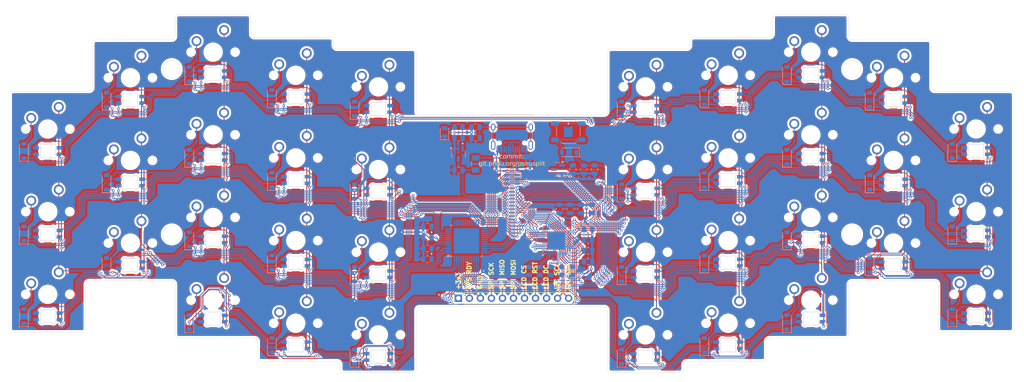
<source format=kicad_pcb>
(kicad_pcb (version 20241229) (generator "pcbnew") (generator_version "9.0")
  (title_block (title "pseusplit keyboard") (date "2024-11-18") (rev "0.1.0") (company "jack@pngu.org"))
  (layers (0 "F.Cu" signal) (2 "B.Cu" signal) (13 "F.Paste" user) (15 "B.Paste" user) (5 "F.SilkS" user "F.Silkscreen") (7 "B.SilkS" user "B.Silkscreen") (1 "F.Mask" user) (3 "B.Mask" user) (25 "Edge.Cuts" user))
  (net 0 "")
  (net 1 "+3V3")
  (net 2 "GND")
  (net 3 "+5V")
  (net 4 "Net-(J1-SHIELD)")
  (net 5 "NRST")
  (net 6 "BOOT0")
  (net 7 "Net-(D1-A)")
  (net 8 "ROW0")
  (net 9 "Net-(D2-A)")
  (net 10 "Net-(D3-A)")
  (net 11 "Net-(D4-A)")
  (net 12 "Net-(D5-A)")
  (net 13 "Net-(D6-A)")
  (net 14 "ROW1")
  (net 15 "Net-(D7-A)")
  (net 16 "Net-(D8-A)")
  (net 17 "Net-(D9-A)")
  (net 18 "Net-(D10-A)")
  (net 19 "ROW2")
  (net 20 "Net-(D11-A)")
  (net 21 "Net-(D12-A)")
  (net 22 "Net-(D13-A)")
  (net 23 "Net-(D14-A)")
  (net 24 "Net-(D15-A)")
  (net 25 "Net-(D16-A)")
  (net 26 "Net-(D17-A)")
  (net 27 "Net-(D18-A)")
  (net 28 "Net-(D19-A)")
  (net 29 "Net-(D20-A)")
  (net 30 "Net-(D21-A)")
  (net 31 "Net-(D22-A)")
  (net 32 "Net-(D23-A)")
  (net 33 "Net-(D24-A)")
  (net 34 "Net-(D25-A)")
  (net 35 "Net-(D26-A)")
  (net 36 "Net-(D27-A)")
  (net 37 "Net-(D28-A)")
  (net 38 "Net-(D29-A)")
  (net 39 "Net-(D30-A)")
  (net 40 "ROW3")
  (net 41 "Net-(D32-A)")
  (net 42 "Net-(D33-A)")
  (net 43 "Net-(D34-A)")
  (net 44 "Net-(D37-A)")
  (net 45 "Net-(D38-A)")
  (net 46 "VBUS")
  (net 47 "Net-(J1-CC1)")
  (net 48 "Net-(J1-CC2)")
  (net 49 "SPI_SCK")
  (net 50 "LCD_CS")
  (net 51 "LCD_RST")
  (net 52 "SPI_MOSI")
  (net 53 "SPI_MISO")
  (net 54 "LCD_DC")
  (net 55 "I2C_SDA")
  (net 56 "TPS_RDY")
  (net 57 "I2C_SCL")
  (net 58 "CS10")
  (net 59 "SW2")
  (net 60 "SW1")
  (net 61 "SW12")
  (net 62 "CS1")
  (net 63 "CS2")
  (net 64 "CS3")
  (net 65 "CS4")
  (net 66 "CS5")
  (net 67 "CS6")
  (net 68 "CS7")
  (net 69 "CS8")
  (net 70 "CS9")
  (net 71 "SW3")
  (net 72 "SW4")
  (net 73 "SW5")
  (net 74 "SW6")
  (net 75 "SW8")
  (net 76 "SW7")
  (net 77 "SW9")
  (net 78 "SW10")
  (net 79 "SW11")
  (net 80 "COL0")
  (net 81 "COL1")
  (net 82 "COL2")
  (net 83 "COL3")
  (net 84 "COL4")
  (net 85 "COL5")
  (net 86 "COL6")
  (net 87 "COL7")
  (net 88 "COL8")
  (net 89 "COL9")
  (net 90 "Net-(U1-RSET)")
  (net 91 "Net-(U1-IICRST)")
  (net 92 "Net-(U1-~{SDB})")
  (net 103 "USB_D-")
  (net 104 "USB_D+")
  (net 107 "Net-(D31-A)")
  (net 108 "Net-(D39-A)")
  (net 111 "unconnected-(U4-PB10-Pad22)")
  (net 117 "Net-(D40-A)")
  (footprint "PCM_marbastlib-mx:SW_MX_1u" (layer "F.Cu") (at 93.6554 118.9961)
    (property "Reference" "MX32" (hide yes))
    (property "Value" "T2")
  )
  (footprint "PCM_marbastlib-mx:SW_MX_1u" (layer "F.Cu") (at 212.3554 113.6621)
    (property "Reference" "MX36" (hide yes))
    (property "Value" "T6")
  )
  (footprint "PCM_marbastlib-mx:SW_MX_1u" (layer "F.Cu") (at 112.7054 64.5131)
    (property "Reference" "MX5" (hide yes))
    (property "Value" "T")
  )
  (footprint "PCM_marbastlib-mx:SW_MX_1u" (layer "F.Cu") (at 36.5054 74.2286)
    (property "Reference" "MX1" (hide yes))
    (property "Value" "Q")
  )
  (footprint "PCM_marbastlib-mx:SW_MX_1u" (layer "F.Cu") (at 55.5554 62.4176)
    (property "Reference" "MX2" (hide yes))
    (property "Value" "W")
  )
  (footprint "PCM_marbastlib-mx:SW_MX_1u" (layer "F.Cu") (at 193.3054 118.9961)
    (property "Reference" "MX35" (hide yes))
    (property "Value" "T5")
  )
  (footprint "PCM_marbastlib-mx:SW_MX_1u" (layer "F.Cu") (at 93.6554 99.9461)
    (property "Reference" "MX14" (hide yes))
    (property "Value" "V")
  )
  (footprint "PCM_marbastlib-mx:SW_MX_1u" (layer "F.Cu") (at 93.6554 61.8461)
    (property "Reference" "MX4" (hide yes))
    (property "Value" "R")
  )
  (footprint "PCM_marbastlib-mx:SW_MX_1u" (layer "F.Cu") (at 174.2554 83.5631)
    (property "Reference" "MX17" (hide yes))
    (property "Value" "H")
  )
  (footprint "Connector_PinHeader_2.54mm:PinHeader_1x11_P2.54mm_Vertical" (layer "F.Cu") (at 131.1396 113.2278 90)
    (property "Reference" "J3" (hide yes))
    (property "Value" "ST7789 320x240")
  )
  (footprint "PCM_marbastlib-mx:SW_MX_1u" (layer "F.Cu") (at 112.7054 121.6631)
    (property "Reference" "MX33" (hide yes))
    (property "Value" "T3")
  )
  (footprint "PCM_marbastlib-mx:SW_MX_1u" (layer "F.Cu") (at 55.5554 100.5176)
    (property "Reference" "MX12" (hide yes))
    (property "Value" "X")
  )
  (footprint "PCM_marbastlib-mx:SW_MX_1u" (layer "F.Cu") (at 231.4054 100.5176)
    (property "Reference" "MX27" (hide yes))
    (property "Value" ".")
  )
  (footprint "PCM_marbastlib-mx:SW_MX_1u" (layer "F.Cu") (at 174.2554 102.6131)
    (property "Reference" "MX18" (hide yes))
    (property "Value" "N")
  )
  (footprint "PCM_marbastlib-mx:SW_MX_1u" (layer "F.Cu") (at 250.4554 93.278599)
    (property "Reference" "MX29" (hide yes))
    (property "Value" ";")
  )
  (footprint "PCM_marbastlib-mx:SW_MX_1u" (layer "F.Cu") (at 212.3554 75.5621)
    (property "Reference" "MX23" (hide yes))
    (property "Value" "K")
  )
  (footprint "PCM_marbastlib-mx:SW_MX_1u" (layer "F.Cu") (at 250.4554 112.3286)
    (property "Reference" "MX30" (hide yes))
    (property "Value" "/")
  )
  (footprint "PCM_marbastlib-mx:SW_MX_1u" (layer "F.Cu") (at 193.3054 61.8461)
    (property "Reference" "MX19" (hide yes))
    (property "Value" "U")
  )
  (footprint "PCM_marbastlib-mx:SW_MX_1u" (layer "F.Cu") (at 55.5554 81.4676)
    (property "Reference" "MX7" (hide yes))
    (property "Value" "S")
  )
  (footprint "PCM_marbastlib-mx:SW_MX_1u" (layer "F.Cu") (at 231.4054 81.4676)
    (property "Reference" "MX26" (hide yes))
    (property "Value" "L")
  )
  (footprint "PCM_marbastlib-mx:SW_MX_1u" (layer "F.Cu") (at 212.3554 94.6121)
    (property "Reference" "MX24" (hide yes))
    (property "Value" ",")
  )
  (footprint "PCM_marbastlib-mx:SW_MX_1u" (layer "F.Cu") (at 74.6054 75.5621)
    (property "Reference" "MX8" (hide yes))
    (property "Value" "D")
  )
  (footprint "PCM_marbastlib-mx:SW_MX_1u" (layer "F.Cu") (at 174.2554 121.6631)
    (property "Reference" "MX34" (hide yes))
    (property "Value" "T4")
  )
  (footprint "PCM_marbastlib-mx:SW_MX_1u" (layer "F.Cu") (at 231.4054 62.4176)
    (property "Reference" "MX25" (hide yes))
    (property "Value" "O")
  )
  (footprint "PCM_marbastlib-mx:SW_MX_1u" (layer "F.Cu") (at 93.6554 80.8961)
    (property "Reference" "MX9" (hide yes))
    (property "Value" "F")
  )
  (footprint "PCM_marbastlib-mx:SW_MX_1u" (layer "F.Cu") (at 112.7054 83.5631)
    (property "Reference" "MX10" (hide yes))
    (property "Value" "G")
  )
  (footprint "PCM_marbastlib-mx:SW_MX_1u" (layer "F.Cu") (at 36.5054 93.278599)
    (property "Reference" "MX6" (hide yes))
    (property "Value" "A")
  )
  (footprint "PCM_marbastlib-mx:SW_MX_1u" (layer "F.Cu") (at 74.6054 56.5121)
    (property "Reference" "MX3" (hide yes))
    (property "Value" "E")
  )
  (footprint "PCM_marbastlib-mx:SW_MX_1u" (layer "F.Cu") (at 74.6054 113.6621)
    (property "Reference" "MX31" (hide yes))
    (property "Value" "T1")
  )
  (footprint "PCM_marbastlib-mx:SW_MX_1u" (layer "F.Cu") (at 74.6054 94.6121)
    (property "Reference" "MX13" (hide yes))
    (property "Value" "C")
  )
  (footprint "PCM_marbastlib-mx:SW_MX_1u" (layer "F.Cu") (at 36.5054 112.3286)
    (property "Reference" "MX11" (hide yes))
    (property "Value" "Z")
  )
  (footprint "PCM_marbastlib-mx:SW_MX_1u" (layer "F.Cu") (at 212.3554 56.5121)
    (property "Reference" "MX22" (hide yes))
    (property "Value" "I")
  )
  (footprint "PCM_marbastlib-mx:SW_MX_1u" (layer "F.Cu") (at 250.4554 74.2286)
    (property "Reference" "MX28" (hide yes))
    (property "Value" "P")
  )
  (footprint "PCM_marbastlib-mx:SW_MX_1u" (layer "F.Cu") (at 174.2554 64.5131)
    (property "Reference" "MX16" (hide yes))
    (property "Value" "Y")
  )
  (footprint "PCM_marbastlib-mx:SW_MX_1u" (layer "F.Cu") (at 193.3054 99.9461)
    (property "Reference" "MX21" (hide yes))
    (property "Value" "M")
  )
  (footprint "PCM_marbastlib-mx:SW_MX_1u" (layer "F.Cu") (at 193.3054 80.8961)
    (property "Reference" "MX20" (hide yes))
    (property "Value" "J")
  )
  (footprint "PCM_marbastlib-mx:SW_MX_1u" (layer "F.Cu") (at 112.7054 102.6131)
    (property "Reference" "MX15" (hide yes))
    (property "Value" "B")
  )
  (footprint "Diode_SMD:D_SOD-123" (layer "B.Cu") (at 187.8054 124.0761 90)
    (property "Reference" "D38" (hide yes))
    (property "Value" "D_45deg")
  )
  (footprint "Capacitor_SMD:C_0805_2012Metric" (layer "B.Cu") (at 135.1 76.28125 180)
    (property "Reference" "C9" (hide yes))
    (property "Value" "4.7n")
  )
  (footprint "PCM_marbastlib-mx:LED_MX_6028R" (layer "B.Cu") (at 74.6054 61.5921 180)
    (property "Reference" "LED3" (hide yes))
    (property "Value" "MX_LED_6028R")
    (fp_line (start 1.699999 0.702843) (end 1.699999 -0.702841) (stroke (width 0.1)) (layer "Edge.Cuts"))
    (fp_line (start 0.794452 -1.499999) (end -0.794452 -1.499999) (stroke (width 0.1)) (layer "Edge.Cuts"))
    (fp_line (start -0.794453 1.5) (end 0.794452 1.5) (stroke (width 0.1)) (layer "Edge.Cuts"))
    (fp_line (start -1.699999 -0.702841) (end -1.699999 0.702843) (stroke (width 0.1)) (layer "Edge.Cuts"))
    (fp_arc (start 1.749484 0.919721) (mid 1.71254 0.814067) (end 1.699999 0.702843) (stroke (width 0.1)) (layer "Edge.Cuts"))
    (fp_arc (start 1.749484 0.919721) (mid 1.638072 1.504036) (end 1.046711 1.5683) (stroke (width 0.1)) (layer "Edge.Cuts"))
    (fp_arc (start 1.699999 -0.702842) (mid 1.712524 -0.814068) (end 1.749484 -0.919719) (stroke (width 0.1)) (layer "Edge.Cuts"))
    (fp_arc (start 1.046711 -1.568296) (mid 1.638069 -1.504034) (end 1.749484 -0.919719) (stroke (width 0.1)) (layer "Edge.Cuts"))
    (fp_arc (start 1.04671 -1.568298) (mid 0.925122 -1.517376) (end 0.794452 -1.499999) (stroke (width 0.1)) (layer "Edge.Cuts"))
    (fp_arc (start 0.794453 1.500001) (mid 0.925123 1.517378) (end 1.046711 1.5683) (stroke (width 0.1)) (layer "Edge.Cuts"))
    (fp_arc (start -0.794452 -1.499999) (mid -0.925123 -1.517376) (end -1.046711 -1.568298) (stroke (width 0.1)) (layer "Edge.Cuts"))
    (fp_arc (start -1.046711 1.568299) (mid -0.925123 1.517377) (end -0.794453 1.5) (stroke (width 0.1)) (layer "Edge.Cuts"))
    (fp_arc (start -1.046711 1.568299) (mid -1.638071 1.504035) (end -1.749484 0.919721) (stroke (width 0.1)) (layer "Edge.Cuts"))
    (fp_arc (start -1.699999 0.702844) (mid -1.712527 0.814069) (end -1.749484 0.919721) (stroke (width 0.1)) (layer "Edge.Cuts"))
    (fp_arc (start -1.749484 -0.919718) (mid -1.638072 -1.504034) (end -1.046711 -1.568298) (stroke (width 0.1)) (layer "Edge.Cuts"))
    (fp_arc (start -1.749484 -0.919719) (mid -1.712527 -0.814067) (end -1.699999 -0.702841) (stroke (width 0.1)) (layer "Edge.Cuts"))
  )
  (footprint "Resistor_SMD:R_0805_2012Metric" (layer "B.Cu") (at 160.0327 83.5552 -90)
    (property "Reference" "R11" (hide yes))
    (property "Value" "100k")
  )
  (footprint "PCM_marbastlib-mx:LED_MX_6028R" (layer "B.Cu") (at 112.7054 126.7431 180)
    (property "Reference" "LED32" (hide yes))
    (property "Value" "MX_LED_6028R")
    (fp_line (start 1.699999 0.702843) (end 1.699999 -0.702841) (stroke (width 0.1)) (layer "Edge.Cuts"))
    (fp_line (start 0.794452 -1.499999) (end -0.794452 -1.499999) (stroke (width 0.1)) (layer "Edge.Cuts"))
    (fp_line (start -0.794453 1.5) (end 0.794452 1.5) (stroke (width 0.1)) (layer "Edge.Cuts"))
    (fp_line (start -1.699999 -0.702841) (end -1.699999 0.702843) (stroke (width 0.1)) (layer "Edge.Cuts"))
    (fp_arc (start 1.749484 0.919721) (mid 1.71254 0.814067) (end 1.699999 0.702843) (stroke (width 0.1)) (layer "Edge.Cuts"))
    (fp_arc (start 1.749484 0.919721) (mid 1.638072 1.504036) (end 1.046711 1.5683) (stroke (width 0.1)) (layer "Edge.Cuts"))
    (fp_arc (start 1.699999 -0.702842) (mid 1.712524 -0.814068) (end 1.749484 -0.919719) (stroke (width 0.1)) (layer "Edge.Cuts"))
    (fp_arc (start 1.046711 -1.568296) (mid 1.638069 -1.504034) (end 1.749484 -0.919719) (stroke (width 0.1)) (layer "Edge.Cuts"))
    (fp_arc (start 1.04671 -1.568298) (mid 0.925122 -1.517376) (end 0.794452 -1.499999) (stroke (width 0.1)) (layer "Edge.Cuts"))
    (fp_arc (start 0.794453 1.500001) (mid 0.925123 1.517378) (end 1.046711 1.5683) (stroke (width 0.1)) (layer "Edge.Cuts"))
    (fp_arc (start -0.794452 -1.499999) (mid -0.925123 -1.517376) (end -1.046711 -1.568298) (stroke (width 0.1)) (layer "Edge.Cuts"))
    (fp_arc (start -1.046711 1.568299) (mid -0.925123 1.517377) (end -0.794453 1.5) (stroke (width 0.1)) (layer "Edge.Cuts"))
    (fp_arc (start -1.046711 1.568299) (mid -1.638071 1.504035) (end -1.749484 0.919721) (stroke (width 0.1)) (layer "Edge.Cuts"))
    (fp_arc (start -1.699999 0.702844) (mid -1.712527 0.814069) (end -1.749484 0.919721) (stroke (width 0.1)) (layer "Edge.Cuts"))
    (fp_arc (start -1.749484 -0.919718) (mid -1.638072 -1.504034) (end -1.046711 -1.568298) (stroke (width 0.1)) (layer "Edge.Cuts"))
    (fp_arc (start -1.749484 -0.919719) (mid -1.712527 -0.814067) (end -1.699999 -0.702841) (stroke (width 0.1)) (layer "Edge.Cuts"))
  )
  (footprint "Resistor_SMD:R_0805_2012Metric" (layer "B.Cu") (at 152.35 106.95 90)
    (property "Reference" "R4" (hide yes))
    (property "Value" "2k")
  )
  (footprint "PCM_marbastlib-mx:LED_MX_6028R" (layer "B.Cu") (at 250.4554 98.358599 180)
    (property "Reference" "LED20" (hide yes))
    (property "Value" "MX_LED_6028R")
    (fp_line (start 1.699999 0.702843) (end 1.699999 -0.702841) (stroke (width 0.1)) (layer "Edge.Cuts"))
    (fp_line (start 0.794452 -1.499999) (end -0.794452 -1.499999) (stroke (width 0.1)) (layer "Edge.Cuts"))
    (fp_line (start -0.794453 1.5) (end 0.794452 1.5) (stroke (width 0.1)) (layer "Edge.Cuts"))
    (fp_line (start -1.699999 -0.702841) (end -1.699999 0.702843) (stroke (width 0.1)) (layer "Edge.Cuts"))
    (fp_arc (start 1.749484 0.919721) (mid 1.71254 0.814067) (end 1.699999 0.702843) (stroke (width 0.1)) (layer "Edge.Cuts"))
    (fp_arc (start 1.749484 0.919721) (mid 1.638072 1.504036) (end 1.046711 1.5683) (stroke (width 0.1)) (layer "Edge.Cuts"))
    (fp_arc (start 1.699999 -0.702842) (mid 1.712524 -0.814068) (end 1.749484 -0.919719) (stroke (width 0.1)) (layer "Edge.Cuts"))
    (fp_arc (start 1.046711 -1.568296) (mid 1.638069 -1.504034) (end 1.749484 -0.919719) (stroke (width 0.1)) (layer "Edge.Cuts"))
    (fp_arc (start 1.04671 -1.568298) (mid 0.925122 -1.517376) (end 0.794452 -1.499999) (stroke (width 0.1)) (layer "Edge.Cuts"))
    (fp_arc (start 0.794453 1.500001) (mid 0.925123 1.517378) (end 1.046711 1.5683) (stroke (width 0.1)) (layer "Edge.Cuts"))
    (fp_arc (start -0.794452 -1.499999) (mid -0.925123 -1.517376) (end -1.046711 -1.568298) (stroke (width 0.1)) (layer "Edge.Cuts"))
    (fp_arc (start -1.046711 1.568299) (mid -0.925123 1.517377) (end -0.794453 1.5) (stroke (width 0.1)) (layer "Edge.Cuts"))
    (fp_arc (start -1.046711 1.568299) (mid -1.638071 1.504035) (end -1.749484 0.919721) (stroke (width 0.1)) (layer "Edge.Cuts"))
    (fp_arc (start -1.699999 0.702844) (mid -1.712527 0.814069) (end -1.749484 0.919721) (stroke (width 0.1)) (layer "Edge.Cuts"))
    (fp_arc (start -1.749484 -0.919718) (mid -1.638072 -1.504034) (end -1.046711 -1.568298) (stroke (width 0.1)) (layer "Edge.Cuts"))
    (fp_arc (start -1.749484 -0.919719) (mid -1.712527 -0.814067) (end -1.699999 -0.702841) (stroke (width 0.1)) (layer "Edge.Cuts"))
  )
  (footprint "Capacitor_SMD:C_0805_2012Metric" (layer "B.Cu") (at 161.9 92.65 90)
    (property "Reference" "C6" (hide yes))
    (property "Value" "0.47u")
  )
  (footprint "PCM_marbastlib-various:SW_SPST_SKQG_WithStem" (layer "B.Cu") (at 156.4798 74.8448 180)
    (property "Reference" "SW1" (hide yes))
    (property "Value" "Reset_SW")
  )
  (footprint "Diode_SMD:D_SOD-123" (layer "B.Cu") (at 244.9554 79.3086 90)
    (property "Reference" "D28" (hide yes))
    (property "Value" "D_45deg")
  )
  (footprint "Capacitor_SMD:C_0805_2012Metric" (layer "B.Cu") (at 156.9 92.65 90)
    (property "Reference" "C5" (hide yes))
    (property "Value" "0.1u")
  )
  (footprint "Diode_SMD:D_SOD-123" (layer "B.Cu") (at 107.2054 69.5931 90)
    (property "Reference" "D5" (hide yes))
    (property "Value" "D_45deg")
  )
  (footprint "Diode_SMD:D_SOD-123" (layer "B.Cu") (at 168.7554 88.6431 90)
    (property "Reference" "D17" (hide yes))
    (property "Value" "D_45deg")
  )
  (footprint "Package_TO_SOT_SMD:SOT-23-3" (layer "B.Cu") (at 131.17 79.95 -90)
    (property "Reference" "U2" (hide yes))
    (property "Value" "XC6206PxxxMR")
  )
  (footprint "PCM_marbastlib-mx:LED_MX_6028R" (layer "B.Cu") (at 93.6554 66.9261 180)
    (property "Reference" "LED4" (hide yes))
    (property "Value" "MX_LED_6028R")
    (fp_line (start 1.699999 0.702843) (end 1.699999 -0.702841) (stroke (width 0.1)) (layer "Edge.Cuts"))
    (fp_line (start 0.794452 -1.499999) (end -0.794452 -1.499999) (stroke (width 0.1)) (layer "Edge.Cuts"))
    (fp_line (start -0.794453 1.5) (end 0.794452 1.5) (stroke (width 0.1)) (layer "Edge.Cuts"))
    (fp_line (start -1.699999 -0.702841) (end -1.699999 0.702843) (stroke (width 0.1)) (layer "Edge.Cuts"))
    (fp_arc (start 1.749484 0.919721) (mid 1.71254 0.814067) (end 1.699999 0.702843) (stroke (width 0.1)) (layer "Edge.Cuts"))
    (fp_arc (start 1.749484 0.919721) (mid 1.638072 1.504036) (end 1.046711 1.5683) (stroke (width 0.1)) (layer "Edge.Cuts"))
    (fp_arc (start 1.699999 -0.702842) (mid 1.712524 -0.814068) (end 1.749484 -0.919719) (stroke (width 0.1)) (layer "Edge.Cuts"))
    (fp_arc (start 1.046711 -1.568296) (mid 1.638069 -1.504034) (end 1.749484 -0.919719) (stroke (width 0.1)) (layer "Edge.Cuts"))
    (fp_arc (start 1.04671 -1.568298) (mid 0.925122 -1.517376) (end 0.794452 -1.499999) (stroke (width 0.1)) (layer "Edge.Cuts"))
    (fp_arc (start 0.794453 1.500001) (mid 0.925123 1.517378) (end 1.046711 1.5683) (stroke (width 0.1)) (layer "Edge.Cuts"))
    (fp_arc (start -0.794452 -1.499999) (mid -0.925123 -1.517376) (end -1.046711 -1.568298) (stroke (width 0.1)) (layer "Edge.Cuts"))
    (fp_arc (start -1.046711 1.568299) (mid -0.925123 1.517377) (end -0.794453 1.5) (stroke (width 0.1)) (layer "Edge.Cuts"))
    (fp_arc (start -1.046711 1.568299) (mid -1.638071 1.504035) (end -1.749484 0.919721) (stroke (width 0.1)) (layer "Edge.Cuts"))
    (fp_arc (start -1.699999 0.702844) (mid -1.712527 0.814069) (end -1.749484 0.919721) (stroke (width 0.1)) (layer "Edge.Cuts"))
    (fp_arc (start -1.749484 -0.919718) (mid -1.638072 -1.504034) (end -1.046711 -1.568298) (stroke (width 0.1)) (layer "Edge.Cuts"))
    (fp_arc (start -1.749484 -0.919719) (mid -1.712527 -0.814067) (end -1.699999 -0.702841) (stroke (width 0.1)) (layer "Edge.Cuts"))
  )
  (footprint "Diode_SMD:D_SOD-123" (layer "B.Cu") (at 168.7554 107.6931 90)
    (property "Reference" "D18" (hide yes))
    (property "Value" "D_45deg")
  )
  (footprint "Diode_SMD:D_SOD-123" (layer "B.Cu") (at 244.9554 98.358599 90)
    (property "Reference" "D29" (hide yes))
    (property "Value" "D_45deg")
  )
  (footprint "Diode_SMD:D_SOD-123" (layer "B.Cu") (at 206.8554 118.7421 90)
    (property "Reference" "D39" (hide yes))
    (property "Value" "D_45deg")
  )
  (footprint "Resistor_SMD:R_0805_2012Metric" (layer "B.Cu") (at 161.05 99.8 180)
    (property "Reference" "R1" (hide yes))
    (property "Value" "20k")
  )
  (footprint "Fuse:Fuse_1206_3216Metric" (layer "B.Cu") (at 135.1 82.3 -90)
    (property "Reference" "F1" (hide yes))
    (property "Value" "500mA")
  )
  (footprint "Diode_SMD:D_SOD-123" (layer "B.Cu") (at 225.9054 86.5476 90)
    (property "Reference" "D26" (hide yes))
    (property "Value" "D_45deg")
  )
  (footprint "Resistor_SMD:R_0805_2012Metric" (layer "B.Cu") (at 131.17 73.78125)
    (property "Reference" "R12" (hide yes))
    (property "Value" "5.1k")
  )
  (footprint "PCM_marbastlib-mx:LED_MX_6028R" (layer "B.Cu") (at 112.7054 69.5931 180)
    (property "Reference" "LED5" (hide yes))
    (property "Value" "MX_LED_6028R")
    (fp_line (start 1.699999 0.702843) (end 1.699999 -0.702841) (stroke (width 0.1)) (layer "Edge.Cuts"))
    (fp_line (start 0.794452 -1.499999) (end -0.794452 -1.499999) (stroke (width 0.1)) (layer "Edge.Cuts"))
    (fp_line (start -0.794453 1.5) (end 0.794452 1.5) (stroke (width 0.1)) (layer "Edge.Cuts"))
    (fp_line (start -1.699999 -0.702841) (end -1.699999 0.702843) (stroke (width 0.1)) (layer "Edge.Cuts"))
    (fp_arc (start 1.749484 0.919721) (mid 1.71254 0.814067) (end 1.699999 0.702843) (stroke (width 0.1)) (layer "Edge.Cuts"))
    (fp_arc (start 1.749484 0.919721) (mid 1.638072 1.504036) (end 1.046711 1.5683) (stroke (width 0.1)) (layer "Edge.Cuts"))
    (fp_arc (start 1.699999 -0.702842) (mid 1.712524 -0.814068) (end 1.749484 -0.919719) (stroke (width 0.1)) (layer "Edge.Cuts"))
    (fp_arc (start 1.046711 -1.568296) (mid 1.638069 -1.504034) (end 1.749484 -0.919719) (stroke (width 0.1)) (layer "Edge.Cuts"))
    (fp_arc (start 1.04671 -1.568298) (mid 0.925122 -1.517376) (end 0.794452 -1.499999) (stroke (width 0.1)) (layer "Edge.Cuts"))
    (fp_arc (start 0.794453 1.500001) (mid 0.925123 1.517378) (end 1.046711 1.5683) (stroke (width 0.1)) (layer "Edge.Cuts"))
    (fp_arc (start -0.794452 -1.499999) (mid -0.925123 -1.517376) (end -1.046711 -1.568298) (stroke (width 0.1)) (layer "Edge.Cuts"))
    (fp_arc (start -1.046711 1.568299) (mid -0.925123 1.517377) (end -0.794453 1.5) (stroke (width 0.1)) (layer "Edge.Cuts"))
    (fp_arc (start -1.046711 1.568299) (mid -1.638071 1.504035) (end -1.749484 0.919721) (stroke (width 0.1)) (layer "Edge.Cuts"))
    (fp_arc (start -1.699999 0.702844) (mid -1.712527 0.814069) (end -1.749484 0.919721) (stroke (width 0.1)) (layer "Edge.Cuts"))
    (fp_arc (start -1.749484 -0.919718) (mid -1.638072 -1.504034) (end -1.046711 -1.568298) (stroke (width 0.1)) (layer "Edge.Cuts"))
    (fp_arc (start -1.749484 -0.919719) (mid -1.712527 -0.814067) (end -1.699999 -0.702841) (stroke (width 0.1)) (layer "Edge.Cuts"))
  )
  (footprint "Connector_USB:USB_C_Receptacle_HRO_TYPE-C-31-M-12" (layer "B.Cu") (at 143.4798 74.8448)
    (property "Reference" "J1" (hide yes))
    (property "Value" "USB_C_Receptacle_USB2.0_14P")
  )
  (footprint "Resistor_SMD:R_0805_2012Metric" (layer "B.Cu") (at 146.7 82.45)
    (property "Reference" "R8" (hide yes))
    (property "Value" "5.1k")
  )
  (footprint "PCM_marbastlib-mx:LED_MX_6028R" (layer "B.Cu") (at 36.5054 117.4086 180)
    (property "Reference" "LED21" (hide yes))
    (property "Value" "MX_LED_6028R")
    (fp_line (start 1.699999 0.702843) (end 1.699999 -0.702841) (stroke (width 0.1)) (layer "Edge.Cuts"))
    (fp_line (start 0.794452 -1.499999) (end -0.794452 -1.499999) (stroke (width 0.1)) (layer "Edge.Cuts"))
    (fp_line (start -0.794453 1.5) (end 0.794452 1.5) (stroke (width 0.1)) (layer "Edge.Cuts"))
    (fp_line (start -1.699999 -0.702841) (end -1.699999 0.702843) (stroke (width 0.1)) (layer "Edge.Cuts"))
    (fp_arc (start 1.749484 0.919721) (mid 1.71254 0.814067) (end 1.699999 0.702843) (stroke (width 0.1)) (layer "Edge.Cuts"))
    (fp_arc (start 1.749484 0.919721) (mid 1.638072 1.504036) (end 1.046711 1.5683) (stroke (width 0.1)) (layer "Edge.Cuts"))
    (fp_arc (start 1.699999 -0.702842) (mid 1.712524 -0.814068) (end 1.749484 -0.919719) (stroke (width 0.1)) (layer "Edge.Cuts"))
    (fp_arc (start 1.046711 -1.568296) (mid 1.638069 -1.504034) (end 1.749484 -0.919719) (stroke (width 0.1)) (layer "Edge.Cuts"))
    (fp_arc (start 1.04671 -1.568298) (mid 0.925122 -1.517376) (end 0.794452 -1.499999) (stroke (width 0.1)) (layer "Edge.Cuts"))
    (fp_arc (start 0.794453 1.500001) (mid 0.925123 1.517378) (end 1.046711 1.5683) (stroke (width 0.1)) (layer "Edge.Cuts"))
    (fp_arc (start -0.794452 -1.499999) (mid -0.925123 -1.517376) (end -1.046711 -1.568298) (stroke (width 0.1)) (layer "Edge.Cuts"))
    (fp_arc (start -1.046711 1.568299) (mid -0.925123 1.517377) (end -0.794453 1.5) (stroke (width 0.1)) (layer "Edge.Cuts"))
    (fp_arc (start -1.046711 1.568299) (mid -1.638071 1.504035) (end -1.749484 0.919721) (stroke (width 0.1)) (layer "Edge.Cuts"))
    (fp_arc (start -1.699999 0.702844) (mid -1.712527 0.814069) (end -1.749484 0.919721) (stroke (width 0.1)) (layer "Edge.Cuts"))
    (fp_arc (start -1.749484 -0.919718) (mid -1.638072 -1.504034) (end -1.046711 -1.568298) (stroke (width 0.1)) (layer "Edge.Cuts"))
    (fp_arc (start -1.749484 -0.919719) (mid -1.712527 -0.814067) (end -1.699999 -0.702841) (stroke (width 0.1)) (layer "Edge.Cuts"))
  )
  (footprint "PCM_marbastlib-mx:LED_MX_6028R" (layer "B.Cu") (at 212.3554 80.6421 180)
    (property "Reference" "LED18" (hide yes))
    (property "Value" "MX_LED_6028R")
    (fp_line (start 1.699999 0.702843) (end 1.699999 -0.702841) (stroke (width 0.1)) (layer "Edge.Cuts"))
    (fp_line (start 0.794452 -1.499999) (end -0.794452 -1.499999) (stroke (width 0.1)) (layer "Edge.Cuts"))
    (fp_line (start -0.794453 1.5) (end 0.794452 1.5) (stroke (width 0.1)) (layer "Edge.Cuts"))
    (fp_line (start -1.699999 -0.702841) (end -1.699999 0.702843) (stroke (width 0.1)) (layer "Edge.Cuts"))
    (fp_arc (start 1.749484 0.919721) (mid 1.71254 0.814067) (end 1.699999 0.702843) (stroke (width 0.1)) (layer "Edge.Cuts"))
    (fp_arc (start 1.749484 0.919721) (mid 1.638072 1.504036) (end 1.046711 1.5683) (stroke (width 0.1)) (layer "Edge.Cuts"))
    (fp_arc (start 1.699999 -0.702842) (mid 1.712524 -0.814068) (end 1.749484 -0.919719) (stroke (width 0.1)) (layer "Edge.Cuts"))
    (fp_arc (start 1.046711 -1.568296) (mid 1.638069 -1.504034) (end 1.749484 -0.919719) (stroke (width 0.1)) (layer "Edge.Cuts"))
    (fp_arc (start 1.04671 -1.568298) (mid 0.925122 -1.517376) (end 0.794452 -1.499999) (stroke (width 0.1)) (layer "Edge.Cuts"))
    (fp_arc (start 0.794453 1.500001) (mid 0.925123 1.517378) (end 1.046711 1.5683) (stroke (width 0.1)) (layer "Edge.Cuts"))
    (fp_arc (start -0.794452 -1.499999) (mid -0.925123 -1.517376) (end -1.046711 -1.568298) (stroke (width 0.1)) (layer "Edge.Cuts"))
    (fp_arc (start -1.046711 1.568299) (mid -0.925123 1.517377) (end -0.794453 1.5) (stroke (width 0.1)) (layer "Edge.Cuts"))
    (fp_arc (start -1.046711 1.568299) (mid -1.638071 1.504035) (end -1.749484 0.919721) (stroke (width 0.1)) (layer "Edge.Cuts"))
    (fp_arc (start -1.699999 0.702844) (mid -1.712527 0.814069) (end -1.749484 0.919721) (stroke (width 0.1)) (layer "Edge.Cuts"))
    (fp_arc (start -1.749484 -0.919718) (mid -1.638072 -1.504034) (end -1.046711 -1.568298) (stroke (width 0.1)) (layer "Edge.Cuts"))
    (fp_arc (start -1.749484 -0.919719) (mid -1.712527 -0.814067) (end -1.699999 -0.702841) (stroke (width 0.1)) (layer "Edge.Cuts"))
  )
  (footprint "PCM_marbastlib-mx:LED_MX_6028R" (layer "B.Cu") (at 55.5554 105.5976 180)
    (property "Reference" "LED22" (hide yes))
    (property "Value" "MX_LED_6028R")
    (fp_line (start 1.699999 0.702843) (end 1.699999 -0.702841) (stroke (width 0.1)) (layer "Edge.Cuts"))
    (fp_line (start 0.794452 -1.499999) (end -0.794452 -1.499999) (stroke (width 0.1)) (layer "Edge.Cuts"))
    (fp_line (start -0.794453 1.5) (end 0.794452 1.5) (stroke (width 0.1)) (layer "Edge.Cuts"))
    (fp_line (start -1.699999 -0.702841) (end -1.699999 0.702843) (stroke (width 0.1)) (layer "Edge.Cuts"))
    (fp_arc (start 1.749484 0.919721) (mid 1.71254 0.814067) (end 1.699999 0.702843) (stroke (width 0.1)) (layer "Edge.Cuts"))
    (fp_arc (start 1.749484 0.919721) (mid 1.638072 1.504036) (end 1.046711 1.5683) (stroke (width 0.1)) (layer "Edge.Cuts"))
    (fp_arc (start 1.699999 -0.702842) (mid 1.712524 -0.814068) (end 1.749484 -0.919719) (stroke (width 0.1)) (layer "Edge.Cuts"))
    (fp_arc (start 1.046711 -1.568296) (mid 1.638069 -1.504034) (end 1.749484 -0.919719) (stroke (width 0.1)) (layer "Edge.Cuts"))
    (fp_arc (start 1.04671 -1.568298) (mid 0.925122 -1.517376) (end 0.794452 -1.499999) (stroke (width 0.1)) (layer "Edge.Cuts"))
    (fp_arc (start 0.794453 1.500001) (mid 0.925123 1.517378) (end 1.046711 1.5683) (stroke (width 0.1)) (layer "Edge.Cuts"))
    (fp_arc (start -0.794452 -1.499999) (mid -0.925123 -1.517376) (end -1.046711 -1.568298) (stroke (width 0.1)) (layer "Edge.Cuts"))
    (fp_arc (start -1.046711 1.568299) (mid -0.925123 1.517377) (end -0.794453 1.5) (stroke (width 0.1)) (layer "Edge.Cuts"))
    (fp_arc (start -1.046711 1.568299) (mid -1.638071 1.504035) (end -1.749484 0.919721) (stroke (width 0.1)) (layer "Edge.Cuts"))
    (fp_arc (start -1.699999 0.702844) (mid -1.712527 0.814069) (end -1.749484 0.919721) (stroke (width 0.1)) (layer "Edge.Cuts"))
    (fp_arc (start -1.749484 -0.919718) (mid -1.638072 -1.504034) (end -1.046711 -1.568298) (stroke (width 0.1)) (layer "Edge.Cuts"))
    (fp_arc (start -1.749484 -0.919719) (mid -1.712527 -0.814067) (end -1.699999 -0.702841) (stroke (width 0.1)) (layer "Edge.Cuts"))
  )
  (footprint "Diode_SMD:D_SOD-123" (layer "B.Cu") (at 69.1054 99.6921 90)
    (property "Reference" "D13" (hide yes))
    (property "Value" "D_45deg")
  )
  (footprint "LED_SMD:LED_0805_2012Metric" (layer "B.Cu") (at 127.92 75.01 90)
    (property "Reference" "D40" (hide yes))
    (property "Value" "LED")
  )
  (footprint "Resistor_SMD:R_0805_2012Metric" (layer "B.Cu") (at 147.35 106.95 90)
    (property "Reference" "R2" (hide yes))
    (property "Value" "100k")
  )
  (footprint "Diode_SMD:D_SOD-123" (layer "B.Cu") (at 168.7554 69.5931 90)
    (property "Reference" "D16" (hide yes))
    (property "Value" "D_45deg")
  )
  (footprint "Diode_SMD:D_SOD-123" (layer "B.Cu") (at 107.2054 107.6931 90)
    (property "Reference" "D15" (hide yes))
    (property "Value" "D_45deg")
  )
  (footprint "Diode_SMD:D_SOD-123" (layer "B.Cu") (at 107.2054 126.7431 90)
    (property "Reference" "D33" (hide yes))
    (property "Value" "D_45deg")
  )
  (footprint "Capacitor_SMD:C_0805_2012Metric" (layer "B.Cu") (at 157.35 106.95 -90)
    (property "Reference" "C1" (hide yes))
    (property "Value" "0.47u")
  )
  (footprint "Diode_SMD:D_SOD-123" (layer "B.Cu") (at 88.1554 124.0761 90)
    (property "Reference" "D32" (hide yes))
    (property "Value" "D_45deg")
  )
  (footprint "PCM_marbastlib-mx:LED_MX_6028R" (layer "B.Cu") (at 174.2554 107.6931 180)
    (property "Reference" "LED26" (hide yes))
    (property "Value" "MX_LED_6028R")
    (fp_line (start 1.699999 0.702843) (end 1.699999 -0.702841) (stroke (width 0.1)) (layer "Edge.Cuts"))
    (fp_line (start 0.794452 -1.499999) (end -0.794452 -1.499999) (stroke (width 0.1)) (layer "Edge.Cuts"))
    (fp_line (start -0.794453 1.5) (end 0.794452 1.5) (stroke (width 0.1)) (layer "Edge.Cuts"))
    (fp_line (start -1.699999 -0.702841) (end -1.699999 0.702843) (stroke (width 0.1)) (layer "Edge.Cuts"))
    (fp_arc (start 1.749484 0.919721) (mid 1.71254 0.814067) (end 1.699999 0.702843) (stroke (width 0.1)) (layer "Edge.Cuts"))
    (fp_arc (start 1.749484 0.919721) (mid 1.638072 1.504036) (end 1.046711 1.5683) (stroke (width 0.1)) (layer "Edge.Cuts"))
    (fp_arc (start 1.699999 -0.702842) (mid 1.712524 -0.814068) (end 1.749484 -0.919719) (stroke (width 0.1)) (layer "Edge.Cuts"))
    (fp_arc (start 1.046711 -1.568296) (mid 1.638069 -1.504034) (end 1.749484 -0.919719) (stroke (width 0.1)) (layer "Edge.Cuts"))
    (fp_arc (start 1.04671 -1.568298) (mid 0.925122 -1.517376) (end 0.794452 -1.499999) (stroke (width 0.1)) (layer "Edge.Cuts"))
    (fp_arc (start 0.794453 1.500001) (mid 0.925123 1.517378) (end 1.046711 1.5683) (stroke (width 0.1)) (layer "Edge.Cuts"))
    (fp_arc (start -0.794452 -1.499999) (mid -0.925123 -1.517376) (end -1.046711 -1.568298) (stroke (width 0.1)) (layer "Edge.Cuts"))
    (fp_arc (start -1.046711 1.568299) (mid -0.925123 1.517377) (end -0.794453 1.5) (stroke (width 0.1)) (layer "Edge.Cuts"))
    (fp_arc (start -1.046711 1.568299) (mid -1.638071 1.504035) (end -1.749484 0.919721) (stroke (width 0.1)) (layer "Edge.Cuts"))
    (fp_arc (start -1.699999 0.702844) (mid -1.712527 0.814069) (end -1.749484 0.919721) (stroke (width 0.1)) (layer "Edge.Cuts"))
    (fp_arc (start -1.749484 -0.919718) (mid -1.638072 -1.504034) (end -1.046711 -1.568298) (stroke (width 0.1)) (layer "Edge.Cuts"))
    (fp_arc (start -1.749484 -0.919719) (mid -1.712527 -0.814067) (end -1.699999 -0.702841) (stroke (width 0.1)) (layer "Edge.Cuts"))
  )
  (footprint "Package_QFP:LQFP-48_7x7mm_P0.5mm" (layer "B.Cu") (at 133 100)
    (property "Reference" "U4" (hide yes))
    (property "Value" "STM32G0B1CBTx")
  )
  (footprint "PCM_marbastlib-mx:LED_MX_6028R" (layer "B.Cu") (at 55.5554 86.5476 180)
    (property "Reference" "LED12" (hide yes))
    (property "Value" "MX_LED_6028R")
    (fp_line (start 1.699999 0.702843) (end 1.699999 -0.702841) (stroke (width 0.1)) (layer "Edge.Cuts"))
    (fp_line (start 0.794452 -1.499999) (end -0.794452 -1.499999) (stroke (width 0.1)) (layer "Edge.Cuts"))
    (fp_line (start -0.794453 1.5) (end 0.794452 1.5) (stroke (width 0.1)) (layer "Edge.Cuts"))
    (fp_line (start -1.699999 -0.702841) (end -1.699999 0.702843) (stroke (width 0.1)) (layer "Edge.Cuts"))
    (fp_arc (start 1.749484 0.919721) (mid 1.71254 0.814067) (end 1.699999 0.702843) (stroke (width 0.1)) (layer "Edge.Cuts"))
    (fp_arc (start 1.749484 0.919721) (mid 1.638072 1.504036) (end 1.046711 1.5683) (stroke (width 0.1)) (layer "Edge.Cuts"))
    (fp_arc (start 1.699999 -0.702842) (mid 1.712524 -0.814068) (end 1.749484 -0.919719) (stroke (width 0.1)) (layer "Edge.Cuts"))
    (fp_arc (start 1.046711 -1.568296) (mid 1.638069 -1.504034) (end 1.749484 -0.919719) (stroke (width 0.1)) (layer "Edge.Cuts"))
    (fp_arc (start 1.04671 -1.568298) (mid 0.925122 -1.517376) (end 0.794452 -1.499999) (stroke (width 0.1)) (layer "Edge.Cuts"))
    (fp_arc (start 0.794453 1.500001) (mid 0.925123 1.517378) (end 1.046711 1.5683) (stroke (width 0.1)) (layer "Edge.Cuts"))
    (fp_arc (start -0.794452 -1.499999) (mid -0.925123 -1.517376) (end -1.046711 -1.568298) (stroke (width 0.1)) (layer "Edge.Cuts"))
    (fp_arc (start -1.046711 1.568299) (mid -0.925123 1.517377) (end -0.794453 1.5) (stroke (width 0.1)) (layer "Edge.Cuts"))
    (fp_arc (start -1.046711 1.568299) (mid -1.638071 1.504035) (end -1.749484 0.919721) (stroke (width 0.1)) (layer "Edge.Cuts"))
    (fp_arc (start -1.699999 0.702844) (mid -1.712527 0.814069) (end -1.749484 0.919721) (stroke (width 0.1)) (layer "Edge.Cuts"))
    (fp_arc (start -1.749484 -0.919718) (mid -1.638072 -1.504034) (end -1.046711 -1.568298) (stroke (width 0.1)) (layer "Edge.Cuts"))
    (fp_arc (start -1.749484 -0.919719) (mid -1.712527 -0.814067) (end -1.699999 -0.702841) (stroke (width 0.1)) (layer "Edge.Cuts"))
  )
  (footprint "Capacitor_SMD:C_0805_2012Metric" (layer "B.Cu") (at 162.5327 83.5552 -90)
    (property "Reference" "C13" (hide yes))
    (property "Value" "10u")
  )
  (footprint "PCM_marbastlib-mx:LED_MX_6028R" (layer "B.Cu") (at 231.4054 105.5976 180)
    (property "Reference" "LED29" (hide yes))
    (property "Value" "MX_LED_6028R")
    (fp_line (start 1.699999 0.702843) (end 1.699999 -0.702841) (stroke (width 0.1)) (layer "Edge.Cuts"))
    (fp_line (start 0.794452 -1.499999) (end -0.794452 -1.499999) (stroke (width 0.1)) (layer "Edge.Cuts"))
    (fp_line (start -0.794453 1.5) (end 0.794452 1.5) (stroke (width 0.1)) (layer "Edge.Cuts"))
    (fp_line (start -1.699999 -0.702841) (end -1.699999 0.702843) (stroke (width 0.1)) (layer "Edge.Cuts"))
    (fp_arc (start 1.749484 0.919721) (mid 1.71254 0.814067) (end 1.699999 0.702843) (stroke (width 0.1)) (layer "Edge.Cuts"))
    (fp_arc (start 1.749484 0.919721) (mid 1.638072 1.504036) (end 1.046711 1.5683) (stroke (width 0.1)) (layer "Edge.Cuts"))
    (fp_arc (start 1.699999 -0.702842) (mid 1.712524 -0.814068) (end 1.749484 -0.919719) (stroke (width 0.1)) (layer "Edge.Cuts"))
    (fp_arc (start 1.046711 -1.568296) (mid 1.638069 -1.504034) (end 1.749484 -0.919719) (stroke (width 0.1)) (layer "Edge.Cuts"))
    (fp_arc (start 1.04671 -1.568298) (mid 0.925122 -1.517376) (end 0.794452 -1.499999) (stroke (width 0.1)) (layer "Edge.Cuts"))
    (fp_arc (start 0.794453 1.500001) (mid 0.925123 1.517378) (end 1.046711 1.5683) (stroke (width 0.1)) (layer "Edge.Cuts"))
    (fp_arc (start -0.794452 -1.499999) (mid -0.925123 -1.517376) (end -1.046711 -1.568298) (stroke (width 0.1)) (layer "Edge.Cuts"))
    (fp_arc (start -1.046711 1.568299) (mid -0.925123 1.517377) (end -0.794453 1.5) (stroke (width 0.1)) (layer "Edge.Cuts"))
    (fp_arc (start -1.046711 1.568299) (mid -1.638071 1.504035) (end -1.749484 0.919721) (stroke (width 0.1)) (layer "Edge.Cuts"))
    (fp_arc (start -1.699999 0.702844) (mid -1.712527 0.814069) (end -1.749484 0.919721) (stroke (width 0.1)) (layer "Edge.Cuts"))
    (fp_arc (start -1.749484 -0.919718) (mid -1.638072 -1.504034) (end -1.046711 -1.568298) (stroke (width 0.1)) (layer "Edge.Cuts"))
    (fp_arc (start -1.749484 -0.919719) (mid -1.712527 -0.814067) (end -1.699999 -0.702841) (stroke (width 0.1)) (layer "Edge.Cuts"))
  )
  (footprint "Diode_SMD:D_SOD-123" (layer "B.Cu") (at 31.0054 117.4086 90)
    (property "Reference" "D11" (hide yes))
    (property "Value" "D_45deg")
  )
  (footprint "PCM_marbastlib-mx:LED_MX_6028R" (layer "B.Cu") (at 174.2554 88.6431 180)
    (property "Reference" "LED16" (hide yes))
    (property "Value" "MX_LED_6028R")
    (fp_line (start 1.699999 0.702843) (end 1.699999 -0.702841) (stroke (width 0.1)) (layer "Edge.Cuts"))
    (fp_line (start 0.794452 -1.499999) (end -0.794452 -1.499999) (stroke (width 0.1)) (layer "Edge.Cuts"))
    (fp_line (start -0.794453 1.5) (end 0.794452 1.5) (stroke (width 0.1)) (layer "Edge.Cuts"))
    (fp_line (start -1.699999 -0.702841) (end -1.699999 0.702843) (stroke (width 0.1)) (layer "Edge.Cuts"))
    (fp_arc (start 1.749484 0.919721) (mid 1.71254 0.814067) (end 1.699999 0.702843) (stroke (width 0.1)) (layer "Edge.Cuts"))
    (fp_arc (start 1.749484 0.919721) (mid 1.638072 1.504036) (end 1.046711 1.5683) (stroke (width 0.1)) (layer "Edge.Cuts"))
    (fp_arc (start 1.699999 -0.702842) (mid 1.712524 -0.814068) (end 1.749484 -0.919719) (stroke (width 0.1)) (layer "Edge.Cuts"))
    (fp_arc (start 1.046711 -1.568296) (mid 1.638069 -1.504034) (end 1.749484 -0.919719) (stroke (width 0.1)) (layer "Edge.Cuts"))
    (fp_arc (start 1.04671 -1.568298) (mid 0.925122 -1.517376) (end 0.794452 -1.499999) (stroke (width 0.1)) (layer "Edge.Cuts"))
    (fp_arc (start 0.794453 1.500001) (mid 0.925123 1.517378) (end 1.046711 1.5683) (stroke (width 0.1)) (layer "Edge.Cuts"))
    (fp_arc (start -0.794452 -1.499999) (mid -0.925123 -1.517376) (end -1.046711 -1.568298) (stroke (width 0.1)) (layer "Edge.Cuts"))
    (fp_arc (start -1.046711 1.568299) (mid -0.925123 1.517377) (end -0.794453 1.5) (stroke (width 0.1)) (layer "Edge.Cuts"))
    (fp_arc (start -1.046711 1.568299) (mid -1.638071 1.504035) (end -1.749484 0.919721) (stroke (width 0.1)) (layer "Edge.Cuts"))
    (fp_arc (start -1.699999 0.702844) (mid -1.712527 0.814069) (end -1.749484 0.919721) (stroke (width 0.1)) (layer "Edge.Cuts"))
    (fp_arc (start -1.749484 -0.919718) (mid -1.638072 -1.504034) (end -1.046711 -1.568298) (stroke (width 0.1)) (layer "Edge.Cuts"))
    (fp_arc (start -1.749484 -0.919719) (mid -1.712527 -0.814067) (end -1.699999 -0.702841) (stroke (width 0.1)) (layer "Edge.Cuts"))
  )
  (footprint "Diode_SMD:D_SOD-123" (layer "B.Cu") (at 88.1554 66.9261 90)
    (property "Reference" "D4" (hide yes))
    (property "Value" "D_45deg")
  )
  (footprint "PCM_marbastlib-mx:LED_MX_6028R" (layer "B.Cu") (at 112.7054 88.6431 180)
    (property "Reference" "LED15" (hide yes))
    (property "Value" "MX_LED_6028R")
    (fp_line (start 1.699999 0.702843) (end 1.699999 -0.702841) (stroke (width 0.1)) (layer "Edge.Cuts"))
    (fp_line (start 0.794452 -1.499999) (end -0.794452 -1.499999) (stroke (width 0.1)) (layer "Edge.Cuts"))
    (fp_line (start -0.794453 1.5) (end 0.794452 1.5) (stroke (width 0.1)) (layer "Edge.Cuts"))
    (fp_line (start -1.699999 -0.702841) (end -1.699999 0.702843) (stroke (width 0.1)) (layer "Edge.Cuts"))
    (fp_arc (start 1.749484 0.919721) (mid 1.71254 0.814067) (end 1.699999 0.702843) (stroke (width 0.1)) (layer "Edge.Cuts"))
    (fp_arc (start 1.749484 0.919721) (mid 1.638072 1.504036) (end 1.046711 1.5683) (stroke (width 0.1)) (layer "Edge.Cuts"))
    (fp_arc (start 1.699999 -0.702842) (mid 1.712524 -0.814068) (end 1.749484 -0.919719) (stroke (width 0.1)) (layer "Edge.Cuts"))
    (fp_arc (start 1.046711 -1.568296) (mid 1.638069 -1.504034) (end 1.749484 -0.919719) (stroke (width 0.1)) (layer "Edge.Cuts"))
    (fp_arc (start 1.04671 -1.568298) (mid 0.925122 -1.517376) (end 0.794452 -1.499999) (stroke (width 0.1)) (layer "Edge.Cuts"))
    (fp_arc (start 0.794453 1.500001) (mid 0.925123 1.517378) (end 1.046711 1.5683) (stroke (width 0.1)) (layer "Edge.Cuts"))
    (fp_arc (start -0.794452 -1.499999) (mid -0.925123 -1.517376) (end -1.046711 -1.568298) (stroke (width 0.1)) (layer "Edge.Cuts"))
    (fp_arc (start -1.046711 1.568299) (mid -0.925123 1.517377) (end -0.794453 1.5) (stroke (width 0.1)) (layer "Edge.Cuts"))
    (fp_arc (start -1.046711 1.568299) (mid -1.638071 1.504035) (end -1.749484 0.919721) (stroke (width 0.1)) (layer "Edge.Cuts"))
    (fp_arc (start -1.699999 0.702844) (mid -1.712527 0.814069) (end -1.749484 0.919721) (stroke (width 0.1)) (layer "Edge.Cuts"))
    (fp_arc (start -1.749484 -0.919718) (mid -1.638072 -1.504034) (end -1.046711 -1.568298) (stroke (width 0.1)) (layer "Edge.Cuts"))
    (fp_arc (start -1.749484 -0.919719) (mid -1.712527 -0.814067) (end -1.699999 -0.702841) (stroke (width 0.1)) (layer "Edge.Cuts"))
  )
  (footprint "Diode_SMD:D_SOD-123" (layer "B.Cu") (at 50.0554 67.4976 90)
    (property "Reference" "D2" (hide yes))
    (property "Value" "D_45deg")
  )
  (footprint "PCM_marbastlib-mx:LED_MX_6028R" (layer "B.Cu") (at 74.6054 80.6421 180)
    (property "Reference" "LED13" (hide yes))
    (property "Value" "MX_LED_6028R")
    (fp_line (start 1.699999 0.702843) (end 1.699999 -0.702841) (stroke (width 0.1)) (layer "Edge.Cuts"))
    (fp_line (start 0.794452 -1.499999) (end -0.794452 -1.499999) (stroke (width 0.1)) (layer "Edge.Cuts"))
    (fp_line (start -0.794453 1.5) (end 0.794452 1.5) (stroke (width 0.1)) (layer "Edge.Cuts"))
    (fp_line (start -1.699999 -0.702841) (end -1.699999 0.702843) (stroke (width 0.1)) (layer "Edge.Cuts"))
    (fp_arc (start 1.749484 0.919721) (mid 1.71254 0.814067) (end 1.699999 0.702843) (stroke (width 0.1)) (layer "Edge.Cuts"))
    (fp_arc (start 1.749484 0.919721) (mid 1.638072 1.504036) (end 1.046711 1.5683) (stroke (width 0.1)) (layer "Edge.Cuts"))
    (fp_arc (start 1.699999 -0.702842) (mid 1.712524 -0.814068) (end 1.749484 -0.919719) (stroke (width 0.1)) (layer "Edge.Cuts"))
    (fp_arc (start 1.046711 -1.568296) (mid 1.638069 -1.504034) (end 1.749484 -0.919719) (stroke (width 0.1)) (layer "Edge.Cuts"))
    (fp_arc (start 1.04671 -1.568298) (mid 0.925122 -1.517376) (end 0.794452 -1.499999) (stroke (width 0.1)) (layer "Edge.Cuts"))
    (fp_arc (start 0.794453 1.500001) (mid 0.925123 1.517378) (end 1.046711 1.5683) (stroke (width 0.1)) (layer "Edge.Cuts"))
    (fp_arc (start -0.794452 -1.499999) (mid -0.925123 -1.517376) (end -1.046711 -1.568298) (stroke (width 0.1)) (layer "Edge.Cuts"))
    (fp_arc (start -1.046711 1.568299) (mid -0.925123 1.517377) (end -0.794453 1.5) (stroke (width 0.1)) (layer "Edge.Cuts"))
    (fp_arc (start -1.046711 1.568299) (mid -1.638071 1.504035) (end -1.749484 0.919721) (stroke (width 0.1)) (layer "Edge.Cuts"))
    (fp_arc (start -1.699999 0.702844) (mid -1.712527 0.814069) (end -1.749484 0.919721) (stroke (width 0.1)) (layer "Edge.Cuts"))
    (fp_arc (start -1.749484 -0.919718) (mid -1.638072 -1.504034) (end -1.046711 -1.568298) (stroke (width 0.1)) (layer "Edge.Cuts"))
    (fp_arc (start -1.749484 -0.919719) (mid -1.712527 -0.814067) (end -1.699999 -0.702841) (stroke (width 0.1)) (layer "Edge.Cuts"))
  )
  (footprint "Capacitor_SMD:C_0805_2012Metric" (layer "B.Cu") (at 124 96.74 180)
    (property "Reference" "C18" (hide yes))
    (property "Value" "4.7u")
  )
  (footprint "PCM_marbastlib-mx:LED_MX_6028R" (layer "B.Cu") (at 174.2554 69.5931 180)
    (property "Reference" "LED6" (hide yes))
    (property "Value" "MX_LED_6028R")
    (fp_line (start 1.699999 0.702843) (end 1.699999 -0.702841) (stroke (width 0.1)) (layer "Edge.Cuts"))
    (fp_line (start 0.794452 -1.499999) (end -0.794452 -1.499999) (stroke (width 0.1)) (layer "Edge.Cuts"))
    (fp_line (start -0.794453 1.5) (end 0.794452 1.5) (stroke (width 0.1)) (layer "Edge.Cuts"))
    (fp_line (start -1.699999 -0.702841) (end -1.699999 0.702843) (stroke (width 0.1)) (layer "Edge.Cuts"))
    (fp_arc (start 1.749484 0.919721) (mid 1.71254 0.814067) (end 1.699999 0.702843) (stroke (width 0.1)) (layer "Edge.Cuts"))
    (fp_arc (start 1.749484 0.919721) (mid 1.638072 1.504036) (end 1.046711 1.5683) (stroke (width 0.1)) (layer "Edge.Cuts"))
    (fp_arc (start 1.699999 -0.702842) (mid 1.712524 -0.814068) (end 1.749484 -0.919719) (stroke (width 0.1)) (layer "Edge.Cuts"))
    (fp_arc (start 1.046711 -1.568296) (mid 1.638069 -1.504034) (end 1.749484 -0.919719) (stroke (width 0.1)) (layer "Edge.Cuts"))
    (fp_arc (start 1.04671 -1.568298) (mid 0.925122 -1.517376) (end 0.794452 -1.499999) (stroke (width 0.1)) (layer "Edge.Cuts"))
    (fp_arc (start 0.794453 1.500001) (mid 0.925123 1.517378) (end 1.046711 1.5683) (stroke (width 0.1)) (layer "Edge.Cuts"))
    (fp_arc (start -0.794452 -1.499999) (mid -0.925123 -1.517376) (end -1.046711 -1.568298) (stroke (width 0.1)) (layer "Edge.Cuts"))
    (fp_arc (start -1.046711 1.568299) (mid -0.925123 1.517377) (end -0.794453 1.5) (stroke (width 0.1)) (layer "Edge.Cuts"))
    (fp_arc (start -1.046711 1.568299) (mid -1.638071 1.504035) (end -1.749484 0.919721) (stroke (width 0.1)) (layer "Edge.Cuts"))
    (fp_arc (start -1.699999 0.702844) (mid -1.712527 0.814069) (end -1.749484 0.919721) (stroke (width 0.1)) (layer "Edge.Cuts"))
    (fp_arc (start -1.749484 -0.919718) (mid -1.638072 -1.504034) (end -1.046711 -1.568298) (stroke (width 0.1)) (layer "Edge.Cuts"))
    (fp_arc (start -1.749484 -0.919719) (mid -1.712527 -0.814067) (end -1.699999 -0.702841) (stroke (width 0.1)) (layer "Edge.Cuts"))
  )
  (footprint "Diode_SMD:D_SOD-123" (layer "B.Cu") (at 69.1054 80.6421 90)
    (property "Reference" "D8" (hide yes))
    (property "Value" "D_45deg")
  )
  (footprint "Diode_SMD:D_SOD-123" (layer "B.Cu") (at 69.1054 118.7421 90)
    (property "Reference" "D31" (hide yes))
    (property "Value" "D_45deg")
  )
  (footprint "Capacitor_SMD:C_0805_2012Metric" (layer "B.Cu") (at 154.4 92.65 90)
    (property "Reference" "C4" (hide yes))
    (property "Value" "0.47u")
  )
  (footprint "Diode_SMD:D_SOD-123" (layer "B.Cu") (at 50.0554 105.5976 90)
    (property "Reference" "D12" (hide yes))
    (property "Value" "D_45deg")
  )
  (footprint "PCM_marbastlib-mx:LED_MX_6028R" (layer "B.Cu") (at 74.6054 99.6921 180)
    (property "Reference" "LED23" (hide yes))
    (property "Value" "MX_LED_6028R")
    (fp_line (start 1.699999 0.702843) (end 1.699999 -0.702841) (stroke (width 0.1)) (layer "Edge.Cuts"))
    (fp_line (start 0.794452 -1.499999) (end -0.794452 -1.499999) (stroke (width 0.1)) (layer "Edge.Cuts"))
    (fp_line (start -0.794453 1.5) (end 0.794452 1.5) (stroke (width 0.1)) (layer "Edge.Cuts"))
    (fp_line (start -1.699999 -0.702841) (end -1.699999 0.702843) (stroke (width 0.1)) (layer "Edge.Cuts"))
    (fp_arc (start 1.749484 0.919721) (mid 1.71254 0.814067) (end 1.699999 0.702843) (stroke (width 0.1)) (layer "Edge.Cuts"))
    (fp_arc (start 1.749484 0.919721) (mid 1.638072 1.504036) (end 1.046711 1.5683) (stroke (width 0.1)) (layer "Edge.Cuts"))
    (fp_arc (start 1.699999 -0.702842) (mid 1.712524 -0.814068) (end 1.749484 -0.919719) (stroke (width 0.1)) (layer "Edge.Cuts"))
    (fp_arc (start 1.046711 -1.568296) (mid 1.638069 -1.504034) (end 1.749484 -0.919719) (stroke (width 0.1)) (layer "Edge.Cuts"))
    (fp_arc (start 1.04671 -1.568298) (mid 0.925122 -1.517376) (end 0.794452 -1.499999) (stroke (width 0.1)) (layer "Edge.Cuts"))
    (fp_arc (start 0.794453 1.500001) (mid 0.925123 1.517378) (end 1.046711 1.5683) (stroke (width 0.1)) (layer "Edge.Cuts"))
    (fp_arc (start -0.794452 -1.499999) (mid -0.925123 -1.517376) (end -1.046711 -1.568298) (stroke (width 0.1)) (layer "Edge.Cuts"))
    (fp_arc (start -1.046711 1.568299) (mid -0.925123 1.517377) (end -0.794453 1.5) (stroke (width 0.1)) (layer "Edge.Cuts"))
    (fp_arc (start -1.046711 1.568299) (mid -1.638071 1.504035) (end -1.749484 0.919721) (stroke (width 0.1)) (layer "Edge.Cuts"))
    (fp_arc (start -1.699999 0.702844) (mid -1.712527 0.814069) (end -1.749484 0.919721) (stroke (width 0.1)) (layer "Edge.Cuts"))
    (fp_arc (start -1.749484 -0.919718) (mid -1.638072 -1.504034) (end -1.046711 -1.568298) (stroke (width 0.1)) (layer "Edge.Cuts"))
    (fp_arc (start -1.749484 -0.919719) (mid -1.712527 -0.814067) (end -1.699999 -0.702841) (stroke (width 0.1)) (layer "Edge.Cuts"))
  )
  (footprint "Package_DFN_QFN:QFN-48-1EP_6x6mm_P0.4mm_EP4.2x4.2mm" (layer "B.Cu") (at 153.7 99.95)
    (property "Reference" "U1" (hide yes))
    (property "Value" "IS31FL3733-QF")
  )
  (footprint "Diode_SMD:D_SOD-123" (layer "B.Cu") (at 88.1554 105.0261 90)
    (property "Reference" "D14" (hide yes))
    (property "Value" "D_45deg")
  )
  (footprint "Capacitor_SMD:C_0805_2012Metric" (layer "B.Cu") (at 161.05 97.3)
    (property "Reference" "C7" (hide yes))
    (property "Value" "0.1u")
  )
  (footprint "Diode_SMD:D_SOD-123" (layer "B.Cu") (at 31.0054 79.3086 90)
    (property "Reference" "D1" (hide yes))
    (property "Value" "D_45deg")
  )
  (footprint "PCM_marbastlib-mx:LED_MX_6028R" (layer "B.Cu") (at 36.5054 79.3086 180)
    (property "Reference" "LED1" (hide yes))
    (property "Value" "MX_LED_6028R")
    (fp_line (start 1.699999 0.702843) (end 1.699999 -0.702841) (stroke (width 0.1)) (layer "Edge.Cuts"))
    (fp_line (start 0.794452 -1.499999) (end -0.794452 -1.499999) (stroke (width 0.1)) (layer "Edge.Cuts"))
    (fp_line (start -0.794453 1.5) (end 0.794452 1.5) (stroke (width 0.1)) (layer "Edge.Cuts"))
    (fp_line (start -1.699999 -0.702841) (end -1.699999 0.702843) (stroke (width 0.1)) (layer "Edge.Cuts"))
    (fp_arc (start 1.749484 0.919721) (mid 1.71254 0.814067) (end 1.699999 0.702843) (stroke (width 0.1)) (layer "Edge.Cuts"))
    (fp_arc (start 1.749484 0.919721) (mid 1.638072 1.504036) (end 1.046711 1.5683) (stroke (width 0.1)) (layer "Edge.Cuts"))
    (fp_arc (start 1.699999 -0.702842) (mid 1.712524 -0.814068) (end 1.749484 -0.919719) (stroke (width 0.1)) (layer "Edge.Cuts"))
    (fp_arc (start 1.046711 -1.568296) (mid 1.638069 -1.504034) (end 1.749484 -0.919719) (stroke (width 0.1)) (layer "Edge.Cuts"))
    (fp_arc (start 1.04671 -1.568298) (mid 0.925122 -1.517376) (end 0.794452 -1.499999) (stroke (width 0.1)) (layer "Edge.Cuts"))
    (fp_arc (start 0.794453 1.500001) (mid 0.925123 1.517378) (end 1.046711 1.5683) (stroke (width 0.1)) (layer "Edge.Cuts"))
    (fp_arc (start -0.794452 -1.499999) (mid -0.925123 -1.517376) (end -1.046711 -1.568298) (stroke (width 0.1)) (layer "Edge.Cuts"))
    (fp_arc (start -1.046711 1.568299) (mid -0.925123 1.517377) (end -0.794453 1.5) (stroke (width 0.1)) (layer "Edge.Cuts"))
    (fp_arc (start -1.046711 1.568299) (mid -1.638071 1.504035) (end -1.749484 0.919721) (stroke (width 0.1)) (layer "Edge.Cuts"))
    (fp_arc (start -1.699999 0.702844) (mid -1.712527 0.814069) (end -1.749484 0.919721) (stroke (width 0.1)) (layer "Edge.Cuts"))
    (fp_arc (start -1.749484 -0.919718) (mid -1.638072 -1.504034) (end -1.046711 -1.568298) (stroke (width 0.1)) (layer "Edge.Cuts"))
    (fp_arc (start -1.749484 -0.919719) (mid -1.712527 -0.814067) (end -1.699999 -0.702841) (stroke (width 0.1)) (layer "Edge.Cuts"))
  )
  (footprint "PCM_marbastlib-mx:LED_MX_6028R" (layer "B.Cu") (at 93.6554 85.9761 180)
    (property "Reference" "LED14" (hide yes))
    (property "Value" "MX_LED_6028R")
    (fp_line (start 1.699999 0.702843) (end 1.699999 -0.702841) (stroke (width 0.1)) (layer "Edge.Cuts"))
    (fp_line (start 0.794452 -1.499999) (end -0.794452 -1.499999) (stroke (width 0.1)) (layer "Edge.Cuts"))
    (fp_line (start -0.794453 1.5) (end 0.794452 1.5) (stroke (width 0.1)) (layer "Edge.Cuts"))
    (fp_line (start -1.699999 -0.702841) (end -1.699999 0.702843) (stroke (width 0.1)) (layer "Edge.Cuts"))
    (fp_arc (start 1.749484 0.919721) (mid 1.71254 0.814067) (end 1.699999 0.702843) (stroke (width 0.1)) (layer "Edge.Cuts"))
    (fp_arc (start 1.749484 0.919721) (mid 1.638072 1.504036) (end 1.046711 1.5683) (stroke (width 0.1)) (layer "Edge.Cuts"))
    (fp_arc (start 1.699999 -0.702842) (mid 1.712524 -0.814068) (end 1.749484 -0.919719) (stroke (width 0.1)) (layer "Edge.Cuts"))
    (fp_arc (start 1.046711 -1.568296) (mid 1.638069 -1.504034) (end 1.749484 -0.919719) (stroke (width 0.1)) (layer "Edge.Cuts"))
    (fp_arc (start 1.04671 -1.568298) (mid 0.925122 -1.517376) (end 0.794452 -1.499999) (stroke (width 0.1)) (layer "Edge.Cuts"))
    (fp_arc (start 0.794453 1.500001) (mid 0.925123 1.517378) (end 1.046711 1.5683) (stroke (width 0.1)) (layer "Edge.Cuts"))
    (fp_arc (start -0.794452 -1.499999) (mid -0.925123 -1.517376) (end -1.046711 -1.568298) (stroke (width 0.1)) (layer "Edge.Cuts"))
    (fp_arc (start -1.046711 1.568299) (mid -0.925123 1.517377) (end -0.794453 1.5) (stroke (width 0.1)) (layer "Edge.Cuts"))
    (fp_arc (start -1.046711 1.568299) (mid -1.638071 1.504035) (end -1.749484 0.919721) (stroke (width 0.1)) (layer "Edge.Cuts"))
    (fp_arc (start -1.699999 0.702844) (mid -1.712527 0.814069) (end -1.749484 0.919721) (stroke (width 0.1)) (layer "Edge.Cuts"))
    (fp_arc (start -1.749484 -0.919718) (mid -1.638072 -1.504034) (end -1.046711 -1.568298) (stroke (width 0.1)) (layer "Edge.Cuts"))
    (fp_arc (start -1.749484 -0.919719) (mid -1.712527 -0.814067) (end -1.699999 -0.702841) (stroke (width 0.1)) (layer "Edge.Cuts"))
  )
  (footprint "PCM_marbastlib-mx:LED_MX_6028R" (layer "B.Cu") (at 174.2554 126.7431 180)
    (property "Reference" "LED33" (hide yes))
    (property "Value" "MX_LED_6028R")
    (fp_line (start 1.699999 0.702843) (end 1.699999 -0.702841) (stroke (width 0.1)) (layer "Edge.Cuts"))
    (fp_line (start 0.794452 -1.499999) (end -0.794452 -1.499999) (stroke (width 0.1)) (layer "Edge.Cuts"))
    (fp_line (start -0.794453 1.5) (end 0.794452 1.5) (stroke (width 0.1)) (layer "Edge.Cuts"))
    (fp_line (start -1.699999 -0.702841) (end -1.699999 0.702843) (stroke (width 0.1)) (layer "Edge.Cuts"))
    (fp_arc (start 1.749484 0.919721) (mid 1.71254 0.814067) (end 1.699999 0.702843) (stroke (width 0.1)) (layer "Edge.Cuts"))
    (fp_arc (start 1.749484 0.919721) (mid 1.638072 1.504036) (end 1.046711 1.5683) (stroke (width 0.1)) (layer "Edge.Cuts"))
    (fp_arc (start 1.699999 -0.702842) (mid 1.712524 -0.814068) (end 1.749484 -0.919719) (stroke (width 0.1)) (layer "Edge.Cuts"))
    (fp_arc (start 1.046711 -1.568296) (mid 1.638069 -1.504034) (end 1.749484 -0.919719) (stroke (width 0.1)) (layer "Edge.Cuts"))
    (fp_arc (start 1.04671 -1.568298) (mid 0.925122 -1.517376) (end 0.794452 -1.499999) (stroke (width 0.1)) (layer "Edge.Cuts"))
    (fp_arc (start 0.794453 1.500001) (mid 0.925123 1.517378) (end 1.046711 1.5683) (stroke (width 0.1)) (layer "Edge.Cuts"))
    (fp_arc (start -0.794452 -1.499999) (mid -0.925123 -1.517376) (end -1.046711 -1.568298) (stroke (width 0.1)) (layer "Edge.Cuts"))
    (fp_arc (start -1.046711 1.568299) (mid -0.925123 1.517377) (end -0.794453 1.5) (stroke (width 0.1)) (layer "Edge.Cuts"))
    (fp_arc (start -1.046711 1.568299) (mid -1.638071 1.504035) (end -1.749484 0.919721) (stroke (width 0.1)) (layer "Edge.Cuts"))
    (fp_arc (start -1.699999 0.702844) (mid -1.712527 0.814069) (end -1.749484 0.919721) (stroke (width 0.1)) (layer "Edge.Cuts"))
    (fp_arc (start -1.749484 -0.919718) (mid -1.638072 -1.504034) (end -1.046711 -1.568298) (stroke (width 0.1)) (layer "Edge.Cuts"))
    (fp_arc (start -1.749484 -0.919719) (mid -1.712527 -0.814067) (end -1.699999 -0.702841) (stroke (width 0.1)) (layer "Edge.Cuts"))
  )
  (footprint "Diode_SMD:D_SOD-123" (layer "B.Cu") (at 187.8054 66.9261 90)
    (property "Reference" "D19" (hide yes))
    (property "Value" "D_45deg")
  )
  (footprint "Diode_SMD:D_SOD-123" (layer "B.Cu") (at 187.8054 85.9761 90)
    (property "Reference" "D20" (hide yes))
    (property "Value" "D_45deg")
  )
  (footprint "PCM_marbastlib-mx:LED_MX_6028R" (layer "B.Cu") (at 193.3054 124.0761 180)
    (property "Reference" "LED34" (hide yes))
    (property "Value" "MX_LED_6028R")
    (fp_line (start 1.699999 0.702843) (end 1.699999 -0.702841) (stroke (width 0.1)) (layer "Edge.Cuts"))
    (fp_line (start 0.794452 -1.499999) (end -0.794452 -1.499999) (stroke (width 0.1)) (layer "Edge.Cuts"))
    (fp_line (start -0.794453 1.5) (end 0.794452 1.5) (stroke (width 0.1)) (layer "Edge.Cuts"))
    (fp_line (start -1.699999 -0.702841) (end -1.699999 0.702843) (stroke (width 0.1)) (layer "Edge.Cuts"))
    (fp_arc (start 1.749484 0.919721) (mid 1.71254 0.814067) (end 1.699999 0.702843) (stroke (width 0.1)) (layer "Edge.Cuts"))
    (fp_arc (start 1.749484 0.919721) (mid 1.638072 1.504036) (end 1.046711 1.5683) (stroke (width 0.1)) (layer "Edge.Cuts"))
    (fp_arc (start 1.699999 -0.702842) (mid 1.712524 -0.814068) (end 1.749484 -0.919719) (stroke (width 0.1)) (layer "Edge.Cuts"))
    (fp_arc (start 1.046711 -1.568296) (mid 1.638069 -1.504034) (end 1.749484 -0.919719) (stroke (width 0.1)) (layer "Edge.Cuts"))
    (fp_arc (start 1.04671 -1.568298) (mid 0.925122 -1.517376) (end 0.794452 -1.499999) (stroke (width 0.1)) (layer "Edge.Cuts"))
    (fp_arc (start 0.794453 1.500001) (mid 0.925123 1.517378) (end 1.046711 1.5683) (stroke (width 0.1)) (layer "Edge.Cuts"))
    (fp_arc (start -0.794452 -1.499999) (mid -0.925123 -1.517376) (end -1.046711 -1.568298) (stroke (width 0.1)) (layer "Edge.Cuts"))
    (fp_arc (start -1.046711 1.568299) (mid -0.925123 1.517377) (end -0.794453 1.5) (stroke (width 0.1)) (layer "Edge.Cuts"))
    (fp_arc (start -1.046711 1.568299) (mid -1.638071 1.504035) (end -1.749484 0.919721) (stroke (width 0.1)) (layer "Edge.Cuts"))
    (fp_arc (start -1.699999 0.702844) (mid -1.712527 0.814069) (end -1.749484 0.919721) (stroke (width 0.1)) (layer "Edge.Cuts"))
    (fp_arc (start -1.749484 -0.919718) (mid -1.638072 -1.504034) (end -1.046711 -1.568298) (stroke (width 0.1)) (layer "Edge.Cuts"))
    (fp_arc (start -1.749484 -0.919719) (mid -1.712527 -0.814067) (end -1.699999 -0.702841) (stroke (width 0.1)) (layer "Edge.Cuts"))
  )
  (footprint "PCM_marbastlib-mx:LED_MX_6028R" (layer "B.Cu") (at 250.4554 117.4086 180)
    (property "Reference" "LED30" (hide yes))
    (property "Value" "MX_LED_6028R")
    (fp_line (start 1.699999 0.702843) (end 1.699999 -0.702841) (stroke (width 0.1)) (layer "Edge.Cuts"))
    (fp_line (start 0.794452 -1.499999) (end -0.794452 -1.499999) (stroke (width 0.1)) (layer "Edge.Cuts"))
    (fp_line (start -0.794453 1.5) (end 0.794452 1.5) (stroke (width 0.1)) (layer "Edge.Cuts"))
    (fp_line (start -1.699999 -0.702841) (end -1.699999 0.702843) (stroke (width 0.1)) (layer "Edge.Cuts"))
    (fp_arc (start 1.749484 0.919721) (mid 1.71254 0.814067) (end 1.699999 0.702843) (stroke (width 0.1)) (layer "Edge.Cuts"))
    (fp_arc (start 1.749484 0.919721) (mid 1.638072 1.504036) (end 1.046711 1.5683) (stroke (width 0.1)) (layer "Edge.Cuts"))
    (fp_arc (start 1.699999 -0.702842) (mid 1.712524 -0.814068) (end 1.749484 -0.919719) (stroke (width 0.1)) (layer "Edge.Cuts"))
    (fp_arc (start 1.046711 -1.568296) (mid 1.638069 -1.504034) (end 1.749484 -0.919719) (stroke (width 0.1)) (layer "Edge.Cuts"))
    (fp_arc (start 1.04671 -1.568298) (mid 0.925122 -1.517376) (end 0.794452 -1.499999) (stroke (width 0.1)) (layer "Edge.Cuts"))
    (fp_arc (start 0.794453 1.500001) (mid 0.925123 1.517378) (end 1.046711 1.5683) (stroke (width 0.1)) (layer "Edge.Cuts"))
    (fp_arc (start -0.794452 -1.499999) (mid -0.925123 -1.517376) (end -1.046711 -1.568298) (stroke (width 0.1)) (layer "Edge.Cuts"))
    (fp_arc (start -1.046711 1.568299) (mid -0.925123 1.517377) (end -0.794453 1.5) (stroke (width 0.1)) (layer "Edge.Cuts"))
    (fp_arc (start -1.046711 1.568299) (mid -1.638071 1.504035) (end -1.749484 0.919721) (stroke (width 0.1)) (layer "Edge.Cuts"))
    (fp_arc (start -1.699999 0.702844) (mid -1.712527 0.814069) (end -1.749484 0.919721) (stroke (width 0.1)) (layer "Edge.Cuts"))
    (fp_arc (start -1.749484 -0.919718) (mid -1.638072 -1.504034) (end -1.046711 -1.568298) (stroke (width 0.1)) (layer "Edge.Cuts"))
    (fp_arc (start -1.749484 -0.919719) (mid -1.712527 -0.814067) (end -1.699999 -0.702841) (stroke (width 0.1)) (layer "Edge.Cuts"))
  )
  (footprint "Capacitor_SMD:C_0805_2012Metric" (layer "B.Cu") (at 124 104.24 180)
    (property "Reference" "C17" (hide yes))
    (property "Value" "4.7u")
  )
  (footprint "PCM_marbastlib-mx:LED_MX_6028R" (layer "B.Cu") (at 193.3054 85.9761 180)
    (property "Reference" "LED17" (hide yes))
    (property "Value" "MX_LED_6028R")
    (fp_line (start 1.699999 0.702843) (end 1.699999 -0.702841) (stroke (width 0.1)) (layer "Edge.Cuts"))
    (fp_line (start 0.794452 -1.499999) (end -0.794452 -1.499999) (stroke (width 0.1)) (layer "Edge.Cuts"))
    (fp_line (start -0.794453 1.5) (end 0.794452 1.5) (stroke (width 0.1)) (layer "Edge.Cuts"))
    (fp_line (start -1.699999 -0.702841) (end -1.699999 0.702843) (stroke (width 0.1)) (layer "Edge.Cuts"))
    (fp_arc (start 1.749484 0.919721) (mid 1.71254 0.814067) (end 1.699999 0.702843) (stroke (width 0.1)) (layer "Edge.Cuts"))
    (fp_arc (start 1.749484 0.919721) (mid 1.638072 1.504036) (end 1.046711 1.5683) (stroke (width 0.1)) (layer "Edge.Cuts"))
    (fp_arc (start 1.699999 -0.702842) (mid 1.712524 -0.814068) (end 1.749484 -0.919719) (stroke (width 0.1)) (layer "Edge.Cuts"))
    (fp_arc (start 1.046711 -1.568296) (mid 1.638069 -1.504034) (end 1.749484 -0.919719) (stroke (width 0.1)) (layer "Edge.Cuts"))
    (fp_arc (start 1.04671 -1.568298) (mid 0.925122 -1.517376) (end 0.794452 -1.499999) (stroke (width 0.1)) (layer "Edge.Cuts"))
    (fp_arc (start 0.794453 1.500001) (mid 0.925123 1.517378) (end 1.046711 1.5683) (stroke (width 0.1)) (layer "Edge.Cuts"))
    (fp_arc (start -0.794452 -1.499999) (mid -0.925123 -1.517376) (end -1.046711 -1.568298) (stroke (width 0.1)) (layer "Edge.Cuts"))
    (fp_arc (start -1.046711 1.568299) (mid -0.925123 1.517377) (end -0.794453 1.5) (stroke (width 0.1)) (layer "Edge.Cuts"))
    (fp_arc (start -1.046711 1.568299) (mid -1.638071 1.504035) (end -1.749484 0.919721) (stroke (width 0.1)) (layer "Edge.Cuts"))
    (fp_arc (start -1.699999 0.702844) (mid -1.712527 0.814069) (end -1.749484 0.919721) (stroke (width 0.1)) (layer "Edge.Cuts"))
    (fp_arc (start -1.749484 -0.919718) (mid -1.638072 -1.504034) (end -1.046711 -1.568298) (stroke (width 0.1)) (layer "Edge.Cuts"))
    (fp_arc (start -1.749484 -0.919719) (mid -1.712527 -0.814067) (end -1.699999 -0.702841) (stroke (width 0.1)) (layer "Edge.Cuts"))
  )
  (footprint "Capacitor_SMD:C_0805_2012Metric" (layer "B.Cu") (at 131.17 76.28125 180)
    (property "Reference" "C11" (hide yes))
    (property "Value" "1u")
  )
  (footprint "Diode_SMD:D_SOD-123" (layer "B.Cu") (at 187.8054 105.0261 90)
    (property "Reference" "D21" (hide yes))
    (property "Value" "D_45deg")
  )
  (footprint "PCM_marbastlib-mx:LED_MX_6028R" (layer "B.Cu") (at 212.3554 99.6921 180)
    (property "Reference" "LED28" (hide yes))
    (property "Value" "MX_LED_6028R")
    (fp_line (start 1.699999 0.702843) (end 1.699999 -0.702841) (stroke (width 0.1)) (layer "Edge.Cuts"))
    (fp_line (start 0.794452 -1.499999) (end -0.794452 -1.499999) (stroke (width 0.1)) (layer "Edge.Cuts"))
    (fp_line (start -0.794453 1.5) (end 0.794452 1.5) (stroke (width 0.1)) (layer "Edge.Cuts"))
    (fp_line (start -1.699999 -0.702841) (end -1.699999 0.702843) (stroke (width 0.1)) (layer "Edge.Cuts"))
    (fp_arc (start 1.749484 0.919721) (mid 1.71254 0.814067) (end 1.699999 0.702843) (stroke (width 0.1)) (layer "Edge.Cuts"))
    (fp_arc (start 1.749484 0.919721) (mid 1.638072 1.504036) (end 1.046711 1.5683) (stroke (width 0.1)) (layer "Edge.Cuts"))
    (fp_arc (start 1.699999 -0.702842) (mid 1.712524 -0.814068) (end 1.749484 -0.919719) (stroke (width 0.1)) (layer "Edge.Cuts"))
    (fp_arc (start 1.046711 -1.568296) (mid 1.638069 -1.504034) (end 1.749484 -0.919719) (stroke (width 0.1)) (layer "Edge.Cuts"))
    (fp_arc (start 1.04671 -1.568298) (mid 0.925122 -1.517376) (end 0.794452 -1.499999) (stroke (width 0.1)) (layer "Edge.Cuts"))
    (fp_arc (start 0.794453 1.500001) (mid 0.925123 1.517378) (end 1.046711 1.5683) (stroke (width 0.1)) (layer "Edge.Cuts"))
    (fp_arc (start -0.794452 -1.499999) (mid -0.925123 -1.517376) (end -1.046711 -1.568298) (stroke (width 0.1)) (layer "Edge.Cuts"))
    (fp_arc (start -1.046711 1.568299) (mid -0.925123 1.517377) (end -0.794453 1.5) (stroke (width 0.1)) (layer "Edge.Cuts"))
    (fp_arc (start -1.046711 1.568299) (mid -1.638071 1.504035) (end -1.749484 0.919721) (stroke (width 0.1)) (layer "Edge.Cuts"))
    (fp_arc (start -1.699999 0.702844) (mid -1.712527 0.814069) (end -1.749484 0.919721) (stroke (width 0.1)) (layer "Edge.Cuts"))
    (fp_arc (start -1.749484 -0.919718) (mid -1.638072 -1.504034) (end -1.046711 -1.568298) (stroke (width 0.1)) (layer "Edge.Cuts"))
    (fp_arc (start -1.749484 -0.919719) (mid -1.712527 -0.814067) (end -1.699999 -0.702841) (stroke (width 0.1)) (layer "Edge.Cuts"))
  )
  (footprint "Diode_SMD:D_SOD-123" (layer "B.Cu") (at 225.9054 67.4976 90)
    (property "Reference" "D25" (hide yes))
    (property "Value" "D_45deg")
  )
  (footprint "Diode_SMD:D_SOD-123" (layer "B.Cu") (at 206.8554 61.5921 90)
    (property "Reference" "D22" (hide yes))
    (property "Value" "D_45deg")
  )
  (footprint "Diode_SMD:D_SOD-123" (layer "B.Cu") (at 168.7554 126.7431 90)
    (property "Reference" "D34" (hide yes))
    (property "Value" "D_45deg")
  )
  (footprint "Capacitor_SMD:C_0805_2012Metric" (layer "B.Cu") (at 161.05 104.8)
    (property "Reference" "C3" (hide yes))
    (property "Value" "0.1u")
  )
  (footprint "Package_TO_SOT_SMD:SOT-23" (layer "B.Cu") (at 154.0327 83.5552 180)
    (property "Reference" "Q1" (hide yes))
    (property "Value" "DTC123J")
  )
  (footprint "PCM_marbastlib-mx:LED_MX_6028R" (layer "B.Cu") (at 231.4054 67.4976 180)
    (property "Reference" "LED9" (hide yes))
    (property "Value" "MX_LED_6028R")
    (fp_line (start 1.699999 0.702843) (end 1.699999 -0.702841) (stroke (width 0.1)) (layer "Edge.Cuts"))
    (fp_line (start 0.794452 -1.499999) (end -0.794452 -1.499999) (stroke (width 0.1)) (layer "Edge.Cuts"))
    (fp_line (start -0.794453 1.5) (end 0.794452 1.5) (stroke (width 0.1)) (layer "Edge.Cuts"))
    (fp_line (start -1.699999 -0.702841) (end -1.699999 0.702843) (stroke (width 0.1)) (layer "Edge.Cuts"))
    (fp_arc (start 1.749484 0.919721) (mid 1.71254 0.814067) (end 1.699999 0.702843) (stroke (width 0.1)) (layer "Edge.Cuts"))
    (fp_arc (start 1.749484 0.919721) (mid 1.638072 1.504036) (end 1.046711 1.5683) (stroke (width 0.1)) (layer "Edge.Cuts"))
    (fp_arc (start 1.699999 -0.702842) (mid 1.712524 -0.814068) (end 1.749484 -0.919719) (stroke (width 0.1)) (layer "Edge.Cuts"))
    (fp_arc (start 1.046711 -1.568296) (mid 1.638069 -1.504034) (end 1.749484 -0.919719) (stroke (width 0.1)) (layer "Edge.Cuts"))
    (fp_arc (start 1.04671 -1.568298) (mid 0.925122 -1.517376) (end 0.794452 -1.499999) (stroke (width 0.1)) (layer "Edge.Cuts"))
    (fp_arc (start 0.794453 1.500001) (mid 0.925123 1.517378) (end 1.046711 1.5683) (stroke (width 0.1)) (layer "Edge.Cuts"))
    (fp_arc (start -0.794452 -1.499999) (mid -0.925123 -1.517376) (end -1.046711 -1.568298) (stroke (width 0.1)) (layer "Edge.Cuts"))
    (fp_arc (start -1.046711 1.568299) (mid -0.925123 1.517377) (end -0.794453 1.5) (stroke (width 0.1)) (layer "Edge.Cuts"))
    (fp_arc (start -1.046711 1.568299) (mid -1.638071 1.504035) (end -1.749484 0.919721) (stroke (width 0.1)) (layer "Edge.Cuts"))
    (fp_arc (start -1.699999 0.702844) (mid -1.712527 0.814069) (end -1.749484 0.919721) (stroke (width 0.1)) (layer "Edge.Cuts"))
    (fp_arc (start -1.749484 -0.919718) (mid -1.638072 -1.504034) (end -1.046711 -1.568298) (stroke (width 0.1)) (layer "Edge.Cuts"))
    (fp_arc (start -1.749484 -0.919719) (mid -1.712527 -0.814067) (end -1.699999 -0.702841) (stroke (width 0.1)) (layer "Edge.Cuts"))
  )
  (footprint "Capacitor_SMD:C_0805_2012Metric" (layer "B.Cu") (at 131.17 83.7 180)
    (property "Reference" "C10" (hide yes))
    (property "Value" "1u")
  )
  (footprint "Resistor_SMD:R_0805_2012Metric" (layer "B.Cu") (at 135.1 73.78125 180)
    (property "Reference" "R6" (hide yes))
    (property "Value" "1M")
  )
  (footprint "PCM_marbastlib-mx:LED_MX_6028R" (layer "B.Cu") (at 212.3554 61.5921 180)
    (property "Reference" "LED8" (hide yes))
    (property "Value" "MX_LED_6028R")
    (fp_line (start 1.699999 0.702843) (end 1.699999 -0.702841) (stroke (width 0.1)) (layer "Edge.Cuts"))
    (fp_line (start 0.794452 -1.499999) (end -0.794452 -1.499999) (stroke (width 0.1)) (layer "Edge.Cuts"))
    (fp_line (start -0.794453 1.5) (end 0.794452 1.5) (stroke (width 0.1)) (layer "Edge.Cuts"))
    (fp_line (start -1.699999 -0.702841) (end -1.699999 0.702843) (stroke (width 0.1)) (layer "Edge.Cuts"))
    (fp_arc (start 1.749484 0.919721) (mid 1.71254 0.814067) (end 1.699999 0.702843) (stroke (width 0.1)) (layer "Edge.Cuts"))
    (fp_arc (start 1.749484 0.919721) (mid 1.638072 1.504036) (end 1.046711 1.5683) (stroke (width 0.1)) (layer "Edge.Cuts"))
    (fp_arc (start 1.699999 -0.702842) (mid 1.712524 -0.814068) (end 1.749484 -0.919719) (stroke (width 0.1)) (layer "Edge.Cuts"))
    (fp_arc (start 1.046711 -1.568296) (mid 1.638069 -1.504034) (end 1.749484 -0.919719) (stroke (width 0.1)) (layer "Edge.Cuts"))
    (fp_arc (start 1.04671 -1.568298) (mid 0.925122 -1.517376) (end 0.794452 -1.499999) (stroke (width 0.1)) (layer "Edge.Cuts"))
    (fp_arc (start 0.794453 1.500001) (mid 0.925123 1.517378) (end 1.046711 1.5683) (stroke (width 0.1)) (layer "Edge.Cuts"))
    (fp_arc (start -0.794452 -1.499999) (mid -0.925123 -1.517376) (end -1.046711 -1.568298) (stroke (width 0.1)) (layer "Edge.Cuts"))
    (fp_arc (start -1.046711 1.568299) (mid -0.925123 1.517377) (end -0.794453 1.5) (stroke (width 0.1)) (layer "Edge.Cuts"))
    (fp_arc (start -1.046711 1.568299) (mid -1.638071 1.504035) (end -1.749484 0.919721) (stroke (width 0.1)) (layer "Edge.Cuts"))
    (fp_arc (start -1.699999 0.702844) (mid -1.712527 0.814069) (end -1.749484 0.919721) (stroke (width 0.1)) (layer "Edge.Cuts"))
    (fp_arc (start -1.749484 -0.919718) (mid -1.638072 -1.504034) (end -1.046711 -1.568298) (stroke (width 0.1)) (layer "Edge.Cuts"))
    (fp_arc (start -1.749484 -0.919719) (mid -1.712527 -0.814067) (end -1.699999 -0.702841) (stroke (width 0.1)) (layer "Edge.Cuts"))
  )
  (footprint "Diode_SMD:D_SOD-123" (layer "B.Cu") (at 69.1054 61.5921 90)
    (property "Reference" "D3" (hide yes))
    (property "Value" "D_45deg")
  )
  (footprint "Diode_SMD:D_SOD-123" (layer "B.Cu") (at 225.9054 105.5976 90)
    (property "Reference" "D27" (hide yes))
    (property "Value" "D_45deg")
  )
  (footprint "Capacitor_SMD:C_0805_2012Metric" (layer "B.Cu") (at 161.05 102.3)
    (property "Reference" "C2" (hide yes))
    (property "Value" "0.47u")
  )
  (footprint "Diode_SMD:D_SOD-123" (layer "B.Cu") (at 88.1554 85.9761 90)
    (property "Reference" "D9" (hide yes))
    (property "Value" "D_45deg")
  )
  (footprint "Capacitor_SMD:C_0805_2012Metric" (layer "B.Cu") (at 157.5327 83.5552 90)
    (property "Reference" "C12" (hide yes))
    (property "Value" "4.7n")
  )
  (footprint "Resistor_SMD:R_0805_2012Metric" (layer "B.Cu") (at 140.8 82.45 180)
    (property "Reference" "R7" (hide yes))
    (property "Value" "5.1k")
  )
  (footprint "Diode_SMD:D_SOD-123" (layer "B.Cu") (at 31.0054 98.358599 90)
    (property "Reference" "D6" (hide yes))
    (property "Value" "D_45deg")
  )
  (footprint "Capacitor_SMD:C_0805_2012Metric" (layer "B.Cu") (at 124 99.24 180)
    (property "Reference" "C16" (hide yes))
    (property "Value" "100n")
  )
  (footprint "Diode_SMD:D_SOD-123" (layer "B.Cu") (at 107.2054 88.6431 90)
    (property "Reference" "D10" (hide yes))
    (property "Value" "D_45deg")
  )
  (footprint "PCM_marbastlib-various:SOT-23-6-routable" (layer "B.Cu") (at 143.4798 85.8448 180)
    (property "Reference" "U5" (hide yes))
    (property "Value" "SRV05-4")
  )
  (footprint "PCM_marbastlib-mx:LED_MX_6028R" (layer "B.Cu") (at 55.5554 67.4976 180)
    (property "Reference" "LED2" (hide yes))
    (property "Value" "MX_LED_6028R")
    (fp_line (start 1.699999 0.702843) (end 1.699999 -0.702841) (stroke (width 0.1)) (layer "Edge.Cuts"))
    (fp_line (start 0.794452 -1.499999) (end -0.794452 -1.499999) (stroke (width 0.1)) (layer "Edge.Cuts"))
    (fp_line (start -0.794453 1.5) (end 0.794452 1.5) (stroke (width 0.1)) (layer "Edge.Cuts"))
    (fp_line (start -1.699999 -0.702841) (end -1.699999 0.702843) (stroke (width 0.1)) (layer "Edge.Cuts"))
    (fp_arc (start 1.749484 0.919721) (mid 1.71254 0.814067) (end 1.699999 0.702843) (stroke (width 0.1)) (layer "Edge.Cuts"))
    (fp_arc (start 1.749484 0.919721) (mid 1.638072 1.504036) (end 1.046711 1.5683) (stroke (width 0.1)) (layer "Edge.Cuts"))
    (fp_arc (start 1.699999 -0.702842) (mid 1.712524 -0.814068) (end 1.749484 -0.919719) (stroke (width 0.1)) (layer "Edge.Cuts"))
    (fp_arc (start 1.046711 -1.568296) (mid 1.638069 -1.504034) (end 1.749484 -0.919719) (stroke (width 0.1)) (layer "Edge.Cuts"))
    (fp_arc (start 1.04671 -1.568298) (mid 0.925122 -1.517376) (end 0.794452 -1.499999) (stroke (width 0.1)) (layer "Edge.Cuts"))
    (fp_arc (start 0.794453 1.500001) (mid 0.925123 1.517378) (end 1.046711 1.5683) (stroke (width 0.1)) (layer "Edge.Cuts"))
    (fp_arc (start -0.794452 -1.499999) (mid -0.925123 -1.517376) (end -1.046711 -1.568298) (stroke (width 0.1)) (layer "Edge.Cuts"))
    (fp_arc (start -1.046711 1.568299) (mid -0.925123 1.517377) (end -0.794453 1.5) (stroke (width 0.1)) (layer "Edge.Cuts"))
    (fp_arc (start -1.046711 1.568299) (mid -1.638071 1.504035) (end -1.749484 0.919721) (stroke (width 0.1)) (layer "Edge.Cuts"))
    (fp_arc (start -1.699999 0.702844) (mid -1.712527 0.814069) (end -1.749484 0.919721) (stroke (width 0.1)) (layer "Edge.Cuts"))
    (fp_arc (start -1.749484 -0.919718) (mid -1.638072 -1.504034) (end -1.046711 -1.568298) (stroke (width 0.1)) (layer "Edge.Cuts"))
    (fp_arc (start -1.749484 -0.919719) (mid -1.712527 -0.814067) (end -1.699999 -0.702841) (stroke (width 0.1)) (layer "Edge.Cuts"))
  )
  (footprint "PCM_marbastlib-mx:LED_MX_6028R" (layer "B.Cu") (at 193.3054 105.0261 180)
    (property "Reference" "LED27" (hide yes))
    (property "Value" "MX_LED_6028R")
    (fp_line (start 1.699999 0.702843) (end 1.699999 -0.702841) (stroke (width 0.1)) (layer "Edge.Cuts"))
    (fp_line (start 0.794452 -1.499999) (end -0.794452 -1.499999) (stroke (width 0.1)) (layer "Edge.Cuts"))
    (fp_line (start -0.794453 1.5) (end 0.794452 1.5) (stroke (width 0.1)) (layer "Edge.Cuts"))
    (fp_line (start -1.699999 -0.702841) (end -1.699999 0.702843) (stroke (width 0.1)) (layer "Edge.Cuts"))
    (fp_arc (start 1.749484 0.919721) (mid 1.71254 0.814067) (end 1.699999 0.702843) (stroke (width 0.1)) (layer "Edge.Cuts"))
    (fp_arc (start 1.749484 0.919721) (mid 1.638072 1.504036) (end 1.046711 1.5683) (stroke (width 0.1)) (layer "Edge.Cuts"))
    (fp_arc (start 1.699999 -0.702842) (mid 1.712524 -0.814068) (end 1.749484 -0.919719) (stroke (width 0.1)) (layer "Edge.Cuts"))
    (fp_arc (start 1.046711 -1.568296) (mid 1.638069 -1.504034) (end 1.749484 -0.919719) (stroke (width 0.1)) (layer "Edge.Cuts"))
    (fp_arc (start 1.04671 -1.568298) (mid 0.925122 -1.517376) (end 0.794452 -1.499999) (stroke (width 0.1)) (layer "Edge.Cuts"))
    (fp_arc (start 0.794453 1.500001) (mid 0.925123 1.517378) (end 1.046711 1.5683) (stroke (width 0.1)) (layer "Edge.Cuts"))
    (fp_arc (start -0.794452 -1.499999) (mid -0.925123 -1.517376) (end -1.046711 -1.568298) (stroke (width 0.1)) (layer "Edge.Cuts"))
    (fp_arc (start -1.046711 1.568299) (mid -0.925123 1.517377) (end -0.794453 1.5) (stroke (width 0.1)) (layer "Edge.Cuts"))
    (fp_arc (start -1.046711 1.568299) (mid -1.638071 1.504035) (end -1.749484 0.919721) (stroke (width 0.1)) (layer "Edge.Cuts"))
    (fp_arc (start -1.699999 0.702844) (mid -1.712527 0.814069) (end -1.749484 0.919721) (stroke (width 0.1)) (layer "Edge.Cuts"))
    (fp_arc (start -1.749484 -0.919718) (mid -1.638072 -1.504034) (end -1.046711 -1.568298) (stroke (width 0.1)) (layer "Edge.Cuts"))
    (fp_arc (start -1.749484 -0.919719) (mid -1.712527 -0.814067) (end -1.699999 -0.702841) (stroke (width 0.1)) (layer "Edge.Cuts"))
  )
  (footprint "Capacitor_SMD:C_0805_2012Metric" (layer "B.Cu") (at 159.4 92.65 90)
    (property "Reference" "C8" (hide yes))
    (property "Value" "22u")
  )
  (footprint "PCM_marbastlib-mx:LED_MX_6028R" (layer "B.Cu") (at 250.4554 79.3086 180)
    (property "Reference" "LED10" (hide yes))
    (property "Value" "MX_LED_6028R")
    (fp_line (start 1.699999 0.702843) (end 1.699999 -0.702841) (stroke (width 0.1)) (layer "Edge.Cuts"))
    (fp_line (start 0.794452 -1.499999) (end -0.794452 -1.499999) (stroke (width 0.1)) (layer "Edge.Cuts"))
    (fp_line (start -0.794453 1.5) (end 0.794452 1.5) (stroke (width 0.1)) (layer "Edge.Cuts"))
    (fp_line (start -1.699999 -0.702841) (end -1.699999 0.702843) (stroke (width 0.1)) (layer "Edge.Cuts"))
    (fp_arc (start 1.749484 0.919721) (mid 1.71254 0.814067) (end 1.699999 0.702843) (stroke (width 0.1)) (layer "Edge.Cuts"))
    (fp_arc (start 1.749484 0.919721) (mid 1.638072 1.504036) (end 1.046711 1.5683) (stroke (width 0.1)) (layer "Edge.Cuts"))
    (fp_arc (start 1.699999 -0.702842) (mid 1.712524 -0.814068) (end 1.749484 -0.919719) (stroke (width 0.1)) (layer "Edge.Cuts"))
    (fp_arc (start 1.046711 -1.568296) (mid 1.638069 -1.504034) (end 1.749484 -0.919719) (stroke (width 0.1)) (layer "Edge.Cuts"))
    (fp_arc (start 1.04671 -1.568298) (mid 0.925122 -1.517376) (end 0.794452 -1.499999) (stroke (width 0.1)) (layer "Edge.Cuts"))
    (fp_arc (start 0.794453 1.500001) (mid 0.925123 1.517378) (end 1.046711 1.5683) (stroke (width 0.1)) (layer "Edge.Cuts"))
    (fp_arc (start -0.794452 -1.499999) (mid -0.925123 -1.517376) (end -1.046711 -1.568298) (stroke (width 0.1)) (layer "Edge.Cuts"))
    (fp_arc (start -1.046711 1.568299) (mid -0.925123 1.517377) (end -0.794453 1.5) (stroke (width 0.1)) (layer "Edge.Cuts"))
    (fp_arc (start -1.046711 1.568299) (mid -1.638071 1.504035) (end -1.749484 0.919721) (stroke (width 0.1)) (layer "Edge.Cuts"))
    (fp_arc (start -1.699999 0.702844) (mid -1.712527 0.814069) (end -1.749484 0.919721) (stroke (width 0.1)) (layer "Edge.Cuts"))
    (fp_arc (start -1.749484 -0.919718) (mid -1.638072 -1.504034) (end -1.046711 -1.568298) (stroke (width 0.1)) (layer "Edge.Cuts"))
    (fp_arc (start -1.749484 -0.919719) (mid -1.712527 -0.814067) (end -1.699999 -0.702841) (stroke (width 0.1)) (layer "Edge.Cuts"))
  )
  (footprint "PCM_marbastlib-mx:LED_MX_6028R" (layer "B.Cu") (at 36.5054 98.358599 180)
    (property "Reference" "LED11" (hide yes))
    (property "Value" "MX_LED_6028R")
    (fp_line (start 1.699999 0.702843) (end 1.699999 -0.702841) (stroke (width 0.1)) (layer "Edge.Cuts"))
    (fp_line (start 0.794452 -1.499999) (end -0.794452 -1.499999) (stroke (width 0.1)) (layer "Edge.Cuts"))
    (fp_line (start -0.794453 1.5) (end 0.794452 1.5) (stroke (width 0.1)) (layer "Edge.Cuts"))
    (fp_line (start -1.699999 -0.702841) (end -1.699999 0.702843) (stroke (width 0.1)) (layer "Edge.Cuts"))
    (fp_arc (start 1.749484 0.919721) (mid 1.71254 0.814067) (end 1.699999 0.702843) (stroke (width 0.1)) (layer "Edge.Cuts"))
    (fp_arc (start 1.749484 0.919721) (mid 1.638072 1.504036) (end 1.046711 1.5683) (stroke (width 0.1)) (layer "Edge.Cuts"))
    (fp_arc (start 1.699999 -0.702842) (mid 1.712524 -0.814068) (end 1.749484 -0.919719) (stroke (width 0.1)) (layer "Edge.Cuts"))
    (fp_arc (start 1.046711 -1.568296) (mid 1.638069 -1.504034) (end 1.749484 -0.919719) (stroke (width 0.1)) (layer "Edge.Cuts"))
    (fp_arc (start 1.04671 -1.568298) (mid 0.925122 -1.517376) (end 0.794452 -1.499999) (stroke (width 0.1)) (layer "Edge.Cuts"))
    (fp_arc (start 0.794453 1.500001) (mid 0.925123 1.517378) (end 1.046711 1.5683) (stroke (width 0.1)) (layer "Edge.Cuts"))
    (fp_arc (start -0.794452 -1.499999) (mid -0.925123 -1.517376) (end -1.046711 -1.568298) (stroke (width 0.1)) (layer "Edge.Cuts"))
    (fp_arc (start -1.046711 1.568299) (mid -0.925123 1.517377) (end -0.794453 1.5) (stroke (width 0.1)) (layer "Edge.Cuts"))
    (fp_arc (start -1.046711 1.568299) (mid -1.638071 1.504035) (end -1.749484 0.919721) (stroke (width 0.1)) (layer "Edge.Cuts"))
    (fp_arc (start -1.699999 0.702844) (mid -1.712527 0.814069) (end -1.749484 0.919721) (stroke (width 0.1)) (layer "Edge.Cuts"))
    (fp_arc (start -1.749484 -0.919718) (mid -1.638072 -1.504034) (end -1.046711 -1.568298) (stroke (width 0.1)) (layer "Edge.Cuts"))
    (fp_arc (start -1.749484 -0.919719) (mid -1.712527 -0.814067) (end -1.699999 -0.702841) (stroke (width 0.1)) (layer "Edge.Cuts"))
  )
  (footprint "Diode_SMD:D_SOD-123" (layer "B.Cu") (at 50.0554 86.5476 90)
    (property "Reference" "D7" (hide yes))
    (property "Value" "D_45deg")
  )
  (footprint "Diode_SMD:D_SOD-123" (layer "B.Cu") (at 206.8554 80.6421 90)
    (property "Reference" "D23" (hide yes))
    (property "Value" "D_45deg")
  )
  (footprint "PCM_marbastlib-mx:LED_MX_6028R" (layer "B.Cu") (at 193.3054 66.9261 180)
    (property "Reference" "LED7" (hide yes))
    (property "Value" "MX_LED_6028R")
    (fp_line (start 1.699999 0.702843) (end 1.699999 -0.702841) (stroke (width 0.1)) (layer "Edge.Cuts"))
    (fp_line (start 0.794452 -1.499999) (end -0.794452 -1.499999) (stroke (width 0.1)) (layer "Edge.Cuts"))
    (fp_line (start -0.794453 1.5) (end 0.794452 1.5) (stroke (width 0.1)) (layer "Edge.Cuts"))
    (fp_line (start -1.699999 -0.702841) (end -1.699999 0.702843) (stroke (width 0.1)) (layer "Edge.Cuts"))
    (fp_arc (start 1.749484 0.919721) (mid 1.71254 0.814067) (end 1.699999 0.702843) (stroke (width 0.1)) (layer "Edge.Cuts"))
    (fp_arc (start 1.749484 0.919721) (mid 1.638072 1.504036) (end 1.046711 1.5683) (stroke (width 0.1)) (layer "Edge.Cuts"))
    (fp_arc (start 1.699999 -0.702842) (mid 1.712524 -0.814068) (end 1.749484 -0.919719) (stroke (width 0.1)) (layer "Edge.Cuts"))
    (fp_arc (start 1.046711 -1.568296) (mid 1.638069 -1.504034) (end 1.749484 -0.919719) (stroke (width 0.1)) (layer "Edge.Cuts"))
    (fp_arc (start 1.04671 -1.568298) (mid 0.925122 -1.517376) (end 0.794452 -1.499999) (stroke (width 0.1)) (layer "Edge.Cuts"))
    (fp_arc (start 0.794453 1.500001) (mid 0.925123 1.517378) (end 1.046711 1.5683) (stroke (width 0.1)) (layer "Edge.Cuts"))
    (fp_arc (start -0.794452 -1.499999) (mid -0.925123 -1.517376) (end -1.046711 -1.568298) (stroke (width 0.1)) (layer "Edge.Cuts"))
    (fp_arc (start -1.046711 1.568299) (mid -0.925123 1.517377) (end -0.794453 1.5) (stroke (width 0.1)) (layer "Edge.Cuts"))
    (fp_arc (start -1.046711 1.568299) (mid -1.638071 1.504035) (end -1.749484 0.919721) (stroke (width 0.1)) (layer "Edge.Cuts"))
    (fp_arc (start -1.699999 0.702844) (mid -1.712527 0.814069) (end -1.749484 0.919721) (stroke (width 0.1)) (layer "Edge.Cuts"))
    (fp_arc (start -1.749484 -0.919718) (mid -1.638072 -1.504034) (end -1.046711 -1.568298) (stroke (width 0.1)) (layer "Edge.Cuts"))
    (fp_arc (start -1.749484 -0.919719) (mid -1.712527 -0.814067) (end -1.699999 -0.702841) (stroke (width 0.1)) (layer "Edge.Cuts"))
  )
  (footprint "Diode_SMD:D_SOD-123" (layer "B.Cu") (at 206.8554 99.6921 90)
    (property "Reference" "D24" (hide yes))
    (property "Value" "D_45deg")
  )
  (footprint "Diode_SMD:D_SOD-123" (layer "B.Cu") (at 156.65 79.6 180)
    (property "Reference" "D37" (hide yes))
    (property "Value" "1N4148")
  )
  (footprint "PCM_marbastlib-mx:LED_MX_6028R" (layer "B.Cu") (at 231.4054 86.5476 180)
    (property "Reference" "LED19" (hide yes))
    (property "Value" "MX_LED_6028R")
    (fp_line (start 1.699999 0.702843) (end 1.699999 -0.702841) (stroke (width 0.1)) (layer "Edge.Cuts"))
    (fp_line (start 0.794452 -1.499999) (end -0.794452 -1.499999) (stroke (width 0.1)) (layer "Edge.Cuts"))
    (fp_line (start -0.794453 1.5) (end 0.794452 1.5) (stroke (width 0.1)) (layer "Edge.Cuts"))
    (fp_line (start -1.699999 -0.702841) (end -1.699999 0.702843) (stroke (width 0.1)) (layer "Edge.Cuts"))
    (fp_arc (start 1.749484 0.919721) (mid 1.71254 0.814067) (end 1.699999 0.702843) (stroke (width 0.1)) (layer "Edge.Cuts"))
    (fp_arc (start 1.749484 0.919721) (mid 1.638072 1.504036) (end 1.046711 1.5683) (stroke (width 0.1)) (layer "Edge.Cuts"))
    (fp_arc (start 1.699999 -0.702842) (mid 1.712524 -0.814068) (end 1.749484 -0.919719) (stroke (width 0.1)) (layer "Edge.Cuts"))
    (fp_arc (start 1.046711 -1.568296) (mid 1.638069 -1.504034) (end 1.749484 -0.919719) (stroke (width 0.1)) (layer "Edge.Cuts"))
    (fp_arc (start 1.04671 -1.568298) (mid 0.925122 -1.517376) (end 0.794452 -1.499999) (stroke (width 0.1)) (layer "Edge.Cuts"))
    (fp_arc (start 0.794453 1.500001) (mid 0.925123 1.517378) (end 1.046711 1.5683) (stroke (width 0.1)) (layer "Edge.Cuts"))
    (fp_arc (start -0.794452 -1.499999) (mid -0.925123 -1.517376) (end -1.046711 -1.568298) (stroke (width 0.1)) (layer "Edge.Cuts"))
    (fp_arc (start -1.046711 1.568299) (mid -0.925123 1.517377) (end -0.794453 1.5) (stroke (width 0.1)) (layer "Edge.Cuts"))
    (fp_arc (start -1.046711 1.568299) (mid -1.638071 1.504035) (end -1.749484 0.919721) (stroke (width 0.1)) (layer "Edge.Cuts"))
    (fp_arc (start -1.699999 0.702844) (mid -1.712527 0.814069) (end -1.749484 0.919721) (stroke (width 0.1)) (layer "Edge.Cuts"))
    (fp_arc (start -1.749484 -0.919718) (mid -1.638072 -1.504034) (end -1.046711 -1.568298) (stroke (width 0.1)) (layer "Edge.Cuts"))
    (fp_arc (start -1.749484 -0.919719) (mid -1.712527 -0.814067) (end -1.699999 -0.702841) (stroke (width 0.1)) (layer "Edge.Cuts"))
  )
  (footprint "PCM_marbastlib-mx:LED_MX_6028R" (layer "B.Cu") (at 212.3554 117.9121 180)
    (property "Reference" "LED35" (hide yes))
    (property "Value" "MX_LED_6028R")
    (fp_line (start 1.699999 0.702843) (end 1.699999 -0.702841) (stroke (width 0.1)) (layer "Edge.Cuts"))
    (fp_line (start 0.794452 -1.499999) (end -0.794452 -1.499999) (stroke (width 0.1)) (layer "Edge.Cuts"))
    (fp_line (start -0.794453 1.5) (end 0.794452 1.5) (stroke (width 0.1)) (layer "Edge.Cuts"))
    (fp_line (start -1.699999 -0.702841) (end -1.699999 0.702843) (stroke (width 0.1)) (layer "Edge.Cuts"))
    (fp_arc (start 1.749484 0.919721) (mid 1.712534 0.814067) (end 1.699999 0.702843) (stroke (width 0.1)) (layer "Edge.Cuts"))
    (fp_arc (start 1.749484 0.919721) (mid 1.638072 1.504036) (end 1.046711 1.5683) (stroke (width 0.1)) (layer "Edge.Cuts"))
    (fp_arc (start 1.699999 -0.702842) (mid 1.712536 -0.814065) (end 1.749484 -0.919719) (stroke (width 0.1)) (layer "Edge.Cuts"))
    (fp_arc (start 1.046711 -1.568296) (mid 1.638069 -1.504034) (end 1.749484 -0.919719) (stroke (width 0.1)) (layer "Edge.Cuts"))
    (fp_arc (start 1.04671 -1.568298) (mid 0.925122 -1.517376) (end 0.794452 -1.499999) (stroke (width 0.1)) (layer "Edge.Cuts"))
    (fp_arc (start 0.794453 1.500001) (mid 0.925123 1.517378) (end 1.046711 1.5683) (stroke (width 0.1)) (layer "Edge.Cuts"))
    (fp_arc (start -0.794452 -1.499999) (mid -0.925123 -1.517376) (end -1.046711 -1.568298) (stroke (width 0.1)) (layer "Edge.Cuts"))
    (fp_arc (start -1.046711 1.568299) (mid -0.925123 1.517377) (end -0.794453 1.5) (stroke (width 0.1)) (layer "Edge.Cuts"))
    (fp_arc (start -1.046711 1.568299) (mid -1.63807 1.504035) (end -1.749484 0.919721) (stroke (width 0.1)) (layer "Edge.Cuts"))
    (fp_arc (start -1.699999 0.702844) (mid -1.712527 0.814069) (end -1.749484 0.919721) (stroke (width 0.1)) (layer "Edge.Cuts"))
    (fp_arc (start -1.749484 -0.919718) (mid -1.638072 -1.504034) (end -1.046711 -1.568298) (stroke (width 0.1)) (layer "Edge.Cuts"))
    (fp_arc (start -1.749484 -0.919719) (mid -1.712527 -0.814067) (end -1.699999 -0.702841) (stroke (width 0.1)) (layer "Edge.Cuts"))
  )
  (footprint "Capacitor_SMD:C_0805_2012Metric" (layer "B.Cu") (at 124 101.74 180)
    (property "Reference" "C14" (hide yes))
    (property "Value" "100n")
  )
  (footprint "Resistor_SMD:R_0805_2012Metric" (layer "B.Cu") (at 154.85 106.95 90)
    (property "Reference" "R5" (hide yes))
    (property "Value" "2k")
  )
  (footprint "PCM_marbastlib-mx:LED_MX_6028R" (layer "B.Cu") (at 93.6554 124.0761 180)
    (property "Reference" "LED31" (hide yes))
    (property "Value" "MX_LED_6028R")
    (fp_line (start 1.699999 0.702843) (end 1.699999 -0.702841) (stroke (width 0.1)) (layer "Edge.Cuts"))
    (fp_line (start 0.794452 -1.499999) (end -0.794452 -1.499999) (stroke (width 0.1)) (layer "Edge.Cuts"))
    (fp_line (start -0.794453 1.5) (end 0.794452 1.5) (stroke (width 0.1)) (layer "Edge.Cuts"))
    (fp_line (start -1.699999 -0.702841) (end -1.699999 0.702843) (stroke (width 0.1)) (layer "Edge.Cuts"))
    (fp_arc (start 1.749484 0.919721) (mid 1.71254 0.814067) (end 1.699999 0.702843) (stroke (width 0.1)) (layer "Edge.Cuts"))
    (fp_arc (start 1.749484 0.919721) (mid 1.638072 1.504036) (end 1.046711 1.5683) (stroke (width 0.1)) (layer "Edge.Cuts"))
    (fp_arc (start 1.699999 -0.702842) (mid 1.712524 -0.814068) (end 1.749484 -0.919719) (stroke (width 0.1)) (layer "Edge.Cuts"))
    (fp_arc (start 1.046711 -1.568296) (mid 1.638069 -1.504034) (end 1.749484 -0.919719) (stroke (width 0.1)) (layer "Edge.Cuts"))
    (fp_arc (start 1.04671 -1.568298) (mid 0.925122 -1.517376) (end 0.794452 -1.499999) (stroke (width 0.1)) (layer "Edge.Cuts"))
    (fp_arc (start 0.794453 1.500001) (mid 0.925123 1.517378) (end 1.046711 1.5683) (stroke (width 0.1)) (layer "Edge.Cuts"))
    (fp_arc (start -0.794452 -1.499999) (mid -0.925123 -1.517376) (end -1.046711 -1.568298) (stroke (width 0.1)) (layer "Edge.Cuts"))
    (fp_arc (start -1.046711 1.568299) (mid -0.925123 1.517377) (end -0.794453 1.5) (stroke (width 0.1)) (layer "Edge.Cuts"))
    (fp_arc (start -1.046711 1.568299) (mid -1.638071 1.504035) (end -1.749484 0.919721) (stroke (width 0.1)) (layer "Edge.Cuts"))
    (fp_arc (start -1.699999 0.702844) (mid -1.712527 0.814069) (end -1.749484 0.919721) (stroke (width 0.1)) (layer "Edge.Cuts"))
    (fp_arc (start -1.749484 -0.919718) (mid -1.638072 -1.504034) (end -1.046711 -1.568298) (stroke (width 0.1)) (layer "Edge.Cuts"))
    (fp_arc (start -1.749484 -0.919719) (mid -1.712527 -0.814067) (end -1.699999 -0.702841) (stroke (width 0.1)) (layer "Edge.Cuts"))
  )
  (footprint "PCM_marbastlib-mx:LED_MX_6028R" (layer "B.Cu") (at 74.6054 117.9121 180)
    (property "Reference" "LED36" (hide yes))
    (property "Value" "MX_LED_6028R")
    (fp_line (start 1.699999 0.702843) (end 1.699999 -0.702841) (stroke (width 0.1)) (layer "Edge.Cuts"))
    (fp_line (start 0.794452 -1.499999) (end -0.794452 -1.499999) (stroke (width 0.1)) (layer "Edge.Cuts"))
    (fp_line (start -0.794453 1.5) (end 0.794452 1.5) (stroke (width 0.1)) (layer "Edge.Cuts"))
    (fp_line (start -1.699999 -0.702841) (end -1.699999 0.702843) (stroke (width 0.1)) (layer "Edge.Cuts"))
    (fp_arc (start 1.749484 0.919721) (mid 1.712534 0.814067) (end 1.699999 0.702843) (stroke (width 0.1)) (layer "Edge.Cuts"))
    (fp_arc (start 1.749484 0.919721) (mid 1.638072 1.504036) (end 1.046711 1.5683) (stroke (width 0.1)) (layer "Edge.Cuts"))
    (fp_arc (start 1.699999 -0.702842) (mid 1.712536 -0.814065) (end 1.749484 -0.919719) (stroke (width 0.1)) (layer "Edge.Cuts"))
    (fp_arc (start 1.046711 -1.568296) (mid 1.638069 -1.504034) (end 1.749484 -0.919719) (stroke (width 0.1)) (layer "Edge.Cuts"))
    (fp_arc (start 1.04671 -1.568298) (mid 0.925122 -1.517376) (end 0.794452 -1.499999) (stroke (width 0.1)) (layer "Edge.Cuts"))
    (fp_arc (start 0.794453 1.500001) (mid 0.925123 1.517378) (end 1.046711 1.5683) (stroke (width 0.1)) (layer "Edge.Cuts"))
    (fp_arc (start -0.794452 -1.499999) (mid -0.925123 -1.517376) (end -1.046711 -1.568298) (stroke (width 0.1)) (layer "Edge.Cuts"))
    (fp_arc (start -1.046711 1.568299) (mid -0.925123 1.517377) (end -0.794453 1.5) (stroke (width 0.1)) (layer "Edge.Cuts"))
    (fp_arc (start -1.046711 1.568299) (mid -1.63807 1.504035) (end -1.749484 0.919721) (stroke (width 0.1)) (layer "Edge.Cuts"))
    (fp_arc (start -1.699999 0.702844) (mid -1.712527 0.814069) (end -1.749484 0.919721) (stroke (width 0.1)) (layer "Edge.Cuts"))
    (fp_arc (start -1.749484 -0.919718) (mid -1.638072 -1.504034) (end -1.046711 -1.568298) (stroke (width 0.1)) (layer "Edge.Cuts"))
    (fp_arc (start -1.749484 -0.919719) (mid -1.712527 -0.814067) (end -1.699999 -0.702841) (stroke (width 0.1)) (layer "Edge.Cuts"))
  )
  (footprint "Diode_SMD:D_SOD-123" (layer "B.Cu") (at 244.9554 117.4086 90)
    (property "Reference" "D30" (hide yes))
    (property "Value" "D_45deg")
  )
  (footprint "Resistor_SMD:R_0805_2012Metric" (layer "B.Cu") (at 149.85 106.95 90)
    (property "Reference" "R3" (hide yes))
    (property "Value" "10k")
  )
  (footprint "PCM_marbastlib-mx:LED_MX_6028R" (layer "B.Cu") (at 112.7054 107.6931 180)
    (property "Reference" "LED25" (hide yes))
    (property "Value" "MX_LED_6028R")
    (fp_line (start 1.699999 0.702843) (end 1.699999 -0.702841) (stroke (width 0.1)) (layer "Edge.Cuts"))
    (fp_line (start 0.794452 -1.499999) (end -0.794452 -1.499999) (stroke (width 0.1)) (layer "Edge.Cuts"))
    (fp_line (start -0.794453 1.5) (end 0.794452 1.5) (stroke (width 0.1)) (layer "Edge.Cuts"))
    (fp_line (start -1.699999 -0.702841) (end -1.699999 0.702843) (stroke (width 0.1)) (layer "Edge.Cuts"))
    (fp_arc (start 1.749484 0.919721) (mid 1.71254 0.814067) (end 1.699999 0.702843) (stroke (width 0.1)) (layer "Edge.Cuts"))
    (fp_arc (start 1.749484 0.919721) (mid 1.638072 1.504036) (end 1.046711 1.5683) (stroke (width 0.1)) (layer "Edge.Cuts"))
    (fp_arc (start 1.699999 -0.702842) (mid 1.712524 -0.814068) (end 1.749484 -0.919719) (stroke (width 0.1)) (layer "Edge.Cuts"))
    (fp_arc (start 1.046711 -1.568296) (mid 1.638069 -1.504034) (end 1.749484 -0.919719) (stroke (width 0.1)) (layer "Edge.Cuts"))
    (fp_arc (start 1.04671 -1.568298) (mid 0.925122 -1.517376) (end 0.794452 -1.499999) (stroke (width 0.1)) (layer "Edge.Cuts"))
    (fp_arc (start 0.794453 1.500001) (mid 0.925123 1.517378) (end 1.046711 1.5683) (stroke (width 0.1)) (layer "Edge.Cuts"))
    (fp_arc (start -0.794452 -1.499999) (mid -0.925123 -1.517376) (end -1.046711 -1.568298) (stroke (width 0.1)) (layer "Edge.Cuts"))
    (fp_arc (start -1.046711 1.568299) (mid -0.925123 1.517377) (end -0.794453 1.5) (stroke (width 0.1)) (layer "Edge.Cuts"))
    (fp_arc (start -1.046711 1.568299) (mid -1.638071 1.504035) (end -1.749484 0.919721) (stroke (width 0.1)) (layer "Edge.Cuts"))
    (fp_arc (start -1.699999 0.702844) (mid -1.712527 0.814069) (end -1.749484 0.919721) (stroke (width 0.1)) (layer "Edge.Cuts"))
    (fp_arc (start -1.749484 -0.919718) (mid -1.638072 -1.504034) (end -1.046711 -1.568298) (stroke (width 0.1)) (layer "Edge.Cuts"))
    (fp_arc (start -1.749484 -0.919719) (mid -1.712527 -0.814067) (end -1.699999 -0.702841) (stroke (width 0.1)) (layer "Edge.Cuts"))
  )
  (footprint "PCM_marbastlib-mx:LED_MX_6028R" (layer "B.Cu") (at 93.6554 105.0261 180)
    (property "Reference" "LED24" (hide yes))
    (property "Value" "MX_LED_6028R")
    (fp_line (start 1.699999 0.702843) (end 1.699999 -0.702841) (stroke (width 0.1)) (layer "Edge.Cuts"))
    (fp_line (start 0.794452 -1.499999) (end -0.794452 -1.499999) (stroke (width 0.1)) (layer "Edge.Cuts"))
    (fp_line (start -0.794453 1.5) (end 0.794452 1.5) (stroke (width 0.1)) (layer "Edge.Cuts"))
    (fp_line (start -1.699999 -0.702841) (end -1.699999 0.702843) (stroke (width 0.1)) (layer "Edge.Cuts"))
    (fp_arc (start 1.749484 0.919721) (mid 1.71254 0.814067) (end 1.699999 0.702843) (stroke (width 0.1)) (layer "Edge.Cuts"))
    (fp_arc (start 1.749484 0.919721) (mid 1.638072 1.504036) (end 1.046711 1.5683) (stroke (width 0.1)) (layer "Edge.Cuts"))
    (fp_arc (start 1.699999 -0.702842) (mid 1.712524 -0.814068) (end 1.749484 -0.919719) (stroke (width 0.1)) (layer "Edge.Cuts"))
    (fp_arc (start 1.046711 -1.568296) (mid 1.638069 -1.504034) (end 1.749484 -0.919719) (stroke (width 0.1)) (layer "Edge.Cuts"))
    (fp_arc (start 1.04671 -1.568298) (mid 0.925122 -1.517376) (end 0.794452 -1.499999) (stroke (width 0.1)) (layer "Edge.Cuts"))
    (fp_arc (start 0.794453 1.500001) (mid 0.925123 1.517378) (end 1.046711 1.5683) (stroke (width 0.1)) (layer "Edge.Cuts"))
    (fp_arc (start -0.794452 -1.499999) (mid -0.925123 -1.517376) (end -1.046711 -1.568298) (stroke (width 0.1)) (layer "Edge.Cuts"))
    (fp_arc (start -1.046711 1.568299) (mid -0.925123 1.517377) (end -0.794453 1.5) (stroke (width 0.1)) (layer "Edge.Cuts"))
    (fp_arc (start -1.046711 1.568299) (mid -1.638071 1.504035) (end -1.749484 0.919721) (stroke (width 0.1)) (layer "Edge.Cuts"))
    (fp_arc (start -1.699999 0.702844) (mid -1.712527 0.814069) (end -1.749484 0.919721) (stroke (width 0.1)) (layer "Edge.Cuts"))
    (fp_arc (start -1.749484 -0.919718) (mid -1.638072 -1.504034) (end -1.046711 -1.568298) (stroke (width 0.1)) (layer "Edge.Cuts"))
    (fp_arc (start -1.749484 -0.919719) (mid -1.712527 -0.814067) (end -1.699999 -0.702841) (stroke (width 0.1)) (layer "Edge.Cuts"))
  )
  (gr_line (start 202.8262 53.1154) (end 185.3648 53.1154) (stroke (width 0.05)) (layer "Edge.Cuts"))
  (gr_arc (start 66.6684 122.3892) (mid 66.107169 122.156731) (end 65.8747 121.5955) (stroke (width 0.05)) (layer "Edge.Cuts"))
  (gr_line (start 84.131 53.1154) (end 101.5924 53.1154) (stroke (width 0.05)) (layer "Edge.Cuts"))
  (gr_line (start 221.0789 52.8932) (end 221.0801 48.5751) (stroke (width 0.05)) (layer "Edge.Cuts"))
  (gr_line (start 241.7133 120.2626) (end 241.7151 110.8333) (stroke (width 0.05)) (layer "Edge.Cuts"))
  (gr_arc (start 182.9837 128.5169) (mid 183.216169 127.955669) (end 183.7774 127.7232) (stroke (width 0.05)) (layer "Edge.Cuts"))
  (gr_arc (start 120.6424 55.7824) (mid 121.203631 56.014869) (end 121.4361 56.5761) (stroke (width 0.05)) (layer "Edge.Cuts"))
  (gr_arc (start 240.9214 109.2459) (mid 241.482631 109.478369) (end 241.7151 110.0396) (stroke (width 0.05)) (layer "Edge.Cuts"))
  (gr_arc (start 101.5924 53.1154) (mid 102.153631 53.347869) (end 102.3861 53.9091) (stroke (width 0.05)) (layer "Edge.Cuts"))
  (gr_arc (start 104.7684 130.3902) (mid 104.207169 130.157731) (end 103.9747 129.5965) (stroke (width 0.05)) (layer "Edge.Cuts"))
  (gr_arc (start 45.2355 120.2626) (mid 45.003031 120.823831) (end 44.4418 121.0563) (stroke (width 0.05)) (layer "Edge.Cuts"))
  (gr_arc (start 84.1298 122.3892) (mid 84.691031 122.621669) (end 84.9235 123.1829) (stroke (width 0.05)) (layer "Edge.Cuts"))
  (gr_arc (start 202.0313 123.1829) (mid 202.263769 122.621669) (end 202.825 122.3892) (stroke (width 0.05)) (layer "Edge.Cuts"))
  (gr_arc (start 221.8726 53.6869) (mid 221.311369 53.454431) (end 221.0789 52.8932) (stroke (width 0.05)) (layer "Edge.Cuts"))
  (gr_line (start 103.9735 129.3106) (end 103.9747 129.5965) (stroke (width 0.05)) (layer "Edge.Cuts"))
  (gr_arc (start 122.2298 70.9448) (mid 121.668569 70.712331) (end 121.4361 70.1511) (stroke (width 0.05)) (layer "Edge.Cuts"))
  (gr_line (start 258.381 121.0563) (end 242.507 121.0563) (stroke (width 0.05)) (layer "Edge.Cuts"))
  (gr_line (start 45.2355 120.2626) (end 45.2355 111.5319) (stroke (width 0.05)) (layer "Edge.Cuts"))
  (gr_line (start 184.5723 54.9887) (end 184.5711 53.9091) (stroke (width 0.05)) (layer "Edge.Cuts"))
  (gr_circle (center 221.8804 98.5176) (end 223.9304 98.5176) (stroke (width 0.05)) (fill no) (layer "Edge.Cuts"))
  (gr_line (start 104.7684 130.3902) (end 120.6424 130.3902) (stroke (width 0.05)) (layer "Edge.Cuts"))
  (gr_line (start 84.9235 126.3577) (end 84.9247 126.9295) (stroke (width 0.05)) (layer "Edge.Cuts"))
  (gr_arc (start 221.0801 121.5955) (mid 220.847631 122.156731) (end 220.2864 122.3892) (stroke (width 0.05)) (layer "Edge.Cuts"))
  (gr_arc (start 220.2864 47.7814) (mid 220.847631 48.013869) (end 221.0801 48.5751) (stroke (width 0.05)) (layer "Edge.Cuts"))
  (gr_arc (start 184.5723 54.9887) (mid 184.339831 55.549931) (end 183.7786 55.7824) (stroke (width 0.05)) (layer "Edge.Cuts"))
  (gr_arc (start 46.8229 64.7036) (mid 46.590431 65.264831) (end 46.0292 65.4973) (stroke (width 0.05)) (layer "Edge.Cuts"))
  (gr_line (start 83.3361 51.7499) (end 83.3373 52.3217) (stroke (width 0.05)) (layer "Edge.Cuts"))
  (gr_arc (start 28.5678 121.0563) (mid 28.006569 120.823831) (end 27.7741 120.2626) (stroke (width 0.05)) (layer "Edge.Cuts"))
  (gr_line (start 165.5235 70.1511) (end 165.5235 56.5761) (stroke (width 0.05)) (layer "Edge.Cuts"))
  (gr_line (start 44.4418 65.4973) (end 28.5678 65.4973) (stroke (width 0.05)) (layer "Edge.Cuts"))
  (gr_line (start 103.9735 128.5169) (end 103.9735 129.3106) (stroke (width 0.05)) (layer "Edge.Cuts"))
  (gr_arc (start 65.8747 48.5751) (mid 66.107169 48.013869) (end 66.6684 47.7814) (stroke (width 0.05)) (layer "Edge.Cuts"))
  (gr_line (start 201.2388 127.7232) (end 183.7774 127.7232) (stroke (width 0.05)) (layer "Edge.Cuts"))
  (gr_line (start 202.0313 123.1829) (end 202.0313 126.3577) (stroke (width 0.05)) (layer "Edge.Cuts"))
  (gr_line (start 121.4361 129.5965) (end 121.4361 116.0215) (stroke (width 0.05)) (layer "Edge.Cuts"))
  (gr_arc (start 84.131 53.1154) (mid 83.569769 52.882931) (end 83.3373 52.3217) (stroke (width 0.05)) (layer "Edge.Cuts"))
  (gr_line (start 83.3361 48.5751) (end 83.3361 51.7499) (stroke (width 0.05)) (layer "Edge.Cuts"))
  (gr_arc (start 103.181 55.7824) (mid 102.619769 55.549931) (end 102.3873 54.9887) (stroke (width 0.05)) (layer "Edge.Cuts"))
  (gr_line (start 240.1259 64.7036) (end 240.1277 54.4806) (stroke (width 0.05)) (layer "Edge.Cuts"))
  (gr_arc (start 240.9196 65.4973) (mid 240.358369 65.264831) (end 240.1259 64.7036) (stroke (width 0.05)) (layer "Edge.Cuts"))
  (gr_circle (center 65.0804 60.4176) (end 67.1304 60.4176) (stroke (width 0.05)) (fill no) (layer "Edge.Cuts"))
  (gr_arc (start 85.7184 127.7232) (mid 85.157169 127.490731) (end 84.9247 126.9295) (stroke (width 0.05)) (layer "Edge.Cuts"))
  (gr_arc (start 259.1747 120.2626) (mid 258.942231 120.823831) (end 258.381 121.0563) (stroke (width 0.05)) (layer "Edge.Cuts"))
  (gr_arc (start 27.7741 66.291) (mid 28.006569 65.729769) (end 28.5678 65.4973) (stroke (width 0.05)) (layer "Edge.Cuts"))
  (gr_line (start 66.6684 122.3892) (end 84.1298 122.3892) (stroke (width 0.05)) (layer "Edge.Cuts"))
  (gr_arc (start 65.0798 109.2459) (mid 65.641031 109.478369) (end 65.8735 110.0396) (stroke (width 0.05)) (layer "Edge.Cuts"))
  (gr_line (start 182.9837 129.3106) (end 182.9849 129.5965) (stroke (width 0.05)) (layer "Edge.Cuts"))
  (gr_line (start 103.181 55.7824) (end 120.6424 55.7824) (stroke (width 0.05)) (layer "Edge.Cuts"))
  (gr_line (start 259.1747 66.291) (end 259.1747 120.2626) (stroke (width 0.05)) (layer "Edge.Cuts"))
  (gr_arc (start 121.4361 129.5965) (mid 121.203631 130.157731) (end 120.6424 130.3902) (stroke (width 0.05)) (layer "Edge.Cuts"))
  (gr_line (start 164.7298 115.2278) (end 122.2298 115.2278) (stroke (width 0.05)) (layer "Edge.Cuts"))
  (gr_line (start 202.0313 126.3577) (end 202.0325 126.9295) (stroke (width 0.05)) (layer "Edge.Cuts"))
  (gr_arc (start 242.507 121.0563) (mid 241.945769 120.823831) (end 241.7133 120.2626) (stroke (width 0.05)) (layer "Edge.Cuts"))
  (gr_circle (center 221.8804 60.4176) (end 223.9304 60.4176) (stroke (width 0.05)) (fill no) (layer "Edge.Cuts"))
  (gr_arc (start 82.5424 47.7814) (mid 83.103631 48.013869) (end 83.3361 48.5751) (stroke (width 0.05)) (layer "Edge.Cuts"))
  (gr_line (start 182.9837 128.5169) (end 182.9837 129.3106) (stroke (width 0.05)) (layer "Edge.Cuts"))
  (gr_arc (start 239.334 53.6869) (mid 239.895231 53.919369) (end 240.1277 54.4806) (stroke (width 0.05)) (layer "Edge.Cuts"))
  (gr_arc (start 165.5235 56.5761) (mid 165.755969 56.014869) (end 166.3172 55.7824) (stroke (width 0.05)) (layer "Edge.Cuts"))
  (gr_line (start 221.0789 110.0396) (end 221.0789 121.1514) (stroke (width 0.05)) (layer "Edge.Cuts"))
  (gr_arc (start 65.8735 52.8932) (mid 65.641031 53.454431) (end 65.0798 53.6869) (stroke (width 0.05)) (layer "Edge.Cuts"))
  (gr_arc (start 203.6187 48.5751) (mid 203.851169 48.013869) (end 204.4124 47.7814) (stroke (width 0.05)) (layer "Edge.Cuts"))
  (gr_line (start 121.4361 70.1511) (end 121.4361 56.5761) (stroke (width 0.05)) (layer "Edge.Cuts"))
  (gr_line (start 47.6184 53.679436) (end 65.0798 53.6869) (stroke (width 0.05)) (layer "Edge.Cuts"))
  (gr_line (start 164.7298 70.9448) (end 122.2298 70.9448) (stroke (width 0.05)) (layer "Edge.Cuts"))
  (gr_line (start 203.6187 48.5751) (end 203.6187 50.9562) (stroke (width 0.05)) (layer "Edge.Cuts"))
  (gr_arc (start 46.8229 54.3855) (mid 47.086576 53.881411) (end 47.6184 53.679436) (stroke (width 0.05)) (layer "Edge.Cuts"))
  (gr_line (start 203.6187 50.9562) (end 203.6199 52.3217) (stroke (width 0.05)) (layer "Edge.Cuts"))
  (gr_arc (start 103.1798 127.7232) (mid 103.741031 127.955669) (end 103.9735 128.5169) (stroke (width 0.05)) (layer "Edge.Cuts"))
  (gr_arc (start 184.5711 53.9091) (mid 184.803569 53.347869) (end 185.3648 53.1154) (stroke (width 0.05)) (layer "Edge.Cuts"))
  (gr_arc (start 182.9849 129.5965) (mid 182.752431 130.157731) (end 182.1912 130.3902) (stroke (width 0.05)) (layer "Edge.Cuts"))
  (gr_line (start 65.8735 52.8932) (end 65.8747 48.5751) (stroke (width 0.05)) (layer "Edge.Cuts"))
  (gr_arc (start 202.0325 126.9295) (mid 201.800031 127.490731) (end 201.2388 127.7232) (stroke (width 0.05)) (layer "Edge.Cuts"))
  (gr_line (start 66.6684 47.7814) (end 82.5424 47.7814) (stroke (width 0.05)) (layer "Edge.Cuts"))
  (gr_arc (start 166.3172 130.3902) (mid 165.755969 130.157731) (end 165.5235 129.5965) (stroke (width 0.05)) (layer "Edge.Cuts"))
  (gr_line (start 220.2864 122.3892) (end 202.825 122.3892) (stroke (width 0.05)) (layer "Edge.Cuts"))
  (gr_arc (start 203.6199 52.3217) (mid 203.387431 52.882931) (end 202.8262 53.1154) (stroke (width 0.05)) (layer "Edge.Cuts"))
  (gr_arc (start 164.7298 115.2278) (mid 165.291031 115.460269) (end 165.5235 116.0215) (stroke (width 0.05)) (layer "Edge.Cuts"))
  (gr_line (start 65.8735 121.1514) (end 65.8747 121.5955) (stroke (width 0.05)) (layer "Edge.Cuts"))
  (gr_line (start 240.9214 109.2459) (end 221.8726 109.2459) (stroke (width 0.05)) (layer "Edge.Cuts"))
  (gr_line (start 220.2864 47.7814) (end 204.4124 47.7814) (stroke (width 0.05)) (layer "Edge.Cuts"))
  (gr_line (start 45.2355 111.5319) (end 45.2373 110.0396) (stroke (width 0.05)) (layer "Edge.Cuts"))
  (gr_line (start 239.334 53.6869) (end 221.8726 53.6869) (stroke (width 0.05)) (layer "Edge.Cuts"))
  (gr_line (start 182.1912 130.3902) (end 166.3172 130.3902) (stroke (width 0.05)) (layer "Edge.Cuts"))
  (gr_line (start 46.031 109.2459) (end 65.0798 109.2459) (stroke (width 0.05)) (layer "Edge.Cuts"))
  (gr_arc (start 221.0789 110.0396) (mid 221.311369 109.478369) (end 221.8726 109.2459) (stroke (width 0.05)) (layer "Edge.Cuts"))
  (gr_line (start 241.7151 110.8333) (end 241.7151 110.0396) (stroke (width 0.05)) (layer "Edge.Cuts"))
  (gr_line (start 102.3861 53.9091) (end 102.3873 54.9887) (stroke (width 0.05)) (layer "Edge.Cuts"))
  (gr_arc (start 121.4361 116.0215) (mid 121.668569 115.460269) (end 122.2298 115.2278) (stroke (width 0.05)) (layer "Edge.Cuts"))
  (gr_line (start 183.7786 55.7824) (end 166.3172 55.7824) (stroke (width 0.05)) (layer "Edge.Cuts"))
  (gr_arc (start 45.2373 110.0396) (mid 45.469769 109.478369) (end 46.031 109.2459) (stroke (width 0.05)) (layer "Edge.Cuts"))
  (gr_line (start 28.5678 121.0563) (end 44.4418 121.0563) (stroke (width 0.05)) (layer "Edge.Cuts"))
  (gr_line (start 27.7741 78.1965) (end 27.7741 120.2626) (stroke (width 0.05)) (layer "Edge.Cuts"))
  (gr_line (start 258.381 65.4973) (end 240.9196 65.4973) (stroke (width 0.05)) (layer "Edge.Cuts"))
  (gr_line (start 84.9235 123.1829) (end 84.9235 126.3577) (stroke (width 0.05)) (layer "Edge.Cuts"))
  (gr_arc (start 258.381 65.4973) (mid 258.942231 65.729769) (end 259.1747 66.291) (stroke (width 0.05)) (layer "Edge.Cuts"))
  (gr_line (start 27.7741 66.291) (end 27.7741 78.1965) (stroke (width 0.05)) (layer "Edge.Cuts"))
  (gr_line (start 165.5235 129.5965) (end 165.5235 116.0215) (stroke (width 0.05)) (layer "Edge.Cuts"))
  (gr_line (start 65.8735 110.0396) (end 65.8735 121.1514) (stroke (width 0.05)) (layer "Edge.Cuts"))
  (gr_line (start 221.0789 121.1514) (end 221.0801 121.5955) (stroke (width 0.05)) (layer "Edge.Cuts"))
  (gr_arc (start 165.5235 70.1511) (mid 165.291031 70.712331) (end 164.7298 70.9448) (stroke (width 0.05)) (layer "Edge.Cuts"))
  (gr_circle (center 65.0804 98.5176) (end 67.1304 98.5176) (stroke (width 0.05)) (fill no) (layer "Edge.Cuts"))
  (gr_line (start 44.4418 65.4973) (end 46.0292 65.4973) (stroke (width 0.05)) (layer "Edge.Cuts"))
  (gr_line (start 85.7184 127.7232) (end 103.1798 127.7232) (stroke (width 0.05)) (layer "Edge.Cuts"))
  (gr_line (start 46.8229 64.7036) (end 46.8229 54.3855) (stroke (width 0.05)) (layer "Edge.Cuts"))
  (gr_text "I2C SCL" (at 154.45 111.3 90) (layer "F.SilkS") (effects (font (size 1 1) (thickness 0.25) (bold yes)) (justify left bottom)))
  (gr_text "I2C SDA" (at 157 111.3 90) (layer "F.SilkS") (effects (font (size 1 1) (thickness 0.25) (bold yes)) (justify left bottom)))
  (gr_text "commit:\ngit.pngu.org/pseusplit" (at 143.4798 82.8448 0) (layer "F.SilkS") (effects (font (size 1 1) (thickness 0.125)) (justify bottom)))
  (gr_text "LCD DC" (at 151.95 111.3 90) (layer "F.SilkS") (effects (font (size 1 1) (thickness 0.25) (bold yes)) (justify left bottom)))
  (gr_text "LCD RST" (at 149.4 111.3 90) (layer "F.SilkS") (effects (font (size 1 1) (thickness 0.25) (bold yes)) (justify left bottom)))
  (gr_text "SPI SCK" (at 139.3 111.3 90) (layer "F.SilkS") (effects (font (size 1 1) (thickness 0.25) (bold yes)) (justify left bottom)))
  (gr_text "TPS RDY" (at 134.2 111.3 90) (layer "F.SilkS") (effects (font (size 1 1) (thickness 0.25) (bold yes)) (justify left bottom)))
  (gr_text "LCD CS" (at 146.85 111.3 90) (layer "F.SilkS") (effects (font (size 1 1) (thickness 0.25) (bold yes)) (justify left bottom)))
  (gr_text "+3v3" (at 131.7 111.4 90) (layer "F.SilkS") (effects (font (size 1 1) (thickness 0.25) (bold yes)) (justify left bottom)))
  (gr_text "SPI MOSI" (at 144.4 111.3 90) (layer "F.SilkS") (effects (font (size 1 1) (thickness 0.25) (bold yes)) (justify left bottom)))
  (gr_text "GND" (at 136.7 111.3 90) (layer "F.SilkS") (effects (font (size 1 1) (thickness 0.25) (bold yes)) (justify left bottom)))
  (gr_text "SPI MISO" (at 141.8 111.3 90) (layer "F.SilkS") (effects (font (size 1 1) (thickness 0.25) (bold yes)) (justify left bottom)))
  (via (at 153.6 107.8625) (size 0.6) (drill 0.3) (layers "F.Cu" "B.Cu") (net 1))
  (via (at 156.5 72.9948) (size 0.6) (drill 0.3) (layers "F.Cu" "B.Cu") (net 1))
  (via (at 124.95 103) (size 0.6) (drill 0.3) (layers "F.Cu" "B.Cu") (net 1))
  (via (at 132.12 77.58) (size 0.6) (drill 0.3) (layers "F.Cu" "B.Cu") (net 1))
  (via (at 126.64 112.4228) (size 0.6) (drill 0.3) (layers "F.Cu" "B.Cu") (net 1))
  (via (at 124.95 98) (size 0.6) (drill 0.3) (layers "F.Cu" "B.Cu") (net 1))
  (segment (start 153.6 107.8625) (end 154.85 107.8625) (width 0.2) (layer "B.Cu") (net 1))
  (segment (start 155.1 104.0171) (end 155.1 102.9) (width 0.2) (layer "B.Cu") (net 1))
  (segment (start 132.0825 73.78125) (end 132.0825 76.24375) (width 0.2) (layer "B.Cu") (net 1))
  (segment (start 154.85 107.8625) (end 155.4875 107.8625) (width 0.2) (layer "B.Cu") (net 1))
  (segment (start 153.3798 72.9948) (end 156.5 72.9948) (width 0.2) (layer "B.Cu") (net 1))
  (segment (start 124.95 103) (end 124.95 101.74) (width 0.2) (layer "B.Cu") (net 1))
  (segment (start 128.8375 100.75) (end 125.94 100.75) (width 0.2) (layer "B.Cu") (net 1))
  (segment (start 155.4875 107.8625) (end 157.35 106) (width 0.2) (layer "B.Cu") (net 1))
  (segment (start 156.5 72.9948) (end 159.5798 72.9948) (width 0.2) (layer "B.Cu") (net 1))
  (segment (start 125.96 100.25) (end 124.95 99.24) (width 0.2) (layer "B.Cu") (net 1))
  (segment (start 128.8375 100.25) (end 125.96 100.25) (width 0.2) (layer "B.Cu") (net 1))
  (segment (start 126.84 112.2228) (end 126.64 112.4228) (width 0.2) (layer "B.Cu") (net 1))
  (segment (start 131.1396 113.2278) (end 130.1346 112.2228) (width 0.2) (layer "B.Cu") (net 1))
  (segment (start 152.35 107.8625) (end 153.6 107.8625) (width 0.2) (layer "B.Cu") (net 1))
  (segment (start 132.0825 76.24375) (end 132.12 76.28125) (width 0.2) (layer "B.Cu") (net 1))
  (segment (start 128.8375 100.75) (end 128.8375 100.25) (width 0.2) (layer "B.Cu") (net 1))
  (segment (start 157.0829 106) (end 155.1 104.0171) (width 0.2) (layer "B.Cu") (net 1))
  (segment (start 132.12 78.8125) (end 132.12 77.58) (width 0.2) (layer "B.Cu") (net 1))
  (segment (start 132.12 73.7375) (end 132.0825 73.7) (width 0.2) (layer "B.Cu") (net 1))
  (segment (start 124.95 104.24) (end 124.95 103) (width 0.2) (layer "B.Cu") (net 1))
  (segment (start 157.35 106) (end 157.0829 106) (width 0.2) (layer "B.Cu") (net 1))
  (segment (start 125.94 100.75) (end 124.95 101.74) (width 0.2) (layer "B.Cu") (net 1))
  (segment (start 124.95 99.24) (end 124.95 98) (width 0.2) (layer "B.Cu") (net 1))
  (segment (start 130.1346 112.2228) (end 126.84 112.2228) (width 0.2) (layer "B.Cu") (net 1))
  (segment (start 124.95 98) (end 124.95 96.74) (width 0.2) (layer "B.Cu") (net 1))
  (segment (start 132.12 77.58) (end 132.12 76.28125) (width 0.2) (layer "B.Cu") (net 1))
  (segment (start 160.643985 92.333985) (end 160.64 92.33) (width 0.2) (layer "F.Cu") (net 2))
  (segment (start 107.21 107.41) (end 107.21 113.93) (width 0.2) (layer "F.Cu") (net 2))
  (segment (start 123.05 98) (end 118.04 98) (width 0.2) (layer "F.Cu") (net 2))
  (segment (start 134.16 75.02) (end 130.22 75.02) (width 0.2) (layer "F.Cu") (net 2))
  (segment (start 160.76 107.5) (end 161.8 106.46) (width 0.2) (layer "F.Cu") (net 2))
  (segment (start 125.95 99.25) (end 124.3 99.25) (width 0.2) (layer "F.Cu") (net 2))
  (segment (start 159.6 107.5) (end 160.76 107.5) (width 0.2) (layer "F.Cu") (net 2))
  (segment (start 144.19 83.866) (end 147.411 83.866) (width 0.2) (layer "F.Cu") (net 2))
  (segment (start 124.3 99.25) (end 123.05 98) (width 0.2) (layer "F.Cu") (net 2))
  (segment (start 160.1 98.57) (end 161.99 98.57) (width 0.2) (layer "F.Cu") (net 2))
  (segment (start 139.89 83.85) (end 139.906 83.866) (width 0.2) (layer "F.Cu") (net 2))
  (segment (start 136.053085 107.836915) (end 132.475325 107.836915) (width 0.2) (layer "F.Cu") (net 2))
  (segment (start 136.96 106.93) (end 136.053085 107.836915) (width 0.2) (layer "F.Cu") (net 2))
  (segment (start 131.519728 108.792512) (end 131.519728 109.680272) (width 0.2) (layer "F.Cu") (net 2))
  (segment (start 132.475325 107.836915) (end 131.519728 108.792512) (width 0.2) (layer "F.Cu") (net 2))
  (segment (start 107.22 88.32) (end 107.22 94.88) (width 0.2) (layer "F.Cu") (net 2))
  (segment (start 131.519728 109.680272) (end 131.17 110.03) (width 0.2) (layer "F.Cu") (net 2))
  (segment (start 136.2196 113.2278) (end 135.0686 112.0768) (width 0.2) (layer "F.Cu") (net 2))
  (segment (start 147.411 83.866) (end 147.61 83.667) (width 0.2) (layer "F.Cu") (net 2))
  (segment (start 160.643985 95.347994) (end 160.643985 92.333985) (width 0.2) (layer "F.Cu") (net 2))
  (segment (start 139.906 83.866) (end 144.19 83.866) (width 0.2) (layer "F.Cu") (net 2))
  (segment (start 135.0686 112.0768) (end 132.762693 112.0768) (width 0.2) (layer "F.Cu") (net 2))
  (segment (start 139.89 83.85) (end 139.89 80.3) (width 0.2) (layer "F.Cu") (net 2))
  (segment (start 132.762693 112.0768) (end 132.58 112.259493) (width 0.2) (layer "F.Cu") (net 2))
  (via (at 132.58 112.259493) (size 0.6) (drill 0.3) (layers "F.Cu" "B.Cu") (net 2))
  (via (at 107.22 94.88) (size 0.6) (drill 0.3) (layers "F.Cu" "B.Cu") (net 2))
  (via (at 160.643985 95.347994) (size 0.6) (drill 0.3) (layers "F.Cu" "B.Cu") (net 2))
  (via (at 136.96 106.93) (size 0.6) (drill 0.3) (layers "F.Cu" "B.Cu") (net 2))
  (via (at 125.95 99.25) (size 0.6) (drill 0.3) (layers "F.Cu" "B.Cu") (net 2))
  (via (at 139.89 80.3) (size 0.6) (drill 0.3) (layers "F.Cu" "B.Cu") (net 2))
  (via (at 123.05 98) (size 0.6) (drill 0.3) (layers "F.Cu" "B.Cu") (net 2))
  (via (at 134.16 75.02) (size 0.6) (drill 0.3) (layers "F.Cu" "B.Cu") (net 2))
  (via (at 130.22 75.02) (size 0.6) (drill 0.3) (layers "F.Cu" "B.Cu") (net 2))
  (via (at 107.21 107.41) (size 0.6) (drill 0.3) (layers "F.Cu" "B.Cu") (net 2))
  (via (at 131.17 110.03) (size 0.6) (drill 0.3) (layers "F.Cu" "B.Cu") (net 2))
  (via (at 118.04 98) (size 0.6) (drill 0.3) (layers "F.Cu" "B.Cu") (net 2))
  (via (at 139.89 83.85) (size 0.6) (drill 0.3) (layers "F.Cu" "B.Cu") (net 2))
  (via (at 161.99 98.57) (size 0.6) (drill 0.3) (layers "F.Cu" "B.Cu") (net 2))
  (via (at 107.21 113.93) (size 0.6) (drill 0.3) (layers "F.Cu" "B.Cu") (net 2))
  (via (at 107.22 88.32) (size 0.6) (drill 0.3) (layers "F.Cu" "B.Cu") (net 2))
  (via (at 160.1 98.57) (size 0.6) (drill 0.3) (layers "F.Cu" "B.Cu") (net 2))
  (via (at 161.8 106.46) (size 0.6) (drill 0.3) (layers "F.Cu" "B.Cu") (net 2))
  (via (at 160.64 92.33) (size 0.6) (drill 0.3) (layers "F.Cu" "B.Cu") (net 2))
  (via (at 147.61 83.667) (size 0.6) (drill 0.3) (layers "F.Cu" "B.Cu") (net 2))
  (via (at 159.6 107.5) (size 0.6) (drill 0.3) (layers "F.Cu" "B.Cu") (net 2))
  (segment (start 161.8 105) (end 162 104.8) (width 0.2) (layer "B.Cu") (net 2))
  (segment (start 151.5 102.9) (end 151.5 102.15) (width 0.2) (layer "B.Cu") (net 2))
  (segment (start 157.36 101.35) (end 158.28 100.43) (width 0.2) (layer "B.Cu") (net 2))
  (segment (start 153.1 102.9) (end 153.1 100.55) (width 0.2) (layer "B.Cu") (net 2))
  (segment (start 140.2298 79.9602) (end 139.89 80.3) (width 0.2) (layer "B.Cu") (net 2))
  (segment (start 155.1 101.35) (end 153.7 99.95) (width 0.2) (layer "B.Cu") (net 2))
  (segment (start 153.5 102.9) (end 153.5 100.15) (width 0.2) (layer "B.Cu") (net 2))
  (segment (start 147.61 82.4525) (end 147.6125 82.45) (width 0.2) (layer "B.Cu") (net 2))
  (segment (start 151.5 102.9) (end 150.65 102.9) (width 0.2) (layer "B.Cu") (net 2))
  (segment (start 151.5 102.15) (end 153.7 99.95) (width 0.2) (layer "B.Cu") (net 2))
  (segment (start 126.45 99.75) (end 125.95 99.25) (width 0.2) (layer "B.Cu") (net 2))
  (segment (start 157.75 107.5) (end 159.6 107.5) (width 0.2) (layer "B.Cu") (net 2))
  (segment (start 158.28 100.43) (end 158.28 99.6871) (width 0.2) (layer "B.Cu") (net 2))
  (segment (start 140.225735 78.893865) (end 140.2298 78.8898) (width 0.2) (layer "B.Cu") (net 2))
  (segment (start 160.64 92.33) (end 160.64 91.74) (width 0.2) (layer "B.Cu") (net 2))
  (segment (start 158.28 99.6871) (end 159.3971 98.57) (width 0.2) (layer "B.Cu") (net 2))
  (segment (start 160.643985 95.943985) (end 160.643985 95.347994) (width 0.2) (layer "B.Cu") (net 2))
  (segment (start 162 97.3) (end 160.643985 95.943985) (width 0.2) (layer "B.Cu") (net 2))
  (segment (start 161.8 106.46) (end 161.8 105) (width 0.2) (layer "B.Cu") (net 2))
  (segment (start 132.58 112.259493) (end 131.17 110.849493) (width 0.2) (layer "B.Cu") (net 2))
  (segment (start 147.61 83.667) (end 147.61 82.4525) (width 0.2) (layer "B.Cu") (net 2))
  (segment (start 139.8875 82.45) (end 139.8875 83.8475) (width 0.2) (layer "B.Cu") (net 2))
  (segment (start 153.1 100.55) (end 153.7 99.95) (width 0.2) (layer "B.Cu") (net 2))
  (segment (start 150.75 100.55) (end 153.1 100.55) (width 0.2) (layer "B.Cu") (net 2))
  (segment (start 151.5 97.75) (end 153.7 99.95) (width 0.2) (layer "B.Cu") (net 2))
  (segment (start 156.65 101.35) (end 157.36 101.35) (width 0.2) (layer "B.Cu") (net 2))
  (segment (start 150.75 97.75) (end 151.5 97.75) (width 0.2) (layer "B.Cu") (net 2))
  (segment (start 128.8375 99.75) (end 126.45 99.75) (width 0.2) (layer "B.Cu") (net 2))
  (segment (start 153.5 100.15) (end 153.7 99.95) (width 0.2) (layer "B.Cu") (net 2))
  (segment (start 159.3971 98.57) (end 160.1 98.57) (width 0.2) (layer "B.Cu") (net 2))
  (segment (start 140.2298 78.8898) (end 140.2298 79.9602) (width 0.2) (layer "B.Cu") (net 2))
  (segment (start 157.35 107.9) (end 157.75 107.5) (width 0.2) (layer "B.Cu") (net 2))
  (segment (start 139.8875 83.8475) (end 139.89 83.85) (width 0.2) (layer "B.Cu") (net 2))
  (segment (start 131.17 110.849493) (end 131.17 110.03) (width 0.2) (layer "B.Cu") (net 2))
  (segment (start 130.22 75.02) (end 130.22 76.28125) (width 0.2) (layer "B.Cu") (net 2))
  (segment (start 156.65 101.35) (end 155.1 101.35) (width 0.2) (layer "B.Cu") (net 2))
  (segment (start 165.103431 90.166569) (end 165.103431 87.263431) (width 0.2) (layer "F.Cu") (net 3))
  (segment (start 146.6499 86.2911) (end 143.0747 86.2911) (width 0.2) (layer "F.Cu") (net 3))
  (segment (start 165.103431 87.263431) (end 164.3311 86.4911) (width 0.2) (layer "F.Cu") (net 3))
  (segment (start 143.0747 86.2911) (end 141.272 88.0938) (width 0.2) (layer "F.Cu") (net 3))
  (segment (start 141.272 89.204522) (end 140.988761 89.487761) (width 0.2) (layer "F.Cu") (net 3))
  (segment (start 164.3311 86.4911) (end 163.4 86.4911) (width 0.2) (layer "F.Cu") (net 3))
  (segment (start 163.835763 91.3001) (end 163.9699 91.3001) (width 0.2) (layer "F.Cu") (net 3))
  (segment (start 163.9699 91.3001) (end 165.103431 90.166569) (width 0.2) (layer "F.Cu") (net 3))
  (segment (start 141.272 88.0938) (end 141.272 89.204522) (width 0.2) (layer "F.Cu") (net 3))
  (segment (start 146.830861 86.472061) (end 146.6499 86.2911) (width 0.2) (layer "F.Cu") (net 3))
  (via (at 146.830861 86.472061) (size 0.6) (drill 0.3) (layers "F.Cu" "B.Cu") (net 3))
  (via (at 163.835763 91.3001) (size 0.6) (drill 0.3) (layers "F.Cu" "B.Cu") (net 3))
  (via (at 140.988761 89.487761) (size 0.6) (drill 0.3) (layers "F.Cu" "B.Cu") (net 3))
  (via (at 163.4 86.4911) (size 0.6) (drill 0.3) (layers "F.Cu" "B.Cu") (net 3))
  (segment (start 131.17 81.0875) (end 131.17 82.75) (width 0.2) (layer "B.Cu") (net 3))
  (segment (start 156.62 104.97) (end 159.93 104.97) (width 0.2) (layer "B.Cu") (net 3))
  (segment (start 155.9 102.9) (end 155.5 102.9) (width 0.2) (layer "B.Cu") (net 3))
  (segment (start 147.05 86.6901) (end 163.201 86.6901) (width 0.2) (layer "B.Cu") (net 3))
  (segment (start 163.201 86.6901) (end 163.4 86.4911) (width 0.2) (layer "B.Cu") (net 3))
  (segment (start 160.1 102.3) (end 161.05 101.35) (width 0.2) (layer "B.Cu") (net 3))
  (segment (start 146.831961 86.472061) (end 147.05 86.6901) (width 0.2) (layer "B.Cu") (net 3))
  (segment (start 132.868 89.698) (end 140.778522 89.698) (width 0.2) (layer "B.Cu") (net 3))
  (segment (start 161.05 101.35) (end 161.05 98.25) (width 0.2) (layer "B.Cu") (net 3))
  (segment (start 161.05 103.85) (end 161.05 103.84) (width 0.2) (layer "B.Cu") (net 3))
  (segment (start 160.1 97.3) (end 159.4 96.6) (width 0.2) (layer "B.Cu") (net 3))
  (segment (start 156.65 99.35) (end 158.05 99.35) (width 0.2) (layer "B.Cu") (net 3))
  (segment (start 154.3 97) (end 154.3 93.7) (width 0.2) (layer "B.Cu") (net 3))
  (segment (start 163.835763 91.664237) (end 163.835763 91.3001) (width 0.2) (layer "B.Cu") (net 3))
  (segment (start 161.05 98.25) (end 160.1 97.3) (width 0.2) (layer "B.Cu") (net 3))
  (segment (start 161.05 103.84) (end 161.05 101.35) (width 0.2) (layer "B.Cu") (net 3))
  (segment (start 158.05 99.35) (end 160.1 97.3) (width 0.2) (layer "B.Cu") (net 3))
  (segment (start 159.93 104.97) (end 160.1 104.8) (width 0.2) (layer "B.Cu") (net 3))
  (segment (start 158.790941 109.159059) (end 161.05 106.9) (width 0.2) (layer "B.Cu") (net 3))
  (segment (start 161.05 106.9) (end 161.05 103.84) (width 0.2) (layer "B.Cu") (net 3))
  (segment (start 154.4 93.6) (end 161.9 93.6) (width 0.2) (layer "B.Cu") (net 3))
  (segment (start 154.3 93.7) (end 154.4 93.6) (width 0.2) (layer "B.Cu") (net 3))
  (segment (start 131.17 82.75) (end 132.12 83.7) (width 0.2) (layer "B.Cu") (net 3))
  (segment (start 155.5 103.85) (end 156.62 104.97) (width 0.2) (layer "B.Cu") (net 3))
  (segment (start 135.1 83.7) (end 132.12 83.7) (width 0.2) (layer "B.Cu") (net 3))
  (segment (start 140.778522 89.698) (end 140.988761 89.487761) (width 0.2) (layer "B.Cu") (net 3))
  (segment (start 132.12 88.95) (end 132.868 89.698) (width 0.2) (layer "B.Cu") (net 3))
  (segment (start 159.4 96.6) (end 159.4 93.6) (width 0.2) (layer "B.Cu") (net 3))
  (segment (start 161.9 93.6) (end 163.4 92.1) (width 0.2) (layer "B.Cu") (net 3))
  (segment (start 149.85 107.8625) (end 151.146559 109.159059) (width 0.2) (layer "B.Cu") (net 3))
  (segment (start 132.12 83.7) (end 132.12 88.95) (width 0.2) (layer "B.Cu") (net 3))
  (segment (start 146.830861 86.472061) (end 146.831961 86.472061) (width 0.2) (layer "B.Cu") (net 3))
  (segment (start 160.1 104.8) (end 161.05 103.85) (width 0.2) (layer "B.Cu") (net 3))
  (segment (start 163.4 92.1) (end 163.835763 91.664237) (width 0.2) (layer "B.Cu") (net 3))
  (segment (start 151.146559 109.159059) (end 158.790941 109.159059) (width 0.2) (layer "B.Cu") (net 3))
  (segment (start 155.5 103.85) (end 155.5 102.9) (width 0.2) (layer "B.Cu") (net 3))
  (segment (start 139.1598 77.9748) (end 139.1598 73.7948) (width 0.2) (layer "B.Cu") (net 4))
  (segment (start 147.7998 77.9748) (end 147.7998 73.7948) (width 0.2) (layer "B.Cu") (net 4))
  (segment (start 136.05 73.81875) (end 136.0125 73.78125) (width 0.2) (layer "B.Cu") (net 4))
  (segment (start 139.1598 73.7948) (end 147.7998 73.7948) (width 0.2) (layer "B.Cu") (net 4))
  (segment (start 136.0125 73.78125) (end 139.14625 73.78125) (width 0.2) (layer "B.Cu") (net 4))
  (segment (start 139.14625 73.78125) (end 139.1598 73.7948) (width 0.2) (layer "B.Cu") (net 4))
  (segment (start 136.05 76.28125) (end 136.05 73.81875) (width 0.2) (layer "B.Cu") (net 4))
  (segment (start 145.95 86.6921) (end 143.2408 86.6921) (width 0.2) (layer "F.Cu") (net 5))
  (segment (start 143.2408 86.6921) (end 141.673 88.2599) (width 0.2) (layer "F.Cu") (net 5))
  (segment (start 141.673 93.801) (end 141.474 94) (width 0.2) (layer "F.Cu") (net 5))
  (segment (start 146.15 86.8921) (end 145.95 86.6921) (width 0.2) (layer "F.Cu") (net 5))
  (segment (start 141.673 88.2599) (end 141.673 93.801) (width 0.2) (layer "F.Cu") (net 5))
  (via (at 141.474 94) (size 0.6) (drill 0.3) (layers "F.Cu" "B.Cu") (net 5))
  (via (at 146.15 86.8921) (size 0.6) (drill 0.3) (layers "F.Cu" "B.Cu") (net 5))
  (segment (start 164.499 86.4839) (end 163.8918 87.0911) (width 0.2) (layer "B.Cu") (net 5))
  (segment (start 153.0952 83.5552) (end 156.5827 83.5552) (width 0.2) (layer "B.Cu") (net 5))
  (segment (start 164.499 84.3) (end 164.499 86.35) (width 0.2) (layer "B.Cu") (net 5))
  (segment (start 163.7542 83.5552) (end 164.499 84.3) (width 0.2) (layer "B.Cu") (net 5))
  (segment (start 156.5827 83.5552) (end 163.7542 83.5552) (width 0.2) (layer "B.Cu") (net 5))
  (segment (start 146.349 87.0911) (end 146.15 86.8921) (width 0.2) (layer "B.Cu") (net 5))
  (segment (start 156.5827 83.5552) (end 157.5327 82.6052) (width 0.2) (layer "B.Cu") (net 5))
  (segment (start 127.25 98.25) (end 128.8375 98.25) (width 0.2) (layer "B.Cu") (net 5))
  (segment (start 141.474 93.716052) (end 141.064948 93.307) (width 0.2) (layer "B.Cu") (net 5))
  (segment (start 141.474 94) (end 141.474 93.716052) (width 0.2) (layer "B.Cu") (net 5))
  (segment (start 127.393 93.307) (end 126.6 94.1) (width 0.2) (layer "B.Cu") (net 5))
  (segment (start 163.8918 87.0911) (end 146.349 87.0911) (width 0.2) (layer "B.Cu") (net 5))
  (segment (start 141.064948 93.307) (end 127.393 93.307) (width 0.2) (layer "B.Cu") (net 5))
  (segment (start 164.499 86.35) (end 164.499 86.4839) (width 0.2) (layer "B.Cu") (net 5))
  (segment (start 126.6 94.1) (end 126.6 97.6) (width 0.2) (layer "B.Cu") (net 5))
  (segment (start 126.6 97.6) (end 127.25 98.25) (width 0.2) (layer "B.Cu") (net 5))
  (segment (start 142.074 88.426) (end 142.648534 87.851466) (width 0.2) (layer "F.Cu") (net 6))
  (segment (start 142.074 94.548955) (end 142.074 88.426) (width 0.2) (layer "F.Cu") (net 6))
  (segment (start 142.62506 95.100015) (end 142.074 94.548955) (width 0.2) (layer "F.Cu") (net 6))
  (segment (start 142.648534 87.851466) (end 144.325 87.851466) (width 0.2) (layer "F.Cu") (net 6))
  (segment (start 144.325 95.100015) (end 142.62506 95.100015) (width 0.2) (layer "F.Cu") (net 6))
  (segment (start 144.326415 87.851466) (end 144.325 87.851466) (width 0.2) (layer "F.Cu") (net 6))
  (segment (start 144.325 95.100015) (end 144.37494 95.100015) (width 0.2) (layer "F.Cu") (net 6))
  (via (at 144.325 87.851466) (size 0.6) (drill 0.3) (layers "F.Cu" "B.Cu") (net 6))
  (via (at 144.325 95.100015) (size 0.6) (drill 0.3) (layers "F.Cu" "B.Cu") (net 6))
  (segment (start 144.126 98.3) (end 144.126 96.7) (width 0.2) (layer "B.Cu") (net 6))
  (segment (start 141.685298 102.2) (end 144.126 99.759298) (width 0.2) (layer "B.Cu") (net 6))
  (segment (start 164.2052 82.6052) (end 162.5327 82.6052) (width 0.2) (layer "B.Cu") (net 6))
  (segment (start 144.126 95.299015) (end 144.325 95.100015) (width 0.2) (layer "B.Cu") (net 6))
  (segment (start 158.3 80.91) (end 160.0327 82.6427) (width 0.2) (layer "B.Cu") (net 6))
  (segment (start 164.0579 87.4921) (end 164.9 86.65) (width 0.2) (layer "B.Cu") (net 6))
  (segment (start 144.126 96.7) (end 144.126 95.95) (width 0.2) (layer "B.Cu") (net 6))
  (segment (start 164.9 86.65) (end 164.9 83.3) (width 0.2) (layer "B.Cu") (net 6))
  (segment (start 138.251 102.75) (end 138.801 102.2) (width 0.2) (layer "B.Cu") (net 6))
  (segment (start 160.0327 82.6427) (end 162.4952 82.6427) (width 0.2) (layer "B.Cu") (net 6))
  (segment (start 137.1625 102.75) (end 138.251 102.75) (width 0.2) (layer "B.Cu") (net 6))
  (segment (start 138.801 102.2) (end 141.685298 102.2) (width 0.2) (layer "B.Cu") (net 6))
  (segment (start 144.325 87.851466) (end 144.684366 87.4921) (width 0.2) (layer "B.Cu") (net 6))
  (segment (start 164.9 83.3) (end 164.2052 82.6052) (width 0.2) (layer "B.Cu") (net 6))
  (segment (start 158.3 79.6) (end 158.3 80.91) (width 0.2) (layer "B.Cu") (net 6))
  (segment (start 162.4952 82.6427) (end 162.5327 82.6052) (width 0.2) (layer "B.Cu") (net 6))
  (segment (start 144.126 95.95) (end 144.126 95.299015) (width 0.2) (layer "B.Cu") (net 6))
  (segment (start 144.126 99.759298) (end 144.126 98.3) (width 0.2) (layer "B.Cu") (net 6))
  (segment (start 144.684366 87.4921) (end 164.0579 87.4921) (width 0.2) (layer "B.Cu") (net 6))
  (segment (start 31.0054 77.6586) (end 32.6954 75.9686) (width 0.2) (layer "B.Cu") (net 7))
  (segment (start 32.6954 75.9686) (end 32.6954 71.6886) (width 0.2) (layer "B.Cu") (net 7))
  (segment (start 51.4 71.15) (end 51.4 69.55) (width 0.2) (layer "F.Cu") (net 8))
  (segment (start 118.1 71.9468) (end 117.5 72.5468) (width 0.2) (layer "F.Cu") (net 8))
  (segment (start 121.819844 93.705) (end 121.48947 94.035374) (width 0.2) (layer "F.Cu") (net 8))
  (segment (start 161.1 72.5468) (end 161.1 72.5) (width 0.2) (layer "F.Cu") (net 8))
  (segment (start 109.35 83.553874) (end 109.35 94.655) (width 0.2) (layer "F.Cu") (net 8))
  (segment (start 119.9 94.035374) (end 118.749 94.035374) (width 0.2) (layer "F.Cu") (net 8))
  (segment (start 121.48947 94.035374) (end 119.9 94.035374) (width 0.2) (layer "F.Cu") (net 8))
  (segment (start 108.65 73.15) (end 108.65 71.55) (width 0.2) (layer "F.Cu") (net 8))
  (segment (start 118.749 94.035374) (end 118.081844 94.035374) (width 0.2) (layer "F.Cu") (net 8))
  (segment (start 123.3 71.9468) (end 118.1 71.9468) (width 0.2) (layer "F.Cu") (net 8))
  (segment (start 89.568 70.5) (end 89.568 68.918) (width 0.2) (layer "F.Cu") (net 8))
  (segment (start 107.4444 74.3556) (end 107.4444 81.648274) (width 0.2) (layer "F.Cu") (net 8))
  (segment (start 159.45 71.9468) (end 123.3 71.9468) (width 0.2) (layer "F.Cu") (net 8))
  (segment (start 107.4444 81.648274) (end 109.35 83.553874) (width 0.2) (layer "F.Cu") (net 8))
  (segment (start 161.1 72.5) (end 160.5468 71.9468) (width 0.2) (layer "F.Cu") (net 8))
  (segment (start 108.65 73.15) (end 107.4444 74.3556) (width 0.2) (layer "F.Cu") (net 8))
  (segment (start 70.5 65.2) (end 70.5 63.6) (width 0.2) (layer "F.Cu") (net 8))
  (segment (start 118.081844 94.035374) (end 118 93.95353) (width 0.2) (layer "F.Cu") (net 8))
  (segment (start 89.568 68.918) (end 89.55 68.9) (width 0.2) (layer "F.Cu") (net 8))
  (segment (start 160.5468 71.9468) (end 159.45 71.9468) (width 0.2) (layer "F.Cu") (net 8))
  (via (at 70.5 63.6) (size 0.6) (drill 0.3) (layers "F.Cu" "B.Cu") (net 8))
  (via (at 108.65 73.15) (size 0.6) (drill 0.3) (layers "F.Cu" "B.Cu") (net 8))
  (via (at 89.55 68.9) (size 0.6) (drill 0.3) (layers "F.Cu" "B.Cu") (net 8))
  (via (at 70.5 65.2) (size 0.6) (drill 0.3) (layers "F.Cu" "B.Cu") (net 8))
  (via (at 51.4 71.15) (size 0.6) (drill 0.3) (layers "F.Cu" "B.Cu") (net 8))
  (via (at 51.4 69.55) (size 0.6) (drill 0.3) (layers "F.Cu" "B.Cu") (net 8))
  (via (at 117.5 72.5468) (size 0.6) (drill 0.3) (layers "F.Cu" "B.Cu") (net 8))
  (via (at 109.35 94.655) (size 0.6) (drill 0.3) (layers "F.Cu" "B.Cu") (net 8))
  (via (at 89.568 70.5) (size 0.6) (drill 0.3) (layers "F.Cu" "B.Cu") (net 8))
  (via (at 118 93.95353) (size 0.6) (drill 0.3) (layers "F.Cu" "B.Cu") (net 8))
  (via (at 121.819844 93.705) (size 0.6) (drill 0.3) (layers "F.Cu" "B.Cu") (net 8))
  (via (at 161.1 72.5468) (size 0.6) (drill 0.3) (layers "F.Cu" "B.Cu") (net 8))
  (via (at 108.65 71.55) (size 0.6) (drill 0.3) (layers "F.Cu" "B.Cu") (net 8))
  (segment (start 171.330376 71.2431) (end 168.7554 71.2431) (width 0.2) (layer "B.Cu") (net 8))
  (segment (start 89.768 70.7) (end 91.2 70.7) (width 0.2) (layer "B.Cu") (net 8))
  (segment (start 178.765686 72.4) (end 172.487276 72.4) (width 0.2) (layer "B.Cu") (net 8))
  (segment (start 106.068628 72.95) (end 107.5 72.95) (width 0.2) (layer "B.Cu") (net 8))
  (segment (start 166.1864 72.3478) (end 165.8542 72.3478) (width 0.2) (layer "B.Cu") (net 8))
  (segment (start 60.2 69.781372) (end 60.35 69.631372) (width 0.2) (layer "B.Cu") (net 8))
  (segment (start 45.850003 73.393466) (end 47.296735 71.946734) (width 0.2) (layer "B.Cu") (net 8))
  (segment (start 198.35 69.114215) (end 198.35 68.084315) (width 0.2) (layer "B.Cu") (net 8))
  (segment (start 47.296735 71.946734) (end 48.293469 70.95) (width 0.2) (layer "B.Cu") (net 8))
  (segment (start 70.5 65.2) (end 70.7 65.4) (width 0.2) (layer "B.Cu") (net 8))
  (segment (start 107.5 72.95) (end 108.45 72.95) (width 0.2) (layer "B.Cu") (net 8))
  (segment (start 161.299 72.3478) (end 161.1 72.5468) (width 0.2) (layer "B.Cu") (net 8))
  (segment (start 125.407 93.307) (end 126.199 94.099) (width 0.2) (layer "B.Cu") (net 8))
  (segment (start 122.217844 93.307) (end 125.407 93.307) (width 0.2) (layer "B.Cu") (net 8))
  (segment (start 72.098529 65.4) (end 72.498529 65) (width 0.2) (layer "B.Cu") (net 8))
  (segment (start 207.5 62.2) (end 208.5421 63.2421) (width 0.2) (layer "B.Cu") (net 8))
  (segment (start 197.714215 69.75) (end 198.35 69.114215) (width 0.2) (layer "B.Cu") (net 8))
  (segment (start 48.293469 70.95) (end 50.85 70.95) (width 0.2) (layer "B.Cu") (net 8))
  (segment (start 45.85 73.393466) (end 45.850003 73.393466) (width 0.2) (layer "B.Cu") (net 8))
  (segment (start 127.1829 98.75) (end 128.8375 98.75) (width 0.2) (layer "B.Cu") (net 8))
  (segment (start 53.05 71.35) (end 53.45 70.95) (width 0.2) (layer "B.Cu") (net 8))
  (segment (start 81.818628 65) (end 83.659314 66.840686) (width 0.2) (layer "B.Cu") (net 8))
  (segment (start 182.532535 68.148837) (end 180.216849 68.148837) (width 0.2) (layer "B.Cu") (net 8))
  (segment (start 117.89653 94.057) (end 111.6305 94.057) (width 0.2) (layer "B.Cu") (net 8))
  (segment (start 208.55 63.2421) (end 206.8554 63.2421) (width 0.2) (layer "B.Cu") (net 8))
  (segment (start 209.430377 63.2421) (end 208.55 63.2421) (width 0.2) (layer "B.Cu") (net 8))
  (segment (start 220.834314 68.1) (end 217.084314 64.35) (width 0.2) (layer "B.Cu") (net 8))
  (segment (start 108.3431 71.2431) (end 108.65 71.55) (width 0.2) (layer "B.Cu") (net 8))
  (segment (start 117.5 72.5468) (end 116.7874 72.5468) (width 0.2) (layer "B.Cu") (net 8))
  (segment (start 104.784314 71.665686) (end 106.068628 72.95) (width 0.2) (layer "B.Cu") (net 8))
  (segment (start 116.3822 72.952) (end 110.8 72.952) (width 0.2) (layer "B.Cu") (net 8))
  (segment (start 65.847058 66.45) (end 67.198529 65.098529) (width 0.2) (layer "B.Cu") (net 8))
  (segment (start 89.2261 68.5761) (end 89.55 68.9) (width 0.2) (layer "B.Cu") (net 8))
  (segment (start 202.715686 62.2) (end 207.5 62.2) (width 0.2) (layer "B.Cu") (net 8))
  (segment (start 227.8976 69.1476) (end 226.85 68.1) (width 0.2) (layer "B.Cu") (net 8))
  (segment (start 61.05 66.45) (end 63.55 66.45) (width 0.2) (layer "B.Cu") (net 8))
  (segment (start 51.2 70.95) (end 51.4 71.15) (width 0.2) (layer "B.Cu") (net 8))
  (segment (start 179.3 71.865686) (end 178.765686 72.4) (width 0.2) (layer "B.Cu") (net 8))
  (segment (start 228.480376 69.1476) (end 227.9 69.1476) (width 0.2) (layer "B.Cu") (net 8))
  (segment (start 118 93.95353) (end 117.89653 94.057) (width 0.2) (layer "B.Cu") (net 8))
  (segment (start 165.8542 72.3478) (end 162.5 72.3478) (width 0.2) (layer "B.Cu") (net 8))
  (segment (start 63.55 66.45) (end 65.847058 66.45) (width 0.2) (layer "B.Cu") (net 8))
  (segment (start 43.646734 75.596735) (end 43.646734 75.596732) (width 0.2) (layer "B.Cu") (net 8))
  (segment (start 53.45 70.95) (end 54.75 70.95) (width 0.2) (layer "B.Cu") (net 8))
  (segment (start 168.7554 71.2431) (end 167.2911 71.2431) (width 0.2) (layer "B.Cu") (net 8))
  (segment (start 244.9554 80.9586) (end 244.9554 80.33677) (width 0.2) (layer "B.Cu") (net 8))
  (segment (start 70.7 65.4) (end 72.098529 65.4) (width 0.2) (layer "B.Cu") (net 8))
  (segment (start 89.568 70.5) (end 89.768 70.7) (width 0.2) (layer "B.Cu") (net 8))
  (segment (start 73.3 65) (end 78.05 65) (width 0.2) (layer "B.Cu") (net 8))
  (segment (start 42.288892 76.954577) (end 43.646734 75.596735) (width 0.2) (layer "B.Cu") (net 8))
  (segment (start 51.6 71.35) (end 53.05 71.35) (width 0.2) (layer "B.Cu") (net 8))
  (segment (start 88.1554 68.5761) (end 89.2261 68.5761) (width 0.2) (layer "B.Cu") (net 8))
  (segment (start 111.6305 94.057) (end 111.2315 94.456) (width 0.2) (layer "B.Cu") (net 8))
  (segment (start 183.131372 67.55) (end 182.532535 68.148837) (width 0.2) (layer "B.Cu") (net 8))
  (segment (start 34.485888 81.864112) (end 34.721776 82.1) (width 0.2) (layer "B.Cu") (net 8))
  (segment (start 40.193929 81.865685) (end 41.1 80.959614) (width 0.2) (layer "B.Cu") (net 8))
  (segment (start 83.659314 66.840686) (end 87.118628 70.3) (width 0.2) (layer "B.Cu") (net 8))
  (segment (start 70.3 65) (end 70.5 65.2) (width 0.2) (layer "B.Cu") (net 8))
  (segment (start 243.259315 78.640686) (end 234.868629 70.25) (width 0.2) (layer "B.Cu") (net 8))
  (segment (start 210.538276 64.35) (end 210.303962 64.115685) (width 0.2) (layer "B.Cu") (net 8))
  (segment (start 116.7874 72.5468) (end 116.3822 72.952) (width 0.2) (layer "B.Cu") (net 8))
  (segment (start 108.851 73.351) (end 110.401 73.351) (width 0.2) (layer "B.Cu") (net 8))
  (segment (start 72.498529 65) (end 73.3 65) (width 0.2) (layer "B.Cu") (net 8))
  (segment (start 180.216849 68.148837) (end 179.05 69.315686) (width 0.2) (layer "B.Cu") (net 8))
  (segment (start 126.199 94.099) (end 126.199 97.7661) (width 0.2) (layer "B.Cu") (net 8))
  (segment (start 191.554276 69.75) (end 197.714215 69.75) (width 0.2) (layer "B.Cu") (net 8))
  (segment (start 229.582776 70.25) (end 228.480376 69.1476) (width 0.2) (layer "B.Cu") (net 8))
  (segment (start 110.45 73.302) (end 110.8 72.952) (width 0.2) (layer "B.Cu") (net 8))
  (segment (start 39.959615 82.1) (end 40.193929 81.865685) (width 0.2) (layer "B.Cu") (net 8))
  (segment (start 59.031372 70.95) (end 60.2 69.781372) (width 0.2) (layer "B.Cu") (net 8))
  (segment (start 108.45 72.95) (end 108.65 73.15) (width 0.2) (layer "B.Cu") (net 8))
  (segment (start 234.868629 70.25) (end 229.582776 70.25) (width 0.2) (layer "B.Cu") (net 8))
  (segment (start 51.4 71.15) (end 51.6 71.35) (width 0.2) (layer "B.Cu") (net 8))
  (segment (start 43.646734 75.596732) (end 44.596733 74.646733) (width 0.2) (layer "B.Cu") (net 8))
  (segment (start 93.35 70.3) (end 103.418628 70.3) (width 0.2) (layer "B.Cu") (net 8))
  (segment (start 35.053148 82.1) (end 39.959615 82.1) (width 0.2) (layer "B.Cu") (net 8))
  (segment (start 67.198529 65.098529) (end 67.297058 65) (width 0.2) (layer "B.Cu") (net 8))
  (segment (start 162.5 72.3478) (end 161.299 72.3478) (width 0.2) (layer "B.Cu") (net 8))
  (segment (start 108.65 73.15) (end 108.851 73.351) (width 0.2) (layer "B.Cu") (net 8))
  (segment (start 79.7 65) (end 81.818628 65) (width 0.2) (layer "B.Cu") (net 8))
  (segment (start 107.2054 71.2431) (end 108.3431 71.2431) (width 0.2) (layer "B.Cu") (net 8))
  (segment (start 190.380376 68.5761) (end 191.554276 69.75) (width 0.2) (layer "B.Cu") (net 8))
  (segment (start 111.2315 94.456) (end 109.549 94.456) (width 0.2) (layer "B.Cu") (net 8))
  (segment (start 44.596733 74.646733) (end 45.85 73.393466) (width 0.2) (layer "B.Cu") (net 8))
  (segment (start 210.303962 64.115685) (end 209.430377 63.2421) (width 0.2) (layer "B.Cu") (net 8))
  (segment (start 217.084314 64.35) (end 210.538276 64.35) (width 0.2) (layer "B.Cu") (net 8))
  (segment (start 121.819844 93.705) (end 122.217844 93.307) (width 0.2) (layer "B.Cu") (net 8))
  (segment (start 60.35 69.05) (end 60.35 67.15) (width 0.2) (layer "B.Cu") (net 8))
  (segment (start 198.35 68.084315) (end 198.15 67.884315) (width 0.2) (layer "B.Cu") (net 8))
  (segment (start 179.05 70.484314) (end 179.3 70.734314) (width 0.2) (layer "B.Cu") (net 8))
  (segment (start 103.418628 70.3) (end 104.784314 71.665686) (width 0.2) (layer "B.Cu") (net 8))
  (segment (start 188.5 67.55) (end 183.131372 67.55) (width 0.2) (layer "B.Cu") (net 8))
  (segment (start 126.199 97.7661) (end 127.1829 98.75) (width 0.2) (layer "B.Cu") (net 8))
  (segment (start 198.15 66.765686) (end 202.715686 62.2) (width 0.2) (layer "B.Cu") (net 8))
  (segment (start 41.1 79.6) (end 41.1 78.143469) (width 0.2) (layer "B.Cu") (net 8))
  (segment (start 60.35 67.15) (end 61.05 66.45) (width 0.2) (layer "B.Cu") (net 8))
  (segment (start 243.45 78.83137) (end 243.259315 78.640686) (width 0.2) (layer "B.Cu") (net 8))
  (segment (start 227.9 69.1476) (end 227.8976 69.1476) (width 0.2) (layer "B.Cu") (net 8))
  (segment (start 244.9554 80.33677) (end 243.45 78.83137) (width 0.2) (layer "B.Cu") (net 8))
  (segment (start 110.401 73.351) (end 110.45 73.302) (width 0.2) (layer "B.Cu") (net 8))
  (segment (start 33.580376 80.9586) (end 34.485888 81.864112) (width 0.2) (layer "B.Cu") (net 8))
  (segment (start 208.5421 63.2421) (end 208.55 63.2421) (width 0.2) (layer "B.Cu") (net 8))
  (segment (start 172.487276 72.4) (end 171.330376 71.2431) (width 0.2) (layer "B.Cu") (net 8))
  (segment (start 54.75 70.95) (end 59.031372 70.95) (width 0.2) (layer "B.Cu") (net 8))
  (segment (start 41.1 78.143469) (end 42.288892 76.954577) (width 0.2) (layer "B.Cu") (net 8))
  (segment (start 91.6 70.3) (end 93.35 70.3) (width 0.2) (layer "B.Cu") (net 8))
  (segment (start 91.2 70.7) (end 91.6 70.3) (width 0.2) (layer "B.Cu") (net 8))
  (segment (start 67.297058 65) (end 68.4 65) (width 0.2) (layer "B.Cu") (net 8))
  (segment (start 89.368 70.3) (end 89.568 70.5) (width 0.2) (layer "B.Cu") (net 8))
  (segment (start 50.0554 69.1476) (end 50.9976 69.1476) (width 0.2) (layer "B.Cu") (net 8))
  (segment (start 78.05 65) (end 79.7 65) (width 0.2) (layer "B.Cu") (net 8))
  (segment (start 50.9976 69.1476) (end 51.4 69.55) (width 0.2) (layer "B.Cu") (net 8))
  (segment (start 189.5 68.55) (end 188.5 67.55) (width 0.2) (layer "B.Cu") (net 8))
  (segment (start 87.118628 70.3) (end 88.05 70.3) (width 0.2) (layer "B.Cu") (net 8))
  (segment (start 187.8054 68.5761) (end 189.5 68.5761) (width 0.2) (layer "B.Cu") (net 8))
  (segment (start 109.549 94.456) (end 109.35 94.655) (width 0.2) (layer "B.Cu") (net 8))
  (segment (start 227.9 69.1476) (end 225.9054 69.1476) (width 0.2) (layer "B.Cu") (net 8))
  (segment (start 70.1421 63.2421) (end 70.5 63.6) (width 0.2) (layer "B.Cu") (net 8))
  (segment (start 60.35 69.631372) (end 60.35 69.05) (width 0.2) (layer "B.Cu") (net 8))
  (segment (start 34.721776 82.1) (end 35.053148 82.1) (width 0.2) (layer "B.Cu") (net 8))
  (segment (start 50.85 70.95) (end 51.2 70.95) (width 0.2) (layer "B.Cu") (net 8))
  (segment (start 167.2911 71.2431) (end 166.6421 71.8921) (width 0.2) (layer "B.Cu") (net 8))
  (segment (start 31.0054 80.9586) (end 33.580376 80.9586) (width 0.2) (layer "B.Cu") (net 8))
  (segment (start 69.1054 63.2421) (end 70.1421 63.2421) (width 0.2) (layer "B.Cu") (net 8))
  (segment (start 226.85 68.1) (end 220.834314 68.1) (width 0.2) (layer "B.Cu") (net 8))
  (segment (start 179.3 70.734314) (end 179.3 71.865686) (width 0.2) (layer "B.Cu") (net 8))
  (segment (start 68.4 65) (end 70.3 65) (width 0.2) (layer "B.Cu") (net 8))
  (segment (start 189.5 68.5761) (end 189.5 68.55) (width 0.2) (layer "B.Cu") (net 8))
  (segment (start 179.05 69.315686) (end 179.05 70.484314) (width 0.2) (layer "B.Cu") (net 8))
  (segment (start 198.15 67.884315) (end 198.15 66.765686) (width 0.2) (layer "B.Cu") (net 8))
  (segment (start 88.05 70.3) (end 89.368 70.3) (width 0.2) (layer "B.Cu") (net 8))
  (segment (start 41.1 80.959614) (end 41.1 79.6) (width 0.2) (layer "B.Cu") (net 8))
  (segment (start 189.5 68.5761) (end 190.380376 68.5761) (width 0.2) (layer "B.Cu") (net 8))
  (segment (start 166.6421 71.8921) (end 166.1864 72.3478) (width 0.2) (layer "B.Cu") (net 8))
  (segment (start 50.0554 65.8476) (end 51.7454 64.1576) (width 0.2) (layer "B.Cu") (net 9))
  (segment (start 51.7454 64.1576) (end 51.7454 59.8776) (width 0.2) (layer "B.Cu") (net 9))
  (segment (start 70.7954 58.2521) (end 70.7954 53.9721) (width 0.2) (layer "B.Cu") (net 10))
  (segment (start 69.1054 59.9421) (end 70.7954 58.2521) (width 0.2) (layer "B.Cu") (net 10))
  (segment (start 89.8454 63.5861) (end 89.8454 59.3061) (width 0.2) (layer "B.Cu") (net 11))
  (segment (start 88.1554 65.2761) (end 89.8454 63.5861) (width 0.2) (layer "B.Cu") (net 11))
  (segment (start 107.2054 67.9431) (end 108.8954 66.2531) (width 0.2) (layer "B.Cu") (net 12))
  (segment (start 108.8954 66.2531) (end 108.8954 61.9731) (width 0.2) (layer "B.Cu") (net 12))
  (segment (start 32.6954 90.738599) (end 32.6954 95.018599) (width 0.2) (layer "B.Cu") (net 13))
  (segment (start 32.6954 95.018599) (end 31.0054 96.708599) (width 0.2) (layer "B.Cu") (net 13))
  (segment (start 89.75 89.55) (end 89.75 87.95) (width 0.2) (layer "F.Cu") (net 14))
  (segment (start 118.749 94.436374) (end 118.55 94.635374) (width 0.2) (layer "F.Cu") (net 14))
  (segment (start 108.75 92.25) (end 108.75 90.65) (width 0.2) (layer "F.Cu") (net 14))
  (segment (start 142.675 91.1) (end 144.325 91.1) (width 0.2) (layer "F.Cu") (net 14))
  (segment (start 119.213626 94.436374) (end 122.070626 94.436374) (width 0.2) (layer "F.Cu") (net 14))
  (segment (start 108.75 92.25) (end 108.75 94.454997) (width 0.2) (layer "F.Cu") (net 14))
  (segment (start 122.070626 94.436374) (end 122.6 93.907) (width 0.2) (layer "F.Cu") (net 14))
  (segment (start 108.75 94.454997) (end 108.549997 94.655) (width 0.2) (layer "F.Cu") (net 14))
  (segment (start 70.4 84.2) (end 70.4 82.6) (width 0.2) (layer "F.Cu") (net 14))
  (segment (start 51.6 90.05) (end 51.6 88.45) (width 0.2) (layer "F.Cu") (net 14))
  (segment (start 119.213626 94.436374) (end 118.749 94.436374) (width 0.2) (layer "F.Cu") (net 14))
  (via (at 122.6 93.907) (size 0.6) (drill 0.3) (layers "F.Cu" "B.Cu") (net 14))
  (via (at 118.55 94.635374) (size 0.6) (drill 0.3) (layers "F.Cu" "B.Cu") (net 14))
  (via (at 70.4 84.2) (size 0.6) (drill 0.3) (layers "F.Cu" "B.Cu") (net 14))
  (via (at 144.325 91.1) (size 0.6) (drill 0.3) (layers "F.Cu" "B.Cu") (net 14))
  (via (at 108.75 90.65) (size 0.6) (drill 0.3) (layers "F.Cu" "B.Cu") (net 14))
  (via (at 51.6 88.45) (size 0.6) (drill 0.3) (layers "F.Cu" "B.Cu") (net 14))
  (via (at 70.4 82.6) (size 0.6) (drill 0.3) (layers "F.Cu" "B.Cu") (net 14))
  (via (at 51.6 90.05) (size 0.6) (drill 0.3) (layers "F.Cu" "B.Cu") (net 14))
  (via (at 108.75 92.25) (size 0.6) (drill 0.3) (layers "F.Cu" "B.Cu") (net 14))
  (via (at 89.75 87.95) (size 0.6) (drill 0.3) (layers "F.Cu" "B.Cu") (net 14))
  (via (at 108.549997 94.655) (size 0.6) (drill 0.3) (layers "F.Cu" "B.Cu") (net 14))
  (via (at 89.75 89.55) (size 0.6) (drill 0.3) (layers "F.Cu" "B.Cu") (net 14))
  (via (at 142.675 91.1) (size 0.6) (drill 0.3) (layers "F.Cu" "B.Cu") (net 14))
  (segment (start 119.2339 91.302) (end 124.2 91.302) (width 0.2) (layer "B.Cu") (net 14))
  (segment (start 81.568628 84) (end 82.409314 84.840686) (width 0.2) (layer "B.Cu") (net 14))
  (segment (start 244.9554 100.008599) (end 243.827228 100.008599) (width 0.2) (layer "B.Cu") (net 14))
  (segment (start 59.431371 89.85) (end 59.815685 89.465686) (width 0.2) (layer "B.Cu") (net 14))
  (segment (start 51.4 89.85) (end 51.6 90.05) (width 0.2) (layer "B.Cu") (net 14))
  (segment (start 237.984314 89.35) (end 229.632776 89.35) (width 0.2) (layer "B.Cu") (net 14))
  (segment (start 170.2809 90.2931) (end 170.3 90.2931) (width 0.2) (layer "B.Cu") (net 14))
  (segment (start 109.101057 95.256) (end 108.549997 94.70494) (width 0.2) (layer "B.Cu") (net 14))
  (segment (start 107.25 92.05) (end 108.55 92.05) (width 0.2) (layer "B.Cu") (net 14))
  (segment (start 51.6 90.05) (end 51.8 90.25) (width 0.2) (layer "B.Cu") (net 14))
  (segment (start 217.984314 83.4) (end 210.538276 83.4) (width 0.2) (layer "B.Cu") (net 14))
  (segment (start 54.85 89.85) (end 59.431371 89.85) (width 0.2) (layer "B.Cu") (net 14))
  (segment (start 110.95 94.857) (end 110.3 94.857) (width 0.2) (layer "B.Cu") (net 14))
  (segment (start 116.9822 91.302) (end 119.2339 91.302) (width 0.2) (layer "B.Cu") (net 14))
  (segment (start 197.665686 88.85) (end 191.604276 88.85) (width 0.2) (layer "B.Cu") (net 14))
  (segment (start 53.15 90.25) (end 53.55 89.85) (width 0.2) (layer "B.Cu") (net 14))
  (segment (start 111.7523 94.5023) (end 111.3976 94.857) (width 0.2) (layer "B.Cu") (net 14))
  (segment (start 44.6 92.3) (end 44.6 90.697058) (width 0.2) (layer "B.Cu") (net 14))
  (segment (start 51.3476 88.1976) (end 51.6 88.45) (width 0.2) (layer "B.Cu") (net 14))
  (segment (start 187.8054 87.6261) (end 189.5 87.6261) (width 0.2) (layer "B.Cu") (net 14))
  (segment (start 61.281372 85.45) (end 63.9 85.45) (width 0.2) (layer "B.Cu") (net 14))
  (segment (start 41.065686 98.5) (end 41.065686 97.431371) (width 0.2) (layer "B.Cu") (net 14))
  (segment (start 51.8 90.25) (end 53.15 90.25) (width 0.2) (layer "B.Cu") (net 14))
  (segment (start 207.5 81.25) (end 202.418514 81.25) (width 0.2) (layer "B.Cu") (net 14))
  (segment (start 82.409314 84.840686) (end 85.676471 88.107843) (width 0.2) (layer "B.Cu") (net 14))
  (segment (start 89.4261 87.6261) (end 89.75 87.95) (width 0.2) (layer "B.Cu") (net 14))
  (segment (start 180.916514 86.552) (end 179.251 88.217514) (width 0.2) (layer "B.Cu") (net 14))
  (segment (start 227.6 88.1976) (end 225.9054 88.1976) (width 0.2) (layer "B.Cu") (net 14))
  (segment (start 189.5 87.6261) (end 188.4259 86.552) (width 0.2) (layer "B.Cu") (net 14))
  (segment (start 208.55 82.2921) (end 208.5421 82.2921) (width 0.2) (layer "B.Cu") (net 14))
  (segment (start 85.676471 88.107843) (end 86.918628 89.35) (width 0.2) (layer "B.Cu") (net 14))
  (segment (start 104.709314 90.640686) (end 106.118628 92.05) (width 0.2) (layer "B.Cu") (net 14))
  (segment (start 44.6 90.697058) (end 45.447058 89.85) (width 0.2) (layer "B.Cu") (net 14))
  (segment (start 125.798 94.2651) (end 125.26645 93.73355) (width 0.2) (layer "B.Cu") (net 14))
  (segment (start 142.473 91.302) (end 142.675 91.1) (width 0.2) (layer "B.Cu") (net 14))
  (segment (start 188.4259 86.552) (end 180.916514 86.552) (width 0.2) (layer "B.Cu") (net 14))
  (segment (start 108.3931 90.2931) (end 108.75 90.65) (width 0.2) (layer "B.Cu") (net 14))
  (segment (start 141.35 91.302) (end 142.473 91.302) (width 0.2) (layer "B.Cu") (net 14))
  (segment (start 210.303962 83.165685) (end 209.430377 82.2921) (width 0.2) (layer "B.Cu") (net 14))
  (segment (start 31.0054 100.008599) (end 33.580375 100.008599) (width 0.2) (layer "B.Cu") (net 14))
  (segment (start 88.1554 87.6261) (end 89.4261 87.6261) (width 0.2) (layer "B.Cu") (net 14))
  (segment (start 72.6 84) (end 75.6 84) (width 0.2) (layer "B.Cu") (net 14))
  (segment (start 96.95 89.35) (end 102.9 89.35) (width 0.2) (layer "B.Cu") (net 14))
  (segment (start 66.8 84.847057) (end 67.240685 84.406371) (width 0.2) (layer "B.Cu") (net 14))
  (segment (start 122.799 93.708) (end 122.6 93.907) (width 0.2) (layer "B.Cu") (net 14))
  (segment (start 116.9671 91.3171) (end 116.9822 91.302) (width 0.2) (layer "B.Cu") (net 14))
  (segment (start 178.614214 91.45) (end 172.487276 91.45) (width 0.2) (layer "B.Cu") (net 14))
  (segment (start 34.671776 101.1) (end 36 101.1) (width 0.2) (layer "B.Cu") (net 14))
  (segment (start 89.75 89.55) (end 89.95 89.75) (width 0.2) (layer "B.Cu") (net 14))
  (segment (start 240.05 91.415686) (end 237.984314 89.35) (width 0.2) (layer "B.Cu") (net 14))
  (segment (start 40.009614 101.1) (end 40.654807 100.454807) (width 0.2) (layer "B.Cu") (net 14))
  (segment (start 86.918628 89.35) (end 87.25 89.35) (width 0.2) (layer "B.Cu") (net 14))
  (segment (start 226.55 87.15) (end 221.734314 87.15) (width 0.2) (layer "B.Cu") (net 14))
  (segment (start 41.065686 97.431371) (end 42.898529 95.598528) (width 0.2) (layer "B.Cu") (net 14))
  (segment (start 67.647056 84) (end 68.9 84) (width 0.2) (layer "B.Cu") (net 14))
  (segment (start 89.95 89.75) (end 91.3 89.75) (width 0.2) (layer "B.Cu") (net 14))
  (segment (start 60.35 87.5) (end 60.35 86.381372) (width 0.2) (layer "B.Cu") (net 14))
  (segment (start 103.418628 89.35) (end 104.709314 90.640686) (width 0.2) (layer "B.Cu") (net 14))
  (segment (start 202.418514 81.25) (end 198.25 85.418514) (width 0.2) (layer "B.Cu") (net 14))
  (segment (start 243.827228 100.008599) (end 240.05 96.231371) (width 0.2) (layer "B.Cu") (net 14))
  (segment (start 169.0839 89.0961) (end 170.2809 90.2931) (width 0.2) (layer "B.Cu") (net 14))
  (segment (start 209.430377 82.2921) (end 208.55 82.2921) (width 0.2) (layer "B.Cu") (net 14))
  (segment (start 208.55 82.2921) (end 206.8554 82.2921) (width 0.2) (layer "B.Cu") (net 14))
  (segment (start 221.734314 87.15) (end 217.984314 83.4) (width 0.2) (layer "B.Cu") (net 14))
  (segment (start 210.538276 83.4) (end 210.303962 83.165685) (width 0.2) (layer "B.Cu") (net 14))
  (segment (start 42.898529 95.598528) (end 44.6 93.897057) (width 0.2) (layer "B.Cu") (net 14))
  (segment (start 70.0921 82.2921) (end 70.4 82.6) (width 0.2) (layer "B.Cu") (net 14))
  (segment (start 227.5976 88.1976) (end 226.55 87.15) (width 0.2) (layer "B.Cu") (net 14))
  (segment (start 46.85 89.85) (end 51.4 89.85) (width 0.2) (layer "B.Cu") (net 14))
  (segment (start 117.55 94.458) (end 116.5 94.458) (width 0.2) (layer "B.Cu") (net 14))
  (segment (start 128.8375 99.25) (end 127.1158 99.25) (width 0.2) (layer "B.Cu") (net 14))
  (segment (start 108.549997 94.70494) (end 108.549997 94.655) (width 0.2) (layer "B.Cu") (net 14))
  (segment (start 171.330376 90.2931) (end 170.3 90.2931) (width 0.2) (layer "B.Cu") (net 14))
  (segment (start 111.75 92.052) (end 116.2322 92.052) (width 0.2) (layer "B.Cu") (net 14))
  (segment (start 66.197057 85.45) (end 66.431372 85.215685) (width 0.2) (layer "B.Cu") (net 14))
  (segment (start 50.0554 88.1976) (end 51.3476 88.1976) (width 0.2) (layer "B.Cu") (net 14))
  (segment (start 172.487276 91.45) (end 171.330376 90.2931) (width 0.2) (layer "B.Cu") (net 14))
  (segment (start 91.7 89.35) (end 93.915685 89.35) (width 0.2) (layer "B.Cu") (net 14))
  (segment (start 108.75 92.25) (end 108.951 92.451) (width 0.2) (layer "B.Cu") (net 14))
  (segment (start 93.915685 89.35) (end 96.95 89.35) (width 0.2) (layer "B.Cu") (net 14))
  (segment (start 110.3 94.857) (end 109.997943 94.857) (width 0.2) (layer "B.Cu") (net 14))
  (segment (start 109.752471 95.102472) (end 109.598943 95.256) (width 0.2) (layer "B.Cu") (net 14))
  (segment (start 179.251 90.813214) (end 178.614214 91.45) (width 0.2) (layer "B.Cu") (net 14))
  (segment (start 67.240685 84.406371) (end 67.647056 84) (width 0.2) (layer "B.Cu") (net 14))
  (segment (start 191.604276 88.85) (end 190.380376 87.6261) (width 0.2) (layer "B.Cu") (net 14))
  (segment (start 126.2329 98.3671) (end 125.798 97.9322) (width 0.2) (layer "B.Cu") (net 14))
  (segment (start 36 101.1) (end 39.05 101.1) (width 0.2) (layer "B.Cu") (net 14))
  (segment (start 179.251 88.217514) (end 179.251 90.813214) (width 0.2) (layer "B.Cu") (net 14))
  (segment (start 118.55 94.635374) (end 117.727374 94.635374) (width 0.2) (layer "B.Cu") (net 14))
  (segment (start 108.55 92.05) (end 108.75 92.25) (width 0.2) (layer "B.Cu") (net 14))
  (segment (start 89.55 89.35) (end 89.75 89.55) (width 0.2) (layer "B.Cu") (net 14))
  (segment (start 116.2322 92.052) (end 116.9671 91.3171) (width 0.2) (layer "B.Cu") (net 14))
  (segment (start 125.798 95.2839) (end 125.798 94.2651) (width 0.2) (layer "B.Cu") (net 14))
  (segment (start 208.5421 82.2921) (end 207.5 81.25) (width 0.2) (layer "B.Cu") (net 14))
  (segment (start 70.6 84.4) (end 72.2 84.4) (width 0.2) (layer "B.Cu") (net 14))
  (segment (start 111.7966 94.458) (end 111.7523 94.5023) (width 0.2) (layer "B.Cu") (net 14))
  (segment (start 44.6 93.897057) (end 44.6 92.3) (width 0.2) (layer "B.Cu") (net 14))
  (segment (start 198.25 85.418514) (end 198.25 88.265686) (width 0.2) (layer "B.Cu") (net 14))
  (segment (start 61.165686 85.565686) (end 61.281372 85.45) (width 0.2) (layer "B.Cu") (net 14))
  (segment (start 59.815685 89.465686) (end 60.35 88.931371) (width 0.2) (layer "B.Cu") (net 14))
  (segment (start 127.1158 99.25) (end 126.2329 98.3671) (width 0.2) (layer "B.Cu") (net 14))
  (segment (start 146.378843 89.0961) (end 169.0839 89.0961) (width 0.2) (layer "B.Cu") (net 14))
  (segment (start 124.2 91.302) (end 141.35 91.302) (width 0.2) (layer "B.Cu") (net 14))
  (segment (start 125.2409 93.708) (end 123.1 93.708) (width 0.2) (layer "B.Cu") (net 14))
  (segment (start 110.8 92.052) (end 111.75 92.052) (width 0.2) (layer "B.Cu") (net 14))
  (segment (start 60.35 88.931371) (end 60.35 87.5) (width 0.2) (layer "B.Cu") (net 14))
  (segment (start 108.951 92.451) (end 110.401 92.451) (width 0.2) (layer "B.Cu") (net 14))
  (segment (start 70.2 84) (end 70.4 84.2) (width 0.2) (layer "B.Cu") (net 14))
  (segment (start 53.55 89.85) (end 54.85 89.85) (width 0.2) (layer "B.Cu") (net 14))
  (segment (start 41.065686 100.043929) (end 41.065686 98.5) (width 0.2) (layer "B.Cu") (net 14))
  (segment (start 125.26645 93.73355) (end 125.2409 93.708) (width 0.2) (layer "B.Cu") (net 14))
  (segment (start 125.798 97.4661) (end 125.798 95.2839) (width 0.2) (layer "B.Cu") (net 14))
  (segment (start 69.1054 82.2921) (end 70.0921 82.2921) (width 0.2) (layer "B.Cu") (net 14))
  (segment (start 112.25 94.458) (end 111.7966 94.458) (width 0.2) (layer "B.Cu") (net 14))
  (segment (start 240.05 96.231371) (end 240.05 91.415686) (width 0.2) (layer "B.Cu") (net 14))
  (segment (start 63.9 85.45) (end 66.197057 85.45) (width 0.2) (layer "B.Cu") (net 14))
  (segment (start 110.401 92.451) (end 110.8 92.052) (width 0.2) (layer "B.Cu") (net 14))
  (segment (start 91.3 89.75) (end 91.7 89.35) (width 0.2) (layer "B.Cu") (net 14))
  (segment (start 40.654807 100.454807) (end 41.065686 100.043929) (width 0.2) (layer "B.Cu") (net 14))
  (segment (start 68.9 84) (end 70.2 84) (width 0.2) (layer "B.Cu") (net 14))
  (segment (start 198.25 88.265686) (end 197.665686 88.85) (width 0.2) (layer "B.Cu") (net 14))
  (segment (start 123.1 93.708) (end 122.799 93.708) (width 0.2) (layer "B.Cu") (net 14))
  (segment (start 144.374943 91.1) (end 146.378843 89.0961) (width 0.2) (layer "B.Cu") (net 14))
  (segment (start 34.035888 100.464112) (end 34.671776 101.1) (width 0.2) (layer "B.Cu") (net 14))
  (segment (start 45.447058 89.85) (end 46.85 89.85) (width 0.2) (layer "B.Cu") (net 14))
  (segment (start 39.05 101.1) (end 40.009614 101.1) (width 0.2) (layer "B.Cu") (net 14))
  (segment (start 228.480376 88.1976) (end 227.6 88.1976) (width 0.2) (layer "B.Cu") (net 14))
  (segment (start 106.118628 92.05) (end 107.25 92.05) (width 0.2) (layer "B.Cu") (net 14))
  (segment (start 114.55 94.458) (end 112.25 94.458) (width 0.2) (layer "B.Cu") (net 14))
  (segment (start 111.3976 94.857) (end 110.95 94.857) (width 0.2) (layer "B.Cu") (net 14))
  (segment (start 170.3 90.2931) (end 168.7554 90.2931) (width 0.2) (layer "B.Cu") (net 14))
  (segment (start 75.6 84) (end 81.568628 84) (width 0.2) (layer "B.Cu") (net 14))
  (segment (start 87.25 89.35) (end 89.55 89.35) (width 0.2) (layer "B.Cu") (net 14))
  (segment (start 229.632776 89.35) (end 228.480376 88.1976) (width 0.2) (layer "B.Cu") (net 14))
  (segment (start 117.727374 94.635374) (end 117.55 94.458) (width 0.2) (layer "B.Cu") (net 14))
  (segment (start 109.997943 94.857) (end 109.752471 95.102472) (width 0.2) (layer "B.Cu") (net 14))
  (segment (start 66.431372 85.215685) (end 66.8 84.847057) (width 0.2) (layer "B.Cu") (net 14))
  (segment (start 116.5 94.458) (end 114.55 94.458) (width 0.2) (layer "B.Cu") (net 14))
  (segment (start 109.598943 95.256) (end 109.101057 95.256) (width 0.2) (layer "B.Cu") (net 14))
  (segment (start 144.325 91.1) (end 144.374943 91.1) (width 0.2) (layer "B.Cu") (net 14))
  (segment (start 70.4 84.2) (end 70.6 84.4) (width 0.2) (layer "B.Cu") (net 14))
  (segment (start 107.2054 90.2931) (end 108.3931 90.2931) (width 0.2) (layer "B.Cu") (net 14))
  (segment (start 190.380376 87.6261) (end 189.5 87.6261) (width 0.2) (layer "B.Cu") (net 14))
  (segment (start 72.2 84.4) (end 72.6 84) (width 0.2) (layer "B.Cu") (net 14))
  (segment (start 33.580375 100.008599) (end 34.035888 100.464112) (width 0.2) (layer "B.Cu") (net 14))
  (segment (start 102.9 89.35) (end 103.418628 89.35) (width 0.2) (layer "B.Cu") (net 14))
  (segment (start 125.798 97.9322) (end 125.798 97.4661) (width 0.2) (layer "B.Cu") (net 14))
  (segment (start 227.6 88.1976) (end 227.5976 88.1976) (width 0.2) (layer "B.Cu") (net 14))
  (segment (start 60.35 86.381372) (end 61.165686 85.565686) (width 0.2) (layer "B.Cu") (net 14))
  (segment (start 50.0554 84.8976) (end 51.7454 83.2076) (width 0.2) (layer "B.Cu") (net 15))
  (segment (start 51.7454 83.2076) (end 51.7454 78.9276) (width 0.2) (layer "B.Cu") (net 15))
  (segment (start 70.7954 77.3021) (end 70.7954 73.0221) (width 0.2) (layer "B.Cu") (net 16))
  (segment (start 69.1054 78.9921) (end 70.7954 77.3021) (width 0.2) (layer "B.Cu") (net 16))
  (segment (start 89.8454 82.6361) (end 89.8454 78.3561) (width 0.2) (layer "B.Cu") (net 17))
  (segment (start 88.1554 84.3261) (end 89.8454 82.6361) (width 0.2) (layer "B.Cu") (net 17))
  (segment (start 108.8954 85.3031) (end 108.8954 81.0231) (width 0.2) (layer "B.Cu") (net 18))
  (segment (start 107.2054 86.9931) (end 108.8954 85.3031) (width 0.2) (layer "B.Cu") (net 18))
  (segment (start 89.7 108.55) (end 89.7 106.95) (width 0.2) (layer "F.Cu") (net 19))
  (segment (start 70.55 103.2) (end 70.55 101.6) (width 0.2) (layer "F.Cu") (net 19))
  (segment (start 108.6 111.2) (end 108.6 109.6) (width 0.2) (layer "F.Cu") (net 19))
  (segment (start 142.675 94.300012) (end 144.325 94.300012) (width 0.2) (layer "F.Cu") (net 19))
  (segment (start 52.10147 107.25) (end 52.825 107.97353) (width 0.2) (layer "F.Cu") (net 19))
  (segment (start 227.3 107.25) (end 227.90147 107.25) (width 0.2) (layer "F.Cu") (net 19))
  (segment (start 227.90147 107.25) (end 228.675 108.02353) (width 0.2) (layer "F.Cu") (net 19))
  (segment (start 51.45 107.25) (end 52.10147 107.25) (width 0.2) (layer "F.Cu") (net 19))
  (via (at 144.325 94.300012) (size 0.6) (drill 0.3) (layers "F.Cu" "B.Cu") (net 19))
  (via (at 70.55 101.6) (size 0.6) (drill 0.3) (layers "F.Cu" "B.Cu") (net 19))
  (via (at 52.825 107.97353) (size 0.6) (drill 0.3) (layers "F.Cu" "B.Cu") (net 19))
  (via (at 227.3 107.25) (size 0.6) (drill 0.3) (layers "F.Cu" "B.Cu") (net 19))
  (via (at 108.6 109.6) (size 0.6) (drill 0.3) (layers "F.Cu" "B.Cu") (net 19))
  (via (at 70.55 103.2) (size 0.6) (drill 0.3) (layers "F.Cu" "B.Cu") (net 19))
  (via (at 89.7 106.95) (size 0.6) (drill 0.3) (layers "F.Cu" "B.Cu") (net 19))
  (via (at 142.675 94.300012) (size 0.6) (drill 0.3) (layers "F.Cu" "B.Cu") (net 19))
  (via (at 89.7 108.55) (size 0.6) (drill 0.3) (layers "F.Cu" "B.Cu") (net 19))
  (via (at 108.6 111.2) (size 0.6) (drill 0.3) (layers "F.Cu" "B.Cu") (net 19))
  (via (at 51.45 107.25) (size 0.6) (drill 0.3) (layers "F.Cu" "B.Cu") (net 19))
  (via (at 228.675 108.02353) (size 0.6) (drill 0.3) (layers "F.Cu" "B.Cu") (net 19))
  (segment (start 166.848 93.665043) (end 165.90835 92.725393) (width 0.2) (layer "B.Cu") (net 19))
  (segment (start 106.118628 111) (end 103.468628 108.35) (width 0.2) (layer "B.Cu") (net 19))
  (segment (start 167.25135 107.48555) (end 166.848 107.0822) (width 0.2) (layer "B.Cu") (net 19))
  (segment (start 31.0054 119.0586) (end 33.542914 119.0586) (width 0.2) (layer "B.Cu") (net 19))
  (segment (start 190.3761 106.6761) (end 191.5 107.8) (width 0.2) (layer "B.Cu") (net 19))
  (segment (start 107.2054 109.3431) (end 108.3431 109.3431) (width 0.2) (layer "B.Cu") (net 19))
  (segment (start 33.542914 119.0586) (end 34.534314 120.05) (width 0.2) (layer "B.Cu") (net 19))
  (segment (start 208.176415 101.3421) (end 206.8554 101.3421) (width 0.2) (layer "B.Cu") (net 19))
  (segment (start 108.801 111.401) (end 110.451 111.401) (width 0.2) (layer "B.Cu") (net 19))
  (segment (start 44.2 113.447057) (end 44.2 109.7) (width 0.2) (layer "B.Cu") (net 19))
  (segment (start 198.25 107.214214) (end 198.25 105.25) (width 0.2) (layer "B.Cu") (net 19))
  (segment (start 70.75 103.4) (end 72.2 103.4) (width 0.2) (layer "B.Cu") (net 19))
  (segment (start 81.718628 103) (end 82.459314 103.740686) (width 0.2) (layer "B.Cu") (net 19))
  (segment (start 142.874 94.499012) (end 142.675 94.300012) (width 0.2) (layer "B.Cu") (net 19))
  (segment (start 45.4 108.5) (end 52.29853 108.5) (width 0.2) (layer "B.Cu") (net 19))
  (segment (start 242.3 109.2) (end 241.7459 108.6459) (width 0.2) (layer "B.Cu") (net 19))
  (segment (start 120.353 104.0674) (end 120.353 94.2983) (width 0.2) (layer "B.Cu") (net 19))
  (segment (start 165.90835 92.725393) (end 165.90835 92.15675) (width 0.2) (layer "B.Cu") (net 19))
  (segment (start 91.6 108.35) (end 91.2 108.75) (width 0.2) (layer "B.Cu") (net 19))
  (segment (start 206.1579 101.3421) (end 206.8554 101.3421) (width 0.2) (layer "B.Cu") (net 19))
  (segment (start 191.5 107.8) (end 197.664214 107.8) (width 0.2) (layer "B.Cu") (net 19))
  (segment (start 137.1625 100.75) (end 141.364702 100.75) (width 0.2) (layer "B.Cu") (net 19))
  (segment (start 67.747056 103) (end 66.8 103.947056) (width 0.2) (layer "B.Cu") (net 19))
  (segment (start 108.3431 109.3431) (end 108.6 109.6) (width 0.2) (layer "B.Cu") (net 19))
  (segment (start 197.664214 107.8) (end 198.25 107.214214) (width 0.2) (layer "B.Cu") (net 19))
  (segment (start 80.6 103) (end 81.718628 103) (width 0.2) (layer "B.Cu") (net 19))
  (segment (start 88.1554 106.6761) (end 89.4261 106.6761) (width 0.2) (layer "B.Cu") (net 19))
  (segment (start 209.334315 102.5) (end 208.176415 101.3421) (width 0.2) (layer "B.Cu") (net 19))
  (segment (start 244.9554 119.0586) (end 244.9554 118.852457) (width 0.2) (layer "B.Cu") (net 19))
  (segment (start 66.8 103.947056) (end 66.8 103.948472) (width 0.2) (layer "B.Cu") (net 19))
  (segment (start 72.2 103.4) (end 72.6 103) (width 0.2) (layer "B.Cu") (net 19))
  (segment (start 121.7453 92.906) (end 141.231048 92.906) (width 0.2) (layer "B.Cu") (net 19))
  (segment (start 227.251474 107.25) (end 225.901474 105.9) (width 0.2) (layer "B.Cu") (net 19))
  (segment (start 166.848 107.0822) (end 166.848 93.665043) (width 0.2) (layer "B.Cu") (net 19))
  (segment (start 61.4312 104.553) (end 60.701 105.2832) (width 0.2) (layer "B.Cu") (net 19))
  (segment (start 242.8 116.697057) (end 242.8 116.365685) (width 0.2) (layer "B.Cu") (net 19))
  (segment (start 66.8 103.948472) (end 66.195472 104.553) (width 0.2) (layer "B.Cu") (net 19))
  (segment (start 89.9 108.75) (end 89.7 108.55) (width 0.2) (layer "B.Cu") (net 19))
  (segment (start 225.9054 107.2476) (end 227.2976 107.2476) (width 0.2) (layer "B.Cu") (net 19))
  (segment (start 168.7554 108.9896) (end 168.7554 109.3431) (width 0.2) (layer "B.Cu") (net 19))
  (segment (start 108.4 111) (end 106.118628 111) (width 0.2) (layer "B.Cu") (net 19))
  (segment (start 188.4739 105.65) (end 189.5 106.6761) (width 0.2) (layer "B.Cu") (net 19))
  (segment (start 144.37494 94.300012) (end 144.325 94.300012) (width 0.2) (layer "B.Cu") (net 19))
  (segment (start 164.4517 90.7001) (end 147.974852 90.7001) (width 0.2) (layer "B.Cu") (net 19))
  (segment (start 89.5 108.35) (end 89.7 108.55) (width 0.2) (layer "B.Cu") (net 19))
  (segment (start 179.2 109.914214) (end 179.2 107.368514) (width 0.2) (layer "B.Cu") (net 19))
  (segment (start 233.45 108.6459) (end 230.35 108.6459) (width 0.2) (layer "B.Cu") (net 19))
  (segment (start 243.868628 117.765685) (end 242.8 116.697057) (width 0.2) (layer "B.Cu") (net 19))
  (segment (start 235.35 108.6459) (end 233.45 108.6459) (width 0.2) (layer "B.Cu") (net 19))
  (segment (start 60.701 107.713215) (end 59.914215 108.5) (width 0.2) (layer "B.Cu") (net 19))
  (segment (start 141.364702 100.75) (end 142.874 99.240702) (width 0.2) (layer "B.Cu") (net 19))
  (segment (start 44.2 109.7) (end 45.4 108.5) (width 0.2) (layer "B.Cu") (net 19))
  (segment (start 51.4476 107.2476) (end 51.45 107.25) (width 0.2) (layer "B.Cu") (net 19))
  (segment (start 117.552 109.9322) (end 117.552 106.8684) (width 0.2) (layer "B.Cu") (net 19))
  (segment (start 41 116.647057) (end 44.2 113.447057) (width 0.2) (layer "B.Cu") (net 19))
  (segment (start 72.6 103) (end 76.45 103) (width 0.2) (layer "B.Cu") (net 19))
  (segment (start 242.8 110.5) (end 242.8 109.7) (width 0.2) (layer "B.Cu") (net 19))
  (segment (start 244.9554 118.852457) (end 243.868628 117.765685) (width 0.2) (layer "B.Cu") (net 19))
  (segment (start 69.1054 101.3421) (end 70.2921 101.3421) (width 0.2) (layer "B.Cu") (net 19))
  (segment (start 199.949 103.551) (end 201.814686 103.551) (width 0.2) (layer "B.Cu") (net 19))
  (segment (start 228.675 108.02353) (end 228.67763 108.02353) (width 0.2) (layer "B.Cu") (net 19))
  (segment (start 89.05 108.35) (end 89.5 108.35) (width 0.2) (layer "B.Cu") (net 19))
  (segment (start 116.4822 111.002) (end 117.552 109.9322) (width 0.2) (layer "B.Cu") (net 19))
  (segment (start 70.55 103.2) (end 70.75 103.4) (width 0.2) (layer "B.Cu") (net 19))
  (segment (start 34.534314 120.05) (end 40.215686 120.05) (width 0.2) (layer "B.Cu") (net 19))
  (segment (start 70.55 103.2) (end 70.35 103) (width 0.2) (layer "B.Cu") (net 19))
  (segment (start 168.7554 109.3431) (end 171.330376 109.3431) (width 0.2) (layer "B.Cu") (net 19))
  (segment (start 142.62506 94.300012) (end 142.675 94.300012) (width 0.2) (layer "B.Cu") (net 19))
  (segment (start 227.2976 107.2476) (end 227.3 107.25) (width 0.2) (layer "B.Cu") (net 19))
  (segment (start 110.451 111.401) (end 110.85 111.002) (width 0.2) (layer "B.Cu") (net 19))
  (segment (start 205.75 101.75) (end 206.1579 101.3421) (width 0.2) (layer "B.Cu") (net 19))
  (segment (start 242.8 116.365685) (end 242.8 110.5) (width 0.2) (layer "B.Cu") (net 19))
  (segment (start 165.90835 92.15675) (end 164.4517 90.7001) (width 0.2) (layer "B.Cu") (net 19))
  (segment (start 187.8054 106.6761) (end 189.5 106.6761) (width 0.2) (layer "B.Cu") (net 19))
  (segment (start 228.67763 108.02353) (end 229.3 108.6459) (width 0.2) (layer "B.Cu") (net 19))
  (segment (start 189.5 106.6761) (end 190.3761 106.6761) (width 0.2) (layer "B.Cu") (net 19))
  (segment (start 242.8 109.7) (end 242.3 109.2) (width 0.2) (layer "B.Cu") (net 19))
  (segment (start 227.3 107.25) (end 227.251474 107.25) (width 0.2) (layer "B.Cu") (net 19))
  (segment (start 167.69892 109.3431) (end 167.25135 108.89553) (width 0.2) (layer "B.Cu") (net 19))
  (segment (start 108.6 111.2) (end 108.4 111) (width 0.2) (layer "B.Cu") (net 19))
  (segment (start 179.2 107.368514) (end 180.918514 105.65) (width 0.2) (layer "B.Cu") (net 19))
  (segment (start 225.901474 105.9) (end 219.918628 105.9) (width 0.2) (layer "B.Cu") (net 19))
  (segment (start 167.25135 108.89553) (end 167.25135 107.48555) (width 0.2) (layer "B.Cu") (net 19))
  (segment (start 87.068628 108.35) (end 89.05 108.35) (width 0.2) (layer "B.Cu") (net 19))
  (segment (start 241.7459 108.6459) (end 239.45 108.6459) (width 0.2) (layer "B.Cu") (net 19))
  (segment (start 50.0554 107.2476) (end 51.4476 107.2476) (width 0.2) (layer "B.Cu") (net 19))
  (segment (start 70.35 103) (end 67.747056 103) (width 0.2) (layer "B.Cu") (net 19))
  (segment (start 70.2921 101.3421) (end 70.55 101.6) (width 0.2) (layer "B.Cu") (net 19))
  (segment (start 41 119.265686) (end 41 116.647057) (width 0.2) (layer "B.Cu") (net 19))
  (segment (start 110.85 111.002) (end 116.4822 111.002) (width 0.2) (layer "B.Cu") (net 19))
  (segment (start 178.614214 110.5) (end 179.2 109.914214) (width 0.2) (layer "B.Cu") (net 19))
  (segment (start 120.353 94.2983) (end 121.7453 92.906) (width 0.2) (layer "B.Cu") (net 19))
  (segment (start 171.330376 109.3431) (end 172.487276 110.5) (width 0.2) (layer "B.Cu") (net 19))
  (segment (start 59.914215 108.5) (end 52.29853 108.5) (width 0.2) (layer "B.Cu") (net 19))
  (segment (start 180.918514 105.65) (end 188.4739 105.65) (width 0.2) (layer "B.Cu") (net 19))
  (segment (start 108.6 111.2) (end 108.801 111.401) (width 0.2) (layer "B.Cu") (net 19))
  (segment (start 168.7554 109.3431) (end 167.69892 109.3431) (width 0.2) (layer "B.Cu") (net 19))
  (segment (start 172.487276 110.5) (end 178.614214 110.5) (width 0.2) (layer "B.Cu") (net 19))
  (segment (start 89.4261 106.6761) (end 89.7 106.95) (width 0.2) (layer "B.Cu") (net 19))
  (segment (start 142.874 99.240702) (end 142.874 94.499012) (width 0.2) (layer "B.Cu") (net 19))
  (segment (start 66.195472 104.553) (end 61.4312 104.553) (width 0.2) (layer "B.Cu") (net 19))
  (segment (start 147.974852 90.7001) (end 144.37494 94.300012) (width 0.2) (layer "B.Cu") (net 19))
  (segment (start 141.231048 92.906) (end 142.62506 94.300012) (width 0.2) (layer "B.Cu") (net 19))
  (segment (start 203.615686 101.75) (end 205.75 101.75) (width 0.2) (layer "B.Cu") (net 19))
  (segment (start 230.35 108.6459) (end 229.3 108.6459) (width 0.2) (layer "B.Cu") (net 19))
  (segment (start 216.518628 102.5) (end 209.334315 102.5) (width 0.2) (layer "B.Cu") (net 19))
  (segment (start 103.468628 108.35) (end 91.6 108.35) (width 0.2) (layer "B.Cu") (net 19))
  (segment (start 239.45 108.6459) (end 235.35 108.6459) (width 0.2) (layer "B.Cu") (net 19))
  (segment (start 82.459314 103.740686) (end 87.068628 108.35) (width 0.2) (layer "B.Cu") (net 19))
  (segment (start 219.918628 105.9) (end 216.518628 102.5) (width 0.2) (layer "B.Cu") (net 19))
  (segment (start 52.825 107.97353) (end 52.29853 108.5) (width 0.2) (layer "B.Cu") (net 19))
  (segment (start 117.552 106.8684) (end 120.353 104.0674) (width 0.2) (layer "B.Cu") (net 19))
  (segment (start 201.814686 103.551) (end 203.615686 101.75) (width 0.2) (layer "B.Cu") (net 19))
  (segment (start 60.701 105.2832) (end 60.701 107.713215) (width 0.2) (layer "B.Cu") (net 19))
  (segment (start 198.25 105.25) (end 199.949 103.551) (width 0.2) (layer "B.Cu") (net 19))
  (segment (start 40.215686 120.05) (end 41 119.265686) (width 0.2) (layer "B.Cu") (net 19))
  (segment (start 91.2 108.75) (end 89.9 108.75) (width 0.2) (layer "B.Cu") (net 19))
  (segment (start 76.45 103) (end 80.6 103) (width 0.2) (layer "B.Cu") (net 19))
  (segment (start 32.6954 114.0686) (end 31.0054 115.7586) (width 0.2) (layer "B.Cu") (net 20))
  (segment (start 32.6954 109.7886) (end 32.6954 114.0686) (width 0.2) (layer "B.Cu") (net 20))
  (segment (start 51.7454 97.9776) (end 51.7454 102.2576) (width 0.2) (layer "B.Cu") (net 21))
  (segment (start 51.7454 102.2576) (end 50.0554 103.9476) (width 0.2) (layer "B.Cu") (net 21))
  (segment (start 70.7954 96.3521) (end 69.1054 98.0421) (width 0.2) (layer "B.Cu") (net 22))
  (segment (start 70.7954 92.0721) (end 70.7954 96.3521) (width 0.2) (layer "B.Cu") (net 22))
  (segment (start 89.8454 101.6861) (end 88.1554 103.3761) (width 0.2) (layer "B.Cu") (net 23))
  (segment (start 89.8454 97.4061) (end 89.8454 101.6861) (width 0.2) (layer "B.Cu") (net 23))
  (segment (start 108.8954 104.3531) (end 107.2054 106.0431) (width 0.2) (layer "B.Cu") (net 24))
  (segment (start 108.8954 100.0731) (end 108.8954 104.3531) (width 0.2) (layer "B.Cu") (net 24))
  (segment (start 170.4454 61.9731) (end 170.4454 66.2531) (width 0.2) (layer "B.Cu") (net 25))
  (segment (start 170.4454 66.2531) (end 168.7554 67.9431) (width 0.2) (layer "B.Cu") (net 25))
  (segment (start 170.4454 81.0231) (end 170.4454 85.3031) (width 0.2) (layer "B.Cu") (net 26))
  (segment (start 170.4454 85.3031) (end 168.7554 86.9931) (width 0.2) (layer "B.Cu") (net 26))
  (segment (start 170.4454 100.0731) (end 170.4454 104.3531) (width 0.2) (layer "B.Cu") (net 27))
  (segment (start 170.4454 104.3531) (end 168.7554 106.0431) (width 0.2) (layer "B.Cu") (net 27))
  (segment (start 189.4954 59.3061) (end 189.4954 63.5861) (width 0.2) (layer "B.Cu") (net 28))
  (segment (start 189.4954 63.5861) (end 187.8054 65.2761) (width 0.2) (layer "B.Cu") (net 28))
  (segment (start 189.4954 82.6361) (end 187.8054 84.3261) (width 0.2) (layer "B.Cu") (net 29))
  (segment (start 189.4954 78.3561) (end 189.4954 82.6361) (width 0.2) (layer "B.Cu") (net 29))
  (segment (start 189.4954 101.6861) (end 189.4954 97.4061) (width 0.2) (layer "B.Cu") (net 30))
  (segment (start 187.8054 103.3761) (end 189.4954 101.6861) (width 0.2) (layer "B.Cu") (net 30))
  (segment (start 208.5454 53.9721) (end 208.5454 58.2521) (width 0.2) (layer "B.Cu") (net 31))
  (segment (start 208.5454 58.2521) (end 206.8554 59.9421) (width 0.2) (layer "B.Cu") (net 31))
  (segment (start 208.5454 77.3021) (end 206.8554 78.9921) (width 0.2) (layer "B.Cu") (net 32))
  (segment (start 208.5454 73.0221) (end 208.5454 77.3021) (width 0.2) (layer "B.Cu") (net 32))
  (segment (start 206.8554 98.0421) (end 208.5454 96.3521) (width 0.2) (layer "B.Cu") (net 33))
  (segment (start 208.5454 96.3521) (end 208.5454 92.0721) (width 0.2) (layer "B.Cu") (net 33))
  (segment (start 227.5954 59.8776) (end 227.5954 64.1576) (width 0.2) (layer "B.Cu") (net 34))
  (segment (start 227.5954 64.1576) (end 225.9054 65.8476) (width 0.2) (layer "B.Cu") (net 34))
  (segment (start 227.5954 78.9276) (end 227.5954 83.2076) (width 0.2) (layer "B.Cu") (net 35))
  (segment (start 227.5954 83.2076) (end 225.9054 84.8976) (width 0.2) (layer "B.Cu") (net 35))
  (segment (start 225.9054 103.9476) (end 227.5954 102.2576) (width 0.2) (layer "B.Cu") (net 36))
  (segment (start 227.5954 102.2576) (end 227.5954 97.9776) (width 0.2) (layer "B.Cu") (net 36))
  (segment (start 246.6454 71.6886) (end 246.6454 75.9686) (width 0.2) (layer "B.Cu") (net 37))
  (segment (start 246.6454 75.9686) (end 244.9554 77.6586) (width 0.2) (layer "B.Cu") (net 37))
  (segment (start 246.6454 95.018599) (end 246.6454 90.738599) (width 0.2) (layer "B.Cu") (net 38))
  (segment (start 244.9554 96.708599) (end 246.6454 95.018599) (width 0.2) (layer "B.Cu") (net 38))
  (segment (start 244.9554 115.7586) (end 246.6454 114.0686) (width 0.2) (layer "B.Cu") (net 39))
  (segment (start 246.6454 114.0686) (end 246.6454 109.7886) (width 0.2) (layer "B.Cu") (net 39))
  (segment (start 98.8 127.1232) (end 99 126.9232) (width 0.2) (layer "F.Cu") (net 40))
  (segment (start 107.234285 127.3232) (end 108.5268 127.3232) (width 0.2) (layer "F.Cu") (net 40))
  (segment (start 131.920728 108.958612) (end 132.641425 108.237915) (width 0.2) (layer "F.Cu") (net 40))
  (segment (start 94.8 127.1232) (end 98.8 127.1232) (width 0.2) (layer "F.Cu") (net 40))
  (segment (start 131.920728 110.129272) (end 131.920728 108.958612) (width 0.2) (layer "F.Cu") (net 40))
  (segment (start 109.25 124.850057) (end 109.998585 124.101472) (width 0.2) (layer "F.Cu") (net 40))
  (segment (start 130.027293 110.857493) (end 131.192507 110.857493) (width 0.2) (layer "F.Cu") (net 40))
  (segment (start 72.2615 112.691225) (end 73.66439 111.288335) (width 0.2) (layer "F.Cu") (net 40))
  (segment (start 109.998585 124.101472) (end 115.25 124.101472) (width 0.2) (layer "F.Cu") (net 40))
  (segment (start 132.641425 108.237915) (end 136.25 108.237915) (width 0.2) (layer "F.Cu") (net 40))
  (segment (start 109.25 125.7) (end 109.25 124.850057) (width 0.2) (layer "F.Cu") (net 40))
  (segment (start 136.964758 108.033185) (end 137.51568 108.584107) (width 0.2) (layer "F.Cu") (net 40))
  (segment (start 69.1 118.7) (end 71.5 116.3) (width 0.2) (layer "F.Cu") (net 40))
  (segment (start 71.5 116.3) (end 72.2615 115.5385) (width 0.2) (layer "F.Cu") (net 40))
  (segment (start 127.883313 112.8238) (end 128.060986 112.8238) (width 0.2) (layer "F.Cu") (net 40))
  (segment (start 73.66439 111.288335) (end 75.815557 111.288335) (width 0.2) (layer "F.Cu") (net 40))
  (segment (start 131.192507 110.857493) (end 131.920728 110.129272) (width 0.2) (layer "F.Cu") (net 40))
  (segment (start 109.25 126.6) (end 109.25 125.7) (width 0.2) (layer "F.Cu") (net 40))
  (segment (start 136.45473 108.033185) (end 136.964758 108.033185) (width 0.2) (layer "F.Cu") (net 40))
  (segment (start 108.5268 127.3232) (end 109.25 126.6) (width 0.2) (layer "F.Cu") (net 40))
  (segment (start 75.815557 111.288335) (end 76.240542 111.71332) (width 0.2) (layer "F.Cu") (net 40))
  (segment (start 72.2615 115.5385) (end 72.2615 112.691225) (width 0.2) (layer "F.Cu") (net 40))
  (segment (start 137.51568 108.584107) (end 137.51568 108.649) (width 0.2) (layer "F.Cu") (net 40))
  (segment (start 128.060986 112.8238) (end 130.027293 110.857493) (width 0.2) (layer "F.Cu") (net 40))
  (segment (start 90.7232 127.1232) (end 94.8 127.1232) (width 0.2) (layer "F.Cu") (net 40))
  (segment (start 89.6 126) (end 90.7232 127.1232) (width 0.2) (layer "F.Cu") (net 40))
  (segment (start 136.25 108.237915) (end 136.45473 108.033185) (width 0.2) (layer "F.Cu") (net 40))
  (via (at 76.240542 111.71332) (size 0.6) (drill 0.3) (layers "F.Cu" "B.Cu") (net 40))
  (via (at 107.234285 127.3232) (size 0.6) (drill 0.3) (layers "F.Cu" "B.Cu") (net 40))
  (via (at 127.883313 112.8238) (size 0.6) (drill 0.3) (layers "F.Cu" "B.Cu") (net 40))
  (via (at 99 126.9232) (size 0.6) (drill 0.3) (layers "F.Cu" "B.Cu") (net 40))
  (via (at 89.6 126) (size 0.6) (drill 0.3) (layers "F.Cu" "B.Cu") (net 40))
  (via (at 115.25 124.101472) (size 0.6) (drill 0.3) (layers "F.Cu" "B.Cu") (net 40))
  (via (at 137.51568 108.649) (size 0.6) (drill 0.3) (layers "F.Cu" "B.Cu") (net 40))
  (via (at 69.1 118.7) (size 0.6) (drill 0.3) (layers "F.Cu" "B.Cu") (net 40))
  (segment (start 106.45 127.1242) (end 106.449 127.1232) (width 0.2) (layer "B.Cu") (net 40))
  (segment (start 106.449 127.1232) (end 99.2 127.1232) (width 0.2) (layer "B.Cu") (net 40))
  (segment (start 85.9235 124.357814) (end 85.9235 122.423891) (width 0.2) (layer "B.Cu") (net 40))
  (segment (start 120.930594 113.0228) (end 127.684313 113.0228) (width 0.2) (layer "B.Cu") (net 40))
  (segment (start 120.8351 115.386694) (end 120.8351 125.386243) (width 0.2) (layer "B.Cu") (net 40))
  (segment (start 85.9235 122.423891) (end 85.149805 121.650196) (width 0.2) (layer "B.Cu") (net 40))
  (segment (start 99 126.9232) (end 99 127) (width 0.2) (layer "B.Cu") (net 40))
  (segment (start 200.999999 122.4) (end 201 122.4) (width 0.2) (layer "B.Cu") (net 40))
  (segment (start 189.0793 127) (end 197.70003 127) (width 0.2) (layer "B.Cu") (net 40))
  (segment (start 135.75 104.1625) (end 135.75 107.3827) (width 0.2) (layer "B.Cu") (net 40))
  (segment (start 171.330376 128.3931) (end 170.325057 128.3931) (width 0.2) (layer "B.Cu") (net 40))
  (segment (start 69.1 118.7) (end 69.1054 118.7054) (width 0.2) (layer "B.Cu") (net 40))
  (segment (start 85.149805 121.650196) (end 81.449805 117.950195) (width 0.2) (layer "B.Cu") (net 40))
  (segment (start 187.8054 125.7261) (end 189.0793 127) (width 0.2) (layer "B.Cu") (net 40))
  (segment (start 127.684313 113.0228) (end 127.883313 112.8238) (width 0.2) (layer "B.Cu") (net 40))
  (segment (start 170.325057 128.3931) (end 168.7554 128.3931) (width 0.2) (layer "B.Cu") (net 40))
  (segment (start 119.2311 114.722294) (end 120.930594 113.0228) (width 0.2) (layer "B.Cu") (net 40))
  (segment (start 198.285814 126.414216) (end 198.285814 125.114185) (width 0.2) (layer "B.Cu") (net 40))
  (segment (start 107.2054 128.3931) (end 108.5931 128.3931) (width 0.2) (layer "B.Cu") (net 40))
  (segment (start 99.2 127.1232) (end 99 126.9232) (width 0.2) (layer "B.Cu") (net 40))
  (segment (start 203.0079 120.3921) (end 206.8554 120.3921) (width 0.2) (layer "B.Cu") (net 40))
  (segment (start 167.6017 127.153) (end 166.1245 125.6758) (width 0.2) (layer "B.Cu") (net 40))
  (segment (start 110.822858 129.7902) (end 109.992772 129.7902) (width 0.2) (layer "B.Cu") (net 40))
  (segment (start 187.4554 125.3761) (end 184.639586 125.3761) (width 0.2) (layer "B.Cu") (net 40))
  (segment (start 116.432143 129.7892) (end 110.823858 129.7892) (width 0.2) (layer "B.Cu") (net 40))
  (segment (start 69.1054 118.7054) (end 69.1054 120.3921) (width 0.2) (layer "B.Cu") (net 40))
  (segment (start 136.08365 107.71635) (end 136.400485 108.033185) (width 0.2) (layer "B.Cu") (net 40))
  (segment (start 129.799943 114.6268) (end 129.798943 114.6278) (width 0.2) (layer "B.Cu") (net 40))
  (segment (start 115.25 124.101472) (end 116.740628 125.5921) (width 0.2) (layer "B.Cu") (net 40))
  (segment (start 166.1245 125.6758) (end 166.1245 115.3745) (width 0.2) (layer "B.Cu") (net 40))
  (segment (start 136.400485 108.033185) (end 136.85 108.033185) (width 0.2) (layer "B.Cu") (net 40))
  (segment (start 135.75 107.3827) (end 136.08365 107.71635) (width 0.2) (layer "B.Cu") (net 40))
  (segment (start 198.285814 125.114185) (end 200.999999 122.4) (width 0.2) (layer "B.Cu") (net 40))
  (segment (start 172.437276 129.5) (end 171.330376 128.3931) (width 0.2) (layer "B.Cu") (net 40))
  (segment (start 107.7 127.5) (end 107.5232 127.3232) (width 0.2) (layer "B.Cu") (net 40))
  (segment (start 180.515686 129.5) (end 172.437276 129.5) (width 0.2) (layer "B.Cu") (net 40))
  (segment (start 136.85 108.033185) (end 136.964758 108.033185) (width 0.2) (layer "B.Cu") (net 40))
  (segment (start 78.9621 116.7621) (end 77.2 115) (width 0.2) (layer "B.Cu") (net 40))
  (segment (start 109.992772 129.7902) (end 109.991772 129.7892) (width 0.2) (layer "B.Cu") (net 40))
  (segment (start 88.1554 125.7261) (end 89.3261 125.7261) (width 0.2) (layer "B.Cu") (net 40))
  (segment (start 165.3768 114.6268) (end 129.799943 114.6268) (width 0.2) (layer "B.Cu") (net 40))
  (segment (start 77.2 115) (end 77.2 112.672778) (width 0.2) (layer "B.Cu") (net 40))
  (segment (start 197.70003 127) (end 198.285814 126.414216) (width 0.2) (layer "B.Cu") (net 40))
  (segment (start 120.8351 125.386243) (end 116.432143 129.7892) (width 0.2) (layer "B.Cu") (net 40))
  (segment (start 118.360843 125.5921) (end 119.2311 124.721843) (width 0.2) (layer "B.Cu") (net 40))
  (segment (start 77.2 112.672778) (end 76.240542 111.71332) (width 0.2) (layer "B.Cu") (net 40))
  (segment (start 80.26171 116.7621) (end 78.9621 116.7621) (width 0.2) (layer "B.Cu") (net 40))
  (segment (start 88.1554 125.7261) (end 87.291786 125.7261) (width 0.2) (layer "B.Cu") (net 40))
  (segment (start 201 122.4) (end 203.0079 120.3921) (width 0.2) (layer "B.Cu") (net 40))
  (segment (start 107.5232 127.3232) (end 107.234285 127.3232) (width 0.2) (layer "B.Cu") (net 40))
  (segment (start 107.035285 127.1242) (end 106.45 127.1242) (width 0.2) (layer "B.Cu") (net 40))
  (segment (start 107.234285 127.3232) (end 107.035285 127.1242) (width 0.2) (layer "B.Cu") (net 40))
  (segment (start 184.639586 125.3761) (end 184.032843 125.982843) (width 0.2) (layer "B.Cu") (net 40))
  (segment (start 170.325057 128.3931) (end 169.084957 127.153) (width 0.2) (layer "B.Cu") (net 40))
  (segment (start 109.991772 129.7892) (end 109.9892 129.7892) (width 0.2) (layer "B.Cu") (net 40))
  (segment (start 184.032843 125.982843) (end 180.75 129.265685) (width 0.2) (layer "B.Cu") (net 40))
  (segment (start 121.594994 114.6268) (end 120.8351 115.386694) (width 0.2) (layer "B.Cu") (net 40))
  (segment (start 81.449805 117.950195) (end 80.26171 116.7621) (width 0.2) (layer "B.Cu") (net 40))
  (segment (start 87.291786 125.7261) (end 85.9235 124.357814) (width 0.2) (layer "B.Cu") (net 40))
  (segment (start 129.301057 114.6278) (end 129.300057 114.6268) (width 0.2) (layer "B.Cu") (net 40))
  (segment (start 110.823858 129.7892) (end 110.822858 129.7902) (width 0.2) (layer "B.Cu") (net 40))
  (segment (start 187.8054 125.7261) (end 187.4554 125.3761) (width 0.2) (layer "B.Cu") (net 40))
  (segment (start 129.300057 114.6268) (end 121.594994 114.6268) (width 0.2) (layer "B.Cu") (net 40))
  (segment (start 180.75 129.265685) (end 180.515686 129.5) (width 0.2) (layer "B.Cu") (net 40))
  (segment (start 136.964758 108.033185) (end 137.51568 108.584107) (width 0.2) (layer "B.Cu") (net 40))
  (segment (start 166.1245 115.3745) (end 165.3768 114.6268) (width 0.2) (layer "B.Cu") (net 40))
  (segment (start 108.5931 128.3931) (end 107.7 127.5) (width 0.2) (layer "B.Cu") (net 40))
  (segment (start 119.2311 124.721843) (end 119.2311 114.722294) (width 0.2) (layer "B.Cu") (net 40))
  (segment (start 137.51568 108.584107) (end 137.51568 108.649) (width 0.2) (layer "B.Cu") (net 40))
  (segment (start 89.3261 125.7261) (end 89.6 126) (width 0.2) (layer "B.Cu") (net 40))
  (segment (start 169.084957 127.153) (end 167.6017 127.153) (width 0.2) (layer "B.Cu") (net 40))
  (segment (start 116.740628 125.5921) (end 118.360843 125.5921) (width 0.2) (layer "B.Cu") (net 40))
  (segment (start 109.9892 129.7892) (end 108.5931 128.3931) (width 0.2) (layer "B.Cu") (net 40))
  (segment (start 129.798943 114.6278) (end 129.301057 114.6278) (width 0.2) (layer "B.Cu") (net 40))
  (segment (start 88.1554 122.4261) (end 89.8454 120.7361) (width 0.2) (layer "B.Cu") (net 41))
  (segment (start 89.8454 116.4561) (end 89.8454 120.7361) (width 0.2) (layer "B.Cu") (net 41))
  (segment (start 108.8954 123.4031) (end 107.2054 125.0931) (width 0.2) (layer "B.Cu") (net 42))
  (segment (start 108.8954 119.1231) (end 108.8954 123.4031) (width 0.2) (layer "B.Cu") (net 42))
  (segment (start 170.4454 119.1231) (end 170.4454 123.4031) (width 0.2) (layer "B.Cu") (net 43))
  (segment (start 170.4454 123.4031) (end 168.7554 125.0931) (width 0.2) (layer "B.Cu") (net 43))
  (segment (start 153.3798 76.6948) (end 159.5798 76.6948) (width 0.2) (layer "B.Cu") (net 44))
  (segment (start 155 82.5754) (end 154.9702 82.6052) (width 0.2) (layer "B.Cu") (net 44))
  (segment (start 155 78.315) (end 153.3798 76.6948) (width 0.2) (layer "B.Cu") (net 44))
  (segment (start 155 79.6) (end 155 78.315) (width 0.2) (layer "B.Cu") (net 44))
  (segment (start 155 79.6) (end 155 82.5754) (width 0.2) (layer "B.Cu") (net 44))
  (segment (start 189.4954 116.4561) (end 189.4954 120.7361) (width 0.2) (layer "B.Cu") (net 45))
  (segment (start 189.4954 120.7361) (end 187.8054 122.4261) (width 0.2) (layer "B.Cu") (net 45))
  (segment (start 141.0298 80.2702) (end 141.0298 78.8898) (width 0.2) (layer "B.Cu") (net 46))
  (segment (start 145.9298 78.2798) (end 145.9298 78.8898) (width 0.2) (layer "B.Cu") (net 46))
  (segment (start 141.951 77.299) (end 144.949 77.299) (width 0.2) (layer "B.Cu") (net 46))
  (segment (start 141.1948 85.8448) (end 142.3048 85.8448) (width 0.2) (layer "B.Cu") (net 46))
  (segment (start 144.949 77.299) (end 145.9298 78.2798) (width 0.2) (layer "B.Cu") (net 46))
  (segment (start 141.0298 78.8898) (end 141.0298 78.2202) (width 0.2) (layer "B.Cu") (net 46))
  (segment (start 135.1 80.9) (end 140.4 80.9) (width 0.2) (layer "B.Cu") (net 46))
  (segment (start 141.0298 78.2202) (end 141.951 77.299) (width 0.2) (layer "B.Cu") (net 46))
  (segment (start 140.8 81.3) (end 140.8 85.45) (width 0.2) (layer "B.Cu") (net 46))
  (segment (start 140.8 85.45) (end 141.1948 85.8448) (width 0.2) (layer "B.Cu") (net 46))
  (segment (start 140.4 80.9) (end 141.0298 80.2702) (width 0.2) (layer "B.Cu") (net 46))
  (segment (start 140.4 80.9) (end 140.8 81.3) (width 0.2) (layer "B.Cu") (net 46))
  (segment (start 142.2298 81.9327) (end 142.2298 78.8898) (width 0.2) (layer "B.Cu") (net 47))
  (segment (start 141.7125 82.45) (end 142.2298 81.9327) (width 0.2) (layer "B.Cu") (net 47))
  (segment (start 145.2298 81.8923) (end 145.2298 78.8898) (width 0.2) (layer "B.Cu") (net 48))
  (segment (start 145.7875 82.45) (end 145.2298 81.8923) (width 0.2) (layer "B.Cu") (net 48))
  (segment (start 135.990293 110.458493) (end 133.25 107.7182) (width 0.2) (layer "B.Cu") (net 49))
  (segment (start 133.25 107.7182) (end 133.25 104.1625) (width 0.2) (layer "B.Cu") (net 49))
  (segment (start 138.008493 110.458493) (end 135.990293 110.458493) (width 0.2) (layer "B.Cu") (net 49))
  (segment (start 138.7596 113.2278) (end 138.7596 111.2096) (width 0.2) (layer "B.Cu") (net 49))
  (segment (start 138.7596 111.2096) (end 138.008493 110.458493) (width 0.2) (layer "B.Cu") (net 49))
  (segment (start 133.75 107.6511) (end 133.75 104.1625) (width 0.2) (layer "B.Cu") (net 50))
  (segment (start 136.156393 110.057493) (end 133.75 107.6511) (width 0.2) (layer "B.Cu") (net 50))
  (segment (start 146.3796 110.8296) (end 145.607493 110.057493) (width 0.2) (layer "B.Cu") (net 50))
  (segment (start 146.3796 113.2278) (end 146.3796 110.8296) (width 0.2) (layer "B.Cu") (net 50))
  (segment (start 145.607493 110.057493) (end 136.156393 110.057493) (width 0.2) (layer "B.Cu") (net 50))
  (segment (start 147.906493 109.656493) (end 148.9196 110.6696) (width 0.2) (layer "B.Cu") (net 51))
  (segment (start 134.25 107.584) (end 136.322493 109.656493) (width 0.2) (layer "B.Cu") (net 51))
  (segment (start 136.322493 109.656493) (end 147.906493 109.656493) (width 0.2) (layer "B.Cu") (net 51))
  (segment (start 148.9196 110.6696) (end 148.9196 113.2278) (width 0.2) (layer "B.Cu") (net 51))
  (segment (start 134.25 104.1625) (end 134.25 107.584) (width 0.2) (layer "B.Cu") (net 51))
  (segment (start 140.999 110.057493) (end 141.548943 110.057493) (width 0.2) (layer "F.Cu") (net 52))
  (segment (start 142.149943 110.658493) (end 143.85 110.658493) (width 0.2) (layer "F.Cu") (net 52))
  (segment (start 136.2 110.456493) (end 140.6 110.456493) (width 0.2) (layer "F.Cu") (net 52))
  (segment (start 141.548943 110.057493) (end 142.149943 110.658493) (width 0.2) (layer "F.Cu") (net 52))
  (segment (start 135.785422 110.041915) (end 136.2 110.456493) (width 0.2) (layer "F.Cu") (net 52))
  (segment (start 134.158085 110.041915) (end 135.785422 110.041915) (width 0.2) (layer "F.Cu") (net 52))
  (segment (start 140.6 110.456493) (end 140.999 110.057493) (width 0.2) (layer "F.Cu") (net 52))
  (via (at 134.158085 110.041915) (size 0.6) (drill 0.3) (layers "F.Cu" "B.Cu") (net 52))
  (via (at 143.85 110.658493) (size 0.6) (drill 0.3) (layers "F.Cu" "B.Cu") (net 52))
  (segment (start 132.25 107.8524) (end 132.25 104.1625) (width 0.2) (layer "B.Cu") (net 52))
  (segment (start 143.8396 113.2278) (end 143.8396 110.668893) (width 0.2) (layer "B.Cu") (net 52))
  (segment (start 134.158085 110.041915) (end 134.158085 109.760485) (width 0.2) (layer "B.Cu") (net 52))
  (segment (start 143.8396 110.668893) (end 143.85 110.658493) (width 0.2) (layer "B.Cu") (net 52))
  (segment (start 134.158085 109.760485) (end 132.25 107.8524) (width 0.2) (layer "B.Cu") (net 52))
  (segment (start 141.3 110.658493) (end 141.101 110.857493) (width 0.2) (layer "F.Cu") (net 53))
  (segment (start 141.101 110.857493) (end 140 110.857493) (width 0.2) (layer "F.Cu") (net 53))
  (segment (start 135.540766 110.857493) (end 135.341766 110.658493) (width 0.2) (layer "F.Cu") (net 53))
  (segment (start 140 110.857493) (end 135.540766 110.857493) (width 0.2) (layer "F.Cu") (net 53))
  (via (at 141.3 110.658493) (size 0.6) (drill 0.3) (layers "F.Cu" "B.Cu") (net 53))
  (via (at 135.341766 110.658493) (size 0.6) (drill 0.3) (layers "F.Cu" "B.Cu") (net 53))
  (segment (start 135.341766 110.658493) (end 135.341766 110.377066) (width 0.2) (layer "B.Cu") (net 53))
  (segment (start 132.75 107.7853) (end 132.75 104.1625) (width 0.2) (layer "B.Cu") (net 53))
  (segment (start 141.2996 110.658893) (end 141.3 110.658493) (width 0.2) (layer "B.Cu") (net 53))
  (segment (start 141.2996 113.2278) (end 141.2996 110.658893) (width 0.2) (layer "B.Cu") (net 53))
  (segment (start 135.341766 110.377066) (end 132.75 107.7853) (width 0.2) (layer "B.Cu") (net 53))
  (segment (start 136.4821 109.249) (end 150.299 109.249) (width 0.2) (layer "B.Cu") (net 54))
  (segment (start 151.4596 110.4096) (end 151.4596 113.2278) (width 0.2) (layer "B.Cu") (net 54))
  (segment (start 134.75 104.1625) (end 134.75 107.5169) (width 0.2) (layer "B.Cu") (net 54))
  (segment (start 150.299 109.249) (end 151.4596 110.4096) (width 0.2) (layer "B.Cu") (net 54))
  (segment (start 134.75 107.5169) (end 136.4821 109.249) (width 0.2) (layer "B.Cu") (net 54))
  (segment (start 144.098943 110.057493) (end 144.898943 110.857493) (width 0.2) (layer "F.Cu") (net 55))
  (segment (start 154.699 110.251) (end 155.05 109.9) (width 0.2) (layer "F.Cu") (net 55))
  (segment (start 155.05 112.1774) (end 155.05 110.6) (width 0.2) (layer "F.Cu") (net 55))
  (segment (start 153.592507 110.857493) (end 154.199 110.251) (width 0.2) (layer "F.Cu") (net 55))
  (segment (start 133.35 110.05) (end 133.35 110.000057) (width 0.2) (layer "F.Cu") (net 55))
  (segment (start 142.116043 110.057493) (end 144.098943 110.057493) (width 0.2) (layer "F.Cu") (net 55))
  (segment (start 136.3661 110.055493) (end 140.4339 110.055493) (width 0.2) (layer "F.Cu") (net 55))
  (segment (start 135.751522 109.440915) (end 136.3661 110.055493) (width 0.2) (layer "F.Cu") (net 55))
  (segment (start 141.715043 109.656493) (end 142.116043 110.057493) (width 0.2) (layer "F.Cu") (net 55))
  (segment (start 155.05 106.25) (end 153.95 105.15) (width 0.2) (layer "F.Cu") (net 55))
  (segment (start 155.05 110.6) (end 155.05 109.9) (width 0.2) (layer "F.Cu") (net 55))
  (segment (start 153.95 105.15) (end 152.35 105.15) (width 0.2) (layer "F.Cu") (net 55))
  (segment (start 153.9996 113.2278) (end 155.05 112.1774) (width 0.2) (layer "F.Cu") (net 55))
  (segment (start 155.05 109.9) (end 155.05 106.25) (width 0.2) (layer "F.Cu") (net 55))
  (segment (start 140.4339 110.055493) (end 140.8329 109.656493) (width 0.2) (layer "F.Cu") (net 55))
  (segment (start 133.35 110.000057) (end 133.909142 109.440915) (width 0.2) (layer "F.Cu") (net 55))
  (segment (start 154.199 110.251) (end 154.699 110.251) (width 0.2) (layer "F.Cu") (net 55))
  (segment (start 133.909142 109.440915) (end 135.751522 109.440915) (width 0.2) (layer "F.Cu") (net 55))
  (segment (start 140.8329 109.656493) (end 141.715043 109.656493) (width 0.2) (layer "F.Cu") (net 55))
  (segment (start 144.898943 110.857493) (end 153.592507 110.857493) (width 0.2) (layer "F.Cu") (net 55))
  (via (at 133.35 110.05) (size 0.6) (drill 0.3) (layers "F.Cu" "B.Cu") (net 55))
  (via (at 152.35 105.15) (size 0.6) (drill 0.3) (layers "F.Cu" "B.Cu") (net 55))
  (segment (start 153.3625 106.0375) (end 152.35 106.0375) (width 0.2) (layer "B.Cu") (net 55))
  (segment (start 131.25 104.1625) (end 131.25 107.95) (width 0.2) (layer "B.Cu") (net 55))
  (segment (start 133.35 110.05) (end 132.749127 110.05) (width 0.2) (layer "B.Cu") (net 55))
  (segment (start 132.2317 109.532573) (end 132.2317 108.9683) (width 0.2) (layer "B.Cu") (net 55))
  (segment (start 153.9 105.5) (end 153.3625 106.0375) (width 0.2) (layer "B.Cu") (net 55))
  (segment (start 132.749127 110.05) (end 132.2317 109.532573) (width 0.2) (layer "B.Cu") (net 55))
  (segment (start 131.25 107.9866) (end 131.25 107.95) (width 0.2) (layer "B.Cu") (net 55))
  (segment (start 152.35 105.15) (end 152.35 106.0375) (width 0.2) (layer "B.Cu") (net 55))
  (segment (start 153.9 102.9) (end 153.9 105.5) (width 0.2) (layer "B.Cu") (net 55))
  (segment (start 132.2317 108.9683) (end 131.25 107.9866) (width 0.2) (layer "B.Cu") (net 55))
  (segment (start 132.807525 108.638915) (end 133.909142 108.638915) (width 0.2) (layer "F.Cu") (net 56))
  (segment (start 132.830639 110.658493) (end 132.83064 110.658493) (width 0.2) (layer "F.Cu") (net 56))
  (segment (start 132.321728 110.149582) (end 132.830639 110.658493) (width 0.2) (layer "F.Cu") (net 56))
  (segment (start 136.711085 108.638915) (end 136.715815 108.634185) (width 0.2) (layer "F.Cu") (net 56))
  (segment (start 132.321728 110.149582) (end 132.321728 109.124712) (width 0.2) (layer "F.Cu") (net 56))
  (segment (start 133.909142 108.638915) (end 136.711085 108.638915) (width 0.2) (layer "F.Cu") (net 56))
  (segment (start 132.321728 109.124712) (end 132.52322 108.92322) (width 0.2) (layer "F.Cu") (net 56))
  (segment (start 132.52322 108.92322) (end 132.807525 108.638915) (width 0.2) (layer "F.Cu") (net 56))
  (via (at 136.715815 108.634185) (size 0.6) (drill 0.3) (layers "F.Cu" "B.Cu") (net 56))
  (via (at 132.83064 110.658493) (size 0.6) (drill 0.3) (layers "F.Cu" "B.Cu") (net 56))
  (segment (start 136.715815 108.634185) (end 136.434385 108.634185) (width 0.2) (layer "B.Cu") (net 56))
  (segment (start 133.6796 113.2278) (end 133.6796 111.507453) (width 0.2) (layer "B.Cu") (net 56))
  (segment (start 133.6796 111.507453) (end 132.83064 110.658493) (width 0.2) (layer "B.Cu") (net 56))
  (segment (start 136.434385 108.634185) (end 135.25 107.4498) (width 0.2) (layer "B.Cu") (net 56))
  (segment (start 135.25 107.4498) (end 135.25 104.1625) (width 0.2) (layer "B.Cu") (net 56))
  (segment (start 151.15 110.456493) (end 153.426407 110.456493) (width 0.2) (layer "F.Cu") (net 57))
  (segment (start 137.65 109.654493) (end 140.2 109.654493) (width 0.2) (layer "F.Cu") (net 57))
  (segment (start 142.282143 109.656493) (end 143.8 109.656493) (width 0.2) (layer "F.Cu") (net 57))
  (segment (start 142.116043 109.490393) (end 142.282143 109.656493) (width 0.2) (layer "F.Cu") (net 57))
  (segment (start 133.541479 109.241478) (end 133.743042 109.039915) (width 0.2) (layer "F.Cu") (net 57))
  (segment (start 145.065043 110.456493) (end 146.8 110.456493) (width 0.2) (layer "F.Cu") (net 57))
  (segment (start 140.6668 109.255493) (end 141.7 109.255493) (width 0.2) (layer "F.Cu") (net 57))
  (segment (start 155.451 105.78373) (end 154.833635 105.166365) (width 0.2) (layer "F.Cu") (net 57))
  (segment (start 135.9 109.039915) (end 135.917622 109.039915) (width 0.2) (layer "F.Cu") (net 57))
  (segment (start 146.8 110.456493) (end 151.15 110.456493) (width 0.2) (layer "F.Cu") (net 57))
  (segment (start 153.426407 110.456493) (end 153.85 110.0329) (width 0.2) (layer "F.Cu") (net 57))
  (segment (start 156.099043 110.448043) (end 155.451 109.8) (width 0.2) (layer "F.Cu") (net 57))
  (segment (start 133.743042 109.039915) (end 134.7 109.039915) (width 0.2) (layer "F.Cu") (net 57))
  (segment (start 141.881143 109.255493) (end 142.116043 109.490393) (width 0.2) (layer "F.Cu") (net 57))
  (segment (start 140.2678 109.654493) (end 140.461147 109.461146) (width 0.2) (layer "F.Cu") (net 57))
  (segment (start 156.099043 110.456895) (end 156.099043 110.448043) (width 0.2) (layer "F.Cu") (net 57))
  (segment (start 133.409302 109.373655) (end 133.541479 109.241478) (width 0.2) (layer "F.Cu") (net 57))
  (segment (start 140.461147 109.461146) (end 140.6668 109.255493) (width 0.2) (layer "F.Cu") (net 57))
  (segment (start 143.8 109.656493) (end 144.265043 109.656493) (width 0.2) (layer "F.Cu") (net 57))
  (segment (start 136.338854 109.461147) (end 136.5322 109.654493) (width 0.2) (layer "F.Cu") (net 57))
  (segment (start 141.7 109.255493) (end 141.881143 109.255493) (width 0.2) (layer "F.Cu") (net 57))
  (segment (start 155.451 109.8) (end 155.451 105.78373) (width 0.2) (layer "F.Cu") (net 57))
  (segment (start 132.922728 109.373655) (end 133.409302 109.373655) (width 0.2) (layer "F.Cu") (net 57))
  (segment (start 140.2 109.654493) (end 140.2678 109.654493) (width 0.2) (layer "F.Cu") (net 57))
  (segment (start 156.5396 113.2278) (end 155.451 112.1392) (width 0.2) (layer "F.Cu") (net 57))
  (segment (start 144.265043 109.656493) (end 145.065043 110.456493) (width 0.2) (layer "F.Cu") (net 57))
  (segment (start 134.7 109.039915) (end 135.9 109.039915) (width 0.2) (layer "F.Cu") (net 57))
  (segment (start 155.451 112.1392) (end 155.451 109.8) (width 0.2) (layer "F.Cu") (net 57))
  (segment (start 135.917622 109.039915) (end 136.338854 109.461147) (width 0.2) (layer "F.Cu") (net 57))
  (segment (start 153.85 110.0329) (end 153.85 109.759059) (width 0.2) (layer "F.Cu") (net 57))
  (segment (start 136.5322 109.654493) (end 137.65 109.654493) (width 0.2) (layer "F.Cu") (net 57))
  (via (at 154.833635 105.166365) (size 0.6) (drill 0.3) (layers "F.Cu" "B.Cu") (net 57))
  (via (at 153.85 109.759059) (size 0.6) (drill 0.3) (layers "F.Cu" "B.Cu") (net 57))
  (via (at 156.099043 110.456895) (size 0.6) (drill 0.3) (layers "F.Cu" "B.Cu") (net 57))
  (via (at 132.922728 109.373655) (size 0.6) (drill 0.3) (layers "F.Cu" "B.Cu") (net 57))
  (segment (start 132.922728 109.092228) (end 131.75 107.9195) (width 0.2) (layer "B.Cu") (net 57))
  (segment (start 154.833635 105.166365) (end 154.833635 106.021135) (width 0.2) (layer "B.Cu") (net 57))
  (segment (start 155.401207 109.759059) (end 156.099043 110.456895) (width 0.2) (layer "B.Cu") (net 57))
  (segment (start 154.833635 106.021135) (end 154.85 106.0375) (width 0.2) (layer "B.Cu") (net 57))
  (segment (start 154.3 105.4875) (end 154.3 102.9) (width 0.2) (layer "B.Cu") (net 57))
  (segment (start 155 105.8875) (end 154.85 106.0375) (width 0.2) (layer "B.Cu") (net 57))
  (segment (start 131.75 107.9195) (end 131.75 104.1625) (width 0.2) (layer "B.Cu") (net 57))
  (segment (start 153.85 109.759059) (end 155.401207 109.759059) (width 0.2) (layer "B.Cu") (net 57))
  (segment (start 154.85 106.0375) (end 154.3 105.4875) (width 0.2) (layer "B.Cu") (net 57))
  (segment (start 132.922728 109.373655) (end 132.922728 109.092228) (width 0.2) (layer "B.Cu") (net 57))
  (segment (start 254.03474 86.78474) (end 254.26066 87.01066) (width 0.2) (layer "F.Cu") (net 58))
  (segment (start 253.5954 100.1) (end 253.5954 101.5) (width 0.2) (layer "F.Cu") (net 58))
  (segment (start 254.7 88.07132) (end 254.7 88.32868) (width 0.2) (layer "F.Cu") (net 58))
  (segment (start 254.26066 89.38934) (end 254.03474 89.61526) (width 0.2) (layer "F.Cu") (net 58))
  (segment (start 158.747946 97.551994) (end 167.451994 97.551994) (width 0.2) (layer "F.Cu") (net 58))
  (segment (start 157.94994 98.35) (end 158.747946 97.551994) (width 0.2) (layer "F.Cu") (net 58))
  (segment (start 253.5954 101.5) (end 253.5954 104.72408) (width 0.2) (layer "F.Cu") (net 58))
  (segment (start 254.03474 105.78474) (end 254.31066 106.06066) (width 0.2) (layer "F.Cu") (net 58))
  (segment (start 253.5954 81.1) (end 253.5954 85.72408) (width 0.2) (layer "F.Cu") (net 58))
  (segment (start 157.9 98.35) (end 157.94994 98.35) (width 0.2) (layer "F.Cu") (net 58))
  (segment (start 253.5954 90.67592) (end 253.5954 100.1) (width 0.2) (layer "F.Cu") (net 58))
  (segment (start 167.451994 97.551994) (end 168.25 98.35) (width 0.2) (layer "F.Cu") (net 58))
  (segment (start 254.75 107.12132) (end 254.75 107.42868) (width 0.2) (layer "F.Cu") (net 58))
  (segment (start 253.6 109.82132) (end 253.6 119.1) (width 0.2) (layer "F.Cu") (net 58))
  (segment (start 254.31066 108.48934) (end 254.03934 108.76066) (width 0.2) (layer "F.Cu") (net 58))
  (via (at 157.9 98.35) (size 0.6) (drill 0.3) (layers "F.Cu" "B.Cu") (net 58))
  (via (at 168.25 98.35) (size 0.6) (drill 0.3) (layers "F.Cu" "B.Cu") (net 58))
  (via (at 253.5954 81.1) (size 0.6) (drill 0.3) (layers "F.Cu" "B.Cu") (net 58))
  (via (at 253.5954 101.5) (size 0.6) (drill 0.3) (layers "F.Cu" "B.Cu") (net 58))
  (via (at 253.6 119.1) (size 0.6) (drill 0.3) (layers "F.Cu" "B.Cu") (net 58))
  (via (at 253.5954 100.1) (size 0.6) (drill 0.3) (layers "F.Cu" "B.Cu") (net 58))
  (arc (start 254.7 88.07132) (mid 254.585819 87.497295) (end 254.26066 87.01066) (width 0.2) (layer "F.Cu") (net 58))
  (arc (start 254.03474 86.78474) (mid 253.709581 86.298105) (end 253.5954 85.72408) (width 0.2) (layer "F.Cu") (net 58))
  (arc (start 254.03934 108.76066) (mid 253.714181 109.247295) (end 253.6 109.82132) (width 0.2) (layer "F.Cu") (net 58))
  (arc (start 253.5954 90.67592) (mid 253.709581 90.101895) (end 254.03474 89.61526) (width 0.2) (layer "F.Cu") (net 58))
  (arc (start 254.31066 108.48934) (mid 254.635819 108.002705) (end 254.75 107.42868) (width 0.2) (layer "F.Cu") (net 58))
  (arc (start 254.7 88.32868) (mid 254.585819 88.902705) (end 254.26066 89.38934) (width 0.2) (layer "F.Cu") (net 58))
  (arc (start 254.31066 106.06066) (mid 254.635819 106.547295) (end 254.75 107.12132) (width 0.2) (layer "F.Cu") (net 58))
  (arc (start 253.5954 104.72408) (mid 253.709581 105.298105) (end 254.03474 105.78474) (width 0.2) (layer "F.Cu") (net 58))
  (segment (start 236.3 90.151) (end 235.9 90.551) (width 0.2) (layer "B.Cu") (net 58))
  (segment (start 180.053 88.549714) (end 180.053 91.145414) (width 0.2) (layer "B.Cu") (net 58))
  (segment (start 234.4 90.151) (end 229.30099 90.151) (width 0.2) (layer "B.Cu") (net 58))
  (segment (start 187.114504 88.851) (end 185.617504 87.354) (width 0.2) (layer "B.Cu") (net 58))
  (segment (start 243.986844 101.301) (end 239.249 96.563156) (width 0.2) (layer "B.Cu") (net 58))
  (segment (start 218.052528 84.601) (end 216.101057 84.601) (width 0.2) (layer "B.Cu") (net 58))
  (segment (start 185.617504 87.354) (end 181.248714 87.354) (width 0.2) (layer "B.Cu") (net 58))
  (segment (start 199.051 88.597471) (end 197.597471 90.051) (width 0.2) (layer "B.Cu") (net 58))
  (segment (start 204.698504 82.051) (end 202.751714 82.051) (width 0.2) (layer "B.Cu") (net 58))
  (segment (start 235.9 90.551) (end 234.8 90.551) (width 0.2) (layer "B.Cu") (net 58))
  (segment (start 202.751714 82.051) (end 199.051 85.751714) (width 0.2) (layer "B.Cu") (net 58))
  (segment (start 229.30099 90.151) (end 228.60099 89.451) (width 0.2) (layer "B.Cu") (net 58))
  (segment (start 253.5954 101.5) (end 253.3964 101.301) (width 0.2) (layer "B.Cu") (net 58))
  (segment (start 209.506491 83.501) (end 206.148504 83.501) (width 0.2) (layer "B.Cu") (net 58))
  (segment (start 177.59563 92.252) (end 169.5846 92.252) (width 0.2) (layer "B.Cu") (net 58))
  (segment (start 180.053 91.145414) (end 178.547414 92.651) (width 0.2) (layer "B.Cu") (net 58))
  (segment (start 206.148504 83.501) (end 204.698504 82.051) (width 0.2) (layer "B.Cu") (net 58))
  (segment (start 216.101057 84.601) (end 215.701057 84.201) (width 0.2) (layer "B.Cu") (net 58))
  (segment (start 237.652528 90.151) (end 236.3 90.151) (width 0.2) (layer "B.Cu") (net 58))
  (segment (start 191.272491 89.651) (end 190.472491 88.851) (width 0.2) (layer "B.Cu") (net 58))
  (segment (start 239.249 91.747472) (end 237.652528 90.151) (width 0.2) (layer "B.Cu") (net 58))
  (segment (start 221.401 87.949471) (end 218.052528 84.601) (width 0.2) (layer "B.Cu") (net 58))
  (segment (start 239.249 96.563156) (end 239.249 91.747472) (width 0.2) (layer "B.Cu") (net 58))
  (segment (start 177.99463 92.651) (end 177.59563 92.252) (width 0.2) (layer "B.Cu") (net 58))
  (segment (start 196.9 90.051) (end 196.5 89.651) (width 0.2) (layer "B.Cu") (net 58))
  (segment (start 215.701057 84.201) (end 210.206491 84.201) (width 0.2) (layer "B.Cu") (net 58))
  (segment (start 225.0839 89.451) (end 223.5839 87.951) (width 0.2) (layer "B.Cu") (net 58))
  (segment (start 210.206491 84.201) (end 209.506491 83.501) (width 0.2) (layer "B.Cu") (net 58))
  (segment (start 197.597471 90.051) (end 196.9 90.051) (width 0.2) (layer "B.Cu") (net 58))
  (segment (start 228.60099 89.451) (end 225.0839 89.451) (width 0.2) (layer "B.Cu") (net 58))
  (segment (start 168.051 93.7856) (end 168.051 98.151) (width 0.2) (layer "B.Cu") (net 58))
  (segment (start 178.547414 92.651) (end 177.99463 92.651) (width 0.2) (layer "B.Cu") (net 58))
  (segment (start 253.1804 118.6804) (end 253.6 119.1) (width 0.2) (layer "B.Cu") (net 58))
  (segment (start 253.1804 99.108599) (end 253.1804 99.685) (width 0.2) (layer "B.Cu") (net 58))
  (segment (start 221.401 87.951) (end 221.401 87.949471) (width 0.2) (layer "B.Cu") (net 58))
  (segment (start 253.3964 101.301) (end 243.986844 101.301) (width 0.2) (layer "B.Cu") (net 58))
  (segment (start 223.5839 87.951) (end 221.401 87.951) (width 0.2) (layer "B.Cu") (net 58))
  (segment (start 253.1804 118.1586) (end 253.1804 118.6804) (width 0.2) (layer "B.Cu") (net 58))
  (segment (start 156.65 98.15) (end 157.7 98.15) (width 0.2) (layer "B.Cu") (net 58))
  (segment (start 196.5 89.651) (end 191.272491 89.651) (width 0.2) (layer "B.Cu") (net 58))
  (segment (start 169.5846 92.252) (end 168.051 93.7856) (width 0.2) (layer "B.Cu") (net 58))
  (segment (start 253.1804 80.0586) (end 253.1804 80.685) (width 0.2) (layer "B.Cu") (net 58))
  (segment (start 199.051 85.751714) (end 199.051 88.597471) (width 0.2) (layer "B.Cu") (net 58))
  (segment (start 234.8 90.551) (end 234.4 90.151) (width 0.2) (layer "B.Cu") (net 58))
  (segment (start 253.1804 80.685) (end 253.5954 81.1) (width 0.2) (layer "B.Cu") (net 58))
  (segment (start 181.248714 87.354) (end 180.053 88.549714) (width 0.2) (layer "B.Cu") (net 58))
  (segment (start 190.472491 88.851) (end 187.114504 88.851) (width 0.2) (layer "B.Cu") (net 58))
  (segment (start 157.7 98.15) (end 157.9 98.35) (width 0.2) (layer "B.Cu") (net 58))
  (segment (start 253.1804 99.685) (end 253.5954 100.1) (width 0.2) (layer "B.Cu") (net 58))
  (segment (start 168.051 98.151) (end 168.25 98.35) (width 0.2) (layer "B.Cu") (net 58))
  (segment (start 71.85 64.8) (end 71.85 63.6) (width 0.2) (layer "F.Cu") (net 59))
  (segment (start 155.018461 103.935561) (end 155.253361 104.170461) (width 0.2) (layer "F.Cu") (net 59))
  (segment (start 165.905431 91.431856) (end 165.120179 92.217108) (width 0.2) (layer "F.Cu") (net 59))
  (segment (start 165.905431 74.793141) (end 165.905431 91.431856) (width 0.2) (layer "F.Cu") (net 59))
  (segment (start 170.156472 70.5421) (end 165.905431 74.793141) (width 0.2) (layer "F.Cu") (net 59))
  (segment (start 109.95 72.75) (end 109.95 71.55) (width 0.2) (layer "F.Cu") (net 59))
  (segment (start 155.018461 103.886504) (end 155.018461 103.935561) (width 0.2) (layer "F.Cu") (net 59))
  (segment (start 156.697 105.6141) (end 156.697 107.25) (width 0.2) (layer "F.Cu") (net 59))
  (segment (start 52.8 70.75) (end 52.8 69.55) (width 0.2) (layer "F.Cu") (net 59))
  (segment (start 156.697 107.25) (end 156.697 108.4) (width 0.2) (layer "F.Cu") (net 59))
  (segment (start 156.697 109.561059) (end 156.498 109.760059) (width 0.2) (layer "F.Cu") (net 59))
  (segment (start 156.0829 105) (end 156.697 105.6141) (width 0.2) (layer "F.Cu") (net 59))
  (segment (start 154.211784 101.35) (end 154.930892 102.069108) (width 0.2) (layer "F.Cu") (net 59))
  (segment (start 155.253361 104.170461) (end 156.0829 105) (width 0.2) (layer "F.Cu") (net 59))
  (segment (start 154.930892 102.069108) (end 155.018461 102.156677) (width 0.2) (layer "F.Cu") (net 59))
  (segment (start 90.9 70.1) (end 90.9 68.9) (width 0.2) (layer "F.Cu") (net 59))
  (segment (start 156.697 108.4) (end 156.697 109.561059) (width 0.2) (layer "F.Cu") (net 59))
  (segment (start 155.018461 102.156677) (end 155.018461 103) (width 0.2) (layer "F.Cu") (net 59))
  (segment (start 155.018461 103) (end 155.018461 103.886504) (width 0.2) (layer "F.Cu") (net 59))
  (segment (start 148.3 101.35) (end 154.211784 101.35) (width 0.2) (layer "F.Cu") (net 59))
  (via (at 156.498 109.760059) (size 0.6) (drill 0.3) (layers "F.Cu" "B.Cu") (net 59))
  (via (at 109.95 72.75) (size 0.6) (drill 0.3) (layers "F.Cu" "B.Cu") (net 59))
  (via (at 165.120179 92.217108) (size 0.6) (drill 0.3) (layers "F.Cu" "B.Cu") (net 59))
  (via (at 52.8 69.55) (size 0.6) (drill 0.3) (layers "F.Cu" "B.Cu") (net 59))
  (via (at 52.8 70.75) (size 0.6) (drill 0.3) (layers "F.Cu" "B.Cu") (net 59))
  (via (at 90.9 70.1) (size 0.6) (drill 0.3) (layers "F.Cu" "B.Cu") (net 59))
  (via (at 71.85 64.8) (size 0.6) (drill 0.3) (layers "F.Cu" "B.Cu") (net 59))
  (via (at 109.95 71.55) (size 0.6) (drill 0.3) (layers "F.Cu" "B.Cu") (net 59))
  (via (at 90.9 68.9) (size 0.6) (drill 0.3) (layers "F.Cu" "B.Cu") (net 59))
  (via (at 148.3 101.35) (size 0.6) (drill 0.3) (layers "F.Cu" "B.Cu") (net 59))
  (via (at 71.85 63.6) (size 0.6) (drill 0.3) (layers "F.Cu" "B.Cu") (net 59))
  (via (at 170.156472 70.5421) (size 0.6) (drill 0.3) (layers "F.Cu" "B.Cu") (net 59))
  (segment (start 110.149 72.551) (end 116.2161 72.551) (width 0.2) (layer "B.Cu") (net 59))
  (segment (start 63.3 66.05) (end 65.681372 66.05) (width 0.2) (layer "B.Cu") (net 59))
  (segment (start 235.034314 69.85) (end 229.748462 69.85) (width 0.2) (layer "B.Cu") (net 59))
  (segment (start 178.9 71.7) (end 178.6 72) (width 0.2) (layer "B.Cu") (net 59))
  (segment (start 78.015686 64.6) (end 81.984314 64.6) (width 0.2) (layer "B.Cu") (net 59))
  (segment (start 65.681372 66.05) (end 66.490686 65.240686) (width 0.2) (layer "B.Cu") (net 59))
  (segment (start 83.417157 66.032843) (end 87.284314 69.9) (width 0.2) (layer "B.Cu") (net 59))
  (segment (start 166.0203 71.9468) (end 167.624 70.3431) (width 0.2) (layer "B.Cu") (net 59))
  (segment (start 178.65 70.65) (end 178.9 70.9) (width 0.2) (layer "B.Cu") (net 59))
  (segment (start 109.75 72.55) (end 109.95 72.75) (width 0.2) (layer "B.Cu") (net 59))
  (segment (start 91.1 69.9) (end 93.55 69.9) (width 0.2) (layer "B.Cu") (net 59))
  (segment (start 171.5304 70.3431) (end 170.355472 70.3431) (width 0.2) (layer "B.Cu") (net 59))
  (segment (start 197.95 68.25) (end 197.75 68.05) (width 0.2) (layer "B.Cu") (net 59))
  (segment (start 66.490686 65.240686) (end 67.131372 64.6) (width 0.2) (layer "B.Cu") (net 59))
  (segment (start 53 70.55) (end 55.2 70.55) (width 0.2) (layer "B.Cu") (net 59))
  (segment (start 48.127783 70.55) (end 50.4 70.55) (width 0.2) (layer "B.Cu") (net 59))
  (segment (start 103.584314 69.9) (end 104.692157 71.007843) (width 0.2) (layer "B.Cu") (net 59))
  (segment (start 167.624 70.3431) (end 169.957472 70.3431) (width 0.2) (layer "B.Cu") (net 59))
  (segment (start 50.4 70.55) (end 52.6 70.55) (width 0.2) (layer "B.Cu") (net 59))
  (segment (start 228.6804 68.2476) (end 228.1328 67.7) (width 0.2) (layer "B.Cu") (net 59))
  (segment (start 43.65 75.027783) (end 45.888892 72.788891) (width 0.2) (layer "B.Cu") (net 59))
  (segment (start 209.6304 62.876438) (end 209.6304 62.3421) (width 0.2) (layer "B.Cu") (net 59))
  (segment (start 109.95 71.55) (end 109.95 70.3735) (width 0.2) (layer "B.Cu") (net 59))
  (segment (start 197.95 68.948529) (end 197.95 68.25) (width 0.2) (layer "B.Cu") (net 59))
  (segment (start 217.25 63.95) (end 210.703962 63.95) (width 0.2) (layer "B.Cu") (net 59))
  (segment (start 33.7804 80.592938) (end 34.887462 81.7) (width 0.2) (layer "B.Cu") (net 59))
  (segment (start 178.9 70.9) (end 178.9 71.7) (width 0.2) (layer "B.Cu") (net 59))
  (segment (start 69.55 64.6) (end 71.65 64.6) (width 0.2) (layer "B.Cu") (net 59))
  (segment (start 52.8 69.55) (end 52.8 68.278) (width 0.2) (layer "B.Cu") (net 59))
  (segment (start 59.8 69.615686) (end 59.95 69.465686) (width 0.2) (layer "B.Cu") (net 59))
  (segment (start 116.8203 71.9468) (end 166.0203 71.9468) (width 0.2) (layer "B.Cu") (net 59))
  (segment (start 104.692157 71.007843) (end 106.234314 72.55) (width 0.2) (layer "B.Cu") (net 59))
  (segment (start 72.05 64.6) (end 73.6 64.6) (width 0.2) (layer "B.Cu") (net 59))
  (segment (start 52.6 70.55) (end 52.8 70.75) (width 0.2) (layer "B.Cu") (net 59))
  (segment (start 243.375 78.190686) (end 235.034314 69.85) (width 0.2) (layer "B.Cu") (net 59))
  (segment (start 197.75 68.05) (end 197.75 66.6) (width 0.2) (layer "B.Cu") (net 59))
  (segment (start 178.6 72) (end 172.652962 72) (width 0.2) (layer "B.Cu") (net 59))
  (segment (start 45.888892 72.788891) (end 48.127783 70.55) (width 0.2) (layer "B.Cu") (net 59))
  (segment (start 171.5304 70.877438) (end 171.5304 70.3431) (width 0.2) (layer "B.Cu") (net 59))
  (segment (start 150.75 101.35) (end 148.3 101.35) (width 0.2) (layer "B.Cu") (net 59))
  (segment (start 59.95 66.965686) (end 60.582843 66.332843) (width 0.2) (layer "B.Cu") (net 59))
  (segment (start 60.582843 66.332843) (end 60.865686 66.05) (width 0.2) (layer "B.Cu") (net 59))
  (segment (start 87.284314 69.9) (end 89.25 69.9) (width 0.2) (layer "B.Cu") (net 59))
  (segment (start 247.1718 79.5) (end 244.684314 79.5) (width 0.2) (layer "B.Cu") (net 59))
  (segment (start 229.748462 69.85) (end 228.6804 68.781938) (width 0.2) (layer "B.Cu") (net 59))
  (segment (start 109.95 70.3735) (end 109.9804 70.3431) (width 0.2) (layer "B.Cu") (net 59))
  (segment (start 55.2 70.55) (end 58.865686 70.55) (width 0.2) (layer "B.Cu") (net 59))
  (segment (start 210.703962 63.95) (end 209.6304 62.876438) (width 0.2) (layer "B.Cu") (net 59))
  (segment (start 106.565686 72.55) (end 109.75 72.55) (width 0.2) (layer "B.Cu") (net 59))
  (segment (start 190.0543 67.15) (end 182.965686 67.15) (width 0.2) (layer "B.Cu") (net 59))
  (segment (start 182.965686 67.15) (end 182.366849 67.748837) (width 0.2) (layer "B.Cu") (net 59))
  (segment (start 190.5804 67.6761) (end 190.0543 67.15) (width 0.2) (layer "B.Cu") (net 59))
  (segment (start 202.55 61.8) (end 209.0883 61.8) (width 0.2) (layer "B.Cu") (net 59))
  (segment (start 90.7 69.9) (end 90.9 70.1) (width 0.2) (layer "B.Cu") (net 59))
  (segment (start 116.2161 72.551) (end 116.8203 71.9468) (width 0.2) (layer "B.Cu") (net 59))
  (segment (start 52.8 68.278) (end 52.8304 68.2476) (width 0.2) (layer "B.Cu") (net 59))
  (segment (start 33.7804 80.0586) (end 33.7804 80.592938) (width 0.2) (layer "B.Cu") (net 59))
  (segment (start 247.7304 80.0586) (end 247.1718 79.5) (width 0.2) (layer "B.Cu") (net 59))
  (segment (start 243.492158 78.307843) (end 243.375 78.190686) (width 0.2) (layer "B.Cu") (net 59))
  (segment (start 90.9 68.9) (end 90.9 67.7065) (width 0.2) (layer "B.Cu") (net 59))
  (segment (start 59.95 69.465686) (end 59.95 68.45) (width 0.2) (layer "B.Cu") (net 59))
  (segment (start 59.95 68.45) (end 59.95 66.965686) (width 0.2) (layer "B.Cu") (net 59))
  (segment (start 197.75 66.6) (end 202.55 61.8) (width 0.2) (layer "B.Cu") (net 59))
  (segment (start 172.652962 72) (end 171.5304 70.877438) (width 0.2) (layer "B.Cu") (net 59))
  (segment (start 178.65 69.15) (end 178.65 70.65) (width 0.2) (layer "B.Cu") (net 59))
  (segment (start 162.668428 110.064472) (end 165.645 107.0879) (width 0.2) (layer "B.Cu") (net 59))
  (segment (start 58.865686 70.55) (end 59.8 69.615686) (width 0.2) (layer "B.Cu") (net 59))
  (segment (start 39.65 81.7) (end 39.793929 81.7) (width 0.2) (layer "B.Cu") (net 59))
  (segment (start 244.684314 79.5) (end 244.45 79.265685) (width 0.2) (layer "B.Cu") (net 59))
  (segment (start 156.498 109.760059) (end 157.295587 109.760059) (width 0.2) (layer "B.Cu") (net 59))
  (segment (start 164.763525 92.573762) (end 165.120179 92.217108) (width 0.2) (layer "B.Cu") (net 59))
  (segment (start 106.234314 72.55) (end 106.565686 72.55) (width 0.2) (layer "B.Cu") (net 59))
  (segment (start 52.8 70.75) (end 53 70.55) (width 0.2) (layer "B.Cu") (net 59))
  (segment (start 191.719962 69.35) (end 197.548529 69.35) (width 0.2) (layer "B.Cu") (net 59))
  (segment (start 180.051163 67.748837) (end 178.65 69.15) (width 0.2) (layer "B.Cu") (net 59))
  (segment (start 182.366849 67.748837) (end 180.051163 67.748837) (width 0.2) (layer "B.Cu") (net 59))
  (segment (start 165.645 107.0879) (end 165.645 94.727616) (width 0.2) (layer "B.Cu") (net 59))
  (segment (start 109.95 72.75) (end 110.149 72.551) (width 0.2) (layer "B.Cu") (net 59))
  (segment (start 165.645 94.727616) (end 164.763525 93.846141) (width 0.2) (layer "B.Cu") (net 59))
  (segment (start 169.957472 70.3431) (end 170.156472 70.5421) (width 0.2) (layer "B.Cu") (net 59))
  (segment (start 209.0883 61.8) (end 209.6304 62.3421) (width 0.2) (layer "B.Cu") (net 59))
  (segment (start 60.865686 66.05) (end 63.3 66.05) (width 0.2) (layer "B.Cu") (net 59))
  (segment (start 228.6804 68.781938) (end 228.6804 68.2476) (width 0.2) (layer "B.Cu") (net 59))
  (segment (start 40.688892 77.988891) (end 41.888892 76.788891) (width 0.2) (layer "B.Cu") (net 59))
  (segment (start 190.5804 68.210438) (end 191.719962 69.35) (width 0.2) (layer "B.Cu") (net 59))
  (segment (start 93.55 69.9) (end 103.584314 69.9) (width 0.2) (layer "B.Cu") (net 59))
  (segment (start 90.9 67.7065) (end 90.9304 67.6761) (width 0.2) (layer "B.Cu") (net 59))
  (segment (start 197.548529 69.35) (end 197.95 68.948529) (width 0.2) (layer "B.Cu") (net 59))
  (segment (start 71.85 64.8) (end 72.05 64.6) (width 0.2) (layer "B.Cu") (net 59))
  (segment (start 39.793929 81.7) (end 40.688892 80.805037) (width 0.2) (layer "B.Cu") (net 59))
  (segment (start 90.9 70.1) (end 91.1 69.9) (width 0.2) (layer "B.Cu") (net 59))
  (segment (start 228.1328 67.7) (end 221 67.7) (width 0.2) (layer "B.Cu") (net 59))
  (segment (start 244.45 79.265685) (end 243.492158 78.307843) (width 0.2) (layer "B.Cu") (net 59))
  (segment (start 81.984314 64.6) (end 83.417157 66.032843) (width 0.2) (layer "B.Cu") (net 59))
  (segment (start 190.5804 67.6761) (end 190.5804 68.210438) (width 0.2) (layer "B.Cu") (net 59))
  (segment (start 71.85 62.3725) (end 71.8804 62.3421) (width 0.2) (layer "B.Cu") (net 59))
  (segment (start 157.6 110.064472) (end 162.668428 110.064472) (width 0.2) (layer "B.Cu") (net 59))
  (segment (start 89.25 69.9) (end 90.7 69.9) (width 0.2) (layer "B.Cu") (net 59))
  (segment (start 71.65 64.6) (end 71.85 64.8) (width 0.2) (layer "B.Cu") (net 59))
  (segment (start 221 67.7) (end 217.25 63.95) (width 0.2) (layer "B.Cu") (net 59))
  (segment (start 67.131372 64.6) (end 69.55 64.6) (width 0.2) (layer "B.Cu") (net 59))
  (segment (start 170.355472 70.3431) (end 170.156472 70.5421) (width 0.2) (layer "B.Cu") (net 59))
  (segment (start 73.6 64.6) (end 78.015686 64.6) (width 0.2) (layer "B.Cu") (net 59))
  (segment (start 43.538892 75.138892) (end 43.65 75.027783) (width 0.2) (layer "B.Cu") (net 59))
  (segment (start 34.887462 81.7) (end 39.65 81.7) (width 0.2) (layer "B.Cu") (net 59))
  (segment (start 40.688892 80.805037) (end 40.688892 77.988891) (width 0.2) (layer "B.Cu") (net 59))
  (segment (start 164.763525 93.846141) (end 164.763525 92.573762) (width 0.2) (layer "B.Cu") (net 59))
  (segment (start 41.888892 76.788891) (end 43.538892 75.138892) (width 0.2) (layer "B.Cu") (net 59))
  (segment (start 71.85 63.6) (end 71.85 62.3725) (width 0.2) (layer "B.Cu") (net 59))
  (segment (start 157.295587 109.760059) (end 157.6 110.064472) (width 0.2) (layer "B.Cu") (net 59))
  (segment (start 154.617461 104.101661) (end 155.5579 105.0421) (width 0.2) (layer "F.Cu") (net 60))
  (segment (start 159 71.5458) (end 123.2 71.5458) (width 0.2) (layer "F.Cu") (net 60))
  (segment (start 235.345403 69.25) (end 235.345403 71.575303) (width 0.2) (layer "F.Cu") (net 60))
  (segment (start 167.1 72.75) (end 167.1 73.031472) (width 0.2) (layer "F.Cu") (net 60))
  (segment (start 167.1 73.031472) (end 165.504431 74.627041) (width 0.2) (layer "F.Cu") (net 60))
  (segment (start 149.064687 101.751) (end 151.3 101.751) (width 0.2) (layer "F.Cu") (net 60))
  (segment (start 156.296 105.7802) (end 156.296 107.1) (width 0.2) (layer "F.Cu") (net 60))
  (segment (start 148.865687 101.95) (end 149.064687 101.751) (width 0.2) (layer "F.Cu") (net 60))
  (segment (start 161.812479 72.262479) (end 161.0958 71.5458) (width 0.2) (layer "F.Cu") (net 60))
  (segment (start 216.3 63.35) (end 216.3 64.95) (width 0.2) (layer "F.Cu") (net 60))
  (segment (start 161.0958 71.5458) (end 159 71.5458) (width 0.2) (layer "F.Cu") (net 60))
  (segment (start 151.3 101.751) (end 154.045684 101.751) (width 0.2) (layer "F.Cu") (net 60))
  (segment (start 158.95 108.1) (end 158.95 109.080417) (width 0.2) (layer "F.Cu") (net 60))
  (segment (start 154.617461 102.45) (end 154.617461 104.101661) (width 0.2) (layer "F.Cu") (net 60))
  (segment (start 154.617461 102.322777) (end 154.617461 102.45) (width 0.2) (layer "F.Cu") (net 60))
  (segment (start 178.25 71.35) (end 178.25 73) (width 0.2) (layer "F.Cu") (net 60))
  (segment (start 123.2 71.5458) (end 117.697272 71.5458) (width 0.2) (layer "F.Cu") (net 60))
  (segment (start 197.35 70.329287) (end 197.370713 70.35) (width 0.2) (layer "F.Cu") (net 60))
  (segment (start 154.045684 101.751) (end 154.617461 102.322777) (width 0.2) (layer "F.Cu") (net 60))
  (segment (start 117.697272 71.5458) (end 117.498272 71.3468) (width 0.2) (layer "F.Cu") (net 60))
  (segment (start 161.812479 72.9478) (end 161.812479 72.262479) (width 0.2) (layer "F.Cu") (net 60))
  (segment (start 158.95 109.080417) (end 159.334055 109.464472) (width 0.2) (layer "F.Cu") (net 60))
  (segment (start 155.5579 105.0421) (end 156.296 105.7802) (width 0.2) (layer "F.Cu") (net 60))
  (segment (start 165.504431 74.627041) (end 165.504431 90.701483) (width 0.2) (layer "F.Cu") (net 60))
  (segment (start 156.296 107.1) (end 156.296 107.902528) (width 0.2) (layer "F.Cu") (net 60))
  (segment (start 156.296 107.902528) (end 156.097 108.101528) (width 0.2) (layer "F.Cu") (net 60))
  (segment (start 235.345403 71.575303) (end 235.36005 71.58995) (width 0.2) (layer "F.Cu") (net 60))
  (segment (start 165.504431 90.701483) (end 164.554492 91.651422) (width 0.2) (layer "F.Cu") (net 60))
  (segment (start 197.35 68.7) (end 197.35 70.329287) (width 0.2) (layer "F.Cu") (net 60))
  (via (at 235.36005 71.58995) (size 0.6) (drill 0.3) (layers "F.Cu" "B.Cu") (net 60))
  (via (at 197.35 68.7) (size 0.6) (drill 0.3) (layers "F.Cu" "B.Cu") (net 60))
  (via (at 161.812479 72.9478) (size 0.6) (drill 0.3) (layers "F.Cu" "B.Cu") (net 60))
  (via (at 178.25 71.35) (size 0.6) (drill 0.3) (layers "F.Cu" "B.Cu") (net 60))
  (via (at 164.554492 91.651422) (size 0.6) (drill 0.3) (layers "F.Cu" "B.Cu") (net 60))
  (via (at 216.3 63.35) (size 0.6) (drill 0.3) (layers "F.Cu" "B.Cu") (net 60))
  (via (at 158.95 108.1) (size 0.6) (drill 0.3) (layers "F.Cu" "B.Cu") (net 60))
  (via (at 117.498272 71.3468) (size 0.6) (drill 0.3) (layers "F.Cu" "B.Cu") (net 60))
  (via (at 216.3 64.95) (size 0.6) (drill 0.3) (layers "F.Cu" "B.Cu") (net 60))
  (via (at 178.25 73) (size 0.6) (drill 0.3) (layers "F.Cu" "B.Cu") (net 60))
  (via (at 167.1 72.75) (size 0.6) (drill 0.3) (layers "F.Cu" "B.Cu") (net 60))
  (via (at 148.865687 101.95) (size 0.6) (drill 0.3) (layers "F.Cu" "B.Cu") (net 60))
  (via (at 235.345403 69.25) (size 0.6) (drill 0.3) (layers "F.Cu" "B.Cu") (net 60))
  (via (at 197.370713 70.35) (size 0.6) (drill 0.3) (layers "F.Cu" "B.Cu") (net 60))
  (via (at 159.334055 109.464472) (size 0.6) (drill 0.3) (layers "F.Cu" "B.Cu") (net 60))
  (via (at 156.097 108.101528) (size 0.6) (drill 0.3) (layers "F.Cu" "B.Cu") (net 60))
  (segment (start 243.09363 79.040686) (end 243.75 79.697056) (width 0.2) (layer "B.Cu") (net 60))
  (segment (start 164.362525 91.843389) (end 164.554492 91.651422) (width 0.2) (layer "B.Cu") (net 60))
  (segment (start 150.75 101.75) (end 149.065687 101.75) (width 0.2) (layer "B.Cu") (net 60))
  (segment (start 166.72565 72.37565) (end 166.3525 72.7488) (width 0.2) (layer "B.Cu") (net 60))
  (segment (start 202.881372 62.6) (end 198.55 66.931372) (width 0.2) (layer "B.Cu") (net 60))
  (segment (start 172.086276 72.5661) (end 171.670176 72.15) (width 0.2) (layer "B.Cu") (net 60))
  (segment (start 179.45 70.318628) (end 179.45 69.481372) (width 0.2) (layer "B.Cu") (net 60))
  (segment (start 96.3804 66.1761) (end 97.1261 66.1761) (width 0.2) (layer "B.Cu") (net 60))
  (segment (start 87.45 69.5) (end 82.15 64.2) (width 0.2) (layer "B.Cu") (net 60))
  (segment (start 254.4 79) (end 253.9586 78.5586) (width 0.2) (layer "B.Cu") (net 60))
  (segment (start 116.65 69.4) (end 116.0931 68.8431) (width 0.2) (layer "B.Cu") (net 60))
  (segment (start 209.672591 64.05) (end 206.314604 64.05) (width 0.2) (layer "B.Cu") (net 60))
  (segment (start 179.45 69.481372) (end 180.382535 68.548837) (width 0.2) (layer "B.Cu") (net 60))
  (segment (start 78.45 61.15) (end 78.1421 60.8421) (width 0.2) (layer "B.Cu") (net 60))
  (segment (start 47.962097 70.15) (end 58.7 70.15) (width 0.2) (layer "B.Cu") (net 60))
  (segment (start 229.417091 70.65) (end 229.182776 70.415685) (width 0.2) (layer "B.Cu") (net 60))
  (segment (start 175.05 72.801) (end 172.321176 72.801) (width 0.2) (layer "B.Cu") (net 60))
  (segment (start 178.051 72.801) (end 175.05 72.801) (width 0.2) (layer "B.Cu") (net 60))
  (segment (start 165.244 94.893716) (end 164.900142 94.549858) (width 0.2) (layer "B.Cu") (net 60))
  (segment (start 78.1421 60.8421) (end 77.3304 60.8421) (width 0.2) (layer "B.Cu") (net 60))
  (segment (start 215.9921 60.8421) (end 216.25 61.1) (width 0.2) (layer "B.Cu") (net 60))
  (segment (start 97.65 66.7) (end 97.65 68.85) (width 0.2) (layer "B.Cu") (net 60))
  (segment (start 39.553497 78.5586) (end 40.206049 77.906049) (width 0.2) (layer "B.Cu") (net 60))
  (segment (start 179.7 70.568628) (end 179.45 70.318628) (width 0.2) (layer "B.Cu") (net 60))
  (segment (start 40.662097 77.45) (end 40.662098 77.45) (width 0.2) (layer "B.Cu") (net 60))
  (segment (start 198.75 69.279901) (end 197.679901 70.35) (width 0.2) (layer "B.Cu") (net 60))
  (segment (start 210.372591 64.75) (end 209.672591 64.05) (width 0.2) (layer "B.Cu") (net 60))
  (segment (start 97.1261 66.1761) (end 97.65 66.7) (width 0.2) (layer "B.Cu") (net 60))
  (segment (start 177.9931 68.8431) (end 178.25 69.1) (width 0.2) (layer "B.Cu") (net 60))
  (segment (start 165.244 105.95) (end 165.244 96.4) (width 0.2) (layer "B.Cu") (net 60))
  (segment (start 158.95 108.15147) (end 158.343411 108.758059) (width 0.2) (layer "B.Cu") (net 60))
  (segment (start 244.448104 81.8) (end 253.8 81.8) (width 0.2) (layer "B.Cu") (net 60))
  (segment (start 160.2 109.663472) (end 162.502328 109.663472) (width 0.2) (layer "B.Cu") (net 60))
  (segment (start 197.35 68.7) (end 197.35 66.55) (width 0.2) (layer "B.Cu") (net 60))
  (segment (start 196.9761 66.1761) (end 196.0304 66.1761) (width 0.2) (layer "B.Cu") (net 60))
  (segment (start 78.45 63.6) (end 78.45 61.15) (width 0.2) (layer "B.Cu") (net 60))
  (segment (start 41.6 76.512097) (end 47.962097 70.15) (width 0.2) (layer "B.Cu") (net 60))
  (segment (start 162.010279 72.75) (end 161.812479 72.9478) (width 0.2) (layer "B.Cu") (net 60))
  (segment (start 116.05 72.15) (end 116.65 71.55) (width 0.2) (layer "B.Cu") (net 60))
  (segment (start 216.1 64.75) (end 210.372591 64.75) (width 0.2) (layer "B.Cu") (net 60))
  (segment (start 158.343411 108.758059) (end 156.696899 108.758059) (width 0.2) (layer "B.Cu") (net 60))
  (segment (start 235.36005 71.307107) (end 234.702943 70.65) (width 0.2) (layer "B.Cu") (net 60))
  (segment (start 178.25 69.1) (end 178.25 71.35) (width 0.2) (layer "B.Cu") (net 60))
  (segment (start 103.75 69.5) (end 106.4 72.15) (width 0.2) (layer "B.Cu") (net 60))
  (segment (start 165.244 106.9218) (end 165.244 105.95) (width 0.2) (layer "B.Cu") (net 60))
  (segment (start 165.244 96.4) (end 165.244 94.893716) (width 0.2) (layer "B.Cu") (net 60))
  (segment (start 58.3328 66.8) (end 58.2804 66.7476) (width 0.2) (layer "B.Cu") (net 60))
  (segment (start 179.7 72.031372) (end 179.7 70.568628) (width 0.2) (layer "B.Cu") (net 60))
  (segment (start 77.85 64.2) (end 78.45 63.6) (width 0.2) (layer "B.Cu") (net 60))
  (segment (start 166.3525 72.7488) (end 164.7 72.7488) (width 0.2) (layer "B.Cu") (net 60))
  (segment (start 65.515686 65.65) (end 66.965686 64.2) (width 0.2) (layer "B.Cu") (net 60))
  (segment (start 220.668628 68.5) (end 217.118628 64.95) (width 0.2) (layer "B.Cu") (net 60))
  (segment (start 180.382535 68.548837) (end 182.698221 68.548837) (width 0.2) (layer "B.Cu") (net 60))
  (segment (start 164.362525 94.012241) (end 164.362525 91.843389) (width 0.2) (layer "B.Cu") (net 60))
  (segment (start 167.1 72.75) (end 166.3537 72.75) (width 0.2) (layer "B.Cu") (net 60))
  (segment (start 182.698221 68.548837) (end 183.297058 67.95) (width 0.2) (layer "B.Cu") (net 60))
  (segment (start 149.065687 101.75) (end 148.865687 101.95) (width 0.2) (layer "B.Cu") (net 60))
  (segment (start 198.75 67.918629) (end 198.75 69.279901) (width 0.2) (layer "B.Cu") (net 60))
  (segment (start 235.36005 71.58995) (end 235.36005 71.307107) (width 0.2) (layer "B.Cu") (net 60))
  (segment (start 66.965686 64.2) (end 77.85 64.2) (width 0.2) (layer "B.Cu") (net 60))
  (segment (start 235.345403 69.25) (end 235.345403 67.145403) (width 0.2) (layer "B.Cu") (net 60))
  (segment (start 215.0804 60.8421) (end 215.9921 60.8421) (width 0.2) (layer "B.Cu") (net 60))
  (segment (start 162.9012 72.7488) (end 162.9 72.75) (width 0.2) (layer "B.Cu") (net 60))
  (segment (start 235.642894 71.58995) (end 242.3 78.247056) (width 0.2) (layer "B.Cu") (net 60))
  (segment (start 40.206049 77.906049) (end 40.662097 77.45) (width 0.2) (layer "B.Cu") (net 60))
  (segment (start 204.864604 62.6) (end 202.881372 62.6) (width 0.2) (layer "B.Cu") (net 60))
  (segment (start 198.55 66.931372) (end 198.55 67.718629) (width 0.2) (layer "B.Cu") (net 60))
  (segment (start 197.679901 70.35) (end 197.370713 70.35) (width 0.2) (layer "B.Cu") (net 60))
  (segment (start 178.731372 73) (end 179.7 72.031372) (width 0.2) (layer "B.Cu") (net 60))
  (segment (start 159.533055 109.663472) (end 160.2 109.663472) (width 0.2) (layer "B.Cu") (net 60))
  (segment (start 117.498272 71.3468) (end 116.8532 71.3468) (width 0.2) (layer "B.Cu") (net 60))
  (segment (start 234.702943 70.65) (end 229.417091 70.65) (width 0.2) (layer "B.Cu") (net 60))
  (segment (start 254.4 81.2) (end 254.4 79) (width 0.2) (layer "B.Cu") (net 60))
  (segment (start 243.093629 79.040686) (end 243.09363 79.040686) (width 0.2) (layer "B.Cu") (net 60))
  (segment (start 166.3537 72.75) (end 166.3525 72.7488) (width 0.2) (layer "B.Cu") (net 60))
  (segment (start 59.55 66.8) (end 58.3328 66.8) (width 0.2) (layer "B.Cu") (net 60))
  (segment (start 198.55 67.718629) (end 198.75 67.918629) (width 0.2) (layer "B.Cu") (net 60))
  (segment (start 228.908545 70.141455) (end 228.71709 69.95) (width 0.2) (layer "B.Cu") (net 60))
  (segment (start 178.25 73) (end 178.051 72.801) (width 0.2) (layer "B.Cu") (net 60))
  (segment (start 164.7 72.7488) (end 164.25 72.7488) (width 0.2) (layer "B.Cu") (net 60))
  (segment (start 187.330604 69.45) (end 190.68859 69.45) (width 0.2) (layer "B.Cu") (net 60))
  (segment (start 164.900142 94.549858) (end 164.362525 94.012241) (width 0.2) (layer "B.Cu") (net 60))
  (segment (start 234.9476 66.7476) (end 234.1304 66.7476) (width 0.2) (layer "B.Cu") (net 60))
  (segment (start 243.75 81.101896) (end 244.448104 81.8) (width 0.2) (layer "B.Cu") (net 60))
  (segment (start 225.359104 69.95) (end 223.909104 68.5) (width 0.2) (layer "B.Cu") (net 60))
  (segment (start 197.35 66.55) (end 196.9761 66.1761) (width 0.2) (layer "B.Cu") (net 60))
  (segment (start 176.9804 68.8431) (end 177.9931 68.8431) (width 0.2) (layer "B.Cu") (net 60))
  (segment (start 235.36005 71.58995) (end 235.642894 71.58995) (width 0.2) (layer "B.Cu") (net 60))
  (segment (start 163.35 72.7488) (end 162.9012 72.7488) (width 0.2) (layer "B.Cu") (net 60))
  (segment (start 97 69.5) (end 103.75 69.5) (width 0.2) (layer "B.Cu") (net 60))
  (segment (start 190.68859 69.45) (end 191.38859 70.15) (width 0.2) (layer "B.Cu") (net 60))
  (segment (start 39.2304 78.5586) (end 39.553497 78.5586) (width 0.2) (layer "B.Cu") (net 60))
  (segment (start 166.9513 72.15) (end 166.72565 72.37565) (width 0.2) (layer "B.Cu") (net 60))
  (segment (start 242.3 78.247056) (end 243.093629 79.040686) (width 0.2) (layer "B.Cu") (net 60))
  (segment (start 116.0931 68.8431) (end 115.4304 68.8431) (width 0.2) (layer "B.Cu") (net 60))
  (segment (start 235.345403 67.145403) (end 234.9476 66.7476) (width 0.2) (layer "B.Cu") (net 60))
  (segment (start 97.65 68.85) (end 97 69.5) (width 0.2) (layer "B.Cu") (net 60))
  (segment (start 171.670176 72.15) (end 166.9513 72.15) (width 0.2) (layer "B.Cu") (net 60))
  (segment (start 223.909104 68.5) (end 220.668628 68.5) (width 0.2) (layer "B.Cu") (net 60))
  (segment (start 178.25 73) (end 178.731372 73) (width 0.2) (layer "B.Cu") (net 60))
  (segment (start 97 69.5) (end 87.45 69.5) (width 0.2) (layer "B.Cu") (net 60))
  (segment (start 158.95 108.1) (end 158.95 108.15147) (width 0.2) (layer "B.Cu") (net 60))
  (segment (start 116.65 71.55) (end 116.65 69.4) (width 0.2) (layer "B.Cu") (net 60))
  (segment (start 253.9586 78.5586) (end 253.1804 78.5586) (width 0.2) (layer "B.Cu") (net 60))
  (segment (start 162.502328 109.663472) (end 162.9579 109.2079) (width 0.2) (layer "B.Cu") (net 60))
  (segment (start 216.3 64.95) (end 216.1 64.75) (width 0.2) (layer "B.Cu") (net 60))
  (segment (start 159.334055 109.464472) (end 159.533055 109.663472) (width 0.2) (layer "B.Cu") (net 60))
  (segment (start 116.8532 71.3468) (end 116.65 71.55) (width 0.2) (layer "B.Cu") (net 60))
  (segment (start 206.314604 64.05) (end 204.864604 62.6) (width 0.2) (layer "B.Cu") (net 60))
  (segment (start 40.662098 77.45) (end 41.6 76.512097) (width 0.2) (layer "B.Cu") (net 60))
  (segment (start 229.182776 70.415685) (end 228.908545 70.141455) (width 0.2) (layer "B.Cu") (net 60))
  (segment (start 216.25 61.1) (end 216.3 61.15) (width 0.2) (layer "B.Cu") (net 60))
  (segment (start 253.8 81.8) (end 254.4 81.2) (width 0.2) (layer "B.Cu") (net 60))
  (segment (start 162.9579 109.2079) (end 165.244 106.9218) (width 0.2) (layer "B.Cu") (net 60))
  (segment (start 164.25 72.7488) (end 163.35 72.7488) (width 0.2) (layer "B.Cu") (net 60))
  (segment (start 216.3 61.15) (end 216.3 63.35) (width 0.2) (layer "B.Cu") (net 60))
  (segment (start 59.55 66.8) (end 60.7 65.65) (width 0.2) (layer "B.Cu") (net 60))
  (segment (start 228.71709 69.95) (end 225.359104 69.95) (width 0.2) (layer "B.Cu") (net 60))
  (segment (start 191.38859 70.15) (end 197.170713 70.15) (width 0.2) (layer "B.Cu") (net 60))
  (segment (start 172.321176 72.801) (end 172.086276 72.5661) (width 0.2) (layer "B.Cu") (net 60))
  (segment (start 58.7 70.15) (end 59.55 69.3) (width 0.2) (layer "B.Cu") (net 60))
  (segment (start 217.118628 64.95) (end 216.3 64.95) (width 0.2) (layer "B.Cu") (net 60))
  (segment (start 82.15 64.2) (end 77.85 64.2) (width 0.2) (layer "B.Cu") (net 60))
  (segment (start 59.55 69.3) (end 59.55 66.8) (width 0.2) (layer "B.Cu") (net 60))
  (segment (start 156.097 108.15816) (end 156.097 108.101528) (width 0.2) (layer "B.Cu") (net 60))
  (segment (start 243.75 79.697056) (end 243.75 81.101896) (width 0.2) (layer "B.Cu") (net 60))
  (segment (start 197.170713 70.15) (end 197.370713 70.35) (width 0.2) (layer "B.Cu") (net 60))
  (segment (start 183.297058 67.95) (end 185.830604 67.95) (width 0.2) (layer "B.Cu") (net 60))
  (segment (start 162.9 72.75) (end 162.010279 72.75) (width 0.2) (layer "B.Cu") (net 60))
  (segment (start 106.4 72.15) (end 116.05 72.15) (width 0.2) (layer "B.Cu") (net 60))
  (segment (start 156.696899 108.758059) (end 156.097 108.15816) (width 0.2) (layer "B.Cu") (net 60))
  (segment (start 185.830604 67.95) (end 187.330604 69.45) (width 0.2) (layer "B.Cu") (net 60))
  (segment (start 60.7 65.65) (end 65.515686 65.65) (width 0.2) (layer "B.Cu") (net 60))
  (segment (start 151.25 95.1) (end 151.931484 95.1) (width 0.2) (layer "F.Cu") (net 61))
  (segment (start 130.359493 111.659493) (end 154.45 111.659493) (width 0.2) (layer "F.Cu") (net 61))
  (segment (start 148.85183 95.098) (end 151.248 95.098) (width 0.2) (layer "F.Cu") (net 61))
  (segment (start 196.734341 126.6) (end 197.285814 126.048527) (width 0.2) (layer "F.Cu") (net 61))
  (segment (start 170.3 127.7931) (end 171.6069 129.1) (width 0.2) (layer "F.Cu") (net 61))
  (segment (start 110.407815 128.7882) (end 109.9804 128.360785) (width 0.2) (layer "F.Cu") (net 61))
  (segment (start 129.55 112.468986) (end 130.359493 111.659493) (width 0.2) (layer "F.Cu") (net 61))
  (segment (start 171.6069 129.1) (end 177.648529 129.1) (width 0.2) (layer "F.Cu") (net 61))
  (segment (start 158.301 113.251) (end 158.5 113.45) (width 0.2) (layer "F.Cu") (net 61))
  (segment (start 109.9804 128.360785) (end 109.9804 124.9696) (width 0.2) (layer "F.Cu") (net 61))
  (segment (start 190.62203 126.6) (end 196.734341 126.6) (width 0.2) (layer "F.Cu") (net 61))
  (segment (start 158.301 101.469516) (end 158.301 113.251) (width 0.2) (layer "F.Cu") (net 61))
  (segment (start 197.285814 126.048527) (end 197.285814 126.000001) (width 0.2) (layer "F.Cu") (net 61))
  (segment (start 148.649915 95.299915) (end 148.85183 95.098) (width 0.2) (layer "F.Cu") (net 61))
  (segment (start 178.200003 128.548526) (end 178.200003 128.5) (width 0.2) (layer "F.Cu") (net 61))
  (segment (start 177.648529 129.1) (end 178.200003 128.548526) (width 0.2) (layer "F.Cu") (net 61))
  (segment (start 170.3 126.951) (end 170.3 127.7931) (width 0.2) (layer "F.Cu") (net 61))
  (segment (start 190.022031 126.000001) (end 190.62203 126.6) (width 0.2) (layer "F.Cu") (net 61))
  (segment (start 151.248 95.098) (end 151.25 95.1) (width 0.2) (layer "F.Cu") (net 61))
  (segment (start 151.931484 95.1) (end 158.301 101.469516) (width 0.2) (layer "F.Cu") (net 61))
  (segment (start 129.55 113.226797) (end 129.55 112.468986) (width 0.2) (layer "F.Cu") (net 61))
  (segment (start 154.45 111.659493) (end 154.365967 111.743526) (width 0.2) (layer "F.Cu") (net 61))
  (segment (start 158.5 113.45) (end 158.5 113.481428) (width 0.2) (layer "F.Cu") (net 61))
  (via (at 110.407815 128.7882) (size 0.6) (drill 0.3) (layers "F.Cu" "B.Cu") (net 61))
  (via (at 170.3 126.951) (size 0.6) (drill 0.3) (layers "F.Cu" "B.Cu") (net 61))
  (via (at 158.5 113.481428) (size 0.6) (drill 0.3) (layers "F.Cu" "B.Cu") (net 61))
  (via (at 190.022031 126.000001) (size 0.6) (drill 0.3) (layers "F.Cu" "B.Cu") (net 61))
  (via (at 178.200003 128.5) (size 0.6) (drill 0.3) (layers "F.Cu" "B.Cu") (net 61))
  (via (at 197.285814 126.000001) (size 0.6) (drill 0.3) (layers "F.Cu" "B.Cu") (net 61))
  (via (at 129.55 113.226797) (size 0.6) (drill 0.3) (layers "F.Cu" "B.Cu") (net 61))
  (via (at 148.649915 95.299915) (size 0.6) (drill 0.3) (layers "F.Cu" "B.Cu") (net 61))
  (via (at 109.9804 124.9696) (size 0.6) (drill 0.3) (layers "F.Cu" "B.Cu") (net 61))
  (via (at 154.45 111.659493) (size 0.6) (drill 0.3) (layers "F.Cu" "B.Cu") (net 61))
  (segment (start 91.922216 121.8) (end 96.365686 121.8) (width 0.2) (layer "B.Cu") (net 61))
  (segment (start 99.891015 125.682844) (end 99.891016 125.682844) (width 0.2) (layer "B.Cu") (net 61))
  (segment (start 120.0331 115.054494) (end 121.262794 113.8248) (width 0.2) (layer "B.Cu") (net 61))
  (segment (start 170.3 126.25) (end 170.5569 125.9931) (width 0.2) (layer "B.Cu") (net 61))
  (segment (start 116.099943 128.9872) (end 120.0331 125.054043) (width 0.2) (layer "B.Cu") (net 61))
  (segment (start 189.5739 123.3261) (end 190.5804 123.3261) (width 0.2) (layer "B.Cu") (net 61))
  (segment (start 188.569781 124.5761) (end 184.308214 124.5761) (width 0.2) (layer "B.Cu") (net 61))
  (segment (start 77.6 112.2) (end 77.6 114.2) (width 0.2) (layer "B.Cu") (net 61))
  (segment (start 71.8804 112.885286) (end 73.652366 111.11332) (width 0.2) (layer "B.Cu") (net 61))
  (segment (start 183.958214 124.9261) (end 182.9 125.984315) (width 0.2) (layer "B.Cu") (net 61))
  (segment (start 120.0331 125.054043) (end 120.0331 115.054494) (width 0.2) (layer "B.Cu") (net 61))
  (segment (start 79 114.95147) (end 79 115.668628) (width 0.2) (layer "B.Cu") (net 61))
  (segment (start 98.448529 125.448529) (end 99.656701 125.448529) (width 0.2) (layer "B.Cu") (net 61))
  (segment (start 151.3661 95.099) (end 152.3 96.0329) (width 0.2) (layer "B.Cu") (net 61))
  (segment (start 189.1054 125.111719) (end 188.569781 124.5761) (width 0.2) (layer "B.Cu") (net 61))
  (segment (start 82.932648 118.301666) (end 85.481177 120.850196) (width 0.2) (layer "B.Cu") (net 61))
  (segment (start 170.3 126.951) (end 170.3 126.25) (width 0.2) (layer "B.Cu") (net 61))
  (segment (start 205.234314 119.5921) (end 202.676527 119.5921) (width 0.2) (layer "B.Cu") (net 61))
  (segment (start 76.51332 111.11332) (end 77.6 112.2) (width 0.2) (layer "B.Cu") (net 61))
  (segment (start 207.9925 118.8) (end 206.026414 118.8) (width 0.2) (layer "B.Cu") (net 61))
  (segment (start 110.407815 128.7882) (end 110.606815 128.9872) (width 0.2) (layer "B.Cu") (net 61))
  (segment (start 98 123.434314) (end 98 125) (width 0.2) (layer "B.Cu") (net 61))
  (segment (start 189.1054 125.111719) (end 189.1054 123.7946) (width 0.2) (layer "B.Cu") (net 61))
  (segment (start 96.365686 121.8) (end 98 123.434314) (width 0.2) (layer "B.Cu") (net 61))
  (segment (start 202.676527 119.5921) (end 197.485814 124.782813) (width 0.2) (layer "B.Cu") (net 61))
  (segment (start 128.85 113.8248) (end 129.448003 113.226797) (width 0.2) (layer "B.Cu") (net 61))
  (segment (start 158.5 113.2) (end 156.959493 111.659493) (width 0.2) (layer "B.Cu") (net 61))
  (segment (start 99.656701 125.448529) (end 99.891015 125.682844) (width 0.2) (layer "B.Cu") (net 61))
  (segment (start 86.7235 122.092519) (end 86.7235 124.026442) (width 0.2) (layer "B.Cu") (net 61))
  (segment (start 80.593082 115.9621) (end 82.932648 118.301666) (width 0.2) (layer "B.Cu") (net 61))
  (segment (start 98 125) (end 98.448529 125.448529) (width 0.2) (layer "B.Cu") (net 61))
  (segment (start 78 114.6) (end 78.64853 114.6) (width 0.2) (layer "B.Cu") (net 61))
  (segment (start 170.199 126.351) (end 167.9339 126.351) (width 0.2) (layer "B.Cu") (net 61))
  (segment (start 158.781428 113.481428) (end 158.5 113.481428) (width 0.2) (layer "B.Cu") (net 61))
  (segment (start 189.1054 125.894728) (end 189.1054 125.111719) (width 0.2) (layer "B.Cu") (net 61))
  (segment (start 109.9105 125.9232) (end 109.9804 125.9931) (width 0.2) (layer "B.Cu") (net 61))
  (segment (start 87.123158 124.4261) (end 88.9739 124.4261) (width 0.2) (layer "B.Cu") (net 61))
  (segment (start 121.262794 113.8248) (end 128.85 113.8248) (width 0.2) (layer "B.Cu") (net 61))
  (segment (start 90.9304 123.3261) (end 90.9304 122.791816) (width 0.2) (layer "B.Cu") (net 61))
  (segment (start 152.3 96.0329) (end 152.3 97) (width 0.2) (layer "B.Cu") (net 61))
  (segment (start 197.485814 125.800001) (end 197.285814 126.000001) (width 0.2) (layer "B.Cu") (net 61))
  (segment (start 110.606815 128.9872) (end 116.099943 128.9872) (width 0.2) (layer "B.Cu") (net 61))
  (segment (start 78.64853 114.6) (end 79 114.95147) (width 0.2) (layer "B.Cu") (net 61))
  (segment (start 189.1054 123.7946) (end 189.5739 123.3261) (width 0.2) (layer "B.Cu") (net 61))
  (segment (start 184.308214 124.5761) (end 183.958214 124.9261) (width 0.2) (layer "B.Cu") (net 61))
  (segment (start 167.9339 126.351) (end 166.9265 125.3436) (width 0.2) (layer "B.Cu") (net 61))
  (segment (start 99.891016 125.682844) (end 100.131372 125.9232) (width 0.2) (layer "B.Cu") (net 61))
  (segment (start 79.293472 115.9621) (end 80.593082 115.9621) (width 0.2) (layer "B.Cu") (net 61))
  (segment (start 73.652366 111.11332) (end 76.51332 111.11332) (width 0.2) (layer "B.Cu") (net 61))
  (segment (start 197.485814 124.782813) (end 197.485814 125.800001) (width 0.2) (layer "B.Cu") (net 61))
  (segment (start 178.400003 128.7) (end 178.200003 128.5) (width 0.2) (layer "B.Cu") (net 61))
  (segment (start 189.410672 126.2) (end 189.1054 125.894728) (width 0.2) (layer "B.Cu") (net 61))
  (segment (start 129.448003 113.226797) (end 129.55 113.226797) (width 0.2) (layer "B.Cu") (net 61))
  (segment (start 190.022031 126.000001) (end 189.822032 126.2) (width 0.2) (layer "B.Cu") (net 61))
  (segment (start 166.9265 115.0423) (end 165.709 113.8248) (width 0.2) (layer "B.Cu") (net 61))
  (segment (start 90.9304 122.791816) (end 91.922216 121.8) (width 0.2) (layer "B.Cu") (net 61))
  (segment (start 88.9739 124.4261) (end 90.0739 123.3261) (width 0.2) (layer "B.Cu") (net 61))
  (segment (start 159.1248 113.8248) (end 158.781428 113.481428) (width 0.2) (layer "B.Cu") (net 61))
  (segment (start 90.0739 123.3261) (end 90.9304 123.3261) (width 0.2) (layer "B.Cu") (net 61))
  (segment (start 180.184315 128.7) (end 178.400003 128.7) (width 0.2) (layer "B.Cu") (net 61))
  (segment (start 109.9804 125.9931) (end 109.9804 124.9696) (width 0.2) (layer "B.Cu") (net 61))
  (segment (start 182.9 125.984315) (end 180.184315 128.7) (width 0.2) (layer "B.Cu") (net 61))
  (segment (start 170.5569 125.9931) (end 171.5304 125.9931) (width 0.2) (layer "B.Cu") (net 61))
  (segment (start 85.481177 120.850196) (end 86.7235 122.092519) (width 0.2) (layer "B.Cu") (net 61))
  (segment (start 86.7235 124.026442) (end 87.123158 124.4261) (width 0.2) (layer "B.Cu") (net 61))
  (segment (start 158.5 113.481428) (end 158.5 113.2) (width 0.2) (layer "B.Cu") (net 61))
  (segment (start 166.9265 125.3436) (end 166.9265 115.0423) (width 0.2) (layer "B.Cu") (net 61))
  (segment (start 170.3 126.25) (end 170.199 126.351) (width 0.2) (layer "B.Cu") (net 61))
  (segment (start 165.709 113.8248) (end 159.1248 113.8248) (width 0.2) (layer "B.Cu") (net 61))
  (segment (start 206.026414 118.8) (end 205.234314 119.5921) (width 0.2) (layer "B.Cu") (net 61))
  (segment (start 100.131372 125.9232) (end 109.9105 125.9232) (width 0.2) (layer "B.Cu") (net 61))
  (segment (start 156.959493 111.659493) (end 154.45 111.659493) (width 0.2) (layer "B.Cu") (net 61))
  (segment (start 209.6304 117.1621) (end 207.9925 118.8) (width 0.2) (layer "B.Cu") (net 61))
  (segment (start 71.8804 117.1621) (end 71.8804 112.885286) (width 0.2) (layer "B.Cu") (net 61))
  (segment (start 148.85083 95.099) (end 148.649915 95.299915) (width 0.2) (layer "B.Cu") (net 61))
  (segment (start 189.822032 126.2) (end 189.410672 126.2) (width 0.2) (layer "B.Cu") (net 61))
  (segment (start 79 115.668628) (end 79.293472 115.9621) (width 0.2) (layer "B.Cu") (net 61))
  (segment (start 151.3661 95.099) (end 148.85083 95.099) (width 0.2) (layer "B.Cu") (net 61))
  (segment (start 77.6 114.2) (end 78 114.6) (width 0.2) (layer "B.Cu") (net 61))
  (segment (start 40.08474 89.51526) (end 40.26066 89.33934) (width 0.2) (layer "F.Cu") (net 62))
  (segment (start 141.392845 95.002) (end 136.867945 95.002) (width 0.2) (layer "F.Cu") (net 62))
  (segment (start 39.6454 85.82408) (end 39.6454 81) (width 0.2) (layer "F.Cu") (net 62))
  (segment (start 40.31066 108.48934) (end 40.13934 108.66066) (width 0.2) (layer "F.Cu") (net 62))
  (segment (start 146.791275 96.591275) (end 142.98 96.591275) (width 0.2) (layer "F.Cu") (net 62))
  (segment (start 39.6454 100.05) (end 39.6454 90.57592) (width 0.2) (layer "F.Cu") (net 62))
  (segment (start 39.7 109.72132) (end 39.7 119.05) (width 0.2) (layer "F.Cu") (net 62))
  (segment (start 40.75 106.97132) (end 40.75 107.42868) (width 0.2) (layer "F.Cu") (net 62))
  (segment (start 142.98 96.591275) (end 142.98 96.589155) (width 0.2) (layer "F.Cu") (net 62))
  (segment (start 146.791365 96.591365) (end 146.791275 96.591275) (width 0.2) (layer "F.Cu") (net 62))
  (segment (start 40.7 88.27868) (end 40.7 88.12132) (width 0.2) (layer "F.Cu") (net 62))
  (segment (start 40.08474 105.68474) (end 40.31066 105.91066) (width 0.2) (layer "F.Cu") (net 62))
  (segment (start 39.6454 101.7) (end 39.6454 104.62408) (width 0.2) (layer "F.Cu") (net 62))
  (segment (start 142.98 96.589155) (end 141.392845 95.002) (width 0.2) (layer "F.Cu") (net 62))
  (segment (start 136.867945 95.002) (end 133.767945 91.902) (width 0.2) (layer "F.Cu") (net 62))
  (segment (start 40.26066 87.06066) (end 40.08474 86.88474) (width 0.2) (layer "F.Cu") (net 62))
  (segment (start 133.767945 91.902) (end 120.199472 91.902) (width 0.2) (layer "F.Cu") (net 62))
  (segment (start 39.6454 100.05) (end 39.6454 101.7) (width 0.2) (layer "F.Cu") (net 62))
  (via (at 120.199472 91.902) (size 0.6) (drill 0.3) (layers "F.Cu" "B.Cu") (net 62))
  (via (at 39.6454 81) (size 0.6) (drill 0.3) (layers "F.Cu" "B.Cu") (net 62))
  (via (at 39.6454 101.7) (size 0.6) (drill 0.3) (layers "F.Cu" "B.Cu") (net 62))
  (via (at 146.791365 96.591365) (size 0.6) (drill 0.3) (layers "F.Cu" "B.Cu") (net 62))
  (via (at 39.6454 100.05) (size 0.6) (drill 0.3) (layers "F.Cu" "B.Cu") (net 62))
  (via (at 39.7 119.05) (size 0.6) (drill 0.3) (layers "F.Cu" "B.Cu") (net 62))
  (arc (start 40.75 107.42868) (mid 40.635819 108.002705) (end 40.31066 108.48934) (width 0.2) (layer "F.Cu") (net 62))
  (arc (start 40.13934 108.66066) (mid 39.814181 109.147295) (end 39.7 109.72132) (width 0.2) (layer "F.Cu") (net 62))
  (arc (start 40.7 88.27868) (mid 40.585819 88.852705) (end 40.26066 89.33934) (width 0.2) (layer "F.Cu") (net 62))
  (arc (start 40.31066 105.91066) (mid 40.635819 106.397295) (end 40.75 106.97132) (width 0.2) (layer "F.Cu") (net 62))
  (arc (start 39.6454 85.82408) (mid 39.759581 86.398105) (end 40.08474 86.88474) (width 0.2) (layer "F.Cu") (net 62))
  (arc (start 40.26066 87.06066) (mid 40.585819 87.547295) (end 40.7 88.12132) (width 0.2) (layer "F.Cu") (net 62))
  (arc (start 39.6454 90.57592) (mid 39.759581 90.001895) (end 40.08474 89.51526) (width 0.2) (layer "F.Cu") (net 62))
  (arc (start 39.6454 104.62408) (mid 39.759581 105.198105) (end 40.08474 105.68474) (width 0.2) (layer "F.Cu") (net 62))
  (segment (start 54.7 90.251) (end 59.597471 90.251) (width 0.2) (layer "B.Cu") (net 62))
  (segment (start 39.976714 101.7) (end 41.466686 100.210029) (width 0.2) (layer "B.Cu") (net 62))
  (segment (start 60.751 87.78355) (end 60.751 86.547472) (width 0.2) (layer "B.Cu") (net 62))
  (segment (start 94.081785 89.751) (end 97.7 89.751) (width 0.2) (layer "B.Cu") (net 62))
  (segment (start 71.25 84.801) (end 72.3661 84.801) (width 0.2) (layer "B.Cu") (net 62))
  (segment (start 108.051 92.451) (end 108.3 92.7) (width 0.2) (layer "B.Cu") (net 62))
  (segment (start 53.7161 90.251) (end 54.7 90.251) (width 0.2) (layer "B.Cu") (net 62))
  (segment (start 108.452 92.852) (end 109.1171 92.852) (width 0.2) (layer "B.Cu") (net 62))
  (segment (start 117.1483 91.703) (end 118.65 91.703) (width 0.2) (layer "B.Cu") (net 62))
  (segment (start 86.752528 89.751) (end 88 89.751) (width 0.2) (layer "B.Cu") (net 62))
  (segment (start 148.4033 94.698) (end 146.791365 96.309935) (width 0.2) (layer "B.Cu") (net 62))
  (segment (start 50.851 90.251) (end 51.251 90.651) (width 0.2) (layer "B.Cu") (net 62))
  (segment (start 60.549236 89.299235) (end 60.751 89.097471) (width 0.2) (layer "B.Cu") (net 62))
  (segment (start 104.543214 91.041686) (end 105.952528 92.451) (width 0.2) (layer "B.Cu") (net 62))
  (segment (start 72.3661 84.801) (end 72.53355 84.63355) (width 0.2) (layer "B.Cu") (net 62))
  (segment (start 70.051 84.801) (end 71.25 84.801) (width 0.2) (layer "B.Cu") (net 62))
  (segment (start 97.7 89.751) (end 102.25 89.751) (width 0.2) (layer "B.Cu") (net 62))
  (segment (start 116.3983 92.453) (end 117.1483 91.703) (width 0.2) (layer "B.Cu") (net 62))
  (segment (start 81.402528 84.401) (end 84.300764 87.299236) (width 0.2) (layer "B.Cu") (net 62))
  (segment (start 86.625764 89.624236) (end 86.752528 89.751) (width 0.2) (layer "B.Cu") (net 62))
  (segment (start 69.9 84.65) (end 70.051 84.801) (width 0.2) (layer "B.Cu") (net 62))
  (segment (start 84.300764 87.299236) (end 86.625764 89.624236) (width 0.2) (layer "B.Cu") (net 62))
  (segment (start 91.4661 90.151) (end 91.701 89.9161) (width 0.2) (layer "B.Cu") (net 62))
  (segment (start 39.2304 99.108599) (end 39.2304 99.635) (width 0.2) (layer "B.Cu") (net 62))
  (segment (start 67.813157 84.401) (end 69 84.401) (width 0.2) (layer "B.Cu") (net 62))
  (segment (start 53.3161 90.651) (end 53.7161 90.251) (width 0.2) (layer "B.Cu") (net 62))
  (segment (start 120.000472 91.703) (end 120.199472 91.902) (width 0.2) (layer "B.Cu") (net 62))
  (segment (start 105.952528 92.451) (end 107.05 92.451) (width 0.2) (layer "B.Cu") (net 62))
  (segment (start 91.8661 89.751) (end 94.081785 89.751) (width 0.2) (layer "B.Cu") (net 62))
  (segment (start 118.65 91.703) (end 120.000472 91.703) (width 0.2) (layer "B.Cu") (net 62))
  (segment (start 60.751 89.097471) (end 60.751 87.78355) (width 0.2) (layer "B.Cu") (net 62))
  (segment (start 73.25 84.401) (end 79.6 84.401) (width 0.2) (layer "B.Cu") (net 62))
  (segment (start 60.751 86.547472) (end 61.374236 85.924236) (width 0.2) (layer "B.Cu") (net 62))
  (segment (start 79.6 84.401) (end 81.402528 84.401) (width 0.2) (layer "B.Cu") (net 62))
  (segment (start 39.2304 80.585) (end 39.6454 81) (width 0.2) (layer "B.Cu") (net 62))
  (segment (start 110.9661 92.453) (end 112.45 92.453) (width 0.2) (layer "B.Cu") (net 62))
  (segment (start 39.2304 118.1586) (end 39.2304 118.5804) (width 0.2) (layer "B.Cu") (net 62))
  (segment (start 152.7 95.8658) (end 151.5322 94.698) (width 0.2) (layer "B.Cu") (net 62))
  (segment (start 88 89.751) (end 89.001 89.751) (width 0.2) (layer "B.Cu") (net 62))
  (segment (start 39.2304 99.635) (end 39.6454 100.05) (width 0.2) (layer "B.Cu") (net 62))
  (segment (start 91.701 89.9161) (end 91.8661 89.751) (width 0.2) (layer "B.Cu") (net 62))
  (segment (start 69 84.401) (end 69.651 84.401) (width 0.2) (layer "B.Cu") (net 62))
  (segment (start 110.73455 92.68455) (end 110.9661 92.453) (width 0.2) (layer "B.Cu") (net 62))
  (segment (start 41.466686 100.210029) (end 41.466686 97.597471) (width 0.2) (layer "B.Cu") (net 62))
  (segment (start 146.791365 96.309935) (end 146.791365 96.591365) (width 0.2) (layer "B.Cu") (net 62))
  (segment (start 108.3 92.7) (end 108.452 92.852) (width 0.2) (layer "B.Cu") (net 62))
  (segment (start 39.6454 101.7) (end 39.976714 101.7) (width 0.2) (layer "B.Cu") (net 62))
  (segment (start 66.363157 85.851) (end 67.813157 84.401) (width 0.2) (layer "B.Cu") (net 62))
  (segment (start 59.597471 90.251) (end 60.549236 89.299235) (width 0.2) (layer "B.Cu") (net 62))
  (segment (start 112.45 92.453) (end 116.05 92.453) (width 0.2) (layer "B.Cu") (net 62))
  (segment (start 41.466686 97.597471) (end 45.001 94.063157) (width 0.2) (layer "B.Cu") (net 62))
  (segment (start 109.1171 92.852) (end 110.5671 92.852) (width 0.2) (layer "B.Cu") (net 62))
  (segment (start 61.374236 85.924236) (end 61.447472 85.851) (width 0.2) (layer "B.Cu") (net 62))
  (segment (start 110.5671 92.852) (end 110.73455 92.68455) (width 0.2) (layer "B.Cu") (net 62))
  (segment (start 52.55 90.651) (end 53.3161 90.651) (width 0.2) (layer "B.Cu") (net 62))
  (segment (start 51.251 90.651) (end 52.55 90.651) (width 0.2) (layer "B.Cu") (net 62))
  (segment (start 69.651 84.401) (end 69.9 84.65) (width 0.2) (layer "B.Cu") (net 62))
  (segment (start 72.53355 84.63355) (end 72.7661 84.401) (width 0.2) (layer "B.Cu") (net 62))
  (segment (start 89.35 90.1) (end 89.401 90.151) (width 0.2) (layer "B.Cu") (net 62))
  (segment (start 116.05 92.453) (end 116.3983 92.453) (width 0.2) (layer "B.Cu") (net 62))
  (segment (start 152.7 97) (end 152.7 95.8658) (width 0.2) (layer "B.Cu") (net 62))
  (segment (start 151.5322 94.698) (end 148.4033 94.698) (width 0.2) (layer "B.Cu") (net 62))
  (segment (start 72.7661 84.401) (end 73.25 84.401) (width 0.2) (layer "B.Cu") (net 62))
  (segment (start 45.001 90.863158) (end 45.613158 90.251) (width 0.2) (layer "B.Cu") (net 62))
  (segment (start 89.401 90.151) (end 90.4 90.151) (width 0.2) (layer "B.Cu") (net 62))
  (segment (start 89.001 89.751) (end 89.35 90.1) (width 0.2) (layer "B.Cu") (net 62))
  (segment (start 45.613158 90.251) (end 50.851 90.251) (width 0.2) (layer "B.Cu") (net 62))
  (segment (start 64.75 85.851) (end 66.363157 85.851) (width 0.2) (layer "B.Cu") (net 62))
  (segment (start 39.2304 80.0586) (end 39.2304 80.585) (width 0.2) (layer "B.Cu") (net 62))
  (segment (start 90.4 90.151) (end 91.4661 90.151) (width 0.2) (layer "B.Cu") (net 62))
  (segment (start 102.25 89.751) (end 103.252528 89.751) (width 0.2) (layer "B.Cu") (net 62))
  (segment (start 39.2304 118.5804) (end 39.7 119.05) (width 0.2) (layer "B.Cu") (net 62))
  (segment (start 103.252528 89.751) (end 104.543214 91.041686) (width 0.2) (layer "B.Cu") (net 62))
  (segment (start 61.447472 85.851) (end 64.75 85.851) (width 0.2) (layer "B.Cu") (net 62))
  (segment (start 45.001 94.063157) (end 45.001 90.863158) (width 0.2) (layer "B.Cu") (net 62))
  (segment (start 107.05 92.451) (end 108.051 92.451) (width 0.2) (layer "B.Cu") (net 62))
  (segment (start 59.41066 77.63934) (end 59.13474 77.91526) (width 0.2) (layer "F.Cu") (net 63))
  (segment (start 58.6954 90.9) (end 58.6954 92.87408) (width 0.2) (layer "F.Cu") (net 63))
  (segment (start 145.917278 97.391278) (end 145.926 97.4) (width 0.2) (layer "F.Cu") (net 63))
  (segment (start 141.226745 95.403) (end 136.701845 95.403) (width 0.2) (layer "F.Cu") (net 63))
  (segment (start 136.701845 95.403) (end 133.601845 92.303) (width 0.2) (layer "F.Cu") (net 63))
  (segment (start 58.7 98.07132) (end 58.7 107.35) (width 0.2) (layer "F.Cu") (net 63))
  (segment (start 59.13474 74.93474) (end 59.41066 75.21066) (width 0.2) (layer "F.Cu") (net 63))
  (segment (start 58.6954 78.97592) (end 58.6954 88.3) (width 0.2) (layer "F.Cu") (net 63))
  (segment (start 145.926 97.4) (end 143.223745 97.4) (width 0.2) (layer "F.Cu") (net 63))
  (segment (start 119.669097 92.503) (end 119.633783 92.467686) (width 0.2) (layer "F.Cu") (net 63))
  (segment (start 59.41066 96.73934) (end 59.13934 97.01066) (width 0.2) (layer "F.Cu") (net 63))
  (segment (start 59.85 76.27132) (end 59.85 76.57868) (width 0.2) (layer "F.Cu") (net 63))
  (segment (start 143.223745 97.4) (end 141.226745 95.403) (width 0.2) (layer "F.Cu") (net 63))
  (segment (start 120.6 92.503) (end 119.669097 92.503) (width 0.2) (layer "F.Cu") (net 63))
  (segment (start 58.6954 88.3) (end 58.6954 90.9) (width 0.2) (layer "F.Cu") (net 63))
  (segment (start 133.601845 92.303) (end 120.8 92.303) (width 0.2) (layer "F.Cu") (net 63))
  (segment (start 58.6954 69.25) (end 58.6954 73.87408) (width 0.2) (layer "F.Cu") (net 63))
  (segment (start 59.13474 93.93474) (end 59.41066 94.21066) (width 0.2) (layer "F.Cu") (net 63))
  (segment (start 120.8 92.303) (end 120.6 92.503) (width 0.2) (layer "F.Cu") (net 63))
  (segment (start 59.85 95.27132) (end 59.85 95.67868) (width 0.2) (layer "F.Cu") (net 63))
  (via (at 58.6954 88.3) (size 0.6) (drill 0.3) (layers "F.Cu" "B.Cu") (net 63))
  (via (at 58.6954 90.9) (size 0.6) (drill 0.3) (layers "F.Cu" "B.Cu") (net 63))
  (via (at 58.6954 69.25) (size 0.6) (drill 0.3) (layers "F.Cu" "B.Cu") (net 63))
  (via (at 58.7 107.35) (size 0.6) (drill 0.3) (layers "F.Cu" "B.Cu") (net 63))
  (via (at 119.633783 92.467686) (size 0.6) (drill 0.3) (layers "F.Cu" "B.Cu") (net 63))
  (via (at 145.926 97.4) (size 0.6) (drill 0.3) (layers "F.Cu" "B.Cu") (net 63))
  (arc (start 59.41066 96.73934) (mid 59.735819 96.252705) (end 59.85 95.67868) (width 0.2) (layer "F.Cu") (net 63))
  (arc (start 58.6954 78.97592) (mid 58.809581 78.401895) (end 59.13474 77.91526) (width 0.2) (layer "F.Cu") (net 63))
  (arc (start 59.41066 77.63934) (mid 59.735819 77.152705) (end 59.85 76.57868) (width 0.2) (layer "F.Cu") (net 63))
  (arc (start 58.6954 73.87408) (mid 58.809581 74.448105) (end 59.13474 74.93474) (width 0.2) (layer "F.Cu") (net 63))
  (arc (start 59.85 76.27132) (mid 59.735819 75.697295) (end 59.41066 75.21066) (width 0.2) (layer "F.Cu") (net 63))
  (arc (start 59.13934 97.01066) (mid 58.814181 97.497295) (end 58.7 98.07132) (width 0.2) (layer "F.Cu") (net 63))
  (arc (start 59.85 95.27132) (mid 59.735819 94.697295) (end 59.41066 94.21066) (width 0.2) (layer "F.Cu") (net 63))
  (arc (start 58.6954 92.87408) (mid 58.809581 93.448105) (end 59.13474 93.93474) (width 0.2) (layer "F.Cu") (net 63))
  (segment (start 110.7332 93.253) (end 111.1181 92.8681) (width 0.2) (layer "B.Cu") (net 63))
  (segment (start 58.2804 87.885) (end 58.6954 88.3) (width 0.2) (layer "B.Cu") (net 63))
  (segment (start 69.8849 85.202) (end 71.45 85.202) (width 0.2) (layer "B.Cu") (net 63))
  (segment (start 61.152 86.713572) (end 61.613572 86.252) (width 0.2) (layer "B.Cu") (net 63))
  (segment (start 88.8349 90.152) (end 89.04145 90.35855) (width 0.2) (layer "B.Cu") (net 63))
  (segment (start 69.69145 85.00855) (end 69.64145 84.95855) (width 0.2) (layer "B.Cu") (net 63))
  (segment (start 58.2804 106.9304) (end 58.7 107.35) (width 0.2) (layer "B.Cu") (net 63))
  (segment (start 66.197057 86.252) (end 66.529257 86.252) (width 0.2) (layer "B.Cu") (net 63))
  (segment (start 58.6954 90.9) (end 59.515571 90.9) (width 0.2) (layer "B.Cu") (net 63))
  (segment (start 148.2372 94.297) (end 151.6983 94.297) (width 0.2) (layer "B.Cu") (net 63))
  (segment (start 88.1661 90.152) (end 88.8349 90.152) (width 0.2) (layer "B.Cu") (net 63))
  (segment (start 151.6983 94.2983) (end 153.1 95.7) (width 0.2) (layer "B.Cu") (net 63))
  (segment (start 67.979257 84.802) (end 68.8 84.802) (width 0.2) (layer "B.Cu") (net 63))
  (segment (start 69.4849 84.802) (end 69.69145 85.00855) (width 0.2) (layer "B.Cu") (net 63))
  (segment (start 58.2804 87.2976) (end 58.2804 87.885) (width 0.2) (layer "B.Cu") (net 63))
  (segment (start 117.3144 92.104) (end 117.95 92.104) (width 0.2) (layer "B.Cu") (net 63))
  (segment (start 92.0322 90.152) (end 94.3 90.152) (width 0.2) (layer "B.Cu") (net 63))
  (segment (start 81.236428 84.802) (end 83.067214 86.632786) (width 0.2) (layer "B.Cu") (net 63))
  (segment (start 145.926 97.4) (end 145.926 96.6082) (width 0.2) (layer "B.Cu") (net 63))
  (segment (start 118.8 92.104) (end 119.270097 92.104) (width 0.2) (layer "B.Cu") (net 63))
  (segment (start 94.3 90.152) (end 101.45 90.152) (width 0.2) (layer "B.Cu") (net 63))
  (segment (start 101.45 90.152) (end 103.086428 90.152) (width 0.2) (layer "B.Cu") (net 63))
  (segment (start 84.134664 87.700236) (end 86.586428 90.152) (width 0.2) (layer "B.Cu") (net 63))
  (segment (start 80.85 84.802) (end 81.236428 84.802) (width 0.2) (layer "B.Cu") (net 63))
  (segment (start 107.8849 92.852) (end 108.01645 92.98355) (width 0.2) (layer "B.Cu") (net 63))
  (segment (start 116.5644 92.854) (end 117.3144 92.104) (width 0.2) (layer "B.Cu") (net 63))
  (segment (start 89.5671 90.552) (end 91.6322 90.552) (width 0.2) (layer "B.Cu") (net 63))
  (segment (start 153.1 95.7) (end 153.1 97) (width 0.2) (layer "B.Cu") (net 63))
  (segment (start 91.6322 90.552) (end 92.0322 90.152) (width 0.2) (layer "B.Cu") (net 63))
  (segment (start 60.757786 89.657785) (end 61.152 89.263571) (width 0.2) (layer "B.Cu") (net 63))
  (segment (start 72.5322 85.202) (end 72.9322 84.802) (width 0.2) (layer "B.Cu") (net 63))
  (segment (start 108.01645 92.98355) (end 108.2859 93.253) (width 0.2) (layer "B.Cu") (net 63))
  (segment (start 111.1181 92.8681) (end 111.1322 92.854) (width 0.2) (layer "B.Cu") (net 63))
  (segment (start 86.586428 90.152) (end 88.1661 90.152) (width 0.2) (layer "B.Cu") (net 63))
  (segment (start 112.2839 92.854) (end 116.05 92.854) (width 0.2) (layer "B.Cu") (net 63))
  (segment (start 71.45 85.202) (end 72.5322 85.202) (width 0.2) (layer "B.Cu") (net 63))
  (segment (start 89.2349 90.552) (end 89.5671 90.552) (width 0.2) (layer "B.Cu") (net 63))
  (segment (start 108.2859 93.253) (end 110.7332 93.253) (width 0.2) (layer "B.Cu") (net 63))
  (segment (start 83.067214 86.632786) (end 84.134664 87.700236) (width 0.2) (layer "B.Cu") (net 63))
  (segment (start 145.926 96.6082) (end 148.2372 94.297) (width 0.2) (layer "B.Cu") (net 63))
  (segment (start 61.152 87.94965) (end 61.152 86.713572) (width 0.2) (layer "B.Cu") (net 63))
  (segment (start 89.04145 90.35855) (end 89.2349 90.552) (width 0.2) (layer "B.Cu") (net 63))
  (segment (start 58.2804 68.2476) (end 58.2804 68.835) (width 0.2) (layer "B.Cu") (net 63))
  (segment (start 61.613572 86.252) (end 63.4 86.252) (width 0.2) (layer "B.Cu") (net 63))
  (segment (start 116.05 92.854) (end 116.5644 92.854) (width 0.2) (layer "B.Cu") (net 63))
  (segment (start 58.2804 68.835) (end 58.6954 69.25) (width 0.2) (layer "B.Cu") (net 63))
  (segment (start 103.086428 90.152) (end 104.642214 91.707786) (width 0.2) (layer "B.Cu") (net 63))
  (segment (start 117.95 92.104) (end 118.8 92.104) (width 0.2) (layer "B.Cu") (net 63))
  (segment (start 104.642214 91.707786) (end 105.786428 92.852) (width 0.2) (layer "B.Cu") (net 63))
  (segment (start 105.786428 92.852) (end 107.8849 92.852) (width 0.2) (layer "B.Cu") (net 63))
  (segment (start 68.8 84.802) (end 69.4849 84.802) (width 0.2) (layer "B.Cu") (net 63))
  (segment (start 63.4 86.252) (end 66.197057 86.252) (width 0.2) (layer "B.Cu") (net 63))
  (segment (start 119.270097 92.104) (end 119.633783 92.467686) (width 0.2) (layer "B.Cu") (net 63))
  (segment (start 66.529257 86.252) (end 67.979257 84.802) (width 0.2) (layer "B.Cu") (net 63))
  (segment (start 72.9322 84.802) (end 73.5 84.802) (width 0.2) (layer "B.Cu") (net 63))
  (segment (start 111.1322 92.854) (end 112.2839 92.854) (width 0.2) (layer "B.Cu") (net 63))
  (segment (start 73.5 84.802) (end 80.85 84.802) (width 0.2) (layer "B.Cu") (net 63))
  (segment (start 69.64145 84.95855) (end 69.8849 85.202) (width 0.2) (layer "B.Cu") (net 63))
  (segment (start 61.152 89.263571) (end 61.152 87.94965) (width 0.2) (layer "B.Cu") (net 63))
  (segment (start 151.6983 94.297) (end 151.6983 94.2983) (width 0.2) (layer "B.Cu") (net 63))
  (segment (start 59.515571 90.9) (end 60.757786 89.657785) (width 0.2) (layer "B.Cu") (net 63))
  (segment (start 58.2804 106.3476) (end 58.2804 106.9304) (width 0.2) (layer "B.Cu") (net 63))
  (segment (start 77.6554 119.6446) (end 77.65 119.65) (width 0.2) (layer "F.Cu") (net 64))
  (segment (start 78.36066 109.86434) (end 78.09474 110.13026) (width 0.2) (layer "F.Cu") (net 64))
  (segment (start 145.317281 98.191281) (end 145.326 98.2) (width 0.2) (layer "F.Cu") (net 64))
  (segment (start 77.7454 63.35) (end 77.7454 67.92408) (width 0.2) (layer "F.Cu") (net 64))
  (segment (start 77.6554 111.19092) (end 77.6554 118.9446) (width 0.2) (layer "F.Cu") (net 64))
  (segment (start 78.85 89.37132) (end 78.85 89.67868) (width 0.2) (layer "F.Cu") (net 64))
  (segment (start 120.9661 92.704) (end 133.435745 92.704) (width 0.2) (layer "F.Cu") (net 64))
  (segment (start 78.13474 107.20974) (end 78.36066 107.43566) (width 0.2) (layer "F.Cu") (net 64))
  (segment (start 77.7454 72.97592) (end 77.7454 82.4) (width 0.2) (layer "F.Cu") (net 64))
  (segment (start 77.7454 82.4) (end 77.7454 85.5) (width 0.2) (layer "F.Cu") (net 64))
  (segment (start 77.7054 101.45) (end 77.7054 106.13908) (width 0.2) (layer "F.Cu") (net 64))
  (segment (start 136.535745 95.804) (end 141.060645 95.804) (width 0.2) (layer "F.Cu") (net 64))
  (segment (start 77.7054 92.06592) (end 77.7054 101.45) (width 0.2) (layer "F.Cu") (net 64))
  (segment (start 120.601414 93.068686) (end 120.9661 92.704) (width 0.2) (layer "F.Cu") (net 64))
  (segment (start 143.447926 98.191281) (end 145.317281 98.191281) (width 0.2) (layer "F.Cu") (net 64))
  (segment (start 119.068096 93.033374) (end 119.103408 93.068686) (width 0.2) (layer "F.Cu") (net 64))
  (segment (start 77.7454 85.5) (end 77.7454 87.02408) (width 0.2) (layer "F.Cu") (net 64))
  (segment (start 77.7054 106.13908) (end 77.6954 106.14908) (width 0.2) (layer "F.Cu") (net 64))
  (segment (start 78.8 108.49632) (end 78.8 108.80368) (width 0.2) (layer "F.Cu") (net 64))
  (segment (start 133.435745 92.704) (end 136.535745 95.804) (width 0.2) (layer "F.Cu") (net 64))
  (segment (start 78.9 70.32132) (end 78.9 70.57868) (width 0.2) (layer "F.Cu") (net 64))
  (segment (start 78.46066 71.63934) (end 78.18474 71.91526) (width 0.2) (layer "F.Cu") (net 64))
  (segment (start 119.103408 93.068686) (end 120.601414 93.068686) (width 0.2) (layer "F.Cu") (net 64))
  (segment (start 78.18474 88.08474) (end 78.41066 88.31066) (width 0.2) (layer "F.Cu") (net 64))
  (segment (start 78.18474 68.98474) (end 78.46066 69.26066) (width 0.2) (layer "F.Cu") (net 64))
  (segment (start 77.6554 118.9446) (end 77.6554 119.6446) (width 0.2) (layer "F.Cu") (net 64))
  (segment (start 141.060645 95.804) (end 143.447926 98.191281) (width 0.2) (layer "F.Cu") (net 64))
  (segment (start 78.41066 90.73934) (end 78.14474 91.00526) (width 0.2) (layer "F.Cu") (net 64))
  (via (at 119.068096 93.033374) (size 0.6) (drill 0.3) (layers "F.Cu" "B.Cu") (net 64))
  (via (at 145.326 98.2) (size 0.6) (drill 0.3) (layers "F.Cu" "B.Cu") (net 64))
  (via (at 77.7454 82.4) (size 0.6) (drill 0.3) (layers "F.Cu" "B.Cu") (net 64))
  (via (at 77.7454 63.35) (size 0.6) (drill 0.3) (layers "F.Cu" "B.Cu") (net 64))
  (via (at 77.7054 101.45) (size 0.6) (drill 0.3) (layers "F.Cu" "B.Cu") (net 64))
  (via (at 77.7454 85.5) (size 0.6) (drill 0.3) (layers "F.Cu" "B.Cu") (net 64))
  (via (at 77.65 119.65) (size 0.6) (drill 0.3) (layers "F.Cu" "B.Cu") (net 64))
  (arc (start 78.41066 88.31066) (mid 78.735819 88.797295) (end 78.85 89.37132) (width 0.2) (layer "F.Cu") (net 64))
  (arc (start 78.46066 71.63934) (mid 78.785819 71.152705) (end 78.9 70.57868) (width 0.2) (layer "F.Cu") (net 64))
  (arc (start 78.41066 90.73934) (mid 78.735819 90.252705) (end 78.85 89.67868) (width 0.2) (layer "F.Cu") (net 64))
  (arc (start 78.36066 107.43566) (mid 78.685819 107.922295) (end 78.8 108.49632) (width 0.2) (layer "F.Cu") (net 64))
  (arc (start 78.18474 71.91526) (mid 77.859581 72.401895) (end 77.7454 72.97592) (width 0.2) (layer "F.Cu") (net 64))
  (arc (start 78.18474 68.98474) (mid 77.859581 68.498105) (end 77.7454 67.92408) (width 0.2) (layer "F.Cu") (net 64))
  (arc (start 77.6554 111.19092) (mid 77.769581 110.616895) (end 78.09474 110.13026) (width 0.2) (layer "F.Cu") (net 64))
  (arc (start 78.36066 109.86434) (mid 78.685819 109.377705) (end 78.8 108.80368) (width 0.2) (layer "F.Cu") (net 64))
  (arc (start 78.18474 88.08474) (mid 77.859581 87.598105) (end 77.7454 87.02408) (width 0.2) (layer "F.Cu") (net 64))
  (arc (start 78.9 70.32132) (mid 78.785819 69.747295) (end 78.46066 69.26066) (width 0.2) (layer "F.Cu") (net 64))
  (arc (start 77.7054 92.06592) (mid 77.819581 91.491895) (end 78.14474 91.00526) (width 0.2) (layer "F.Cu") (net 64))
  (arc (start 78.13474 107.20974) (mid 77.809581 106.723105) (end 77.6954 106.14908) (width 0.2) (layer "F.Cu") (net 64))
  (segment (start 148.0711 93.896) (end 151.8644 93.896) (width 0.2) (layer "B.Cu") (net 64))
  (segment (start 78.0424 85.203) (end 80.5 85.203) (width 0.2) (layer "B.Cu") (net 64))
  (segment (start 91.25 90.953) (end 91.7983 90.953) (width 0.2) (layer "B.Cu") (net 64))
  (segment (start 92.75 90.553) (end 96.9 90.553) (width 0.2) (layer "B.Cu") (net 64))
  (segment (start 91.7983 90.953) (end 92.1983 90.553) (width 0.2) (layer "B.Cu") (net 64))
  (segment (start 86.420328 90.553) (end 86.752528 90.553) (width 0.2) (layer "B.Cu") (net 64))
  (segment (start 84.508664 88.641336) (end 86.420328 90.553) (width 0.2) (layer "B.Cu") (net 64))
  (segment (start 88.8579 90.7421) (end 89.0688 90.953) (width 0.2) (layer "B.Cu") (net 64))
  (segment (start 118.15 92.505) (end 118.539722 92.505) (width 0.2) (layer "B.Cu") (net 64))
  (segment (start 151.8644 93.8973) (end 153.5 95.5329) (width 0.2) (layer "B.Cu") (net 64))
  (segment (start 77.3304 81.3921) (end 77.3304 81.985) (width 0.2) (layer "B.Cu") (net 64))
  (segment (start 118.539722 92.505) (end 119.068096 93.033374) (width 0.2) (layer "B.Cu") (net 64))
  (segment (start 111.1342 93.4191) (end 111.2983 93.255) (width 0.2) (layer "B.Cu") (net 64))
  (segment (start 96.9 90.553) (end 102.920328 90.553) (width 0.2) (layer "B.Cu") (net 64))
  (segment (start 111.2983 93.255) (end 112.25 93.255) (width 0.2) (layer "B.Cu") (net 64))
  (segment (start 77.7454 85.5) (end 78.0424 85.203) (width 0.2) (layer "B.Cu") (net 64))
  (segment (start 105.620328 93.253) (end 107.7188 93.253) (width 0.2) (layer "B.Cu") (net 64))
  (segment (start 145.326 96.6411) (end 148.0711 93.896) (width 0.2) (layer "B.Cu") (net 64))
  (segment (start 89.0688 90.953) (end 91.25 90.953) (width 0.2) (layer "B.Cu") (net 64))
  (segment (start 110.8993 93.654) (end 111.1342 93.4191) (width 0.2) (layer "B.Cu") (net 64))
  (segment (start 117.4805 92.505) (end 118.15 92.505) (width 0.2) (layer "B.Cu") (net 64))
  (segment (start 107.7188 93.253) (end 107.8829 93.4171) (width 0.2) (layer "B.Cu") (net 64))
  (segment (start 77.3304 119.3304) (end 77.65 119.65) (width 0.2) (layer "B.Cu") (net 64))
  (segment (start 88.6688 90.553) (end 88.8579 90.7421) (width 0.2) (layer "B.Cu") (net 64))
  (segment (start 81.070328 85.203) (end 81.883664 86.016336) (width 0.2) (layer "B.Cu") (net 64))
  (segment (start 81.883664 86.016336) (end 84.508664 88.641336) (width 0.2) (layer "B.Cu") (net 64))
  (segment (start 116.05 93.255) (end 116.7305 93.255) (width 0.2) (layer "B.Cu") (net 64))
  (segment (start 109.1 93.654) (end 110.8993 93.654) (width 0.2) (layer "B.Cu") (net 64))
  (segment (start 77.3304 118.6621) (end 77.3304 119.3304) (width 0.2) (layer "B.Cu") (net 64))
  (segment (start 153.5 95.5329) (end 153.5 97) (width 0.2) (layer "B.Cu") (net 64))
  (segment (start 77.3304 62.935) (end 77.7454 63.35) (width 0.2) (layer "B.Cu") (net 64))
  (segment (start 108.1198 93.654) (end 109.1 93.654) (width 0.2) (layer "B.Cu") (net 64))
  (segment (start 116.7305 93.255) (end 117.4805 92.505) (width 0.2) (layer "B.Cu") (net 64))
  (segment (start 107.8829 93.4171) (end 108.1198 93.654) (width 0.2) (layer "B.Cu") (net 64))
  (segment (start 77.3304 81.985) (end 77.7454 82.4) (width 0.2) (layer "B.Cu") (net 64))
  (segment (start 86.752528 90.553) (end 88.6688 90.553) (width 0.2) (layer "B.Cu") (net 64))
  (segment (start 145.326 98.2) (end 145.326 96.6411) (width 0.2) (layer "B.Cu") (net 64))
  (segment (start 151.8644 93.896) (end 151.8644 93.8973) (width 0.2) (layer "B.Cu") (net 64))
  (segment (start 80.5 85.203) (end 81.070328 85.203) (width 0.2) (layer "B.Cu") (net 64))
  (segment (start 92.1983 90.553) (end 92.75 90.553) (width 0.2) (layer "B.Cu") (net 64))
  (segment (start 102.920328 90.553) (end 104.783664 92.416336) (width 0.2) (layer "B.Cu") (net 64))
  (segment (start 77.3304 100.4421) (end 77.3304 101.075) (width 0.2) (layer "B.Cu") (net 64))
  (segment (start 104.783664 92.416336) (end 105.620328 93.253) (width 0.2) (layer "B.Cu") (net 64))
  (segment (start 77.3304 101.075) (end 77.7054 101.45) (width 0.2) (layer "B.Cu") (net 64))
  (segment (start 77.3304 62.3421) (end 77.3304 62.935) (width 0.2) (layer "B.Cu") (net 64))
  (segment (start 112.25 93.255) (end 116.05 93.255) (width 0.2) (layer "B.Cu") (net 64))
  (segment (start 97.9 75.72132) (end 97.9 75.87868) (width 0.2) (layer "F.Cu") (net 65))
  (segment (start 97.46066 76.93934) (end 97.23474 77.16526) (width 0.2) (layer "F.Cu") (net 65))
  (segment (start 97.95 113.82132) (end 97.95 114.02868) (width 0.2) (layer "F.Cu") (net 65))
  (segment (start 96.7954 68.7) (end 96.7954 73.37408) (width 0.2) (layer "F.Cu") (net 65))
  (segment (start 143.680829 98.991284) (end 140.894545 96.205) (width 0.2) (layer "F.Cu") (net 65))
  (segment (start 97.51066 96.08934) (end 97.23474 96.36526) (width 0.2) (layer "F.Cu") (net 65))
  (segment (start 136.369645 96.205) (end 133.269645 93.105) (width 0.2) (layer "F.Cu") (net 65))
  (segment (start 96.7954 106.8) (end 96.7954 111.42408) (width 0.2) (layer "F.Cu") (net 65))
  (segment (start 96.7954 87.7) (end 96.7954 91.2) (width 0.2) (layer "F.Cu") (net 65))
  (segment (start 97.23474 74.43474) (end 97.46066 74.66066) (width 0.2) (layer "F.Cu") (net 65))
  (segment (start 133.269645 93.105) (end 121.1322 93.105) (width 0.2) (layer "F.Cu") (net 65))
  (segment (start 96.7954 97.42592) (end 96.7954 106.8) (width 0.2) (layer "F.Cu") (net 65))
  (segment (start 97.51066 115.08934) (end 97.23934 115.36066) (width 0.2) (layer "F.Cu") (net 65))
  (segment (start 96.7954 78.22592) (end 96.7954 87.7) (width 0.2) (layer "F.Cu") (net 65))
  (segment (start 121.1322 93.105) (end 120.602826 93.634374) (width 0.2) (layer "F.Cu") (net 65))
  (segment (start 144.726 98.991284) (end 143.680829 98.991284) (width 0.2) (layer "F.Cu") (net 65))
  (segment (start 97.95 94.77132) (end 97.95 95.02868) (width 0.2) (layer "F.Cu") (net 65))
  (segment (start 96.7954 91.2) (end 96.7954 92.37408) (width 0.2) (layer "F.Cu") (net 65))
  (segment (start 140.894545 96.205) (end 136.369645 96.205) (width 0.2) (layer "F.Cu") (net 65))
  (segment (start 97.23474 112.48474) (end 97.51066 112.76066) (width 0.2) (layer "F.Cu") (net 65))
  (segment (start 96.8 116.42132) (end 96.8 125.8) (width 0.2) (layer "F.Cu") (net 65))
  (segment (start 120.602826 93.634374) (end 118.529374 93.634374) (width 0.2) (layer "F.Cu") (net 65))
  (segment (start 97.23474 93.43474) (end 97.51066 93.71066) (width 0.2) (layer "F.Cu") (net 65))
  (segment (start 118.529374 93.634374) (end 118 93.105) (width 0.2) (layer "F.Cu") (net 65))
  (via (at 144.726 98.991284) (size 0.6) (drill 0.3) (layers "F.Cu" "B.Cu") (net 65))
  (via (at 96.8 125.8) (size 0.6) (drill 0.3) (layers "F.Cu" "B.Cu") (net 65))
  (via (at 96.7954 68.7) (size 0.6) (drill 0.3) (layers "F.Cu" "B.Cu") (net 65))
  (via (at 96.7954 87.7) (size 0.6) (drill 0.3) (layers "F.Cu" "B.Cu") (net 65))
  (via (at 96.7954 106.8) (size 0.6) (drill 0.3) (layers "F.Cu" "B.Cu") (net 65))
  (via (at 118 93.105) (size 0.6) (drill 0.3) (layers "F.Cu" "B.Cu") (net 65))
  (via (at 96.7954 91.2) (size 0.6) (drill 0.3) (layers "F.Cu" "B.Cu") (net 65))
  (arc (start 97.95 94.77132) (mid 97.835819 94.197295) (end 97.51066 93.71066) (width 0.2) (layer "F.Cu") (net 65))
  (arc (start 97.9 75.72132) (mid 97.785819 75.147295) (end 97.46066 74.66066) (width 0.2) (layer "F.Cu") (net 65))
  (arc (start 97.23474 96.36526) (mid 96.909581 96.851895) (end 96.7954 97.42592) (width 0.2) (layer "F.Cu") (net 65))
  (arc (start 97.95 114.02868) (mid 97.835819 114.602705) (end 97.51066 115.08934) (width 0.2) (layer "F.Cu") (net 65))
  (arc (start 96.7954 78.22592) (mid 96.909581 77.651895) (end 97.23474 77.16526) (width 0.2) (layer "F.Cu") (net 65))
  (arc (start 97.23474 93.43474) (mid 96.909581 92.948105) (end 96.7954 92.37408) (width 0.2) (layer "F.Cu") (net 65))
  (arc (start 97.51066 96.08934) (mid 97.835819 95.602705) (end 97.95 95.02868) (width 0.2) (layer "F.Cu") (net 65))
  (arc (start 97.23474 74.43474) (mid 96.909581 73.948105) (end 96.7954 73.37408) (width 0.2) (layer "F.Cu") (net 65))
  (arc (start 96.8 116.42132) (mid 96.914181 115.847295) (end 97.23934 115.36066) (width 0.2) (layer "F.Cu") (net 65))
  (arc (start 97.95 113.82132) (mid 97.835819 113.247295) (end 97.51066 112.76066) (width 0.2) (layer "F.Cu") (net 65))
  (arc (start 97.9 75.87868) (mid 97.785819 76.452705) (end 97.46066 76.93934) (width 0.2) (layer "F.Cu") (net 65))
  (arc (start 97.23474 112.48474) (mid 96.909581 111.998105) (end 96.7954 111.42408) (width 0.2) (layer "F.Cu") (net 65))
  (segment (start 147.905 93.495) (end 152.0305 93.495) (width 0.2) (layer "B.Cu") (net 65))
  (segment (start 107.5527 93.654) (end 107.9537 94.055) (width 0.2) (layer "B.Cu") (net 65))
  (segment (start 96.3804 105.7761) (end 96.3804 106.385) (width 0.2) (layer "B.Cu") (net 65))
  (segment (start 111.0654 94.055) (end 111.4644 93.656) (width 0.2) (layer "B.Cu") (net 65))
  (segment (start 96.7954 91.2) (end 97.0414 90.954) (width 0.2) (layer "B.Cu") (net 65))
  (segment (start 111.4644 93.656) (end 116.05 93.656) (width 0.2) (layer "B.Cu") (net 65))
  (segment (start 116.05 93.656) (end 117.449 93.656) (width 0.2) (layer "B.Cu") (net 65))
  (segment (start 107.9537 94.055) (end 111.0654 94.055) (width 0.2) (layer "B.Cu") (net 65))
  (segment (start 97.0414 90.954) (end 102.754228 90.954) (width 0.2) (layer "B.Cu") (net 65))
  (segment (start 152.0305 93.495) (end 152.4171 93.8816) (width 0.2) (layer "B.Cu") (net 65))
  (segment (start 96.3804 125.3804) (end 96.8 125.8) (width 0.2) (layer "B.Cu") (net 65))
  (segment (start 96.3804 68.285) (end 96.7954 68.7) (width 0.2) (layer "B.Cu") (net 65))
  (segment (start 102.754228 90.954) (end 105.454228 93.654) (width 0.2) (layer "B.Cu") (net 65))
  (segment (start 96.3804 106.385) (end 96.7954 106.8) (width 0.2) (layer "B.Cu") (net 65))
  (segment (start 144.726 96.674) (end 147.905 93.495) (width 0.2) (layer "B.Cu") (net 65))
  (segment (start 96.3804 67.6761) (end 96.3804 68.285) (width 0.2) (layer "B.Cu") (net 65))
  (segment (start 96.3804 86.7261) (end 96.3804 87.285) (width 0.2) (layer "B.Cu") (net 65))
  (segment (start 152.4171 93.8829) (end 153.9 95.3658) (width 0.2) (layer "B.Cu") (net 65))
  (segment (start 105.454228 93.654) (end 107.5527 93.654) (width 0.2) (layer "B.Cu") (net 65))
  (segment (start 144.726 98.991284) (end 144.726 96.674) (width 0.2) (layer "B.Cu") (net 65))
  (segment (start 117.449 93.656) (end 118 93.105) (width 0.2) (layer "B.Cu") (net 65))
  (segment (start 96.3804 87.285) (end 96.7954 87.7) (width 0.2) (layer "B.Cu") (net 65))
  (segment (start 153.9 95.3658) (end 153.9 97) (width 0.2) (layer "B.Cu") (net 65))
  (segment (start 152.4171 93.8816) (end 152.4171 93.8829) (width 0.2) (layer "B.Cu") (net 65))
  (segment (start 96.3804 124.8261) (end 96.3804 125.3804) (width 0.2) (layer "B.Cu") (net 65))
  (segment (start 144.727697 95.791274) (end 142.749219 95.791274) (width 0.2) (layer "F.Cu") (net 66))
  (segment (start 142.749219 95.791274) (end 141.558945 94.601) (width 0.2) (layer "F.Cu") (net 66))
  (segment (start 115.85 119.07132) (end 115.85 128.3872) (width 0.2) (layer "F.Cu") (net 66))
  (segment (start 137.034045 94.601) (end 133.934045 91.501) (width 0.2) (layer "F.Cu") (net 66))
  (segment (start 116.28474 96.13474) (end 116.51066 96.36066) (width 0.2) (layer "F.Cu") (net 66))
  (segment (start 116.28474 77.08474) (end 116.56066 77.36066) (width 0.2) (layer "F.Cu") (net 66))
  (segment (start 115.8454 90.4) (end 117.6454 88.6) (width 0.2) (layer "F.Cu") (net 66))
  (segment (start 133.934045 91.501) (end 121.73 91.501) (width 0.2) (layer "F.Cu") (net 66))
  (segment (start 116.28474 115.13474) (end 116.51066 115.36066) (width 0.2) (layer "F.Cu") (net 66))
  (segment (start 117.6454 88.6) (end 117.651 88.6) (width 0.2) (layer "F.Cu") (net 66))
  (segment (start 115.8454 90.4) (end 115.8454 95.07408) (width 0.2) (layer "F.Cu") (net 66))
  (segment (start 116.56066 79.63934) (end 116.28474 79.91526) (width 0.2) (layer "F.Cu") (net 66))
  (segment (start 115.8454 80.97592) (end 115.8454 90.4) (width 0.2) (layer "F.Cu") (net 66))
  (segment (start 115.8454 71.35) (end 115.8454 76.02408) (width 0.2) (layer "F.Cu") (net 66))
  (segment (start 154.7671 95.384373) (end 153.175 93.792273) (width 0.2) (layer "F.Cu") (net 66))
  (segment (start 120.75 90.521) (end 121.73 91.501) (width 0.2) (layer "F.Cu") (net 66))
  (segment (start 115.8454 99.97592) (end 115.8454 109.45) (width 0.2) (layer "F.Cu") (net 66))
  (segment (start 154.9 95.384373) (end 154.7671 95.384373) (width 0.2) (layer "F.Cu") (net 66))
  (segment (start 120.75 89.499) (end 120.75 90.521) (width 0.2) (layer "F.Cu") (net 66))
  (segment (start 141.558945 94.601) (end 137.034045 94.601) (width 0.2) (layer "F.Cu") (net 66))
  (segment (start 116.51066 98.68934) (end 116.28474 98.91526) (width 0.2) (layer "F.Cu") (net 66))
  (segment (start 115.8454 109.45) (end 115.8454 114.07408) (width 0.2) (layer "F.Cu") (net 66))
  (segment (start 116.95 97.42132) (end 116.95 97.62868) (width 0.2) (layer "F.Cu") (net 66))
  (segment (start 116.51066 117.78934) (end 116.28934 118.01066) (width 0.2) (layer "F.Cu") (net 66))
  (segment (start 116.95 116.42132) (end 116.95 116.72868) (width 0.2) (layer "F.Cu") (net 66))
  (segment (start 117 78.42132) (end 117 78.57868) (width 0.2) (layer "F.Cu") (net 66))
  (via (at 115.8454 90.4) (size 0.6) (drill 0.3) (layers "F.Cu" "B.Cu") (net 66))
  (via (at 115.8454 71.35) (size 0.6) (drill 0.3) (layers "F.Cu" "B.Cu") (net 66))
  (via (at 144.727697 95.791274) (size 0.6) (drill 0.3) (layers "F.Cu" "B.Cu") (net 66))
  (via (at 120.75 89.499) (size 0.6) (drill 0.3) (layers "F.Cu" "B.Cu") (net 66))
  (via (at 115.85 128.3872) (size 0.6) (drill 0.3) (layers "F.Cu" "B.Cu") (net 66))
  (via (at 117.651 88.6) (size 0.6) (drill 0.3) (layers "F.Cu" "B.Cu") (net 66))
  (via (at 115.8454 109.45) (size 0.6) (drill 0.3) (layers "F.Cu" "B.Cu") (net 66))
  (via (at 153.175 93.792273) (size 0.6) (drill 0.3) (layers "F.Cu" "B.Cu") (net 66))
  (via (at 154.9 95.384373) (size 0.6) (drill 0.3) (layers "F.Cu" "B.Cu") (net 66))
  (arc (start 115.8454 114.07408) (mid 115.959581 114.648105) (end 116.28474 115.13474) (width 0.2) (layer "F.Cu") (net 66))
  (arc (start 116.56066 79.63934) (mid 116.885819 79.152705) (end 117 78.57868) (width 0.2) (layer "F.Cu") (net 66))
  (arc (start 116.51066 115.36066) (mid 116.835819 115.847295) (end 116.95 116.42132) (width 0.2) (layer "F.Cu") (net 66))
  (arc (start 116.28474 77.08474) (mid 115.959581 76.598105) (end 115.8454 76.02408) (width 0.2) (layer "F.Cu") (net 66))
  (arc (start 116.95 97.62868) (mid 116.835819 98.202705) (end 116.51066 98.68934) (width 0.2) (layer "F.Cu") (net 66))
  (arc (start 116.28934 118.01066) (mid 115.964181 118.497295) (end 115.85 119.07132) (width 0.2) (layer "F.Cu") (net 66))
  (arc (start 115.8454 80.97592) (mid 115.959581 80.401895) (end 116.28474 79.91526) (width 0.2) (layer "F.Cu") (net 66))
  (arc (start 116.28474 96.13474) (mid 115.959581 95.648105) (end 115.8454 95.07408) (width 0.2) (layer "F.Cu") (net 66))
  (arc (start 116.95 97.42132) (mid 116.835819 96.847295) (end 116.51066 96.36066) (width 0.2) (layer "F.Cu") (net 66))
  (arc (start 117 78.42132) (mid 116.885819 77.847295) (end 116.56066 77.36066) (width 0.2) (layer "F.Cu") (net 66))
  (arc (start 116.95 116.72868) (mid 116.835819 117.302705) (end 116.51066 117.78934) (width 0.2) (layer "F.Cu") (net 66))
  (arc (start 116.28474 98.91526) (mid 115.959581 99.401895) (end 115.8454 99.97592) (width 0.2) (layer "F.Cu") (net 66))
  (segment (start 117.651 88.6) (end 117.651 89.101) (width 0.2) (layer "B.Cu") (net 66))
  (segment (start 152.894873 93.792273) (end 152.1966 93.094) (width 0.2) (layer "B.Cu") (net 66))
  (segment (start 147.7389 93.094) (end 145.041626 95.791274) (width 0.2) (layer "B.Cu") (net 66))
  (segment (start 119.13 89.698) (end 120.551 89.698) (width 0.2) (layer "B.Cu") (net 66))
  (segment (start 115.4304 108.4431) (end 115.4304 109.035) (width 0.2) (layer "B.Cu") (net 66))
  (segment (start 117.651 89.101) (end 118.248 89.698) (width 0.2) (layer "B.Cu") (net 66))
  (segment (start 154.7 97) (end 154.7 95.584373) (width 0.2) (layer "B.Cu") (net 66))
  (segment (start 115.4304 89.3931) (end 115.4304 89.985) (width 0.2) (layer "B.Cu") (net 66))
  (segment (start 115.4304 109.035) (end 115.8454 109.45) (width 0.2) (layer "B.Cu") (net 66))
  (segment (start 115.7372 128.3872) (end 115.4304 128.0804) (width 0.2) (layer "B.Cu") (net 66))
  (segment (start 115.4304 70.3431) (end 115.4304 70.935) (width 0.2) (layer "B.Cu") (net 66))
  (segment (start 120.551 89.698) (end 120.75 89.499) (width 0.2) (layer "B.Cu") (net 66))
  (segment (start 154.7 95.584373) (end 154.9 95.384373) (width 0.2) (layer "B.Cu") (net 66))
  (segment (start 118.248 89.698) (end 119.13 89.698) (width 0.2) (layer "B.Cu") (net 66))
  (segment (start 145.041626 95.791274) (end 144.727697 95.791274) (width 0.2) (layer "B.Cu") (net 66))
  (segment (start 115.4304 89.985) (end 115.8454 90.4) (width 0.2) (layer "B.Cu") (net 66))
  (segment (start 153.175 93.792273) (end 153.132727 93.75) (width 0.2) (layer "B.Cu") (net 66))
  (segment (start 152.1966 93.094) (end 147.7389 93.094) (width 0.2) (layer "B.Cu") (net 66))
  (segment (start 115.4304 70.935) (end 115.8454 71.35) (width 0.2) (layer "B.Cu") (net 66))
  (segment (start 115.4304 127.4931) (end 115.4304 128.0804) (width 0.2) (layer "B.Cu") (net 66))
  (segment (start 115.85 128.3872) (end 115.7372 128.3872) (width 0.2) (layer "B.Cu") (net 66))
  (segment (start 153.175 93.792273) (end 152.894873 93.792273) (width 0.2) (layer "B.Cu") (net 66))
  (segment (start 177.83474 96.13474) (end 178.11066 96.41066) (width 0.2) (layer "F.Cu") (net 67))
  (segment (start 177.3954 80.97592) (end 177.3954 90.4) (width 0.2) (layer "F.Cu") (net 67))
  (segment (start 178.11066 98.68934) (end 177.83474 98.96526) (width 0.2) (layer "F.Cu") (net 67))
  (segment (start 177.3954 71.35) (end 177.3954 76.02408) (width 0.2) (layer "F.Cu") (net 67))
  (segment (start 177.3954 90.4) (end 177.3954 95.07408) (width 0.2) (layer "F.Cu") (net 67))
  (segment (start 157.9 95.149988) (end 157.94994 95.149988) (width 0.2) (layer "F.Cu") (net 67))
  (segment (start 158.747946 95.947994) (end 168.2839 95.947994) (width 0.2) (layer "F.Cu") (net 67))
  (segment (start 169.081906 95.149988) (end 169.853988 95.149988) (width 0.2) (layer "F.Cu") (net 67))
  (segment (start 169.853988 95.149988) (end 169.854 95.15) (width 0.2) (layer "F.Cu") (net 67))
  (segment (start 177.3954 100.02592) (end 177.3954 109.5) (width 0.2) (layer "F.Cu") (net 67))
  (segment (start 177.83474 77.08474) (end 178.06066 77.31066) (width 0.2) (layer "F.Cu") (net 67))
  (segment (start 178.06066 79.68934) (end 177.83474 79.91526) (width 0.2) (layer "F.Cu") (net 67))
  (segment (start 177.3954 114.12408) (end 177.3954 109.5) (width 0.2) (layer "F.Cu") (net 67))
  (segment (start 178.55 97.47132) (end 178.55 97.62868) (width 0.2) (layer "F.Cu") (net 67))
  (segment (start 178.5 78.37132) (end 178.5 78.62868) (width 0.2) (layer "F.Cu") (net 67))
  (segment (start 177.83934 118.01066) (end 178.06066 117.78934) (width 0.2) (layer "F.Cu") (net 67))
  (segment (start 178.06066 115.41066) (end 177.83474 115.18474) (width 0.2) (layer "F.Cu") (net 67))
  (segment (start 177.4 128.5) (end 177.4 119.07132) (width 0.2) (layer "F.Cu") (net 67))
  (segment (start 178.5 116.72868) (end 178.5 116.47132) (width 0.2) (layer "F.Cu") (net 67))
  (segment (start 168.2839 95.947994) (end 169.081906 95.149988) (width 0.2) (layer "F.Cu") (net 67))
  (segment (start 157.94994 95.149988) (end 158.747946 95.947994) (width 0.2) (layer "F.Cu") (net 67))
  (via (at 169.853988 95.149988) (size 0.6) (drill 0.3) (layers "F.Cu" "B.Cu") (net 67))
  (via (at 177.3954 94.44545) (size 0.6) (drill 0.3) (layers "F.Cu" "B.Cu") (net 67))
  (via (at 157.9 95.149988) (size 0.6) (drill 0.3) (layers "F.Cu" "B.Cu") (net 67))
  (via (at 177.3954 109.5) (size 0.6) (drill 0.3) (layers "F.Cu" "B.Cu") (net 67))
  (via (at 177.3954 90.4) (size 0.6) (drill 0.3) (layers "F.Cu" "B.Cu") (net 67))
  (via (at 177.4 128.5) (size 0.6) (drill 0.3) (layers "F.Cu" "B.Cu") (net 67))
  (via (at 177.3954 71.35) (size 0.6) (drill 0.3) (layers "F.Cu" "B.Cu") (net 67))
  (arc (start 177.83474 96.13474) (mid 177.509581 95.648105) (end 177.3954 95.07408) (width 0.2) (layer "F.Cu") (net 67))
  (arc (start 178.06066 117.78934) (mid 178.385819 117.302705) (end 178.5 116.72868) (width 0.2) (layer "F.Cu") (net 67))
  (arc (start 177.83474 98.96526) (mid 177.509581 99.451895) (end 177.3954 100.02592) (width 0.2) (layer "F.Cu") (net 67))
  (arc (start 178.11066 96.41066) (mid 178.435819 96.897295) (end 178.55 97.47132) (width 0.2) (layer "F.Cu") (net 67))
  (arc (start 178.06066 79.68934) (mid 178.385819 79.202705) (end 178.5 78.62868) (width 0.2) (layer "F.Cu") (net 67))
  (arc (start 178.5 116.47132) (mid 178.385819 115.897295) (end 178.06066 115.41066) (width 0.2) (layer "F.Cu") (net 67))
  (arc (start 177.83474 77.08474) (mid 177.509581 76.598105) (end 177.3954 76.02408) (width 0.2) (layer "F.Cu") (net 67))
  (arc (start 177.4 119.07132) (mid 177.514181 118.497295) (end 177.83934 118.01066) (width 0.2) (layer "F.Cu") (net 67))
  (arc (start 177.83474 115.18474) (mid 177.509581 114.698105) (end 177.3954 114.12408) (width 0.2) (layer "F.Cu") (net 67))
  (arc (start 178.5 78.37132) (mid 178.385819 77.797295) (end 178.06066 77.31066) (width 0.2) (layer "F.Cu") (net 67))
  (arc (start 178.11066 98.68934) (mid 178.435819 98.202705) (end 178.55 97.62868) (width 0.2) (layer "F.Cu") (net 67))
  (arc (start 177.83474 79.91526) (mid 177.509581 80.401895) (end 177.3954 80.97592) (width 0.2) (layer "F.Cu") (net 67))
  (segment (start 157.4 95.548991) (end 155.583909 95.548991) (width 0.2) (layer "B.Cu") (net 67))
  (segment (start 157.9 95.149988) (end 157.799003 95.149988) (width 0.2) (layer "B.Cu") (net 67))
  (segment (start 170.249 93.856) (end 176.80595 93.856) (width 0.2) (layer "B.Cu") (net 67))
  (segment (start 176.9804 70.3431) (end 176.9804 70.935) (width 0.2) (layer "B.Cu") (net 67))
  (segment (start 169.853988 95.149988) (end 169.655 94.951) (width 0.2) (layer "B.Cu") (net 67))
  (segment (start 157.799003 95.149988) (end 157.4 95.548991) (width 0.2) (layer "B.Cu") (net 67))
  (segment (start 169.655 94.951) (end 169.655 94.45) (width 0.2) (layer "B.Cu") (net 67))
  (segment (start 176.9804 89.985) (end 177.3954 90.4) (width 0.2) (layer "B.Cu") (net 67))
  (segment (start 177.4 128.5) (end 176.9804 128.0804) (width 0.2) (layer "B.Cu") (net 67))
  (segment (start 155.1 96.0329) (end 155.1 97) (width 0.2) (layer "B.Cu") (net 67))
  (segment (start 176.9804 128.0804) (end 176.9804 127.4931) (width 0.2) (layer "B.Cu") (net 67))
  (segment (start 176.9804 109.085) (end 177.3954 109.5) (width 0.2) (layer "B.Cu") (net 67))
  (segment (start 176.9804 108.4431) (end 176.9804 109.085) (width 0.2) (layer "B.Cu") (net 67))
  (segment (start 176.9804 89.3931) (end 176.9804 89.985) (width 0.2) (layer "B.Cu") (net 67))
  (segment (start 176.80595 93.856) (end 177.3954 94.44545) (width 0.2) (layer "B.Cu") (net 67))
  (segment (start 176.9804 70.935) (end 177.3954 71.35) (width 0.2) (layer "B.Cu") (net 67))
  (segment (start 169.655 94.45) (end 170.249 93.856) (width 0.2) (layer "B.Cu") (net 67))
  (segment (start 155.583909 95.548991) (end 155.1 96.0329) (width 0.2) (layer "B.Cu") (net 67))
  (segment (start 196.4454 111.47408) (end 196.4454 106.8) (width 0.2) (layer "F.Cu") (net 68))
  (segment (start 157.9 95.949991) (end 158.050997 95.949991) (width 0.2) (layer "F.Cu") (net 68))
  (segment (start 196.4454 87.75) (end 196.4454 92.37408) (width 0.2) (layer "F.Cu") (net 68))
  (segment (start 158.45 96.348994) (end 168.45 96.348994) (width 0.2) (layer "F.Cu") (net 68))
  (segment (start 197.6 94.77132) (end 197.6 95.02868) (width 0.2) (layer "F.Cu") (net 68))
  (segment (start 197.11066 112.76066) (end 196.88474 112.53474) (width 0.2) (layer "F.Cu") (net 68))
  (segment (start 196.4454 68.7) (end 196.4454 73.32408) (width 0.2) (layer "F.Cu") (net 68))
  (segment (start 169.452991 95.949991) (end 169.453 95.95) (width 0.2) (layer "F.Cu") (net 68))
  (segment (start 197.55 114.07868) (end 197.55 113.82132) (width 0.2) (layer "F.Cu") (net 68))
  (segment (start 168.45 96.348994) (end 168.848994 95.95) (width 0.2) (layer "F.Cu") (net 68))
  (segment (start 196.5 125.985812) (end 196.5 116.37132) (width 0.2) (layer "F.Cu") (net 68))
  (segment (start 196.88474 93.43474) (end 197.16066 93.71066) (width 0.2) (layer "F.Cu") (net 68))
  (segment (start 197.16066 76.98934) (end 196.88474 77.26526) (width 0.2) (layer "F.Cu") (net 68))
  (segment (start 196.93934 115.31066) (end 197.11066 115.13934) (width 0.2) (layer "F.Cu") (net 68))
  (segment (start 196.4454 78.32592) (end 196.4454 87.75) (width 0.2) (layer "F.Cu") (net 68))
  (segment (start 196.485812 126) (end 196.5 125.985812) (width 0.2) (layer "F.Cu") (net 68))
  (segment (start 196.88474 74.38474) (end 197.16066 74.66066) (width 0.2) (layer "F.Cu") (net 68))
  (segment (start 168.848994 95.95) (end 169.453 95.95) (width 0.2) (layer "F.Cu") (net 68))
  (segment (start 196.4454 97.42592) (end 196.4454 106.8) (width 0.2) (layer "F.Cu") (net 68))
  (segment (start 158.050997 95.949991) (end 158.45 96.348994) (width 0.2) (layer "F.Cu") (net 68))
  (segment (start 197.16066 96.08934) (end 196.88474 96.36526) (width 0.2) (layer "F.Cu") (net 68))
  (segment (start 197.6 75.72132) (end 197.6 75.92868) (width 0.2) (layer "F.Cu") (net 68))
  (via (at 196.4454 87.75) (size 0.6) (drill 0.3) (layers "F.Cu" "B.Cu") (net 68))
  (via (at 196.4454 68.7) (size 0.6) (drill 0.3) (layers "F.Cu" "B.Cu") (net 68))
  (via (at 196.485812 126) (size 0.6) (drill 0.3) (layers "F.Cu" "B.Cu") (net 68))
  (via (at 196.4454 106.8) (size 0.6) (drill 0.3) (layers "F.Cu" "B.Cu") (net 68))
  (via (at 196.4454 91.440382) (size 0.6) (drill 0.3) (layers "F.Cu" "B.Cu") (net 68))
  (via (at 157.9 95.949991) (size 0.6) (drill 0.3) (layers "F.Cu" "B.Cu") (net 68))
  (via (at 169.453 95.95) (size 0.6) (drill 0.3) (layers "F.Cu" "B.Cu") (net 68))
  (arc (start 197.55 113.82132) (mid 197.435819 113.247295) (end 197.11066 112.76066) (width 0.2) (layer "F.Cu") (net 68))
  (arc (start 197.16066 96.08934) (mid 197.485819 95.602705) (end 197.6 95.02868) (width 0.2) (layer "F.Cu") (net 68))
  (arc (start 197.6 75.72132) (mid 197.485819 75.147295) (end 197.16066 74.66066) (width 0.2) (layer "F.Cu") (net 68))
  (arc (start 197.6 94.77132) (mid 197.485819 94.197295) (end 197.16066 93.71066) (width 0.2) (layer "F.Cu") (net 68))
  (arc (start 196.88474 74.38474) (mid 196.559581 73.898105) (end 196.4454 73.32408) (width 0.2) (layer "F.Cu") (net 68))
  (arc (start 196.5 116.37132) (mid 196.614181 115.797295) (end 196.93934 115.31066) (width 0.2) (layer "F.Cu") (net 68))
  (arc (start 196.88474 93.43474) (mid 196.559581 92.948105) (end 196.4454 92.37408) (width 0.2) (layer "F.Cu") (net 68))
  (arc (start 197.11066 115.13934) (mid 197.435819 114.652705) (end 197.55 114.07868) (width 0.2) (layer "F.Cu") (net 68))
  (arc (start 196.88474 96.36526) (mid 196.559581 96.851895) (end 196.4454 97.42592) (width 0.2) (layer "F.Cu") (net 68))
  (arc (start 196.88474 112.53474) (mid 196.559581 112.048105) (end 196.4454 111.47408) (width 0.2) (layer "F.Cu") (net 68))
  (arc (start 197.6 75.92868) (mid 197.485819 76.502705) (end 197.16066 76.98934) (width 0.2) (layer "F.Cu") (net 68))
  (arc (start 196.4454 78.32592) (mid 196.559581 77.751895) (end 196.88474 77.26526) (width 0.2) (layer "F.Cu") (net 68))
  (segment (start 181.256 91.643714) (end 179.045714 93.854) (width 0.2) (layer "B.Cu") (net 68))
  (segment (start 179.045714 93.854) (end 177.49633 93.854) (width 0.2) (layer "B.Cu") (net 68))
  (segment (start 169.254 94.2839) (end 169.254 95.751) (width 0.2) (layer "B.Cu") (net 68))
  (segment (start 196.0304 68.285) (end 196.4454 68.7) (width 0.2) (layer "B.Cu") (net 68))
  (segment (start 196.4454 91.440382) (end 195.859018 90.854) (width 0.2) (layer "B.Cu") (net 68))
  (segment (start 177.49633 93.854) (end 177.09733 93.455) (width 0.2) (layer "B.Cu") (net 68))
  (segment (start 155.750009 95.949991) (end 157.9 95.949991) (width 0.2) (layer "B.Cu") (net 68))
  (segment (start 177.09733 93.455) (end 170.0829 93.455) (width 0.2) (layer "B.Cu") (net 68))
  (segment (start 169.254 95.751) (end 169.453 95.95) (width 0.2) (layer "B.Cu") (net 68))
  (segment (start 186.616204 90.054) (end 185.119204 88.557) (width 0.2) (layer "B.Cu") (net 68))
  (segment (start 196.0304 87.335) (end 196.4454 87.75) (width 0.2) (layer "B.Cu") (net 68))
  (segment (start 155.5 96.2) (end 155.750009 95.949991) (width 0.2) (layer "B.Cu") (net 68))
  (segment (start 196.0304 86.7261) (end 196.0304 87.335) (width 0.2) (layer "B.Cu") (net 68))
  (segment (start 196.485812 126) (end 196.0304 125.544588) (width 0.2) (layer "B.Cu") (net 68))
  (segment (start 196.0304 67.6761) (end 196.0304 68.285) (width 0.2) (layer "B.Cu") (net 68))
  (segment (start 196.0304 125.544588) (end 196.0304 124.8261) (width 0.2) (layer "B.Cu") (net 68))
  (segment (start 170.0829 93.455) (end 169.254 94.2839) (width 0.2) (layer "B.Cu") (net 68))
  (segment (start 155.5 97) (end 155.5 96.2) (width 0.2) (layer "B.Cu") (net 68))
  (segment (start 196.0304 106.385) (end 196.4454 106.8) (width 0.2) (layer "B.Cu") (net 68))
  (segment (start 195.859018 90.854) (end 190.774191 90.854) (width 0.2) (layer "B.Cu") (net 68))
  (segment (start 181.256 89.048014) (end 181.256 91.643714) (width 0.2) (layer "B.Cu") (net 68))
  (segment (start 181.747014 88.557) (end 181.256 89.048014) (width 0.2) (layer "B.Cu") (net 68))
  (segment (start 196.0304 105.7761) (end 196.0304 106.385) (width 0.2) (layer "B.Cu") (net 68))
  (segment (start 190.774191 90.854) (end 189.974191 90.054) (width 0.2) (layer "B.Cu") (net 68))
  (segment (start 185.119204 88.557) (end 181.747014 88.557) (width 0.2) (layer "B.Cu") (net 68))
  (segment (start 189.974191 90.054) (end 186.616204 90.054) (width 0.2) (layer "B.Cu") (net 68))
  (segment (start 215.93474 88.13474) (end 216.16066 88.36066) (width 0.2) (layer "F.Cu") (net 69))
  (segment (start 216.6 89.42132) (end 216.6 89.62868) (width 0.2) (layer "F.Cu") (net 69))
  (segment (start 216.49456 108.55538) (end 216.49456 108.76274) (width 0.2) (layer "F.Cu") (net 69))
  (segment (start 215.93474 69.03474) (end 216.21066 69.31066) (width 0.2) (layer "F.Cu") (net 69))
  (segment (start 215.4954 82.4) (end 215.2954 82.4) (width 0.2) (layer "F.Cu") (net 69))
  (segment (start 215.34996 111.14998) (end 215.34996 119.69996) (width 0.2) (layer "F.Cu") (net 69))
  (segment (start 169.047488 96.749994) (end 169.052 96.745482) (width 0.2) (layer "F.Cu") (net 69))
  (segment (start 216.21066 71.63934) (end 215.93474 71.91526) (width 0.2) (layer "F.Cu") (net 69))
  (segment (start 215.8293 107.2688) (end 216.05522 107.49472) (width 0.2) (layer "F.Cu") (net 69))
  (segment (start 169.047482 96.75) (end 169.052 96.745482) (width 0.2) (layer "F.Cu") (net 69))
  (segment (start 215.4954 72.97592) (end 215.4954 82.4) (width 0.2) (layer "F.Cu") (net 69))
  (segment (start 157.9 96.749994) (end 169.047488 96.749994) (width 0.2) (layer "F.Cu") (net 69))
  (segment (start 215.38996 101.56544) (end 215.4554 101.5) (width 0.2) (layer "F.Cu") (net 69))
  (segment (start 215.38996 106.20814) (end 215.38996 101.56544) (width 0.2) (layer "F.Cu") (net 69))
  (segment (start 216.16066 90.68934) (end 215.89474 90.95526) (width 0.2) (layer "F.Cu") (net 69))
  (segment (start 215.4554 92.01592) (end 215.4554 101.5) (width 0.2) (layer "F.Cu") (net 69))
  (segment (start 216.65 70.37132) (end 216.65 70.57868) (width 0.2) (layer "F.Cu") (net 69))
  (segment (start 215.34996 119.69996) (end 215.35 119.7) (width 0.2) (layer "F.Cu") (net 69))
  (segment (start 216.05522 109.8234) (end 215.7893 110.08932) (width 0.2) (layer "F.Cu") (net 69))
  (segment (start 215.4954 63.35) (end 215.4954 67.97408) (width 0.2) (layer "F.Cu") (net 69))
  (segment (start 215.4954 82.4) (end 215.4954 87.07408) (width 0.2) (layer "F.Cu") (net 69))
  (via (at 157.9 96.749994) (size 0.6) (drill 0.3) (layers "F.Cu" "B.Cu") (net 69))
  (via (at 215.4554 101.5) (size 0.6) (drill 0.3) (layers "F.Cu" "B.Cu") (net 69))
  (via (at 215.4954 82.4) (size 0.6) (drill 0.3) (layers "F.Cu" "B.Cu") (net 69))
  (via (at 169.052 96.745482) (size 0.6) (drill 0.3) (layers "F.Cu" "B.Cu") (net 69))
  (via (at 215.4954 63.35) (size 0.6) (drill 0.3) (layers "F.Cu" "B.Cu") (net 69))
  (via (at 215.35 119.7) (size 0.6) (drill 0.3) (layers "F.Cu" "B.Cu") (net 69))
  (via (at 215.4954 85.410971) (size 0.6) (drill 0.3) (layers "F.Cu" "B.Cu") (net 69))
  (arc (start 216.16066 90.68934) (mid 216.485819 90.202705) (end 216.6 89.62868) (width 0.2) (layer "F.Cu") (net 69))
  (arc (start 215.4954 72.97592) (mid 215.609581 72.401895) (end 215.93474 71.91526) (width 0.2) (layer "F.Cu") (net 69))
  (arc (start 216.6 89.42132) (mid 216.485819 88.847295) (end 216.16066 88.36066) (width 0.2) (layer "F.Cu") (net 69))
  (arc (start 216.49456 108.55538) (mid 216.380379 107.981355) (end 216.05522 107.49472) (width 0.2) (layer "F.Cu") (net 69))
  (arc (start 215.34996 111.14998) (mid 215.464141 110.575955) (end 215.7893 110.08932) (width 0.2) (layer "F.Cu") (net 69))
  (arc (start 215.93474 88.13474) (mid 215.609581 87.648105) (end 215.4954 87.07408) (width 0.2) (layer "F.Cu") (net 69))
  (arc (start 215.8293 107.2688) (mid 215.504141 106.782165) (end 215.38996 106.20814) (width 0.2) (layer "F.Cu") (net 69))
  (arc (start 215.93474 69.03474) (mid 215.609581 68.548105) (end 215.4954 67.97408) (width 0.2) (layer "F.Cu") (net 69))
  (arc (start 216.05522 109.8234) (mid 216.380379 109.336765) (end 216.49456 108.76274) (width 0.2) (layer "F.Cu") (net 69))
  (arc (start 216.65 70.57868) (mid 216.535819 71.152705) (end 216.21066 71.63934) (width 0.2) (layer "F.Cu") (net 69))
  (arc (start 216.65 70.37132) (mid 216.535819 69.797295) (end 216.21066 69.31066) (width 0.2) (layer "F.Cu") (net 69))
  (arc (start 215.4554 92.01592) (mid 215.569581 91.441895) (end 215.89474 90.95526) (width 0.2) (layer "F.Cu") (net 69))
  (segment (start 215.0804 81.985) (end 215.4954 82.4) (width 0.2) (layer "B.Cu") (net 69))
  (segment (start 215.0804 62.3421) (end 215.0804 62.935) (width 0.2) (layer "B.Cu") (net 69))
  (segment (start 215.0804 118.6621) (end 215.0804 119.4304) (width 0.2) (layer "B.Cu") (net 69))
  (segment (start 180.855 88.881914) (end 180.855 91.477614) (width 0.2) (layer "B.Cu") (net 69))
  (segment (start 204.366304 82.853) (end 203.083914 82.853) (width 0.2) (layer "B.Cu") (net 69))
  (segment (start 199.853 88.929671) (end 197.929671 90.853) (width 0.2) (layer "B.Cu") (net 69))
  (segment (start 180.855 91.477614) (end 178.879614 93.453) (width 0.2) (layer "B.Cu") (net 69))
  (segment (start 178.879614 93.453) (end 177.66243 93.453) (width 0.2) (layer "B.Cu") (net 69))
  (segment (start 209.174291 84.303) (end 205.816304 84.303) (width 0.2) (layer "B.Cu") (net 69))
  (segment (start 215.087429 85.003) (end 209.874291 85.003) (width 0.2) (layer "B.Cu") (net 69))
  (segment (start 190.940291 90.453) (end 190.140291 89.653) (width 0.2) (layer "B.Cu") (net 69))
  (segment (start 168.853 94.1178) (end 168.853 96.546482) (width 0.2) (layer "B.Cu") (net 69))
  (segment (start 215.0804 62.935) (end 215.4954 63.35) (width 0.2) (layer "B.Cu") (net 69))
  (segment (start 157.35 96.350991) (end 156.049009 96.350991) (width 0.2) (layer "B.Cu") (net 69))
  (segment (start 215.4954 85.410971) (end 215.087429 85.003) (width 0.2) (layer "B.Cu") (net 69))
  (segment (start 215.0804 119.4304) (end 215.35 119.7) (width 0.2) (layer "B.Cu") (net 69))
  (segment (start 177.66243 93.453) (end 177.26343 93.054) (width 0.2) (layer "B.Cu") (net 69))
  (segment (start 155.9 96.5) (end 155.9 97) (width 0.2) (layer "B.Cu") (net 69))
  (segment (start 203.083914 82.853) (end 199.853 86.083914) (width 0.2) (layer "B.Cu") (net 69))
  (segment (start 209.874291 85.003) (end 209.174291 84.303) (width 0.2) (layer "B.Cu") (net 69))
  (segment (start 215.0804 100.4421) (end 215.0804 101.125) (width 0.2) (layer "B.Cu") (net 69))
  (segment (start 168.853 96.546482) (end 169.052 96.745482) (width 0.2) (layer "B.Cu") (net 69))
  (segment (start 181.580914 88.156) (end 180.855 88.881914) (width 0.2) (layer "B.Cu") (net 69))
  (segment (start 186.782304 89.653) (end 185.285304 88.156) (width 0.2) (layer "B.Cu") (net 69))
  (segment (start 169.9168 93.054) (end 168.853 94.1178) (width 0.2) (layer "B.Cu") (net 69))
  (segment (start 157.749003 96.749994) (end 157.35 96.350991) (width 0.2) (layer "B.Cu") (net 69))
  (segment (start 197.929671 90.853) (end 196.5678 90.853) (width 0.2) (layer "B.Cu") (net 69))
  (segment (start 177.26343 93.054) (end 169.9168 93.054) (width 0.2) (layer "B.Cu") (net 69))
  (segment (start 157.9 96.749994) (end 157.749003 96.749994) (width 0.2) (layer "B.Cu") (net 69))
  (segment (start 196.1678 90.453) (end 190.940291 90.453) (width 0.2) (layer "B.Cu") (net 69))
  (segment (start 156.049009 96.350991) (end 155.9 96.5) (width 0.2) (layer "B.Cu") (net 69))
  (segment (start 215.0804 81.3921) (end 215.0804 81.985) (width 0.2) (layer "B.Cu") (net 69))
  (segment (start 199.853 86.083914) (end 199.853 88.929671) (width 0.2) (layer "B.Cu") (net 69))
  (segment (start 196.5678 90.853) (end 196.1678 90.453) (width 0.2) (layer "B.Cu") (net 69))
  (segment (start 205.816304 84.303) (end 204.366304 82.853) (width 0.2) (layer "B.Cu") (net 69))
  (segment (start 185.285304 88.156) (end 181.580914 88.156) (width 0.2) (layer "B.Cu") (net 69))
  (segment (start 215.0804 101.125) (end 215.4554 101.5) (width 0.2) (layer "B.Cu") (net 69))
  (segment (start 190.140291 89.653) (end 186.782304 89.653) (width 0.2) (layer "B.Cu") (net 69))
  (segment (start 234.55 97.97132) (end 234.55 107.3) (width 0.2) (layer "F.Cu") (net 70))
  (segment (start 235.7 76.27132) (end 235.7 76.57868) (width 0.2) (layer "F.Cu") (net 70))
  (segment (start 157.9 97.549997) (end 158.000997 97.549997) (width 0.2) (layer "F.Cu") (net 70))
  (segment (start 234.5454 69.25) (end 234.5454 73.87408) (width 0.2) (layer "F.Cu") (net 70))
  (segment (start 234.98474 93.98474) (end 235.26066 94.26066) (width 0.2) (layer "F.Cu") (net 70))
  (segment (start 235.26066 77.63934) (end 234.98474 77.91526) (width 0.2) (layer "F.Cu") (net 70))
  (segment (start 235.26066 96.63934) (end 234.98934 96.91066) (width 0.2) (layer "F.Cu") (net 70))
  (segment (start 158.4 97.150994) (end 168.251994 97.150994) (width 0.2) (layer "F.Cu") (net 70))
  (segment (start 234.5454 78.97592) (end 234.5454 88.35) (width 0.2) (layer "F.Cu") (net 70))
  (segment (start 168.251994 97.150994) (end 168.651 97.55) (width 0.2) (layer "F.Cu") (net 70))
  (segment (start 234.5454 88.35) (end 234.5454 92.92408) (width 0.2) (layer "F.Cu") (net 70))
  (segment (start 235.7 95.32132) (end 235.7 95.57868) (width 0.2) (layer "F.Cu") (net 70))
  (segment (start 158.000997 97.549997) (end 158.4 97.150994) (width 0.2) (layer "F.Cu") (net 70))
  (segment (start 234.98474 74.93474) (end 235.26066 75.21066) (width 0.2) (layer "F.Cu") (net 70))
  (via (at 168.651 97.55) (size 0.6) (drill 0.3) (layers "F.Cu" "B.Cu") (net 70))
  (via (at 234.5454 69.25) (size 0.6) (drill 0.3) (layers "F.Cu" "B.Cu") (net 70))
  (via (at 157.9 97.549997) (size 0.6) (drill 0.3) (layers "F.Cu" "B.Cu") (net 70))
  (via (at 234.5454 88.35) (size 0.6) (drill 0.3) (layers "F.Cu" "B.Cu") (net 70))
  (via (at 234.55 107.3) (size 0.6) (drill 0.3) (layers "F.Cu" "B.Cu") (net 70))
  (via (at 234.5454 91.094303) (size 0.6) (drill 0.3) (layers "F.Cu" "B.Cu") (net 70))
  (arc (start 235.7 76.27132) (mid 235.585819 75.697295) (end 235.26066 75.21066) (width 0.2) (layer "F.Cu") (net 70))
  (arc (start 234.98474 93.98474) (mid 234.659581 93.498105) (end 234.5454 92.92408) (width 0.2) (layer "F.Cu") (net 70))
  (arc (start 234.5454 78.97592) (mid 234.659581 78.401895) (end 234.98474 77.91526) (width 0.2) (layer "F.Cu") (net 70))
  (arc (start 234.98474 74.93474) (mid 234.659581 74.448105) (end 234.5454 73.87408) (width 0.2) (layer "F.Cu") (net 70))
  (arc (start 234.98934 96.91066) (mid 234.664181 97.397295) (end 234.55 97.97132) (width 0.2) (layer "F.Cu") (net 70))
  (arc (start 235.26066 94.26066) (mid 235.585819 94.747295) (end 235.7 95.32132) (width 0.2) (layer "F.Cu") (net 70))
  (arc (start 235.7 76.57868) (mid 235.585819 77.152705) (end 235.26066 77.63934) (width 0.2) (layer "F.Cu") (net 70))
  (arc (start 235.26066 96.63934) (mid 235.585819 96.152705) (end 235.7 95.57868) (width 0.2) (layer "F.Cu") (net 70))
  (segment (start 217.886428 85.002) (end 219.392214 86.507786) (width 0.2) (layer "B.Cu") (net 70))
  (segment (start 168.452 93.9517) (end 169.7507 92.653) (width 0.2) (layer "B.Cu") (net 70))
  (segment (start 196.3339 90.052) (end 196.7339 90.452) (width 0.2) (layer "B.Cu") (net 70))
  (segment (start 234.1304 87.2976) (end 234.1304 87.935) (width 0.2) (layer "B.Cu") (net 70))
  (segment (start 219.392214 86.507786) (end 219.392214 86.509314) (width 0.2) (layer "B.Cu") (net 70))
  (segment (start 178.713514 93.052) (end 180.454 91.311514) (width 0.2) (layer "B.Cu") (net 70))
  (segment (start 168.452 97.351) (end 168.452 93.9517) (width 0.2) (layer "B.Cu") (net 70))
  (segment (start 168.651 97.55) (end 168.452 97.351) (width 0.2) (layer "B.Cu") (net 70))
  (segment (start 234.1304 87.935) (end 234.5454 88.35) (width 0.2) (layer "B.Cu") (net 70))
  (segment (start 234.1304 106.3476) (end 234.1304 106.8804) (width 0.2) (layer "B.Cu") (net 70))
  (segment (start 202.917814 82.452) (end 204.532404 82.452) (width 0.2) (layer "B.Cu") (net 70))
  (segment (start 199.452 88.763571) (end 199.452 85.917814) (width 0.2) (layer "B.Cu") (net 70))
  (segment (start 234.003097 90.552) (end 234.5454 91.094303) (width 0.2) (layer "B.Cu") (net 70))
  (segment (start 197.763571 90.452) (end 199.452 88.763571) (width 0.2) (layer "B.Cu") (net 70))
  (segment (start 215.534957 84.602) (end 215.934957 85.002) (width 0.2) (layer "B.Cu") (net 70))
  (segment (start 204.532404 82.452) (end 205.982404 83.902) (width 0.2) (layer "B.Cu") (net 70))
  (segment (start 234.1304 68.835) (end 234.5454 69.25) (width 0.2) (layer "B.Cu") (net 70))
  (segment (start 177.42953 92.653) (end 177.82853 93.052) (width 0.2) (layer "B.Cu") (net 70))
  (segment (start 180.454 88.715814) (end 181.414814 87.755) (width 0.2) (layer "B.Cu") (net 70))
  (segment (start 196.7339 90.452) (end 197.763571 90.452) (width 0.2) (layer "B.Cu") (net 70))
  (segment (start 191.106391 90.052) (end 196.3339 90.052) (width 0.2) (layer "B.Cu") (net 70))
  (segment (start 157.699997 97.75) (end 157.9 97.549997) (width 0.2) (layer "B.Cu") (net 70))
  (segment (start 209.340391 83.902) (end 210.040391 84.602) (width 0.2) (layer "B.Cu") (net 70))
  (segment (start 234.1304 68.2476) (end 234.1304 68.835) (width 0.2) (layer "B.Cu") (net 70))
  (segment (start 190.306391 89.252) (end 191.106391 90.052) (width 0.2) (layer "B.Cu") (net 70))
  (segment (start 215.934957 85.002) (end 217.886428 85.002) (width 0.2) (layer "B.Cu") (net 70))
  (segment (start 180.454 91.311514) (end 180.454 88.715814) (width 0.2) (layer "B.Cu") (net 70))
  (segment (start 223.4178 88.352) (end 224.9178 89.852) (width 0.2) (layer "B.Cu") (net 70))
  (segment (start 210.040391 84.602) (end 215.534957 84.602) (width 0.2) (layer "B.Cu") (net 70))
  (segment (start 228.43489 89.852) (end 229.13489 90.552) (width 0.2) (layer "B.Cu") (net 70))
  (segment (start 177.82853 93.052) (end 178.713514 93.052) (width 0.2) (layer "B.Cu") (net 70))
  (segment (start 181.414814 87.755) (end 185.451404 87.755) (width 0.2) (layer "B.Cu") (net 70))
  (segment (start 229.13489 90.552) (end 234.003097 90.552) (width 0.2) (layer "B.Cu") (net 70))
  (segment (start 199.452 85.917814) (end 202.917814 82.452) (width 0.2) (layer "B.Cu") (net 70))
  (segment (start 205.982404 83.902) (end 209.340391 83.902) (width 0.2) (layer "B.Cu") (net 70))
  (segment (start 234.1304 106.8804) (end 234.55 107.3) (width 0.2) (layer "B.Cu") (net 70))
  (segment (start 169.7507 92.653) (end 177.42953 92.653) (width 0.2) (layer "B.Cu") (net 70))
  (segment (start 186.948404 89.252) (end 190.306391 89.252) (width 0.2) (layer "B.Cu") (net 70))
  (segment (start 219.392214 86.509314) (end 221.2349 88.352) (width 0.2) (layer "B.Cu") (net 70))
  (segment (start 185.451404 87.755) (end 186.948404 89.252) (width 0.2) (layer "B.Cu") (net 70))
  (segment (start 221.2349 88.352) (end 223.4178 88.352) (width 0.2) (layer "B.Cu") (net 70))
  (segment (start 224.9178 89.852) (end 228.43489 89.852) (width 0.2) (layer "B.Cu") (net 70))
  (segment (start 156.65 97.75) (end 157.699997 97.75) (width 0.2) (layer "B.Cu") (net 70))
  (segment (start 170.25 68.85) (end 170.757472 69.357472) (width 0.2) (layer "F.Cu") (net 71))
  (segment (start 157.098 106.1) (end 157.098 108.15) (width 0.2) (layer "F.Cu") (net 71))
  (segment (start 170.757472 70.791043) (end 170.405415 71.1431) (width 0.2) (layer "F.Cu") (net 71))
  (segment (start 155.419461 101.990577) (end 155.419461 103.769461) (width 0.2) (layer "F.Cu") (net 71))
  (segment (start 148.807478 100.714415) (end 149.042063 100.949) (width 0.2) (layer "F.Cu") (net 71))
  (segment (start 156 104.35) (end 157.098 105.448) (width 0.2) (layer "F.Cu") (net 71))
  (segment (start 157.098 110.266472) (end 156.899 110.465472) (width 0.2) (layer "F.Cu") (net 71))
  (segment (start 155.419461 103.769461) (end 156 104.35) (width 0.2) (layer "F.Cu") (net 71))
  (segment (start 170.405415 71.1431) (end 170.122572 71.1431) (width 0.2) (layer "F.Cu") (net 71))
  (segment (start 157.098 109.5) (end 157.098 110.266472) (width 0.2) (layer "F.Cu") (net 71))
  (segment (start 170.122572 71.1431) (end 166.306431 74.959241) (width 0.2) (layer "F.Cu") (net 71))
  (segment (start 166.306431 74.959241) (end 166.306431 92.036974) (width 0.2) (layer "F.Cu") (net 71))
  (segment (start 154.377884 100.949) (end 155.419461 101.990577) (width 0.2) (layer "F.Cu") (net 71))
  (segment (start 166.306431 92.036974) (end 165.364525 92.97888) (width 0.2) (layer "F.Cu") (net 71))
  (segment (start 149.042063 100.949) (end 154.377884 100.949) (width 0.2) (layer "F.Cu") (net 71))
  (segment (start 170.757472 69.357472) (end 170.757472 70.791043) (width 0.2) (layer "F.Cu") (net 71))
  (segment (start 157.098 105.448) (end 157.098 106.1) (width 0.2) (layer "F.Cu") (net 71))
  (segment (start 157.098 108.15) (end 157.098 109.5) (width 0.2) (layer "F.Cu") (net 71))
  (via (at 156.899 110.465472) (size 0.6) (drill 0.3) (layers "F.Cu" "B.Cu") (net 71))
  (via (at 148.807478 100.714415) (size 0.6) (drill 0.3) (layers "F.Cu" "B.Cu") (net 71))
  (via (at 170.25 68.85) (size 0.6) (drill 0.3) (layers "F.Cu" "B.Cu") (net 71))
  (via (at 165.364525 92.97888) (size 0.6) (drill 0.3) (layers "F.Cu" "B.Cu") (net 71))
  (segment (start 98.05 66.3822) (end 98.05 68.85) (width 0.2) (layer "B.Cu") (net 71))
  (segment (start 172.3 67.35) (end 171.5304 68.1196) (width 0.2) (layer "B.Cu") (net 71))
  (segment (start 77.3018 59.35) (end 78.85 60.8982) (width 0.2) (layer "B.Cu") (net 71))
  (segment (start 190.5804 66.1761) (end 190.0065 66.75) (width 0.2) (layer "B.Cu") (net 71))
  (segment (start 69.7579 60.8421) (end 71.25 59.35) (width 0.2) (layer "B.Cu") (net 71))
  (segment (start 54.8 65.25) (end 65.35 65.25) (width 0.2) (layer "B.Cu") (net 71))
  (segment (start 98.3 69.1) (end 103.915686 69.1) (width 0.2) (layer "B.Cu") (net 71))
  (segment (start 170.2569 68.8431) (end 170.25 68.85) (width 0.2) (layer "B.Cu") (net 71))
  (segment (start 82.315686 63.8) (end 86.115686 67.6) (width 0.2) (layer "B.Cu") (net 71))
  (segment (start 165.316212 93.027193) (end 165.364525 92.97888) (width 0.2) (layer "B.Cu") (net 71))
  (segment (start 209.6304 60.8421) (end 209.0725 61.4) (width 0.2) (layer "B.Cu") (net 71))
  (segment (start 170.4314 69.9421) (end 171.5304 68.8431) (width 0.2) (layer "B.Cu") (net 71))
  (segment (start 209.6304 60.3196) (end 209.6304 60.8421) (width 0.2) (layer "B.Cu") (net 71))
  (segment (start 167.4579 69.9421) (end 170.4314 69.9421) (width 0.2) (layer "B.Cu") (net 71))
  (segment (start 182.8 66.75) (end 182.201163 67.348837) (width 0.2) (layer "B.Cu") (net 71))
  (segment (start 89.05 67.6) (end 90.4739 66.1761) (width 0.2) (layer "B.Cu") (net 71))
  (segment (start 215.068275 59.352589) (end 210.597411 59.352589) (width 0.2) (layer "B.Cu") (net 71))
  (segment (start 178.934314 68.3) (end 177.95 68.3) (width 0.2) (layer "B.Cu") (net 71))
  (segment (start 247.7304 78.5586) (end 247.189 79.1) (width 0.2) (layer "B.Cu") (net 71))
  (segment (start 166.046 107.254) (end 166.046 94.561516) (width 0.2) (layer "B.Cu") (net 71))
  (segment (start 117.05 68.7) (end 117.05 70.05) (width 0.2) (layer "B.Cu") (net 71))
  (segment (start 177.95 68.3) (end 176.998837 67.348837) (width 0.2) (layer "B.Cu") (net 71))
  (segment (start 247.189 79.1) (end 244.85 79.1) (width 0.2) (layer "B.Cu") (net 71))
  (segment (start 179.885477 67.348837) (end 178.934314 68.3) (width 0.2) (layer "B.Cu") (net 71))
  (segment (start 165.8542 71.5458) (end 167.4579 69.9421) (width 0.2) (layer "B.Cu") (net 71))
  (segment (start 98.05 68.85) (end 98.3 69.1) (width 0.2) (layer "B.Cu") (net 71))
  (segment (start 244.85 79.1) (end 236.05 70.3) (width 0.2) (layer "B.Cu") (net 71))
  (segment (start 109.9804 68.308816) (end 110.939216 67.35) (width 0.2) (layer "B.Cu") (net 71))
  (segment (start 228.6804 66.7476) (end 228.128 67.3) (width 0.2) (layer "B.Cu") (net 71))
  (segment (start 52.293035 65.253377) (end 54.796623 65.253377) (width 0.2) (layer "B.Cu") (net 71))
  (segment (start 165.316212 93.831728) (end 165.316212 93.027193) (width 0.2) (layer "B.Cu") (net 71))
  (segment (start 71.25 59.35) (end 77.3018 59.35) (width 0.2) (layer "B.Cu") (net 71))
  (segment (start 209.0725 61.4) (end 202.384314 61.4) (width 0.2) (layer "B.Cu") (net 71))
  (segment (start 176.998837 67.348837) (end 174.151163 67.348837) (width 0.2) (layer "B.Cu") (net 71))
  (segment (start 166.046 94.561516) (end 165.316212 93.831728) (width 0.2) (layer "B.Cu") (net 71))
  (segment (start 162.834528 110.465472) (end 166.046 107.254) (width 0.2) (layer "B.Cu") (net 71))
  (segment (start 228.128 67.3) (end 221.165686 67.3) (width 0.2) (layer "B.Cu") (net 71))
  (segment (start 50.798812 66.7476) (end 52.8304 66.7476) (width 0.2) (layer "B.Cu") (net 71))
  (segment (start 33.7804 78.5586) (end 33.7804 78.024316) (width 0.2) (layer "B.Cu") (net 71))
  (segment (start 108.1 70.25) (end 109.5069 68.8431) (width 0.2) (layer "B.Cu") (net 71))
  (segment (start 191.540379 64.681837) (end 190.5804 65.641816) (width 0.2) (layer "B.Cu") (net 71))
  (segment (start 182.201163 67.348837) (end 179.885477 67.348837) (width 0.2) (layer "B.Cu") (net 71))
  (segment (start 236.05 70.3) (end 236.05 67.2037) (width 0.2) (layer "B.Cu") (net 71))
  (segment (start 118.5458 71.5458) (end 165.8542 71.5458) (width 0.2) (layer "B.Cu") (net 71))
  (segment (start 34.754716 77.05) (end 40.496412 77.05) (width 0.2) (layer "B.Cu") (net 71))
  (segment (start 229.635454 65.258262) (end 228.6804 66.213316) (width 0.2) (layer "B.Cu") (net 71))
  (segment (start 216.7 62.834314) (end 216.7 60.984314) (width 0.2) (layer "B.Cu") (net 71))
  (segment (start 149.043063 100.95) (end 148.807478 100.714415) (width 0.2) (layer "B.Cu") (net 71))
  (segment (start 90.9304 65.641816) (end 91.922216 64.65) (width 0.2) (layer "B.Cu") (net 71))
  (segment (start 236.05 67.2037) (end 234.104562 65.258262) (width 0.2) (layer "B.Cu") (net 71))
  (segment (start 69.7579 60.8421) (end 71.8804 60.8421) (width 0.2) (layer "B.Cu") (net 71))
  (segment (start 216.7 60.984314) (end 215.068275 59.352589) (width 0.2) (layer "B.Cu") (net 71))
  (segment (start 65.35 65.25) (end 69.7579 60.8421) (width 0.2) (layer "B.Cu") (net 71))
  (segment (start 78.85 63.55) (end 79.1 63.8) (width 0.2) (layer "B.Cu") (net 71))
  (segment (start 33.7804 78.024316) (end 34.754716 77.05) (width 0.2) (layer "B.Cu") (net 71))
  (segment (start 197.1 65.75) (end 196.031837 64.681837) (width 0.2) (layer "B.Cu") (net 71))
  (segment (start 174.15 67.35) (end 172.3 67.35) (width 0.2) (layer "B.Cu") (net 71))
  (segment (start 50.798812 66.7476) (end 52.293035 65.253377) (width 0.2) (layer "B.Cu") (net 71))
  (segment (start 90.4739 66.1761) (end 90.9304 66.1761) (width 0.2) (layer "B.Cu") (net 71))
  (segment (start 228.6804 66.213316) (end 228.6804 66.7476) (width 0.2) (layer "B.Cu") (net 71))
  (segment (start 90.9304 66.1761) (end 90.9304 65.641816) (width 0.2) (layer "B.Cu") (net 71))
  (segment (start 171.5304 68.1196) (end 171.5304 68.8431) (width 0.2) (layer "B.Cu") (net 71))
  (segment (start 78.85 60.8982) (end 78.85 63.55) (width 0.2) (layer "B.Cu") (net 71))
  (segment (start 171.5304 68.8431) (end 170.2569 68.8431) (width 0.2) (layer "B.Cu") (net 71))
  (segment (start 196.031837 64.681837) (end 191.540379 64.681837) (width 0.2) (layer "B.Cu") (net 71))
  (segment (start 110.939216 67.35) (end 115.7 67.35) (width 0.2) (layer "B.Cu") (net 71))
  (segment (start 115.7 67.35) (end 117.05 68.7) (width 0.2) (layer "B.Cu") (net 71))
  (segment (start 109.9804 68.8431) (end 109.9804 68.308816) (width 0.2) (layer "B.Cu") (net 71))
  (segment (start 190.0065 66.75) (end 182.8 66.75) (width 0.2) (layer "B.Cu") (net 71))
  (segment (start 210.597411 59.352589) (end 209.6304 60.3196) (width 0.2) (layer "B.Cu") (net 71))
  (segment (start 91.922216 64.65) (end 96.3178 64.65) (width 0.2) (layer "B.Cu") (net 71))
  (segment (start 174.151163 67.348837) (end 174.15 67.35) (width 0.2) (layer "B.Cu") (net 71))
  (segment (start 103.915686 69.1) (end 105.065686 70.25) (width 0.2) (layer "B.Cu") (net 71))
  (segment (start 105.065686 70.25) (end 108.1 70.25) (width 0.2) (layer "B.Cu") (net 71))
  (segment (start 79.1 63.8) (end 82.315686 63.8) (width 0.2) (layer "B.Cu") (net 71))
  (segment (start 96.3178 64.65) (end 98.05 66.3822) (width 0.2) (layer "B.Cu") (net 71))
  (segment (start 198.034314 65.75) (end 197.1 65.75) (width 0.2) (layer "B.Cu") (net 71))
  (segment (start 109.5069 68.8431) (end 109.9804 68.8431) (width 0.2) (layer "B.Cu") (net 71))
  (segment (start 54.796623 65.253377) (end 54.8 65.25) (width 0.2) (layer "B.Cu") (net 71))
  (segment (start 156.899 110.465472) (end 162.834528 110.465472) (width 0.2) (layer "B.Cu") (net 71))
  (segment (start 202.384314 61.4) (end 198.034314 65.75) (width 0.2) (layer "B.Cu") (net 71))
  (segment (start 40.496412 77.05) (end 50.798812 66.7476) (width 0.2) (layer "B.Cu") (net 71))
  (segment (start 190.5804 65.641816) (end 190.5804 66.1761) (width 0.2) (layer "B.Cu") (net 71))
  (segment (start 221.165686 67.3) (end 216.7 62.834314) (width 0.2) (layer "B.Cu") (net 71))
  (segment (start 234.104562 65.258262) (end 229.635454 65.258262) (width 0.2) (layer "B.Cu") (net 71))
  (segment (start 117.05 70.05) (end 118.5458 71.5458) (width 0.2) (layer "B.Cu") (net 71))
  (segment (start 150.75 100.95) (end 149.043063 100.95) (width 0.2) (layer "B.Cu") (net 71))
  (segment (start 86.115686 67.6) (end 89.05 67.6) (width 0.2) (layer "B.Cu") (net 71))
  (segment (start 145.327 90.427) (end 144.399997 89.499997) (width 0.2) (layer "F.Cu") (net 72))
  (segment (start 148.176457 92.62977) (end 147.3546 91.807913) (width 0.2) (layer "F.Cu") (net 72))
  (segment (start 156.899 103.546333) (end 156.768851 103.546333) (width 0.2) (layer "F.Cu") (net 72))
  (segment (start 216.35 82.4) (end 216.35 84) (width 0.2) (layer "F.Cu") (net 72))
  (segment (start 159.502 101.536316) (end 152.261684 94.296) (width 0.2) (layer "F.Cu") (net 72))
  (segment (start 170.2 88.4931) (end 170.2 90.8931) (width 0.2) (layer "F.Cu") (net 72))
  (segment (start 158.901 102.800003) (end 158.95094 102.800003) (width 0.2) (layer "F.Cu") (net 72))
  (segment (start 148.711315 94.296) (end 148.176457 93.761142) (width 0.2) (layer "F.Cu") (net 72))
  (segment (start 156.221461 102.998943) (end 156.221461 101.658377) (width 0.2) (layer "F.Cu") (net 72))
  (segment (start 156.768851 103.546333) (end 156.221461 102.998943) (width 0.2) (layer "F.Cu") (net 72))
  (segment (start 178.25 90.4) (end 178.25 92.043573) (width 0.2) (layer "F.Cu") (net 72))
  (segment (start 147.3546 91.807913) (end 146.118813 91.807913) (width 0.2) (layer "F.Cu") (net 72))
  (segment (start 147.80598 98.476449) (end 147.43275 98.849679) (width 0.2) (layer "F.Cu") (net 72))
  (segment (start 178.25 92.043573) (end 178.243573 92.05) (width 0.2) (layer "F.Cu") (net 72))
  (segment (start 145.327 91.0161) (end 145.327 90.427) (width 0.2) (layer "F.Cu") (net 72))
  (segment (start 156.221461 101.658377) (end 153.039533 98.476449) (width 0.2) (layer "F.Cu") (net 72))
  (segment (start 148.176457 93.761142) (end 148.176457 92.62977) (width 0.2) (layer "F.Cu") (net 72))
  (segment (start 153.039533 98.476449) (end 147.80598 98.476449) (width 0.2) (layer "F.Cu") (net 72))
  (segment (start 144.399997 89.499997) (end 144.325 89.499997) (width 0.2) (layer "F.Cu") (net 72))
  (segment (start 159.502 102.248943) (end 159.502 101.536316) (width 0.2) (layer "F.Cu") (net 72))
  (segment (start 146.118813 91.807913) (end 145.327 91.0161) (width 0.2) (layer "F.Cu") (net 72))
  (segment (start 152.261684 94.296) (end 148.711315 94.296) (width 0.2) (layer "F.Cu") (net 72))
  (segment (start 197.25 87.75) (end 197.25 89.45) (width 0.2) (layer "F.Cu") (net 72))
  (segment (start 144.324997 89.499994) (end 144.325 89.499997) (width 0.2) (layer "F.Cu") (net 72))
  (segment (start 158.95094 102.800003) (end 159.502 102.248943) (width 0.2) (layer "F.Cu") (net 72))
  (segment (start 142.675 89.499994) (end 144.324997 89.499994) (width 0.2) (layer "F.Cu") (net 72))
  (segment (start 235.35 88.35) (end 235.35 89.95) (width 0.2) (layer "F.Cu") (net 72))
  (via (at 197.25 89.45) (size 0.6) (drill 0.3) (layers "F.Cu" "B.Cu") (net 72))
  (via (at 216.35 84) (size 0.6) (drill 0.3) (layers "F.Cu" "B.Cu") (net 72))
  (via (at 216.35 82.4) (size 0.6) (drill 0.3) (layers "F.Cu" "B.Cu") (net 72))
  (via (at 170.2 88.4931) (size 0.6) (drill 0.3) (layers "F.Cu" "B.Cu") (net 72))
  (via (at 142.675 89.499994) (size 0.6) (drill 0.3) (layers "F.Cu" "B.Cu") (net 72))
  (via (at 197.25 87.75) (size 0.6) (drill 0.3) (layers "F.Cu" "B.Cu") (net 72))
  (via (at 147.43275 98.849679) (size 0.6) (drill 0.3) (layers "F.Cu" "B.Cu") (net 72))
  (via (at 170.2 90.8931) (size 0.6) (drill 0.3) (layers "F.Cu" "B.Cu") (net 72))
  (via (at 156.899 103.546333) (size 0.6) (drill 0.3) (layers "F.Cu" "B.Cu") (net 72))
  (via (at 158.901 102.800003) (size 0.6) (drill 0.3) (layers "F.Cu" "B.Cu") (net 72))
  (via (at 178.25 90.4) (size 0.6) (drill 0.3) (layers "F.Cu" "B.Cu") (net 72))
  (via (at 235.35 88.35) (size 0.6) (drill 0.3) (layers "F.Cu" "B.Cu") (net 72))
  (via (at 178.243573 92.05) (size 0.6) (drill 0.3) (layers "F.Cu" "B.Cu") (net 72))
  (via (at 144.325 89.499997) (size 0.6) (drill 0.3) (layers "F.Cu" "B.Cu") (net 72))
  (via (at 235.35 89.95) (size 0.6) (drill 0.3) (layers "F.Cu" "B.Cu") (net 72))
  (segment (start 39.2304 97.608599) (end 39.757086 97.608599) (width 0.2) (layer "B.Cu") (net 72))
  (segment (start 150.75 100.15) (end 150.2171 100.15) (width 0.2) (layer "B.Cu") (net 72))
  (segment (start 221.334314 87.315685) (end 221.568628 87.55) (width 0.2) (layer "B.Cu") (net 72))
  (segment (start 253.643929 100.9) (end 244.152944 100.9) (width 0.2) (layer "B.Cu") (net 72))
  (segment (start 59.55 88.6) (end 59.55 86.45) (width 0.2) (layer "B.Cu") (net 72))
  (segment (start 216.55 83.8) (end 217.818628 83.8) (width 0.2) (layer "B.Cu") (net 72))
  (segment (start 216.15 83.8) (end 216.35 84) (width 0.2) (layer "B.Cu") (net 72))
  (segment (start 144.37494 89.499997) (end 145.580837 88.2941) (width 0.2) (layer "B.Cu") (net 72))
  (segment (start 178.579899 92.05) (end 179.65 90.979899) (width 0.2) (layer "B.Cu") (net 72))
  (segment (start 197.25 85.45) (end 197.25 87.75) (width 0.2) (layer "B.Cu") (net 72))
  (segment (start 181.082614 86.953) (end 179.652 88.383614) (width 0.2) (layer "B.Cu") (net 72))
  (segment (start 106.45 91.25) (end 115.9 91.25) (width 0.2) (layer "B.Cu") (net 72))
  (segment (start 45.115686 89.05) (end 59.1 89.05) (width 0.2) (layer "B.Cu") (net 72))
  (segment (start 115.4304 87.8931) (end 116.2931 87.8931) (width 0.2) (layer "B.Cu") (net 72))
  (segment (start 81.9 83.2) (end 87.25 88.55) (width 0.2) (layer "B.Cu") (net 72))
  (segment (start 216.0921 79.8921) (end 216.35 80.15) (width 0.2) (layer "B.Cu") (net 72))
  (segment (start 235.3 86.15) (end 235.35 86.2) (width 0.2) (layer "B.Cu") (net 72))
  (segment (start 197.0261 85.2261) (end 197.25 85.45) (width 0.2) (layer "B.Cu") (net 72))
  (segment (start 234.1304 85.7976) (end 234.9476 85.7976) (width 0.2) (layer "B.Cu") (net 72))
  (segment (start 177.9431 87.8931) (end 178.25 88.2) (width 0.2) (layer "B.Cu") (net 72))
  (segment (start 221.568628 87.55) (end 223.75 87.55) (width 0.2) (layer "B.Cu") (net 72))
  (segment (start 197.05 89.25) (end 191.438591 89.25) (width 0.2) (layer "B.Cu") (net 72))
  (segment (start 178.25 88.2) (end 178.25 90.4) (width 0.2) (layer "B.Cu") (net 72))
  (segment (start 145.580837 88.2941) (end 170.001 88.2941) (width 0.2) (layer "B.Cu") (net 72))
  (segment (start 239.65 96.397056) (end 239.65 91.581372) (width 0.2) (layer "B.Cu") (net 72))
  (segment (start 202.585614 81.65) (end 204.864604 81.65) (width 0.2) (layer "B.Cu") (net 72))
  (segment (start 225.25 89.05) (end 228.76709 89.05) (width 0.2) (layer "B.Cu") (net 72))
  (segment (start 78 83.2) (end 81.9 83.2) (width 0.2) (layer "B.Cu") (net 72))
  (segment (start 97.1261 85.2261) (end 96.3804 85.2261) (width 0.2) (layer "B.Cu") (net 72))
  (segment (start 244.152944 100.9) (end 239.65 96.397056) (width 0.2) (layer "B.Cu") (net 72))
  (segment (start 216.35 80.15) (end 216.35 82.4) (width 0.2) (layer "B.Cu") (net 72))
  (segment (start 97.1 88.55) (end 97.6 88.05) (width 0.2) (layer "B.Cu") (net 72))
  (segment (start 198.65 85.585614) (end 202.585614 81.65) (width 0.2) (layer "B.Cu") (net 72))
  (segment (start 170.001 88.2941) (end 170.2 88.4931) (width 0.2) (layer "B.Cu") (net 72))
  (segment (start 187.280604 88.45) (end 185.783604 86.953) (width 0.2) (layer "B.Cu") (net 72))
  (segment (start 150.2151 100.152) (end 149.102 100.152) (width 0.2) (layer "B.Cu") (net 72))
  (segment (start 254.1954 100.348529) (end 253.643929 100.9) (width 0.2) (layer "B.Cu") (net 72))
  (segment (start 39.757086 97.608599) (end 40.357843 97.007843) (width 0.2) (layer "B.Cu") (net 72))
  (segment (start 141.55 90.5) (end 142.550006 89.499994) (width 0.2) (layer "B.Cu") (net 72))
  (segment (start 158.699997 102.800003) (end 157.953667 103.546333) (width 0.2) (layer "B.Cu") (net 72))
  (segment (start 197.45 89.25) (end 197.831371 89.25) (width 0.2) (layer "B.Cu") (net 72))
  (segment (start 87.25 88.55) (end 97.1 88.55) (width 0.2) (layer "B.Cu") (net 72))
  (segment (start 209.672591 83.1) (end 210.372591 83.8) (width 0.2) (layer "B.Cu") (net 72))
  (segment (start 59.1 89.05) (end 59.55 88.6) (width 0.2) (layer "B.Cu") (net 72))
  (segment (start 148.50725 99.64275) (end 148.28225 99.41775) (width 0.2) (layer "B.Cu") (net 72))
  (segment (start 157.953667 103.546333) (end 156.899 103.546333) (width 0.2) (layer "B.Cu") (net 72))
  (segment (start 216.35 84) (end 216.55 83.8) (width 0.2) (layer "B.Cu") (net 72))
  (segment (start 185.783604 86.953) (end 181.082614 86.953) (width 0.2) (layer "B.Cu") (net 72))
  (segment (start 116.65 90.5) (end 116.65 88.25) (width 0.2) (layer "B.Cu") (net 72))
  (segment (start 97.6 85.7) (end 97.1261 85.2261) (width 0.2) (layer "B.Cu") (net 72))
  (segment (start 43.8 93.565685) (end 43.8 90.365686) (width 0.2) (layer "B.Cu") (net 72))
  (segment (start 223.75 87.55) (end 225.25 89.05) (width 0.2) (layer "B.Cu") (net 72))
  (segment (start 97.6 88.05) (end 97.6 85.7) (width 0.2) (layer "B.Cu") (net 72))
  (segment (start 197.25 89.45) (end 197.45 89.25) (width 0.2) (layer "B.Cu") (net 72))
  (segment (start 58.2804 85.7976) (end 59.2976 85.7976) (width 0.2) (layer "B.Cu") (net 72))
  (segment (start 97.1 88.55) (end 103.75 88.55) (width 0.2) (layer "B.Cu") (net 72))
  (segment (start 170.2 90.8931) (end 171.363276 90.8931) (width 0.2) (layer "B.Cu") (net 72))
  (segment (start 179.652 88.383614) (end 179.652 90.979314) (width 0.2) (layer "B.Cu") (net 72))
  (segment (start 234.9476 85.7976) (end 235.3 86.15) (width 0.2) (layer "B.Cu") (net 72))
  (segment (start 235.15 89.75) (end 235.35 89.95) (width 0.2) (layer "B.Cu") (net 72))
  (segment (start 158.901 102.800003) (end 158.699997 102.800003) (width 0.2) (layer "B.Cu") (net 72))
  (segment (start 43.8 90.365686) (end 45.115686 89.05) (width 0.2) (layer "B.Cu") (net 72))
  (segment (start 78 83.2) (end 78.65 82.55) (width 0.2) (layer "B.Cu") (net 72))
  (segment (start 103.75 88.55) (end 106.45 91.25) (width 0.2) (layer "B.Cu") (net 72))
  (segment (start 116.2931 87.8931) (end 116.65 88.25) (width 0.2) (layer "B.Cu") (net 72))
  (segment (start 172.321176 91.851) (end 178.044573 91.851) (width 0.2) (layer "B.Cu") (net 72))
  (segment (start 149.0165 100.152) (end 148.50725 99.64275) (width 0.2) (layer "B.Cu") (net 72))
  (segment (start 204.864604 81.65) (end 206.314604 83.1) (width 0.2) (layer "B.Cu") (net 72))
  (segment (start 217.818628 83.8) (end 218.859314 84.840686) (width 0.2) (layer "B.Cu") (net 72))
  (segment (start 178.044573 91.851) (end 178.243573 92.05) (width 0.2) (layer "B.Cu") (net 72))
  (segment (start 149.102 100.152) (end 149.0165 100.152) (width 0.2) (layer "B.Cu") (net 72))
  (segment (start 171.363276 90.8931) (end 172.321176 91.851) (width 0.2) (layer "B.Cu") (net 72))
  (segment (start 254.1954 98.623599) (end 254.1954 100.348529) (width 0.2) (layer "B.Cu") (net 72))
  (segment (start 215.0804 79.8921) (end 216.0921 79.8921) (width 0.2) (layer "B.Cu") (net 72))
  (segment (start 235.35 86.2) (end 235.35 88.35) (width 0.2) (layer "B.Cu") (net 72))
  (segment (start 218.859314 84.840686) (end 221.334314 87.315685) (width 0.2) (layer "B.Cu") (net 72))
  (segment (start 191.438591 89.25) (end 190.638591 88.45) (width 0.2) (layer "B.Cu") (net 72))
  (segment (start 237.818628 89.75) (end 235.55 89.75) (width 0.2) (layer "B.Cu") (net 72))
  (segment (start 59.2976 85.7976) (end 59.55 86.05) (width 0.2) (layer "B.Cu") (net 72))
  (segment (start 190.638591 88.45) (end 187.280604 88.45) (width 0.2) (layer "B.Cu") (net 72))
  (segment (start 116.65 90.5) (end 141.55 90.5) (width 0.2) (layer "B.Cu") (net 72))
  (segment (start 40.357843 97.007843) (end 43.8 93.565685) (width 0.2) (layer "B.Cu") (net 72))
  (segment (start 148.28225 99.41775) (end 147.714179 98.849679) (width 0.2) (layer "B.Cu") (net 72))
  (segment (start 176.9804 87.8931) (end 177.9431 87.8931) (width 0.2) (layer "B.Cu") (net 72))
  (segment (start 78.65 80.25) (end 78.2921 79.8921) (width 0.2) (layer "B.Cu") (net 72))
  (segment (start 206.314604 83.1) (end 209.672591 83.1) (width 0.2) (layer "B.Cu") (net 72))
  (segment (start 144.325 89.499997) (end 144.37494 89.499997) (width 0.2) (layer "B.Cu") (net 72))
  (segment (start 60.95 84.65) (end 65.865686 84.65) (width 0.2) (layer "B.Cu") (net 72))
  (segment (start 147.714179 98.849679) (end 147.43275 98.849679) (width 0.2) (layer "B.Cu") (net 72))
  (segment (start 59.55 86.45) (end 59.55 86.05) (width 0.2) (layer "B.Cu") (net 72))
  (segment (start 178.243573 92.05) (end 178.579899 92.05) (width 0.2) (layer "B.Cu") (net 72))
  (segment (start 197.831371 89.25) (end 198.65 88.431371) (width 0.2) (layer "B.Cu") (net 72))
  (segment (start 253.1804 97.608599) (end 254.1954 98.623599) (width 0.2) (layer "B.Cu") (net 72))
  (segment (start 67.315685 83.2) (end 78 83.2) (width 0.2) (layer "B.Cu") (net 72))
  (segment (start 210.372591 83.8) (end 216.15 83.8) (width 0.2) (layer "B.Cu") (net 72))
  (segment (start 115.9 91.25) (end 116.65 90.5) (width 0.2) (layer "B.Cu") (net 72))
  (segment (start 239.65 91.581372) (end 237.818628 89.75) (width 0.2) (layer "B.Cu") (net 72))
  (segment (start 198.65 88.431371) (end 198.65 85.585614) (width 0.2) (layer "B.Cu") (net 72))
  (segment (start 142.550006 89.499994) (end 142.675 89.499994) (width 0.2) (layer "B.Cu") (net 72))
  (segment (start 235.55 89.75) (end 235.35 89.95) (width 0.2) (layer "B.Cu") (net 72))
  (segment (start 197.25 89.45) (end 197.05 89.25) (width 0.2) (layer "B.Cu") (net 72))
  (segment (start 228.76709 89.05) (end 229.46709 89.75) (width 0.2) (layer "B.Cu") (net 72))
  (segment (start 66.1 84.415685) (end 67.315685 83.2) (width 0.2) (layer "B.Cu") (net 72))
  (segment (start 78.2921 79.8921) (end 77.3304 79.8921) (width 0.2) (layer "B.Cu") (net 72))
  (segment (start 59.55 86.05) (end 60.95 84.65) (width 0.2) (layer "B.Cu") (net 72))
  (segment (start 229.46709 89.75) (end 235.15 89.75) (width 0.2) (layer "B.Cu") (net 72))
  (segment (start 65.865686 84.65) (end 66.1 84.415685) (width 0.2) (layer "B.Cu") (net 72))
  (segment (start 78.65 82.55) (end 78.65 80.25) (width 0.2) (layer "B.Cu") (net 72))
  (segment (start 196.0304 85.2261) (end 197.0261 85.2261) (width 0.2) (layer "B.Cu") (net 72))
  (segment (start 150.2171 100.15) (end 150.2151 100.152) (width 0.2) (layer "B.Cu") (net 72))
  (segment (start 52.8 89.65) (end 52.8 88.45) (width 0.2) (layer "F.Cu") (net 73))
  (segment (start 71.85 83.8) (end 71.85 82.6) (width 0.2) (layer "F.Cu") (net 73))
  (segment (start 145.952713 92.208913) (end 147.1885 92.208913) (width 0.2) (layer "F.Cu") (net 73))
  (segment (start 147.775457 93.927242) (end 148.545215 94.697) (width 0.2) (layer "F.Cu") (net 73))
  (segment (start 144.926 90.826) (end 144.926 91.1822) (width 0.2) (layer "F.Cu") (net 73))
  (segment (start 156.822461 101.692277) (end 156.822461 102.75) (width 0.2) (layer "F.Cu") (net 73))
  (segment (start 90.95 89.15) (end 90.95 87.95) (width 0.2) (layer "F.Cu") (net 73))
  (segment (start 153.205633 98.075449) (end 156.822461 101.692277) (width 0.2) (layer "F.Cu") (net 73))
  (segment (start 152.095584 94.697) (end 158.901 101.502416) (width 0.2) (layer "F.Cu") (net 73))
  (segment (start 148.545215 94.697) (end 152.095584 94.697) (width 0.2) (layer "F.Cu") (net 73))
  (segment (start 144.926 91.1822) (end 145.952713 92.208913) (width 0.2) (layer "F.Cu") (net 73))
  (segment (start 109.95 91.85) (end 109.95 90.65) (width 0.2) (layer "F.Cu") (net 73))
  (segment (start 144.325 90.3) (end 144.4 90.3) (width 0.2) (layer "F.Cu") (net 73))
  (segment (start 147.1885 92.208913) (end 147.775457 92.79587) (width 0.2) (layer "F.Cu") (net 73))
  (segment (start 144.4 90.3) (end 144.926 90.826) (width 0.2) (layer "F.Cu") (net 73))
  (segment (start 142.675 90.299997) (end 144.324997 90.299997) (width 0.2) (layer "F.Cu") (net 73))
  (segment (start 158.901 101.502416) (end 158.901 102) (width 0.2) (layer "F.Cu") (net 73))
  (segment (start 147.225619 98.075449) (end 153.205633 98.075449) (width 0.2) (layer "F.Cu") (net 73))
  (segment (start 144.324997 90.299997) (end 144.325 90.3) (width 0.2) (layer "F.Cu") (net 73))
  (segment (start 147.775457 92.79587) (end 147.775457 93.927242) (width 0.2) (layer "F.Cu") (net 73))
  (via (at 109.95 90.65) (size 0.6) (drill 0.3) (layers "F.Cu" "B.Cu") (net 73))
  (via (at 109.95 91.85) (size 0.6) (drill 0.3) (layers "F.Cu" "B.Cu") (net 73))
  (via (at 144.325 90.3) (size 0.6) (drill 0.3) (layers "F.Cu" "B.Cu") (net 73))
  (via (at 90.95 87.95) (size 0.6) (drill 0.3) (layers "F.Cu" "B.Cu") (net 73))
  (via (at 147.225619 98.075449) (size 0.6) (drill 0.3) (layers "F.Cu" "B.Cu") (net 73))
  (via (at 90.95 89.15) (size 0.6) (drill 0.3) (layers "F.Cu" "B.Cu") (net 73))
  (via (at 71.85 83.8) (size 0.6) (drill 0.3) (layers "F.Cu" "B.Cu") (net 73))
  (via (at 156.822461 102.75) (size 0.6) (drill 0.3) (layers "F.Cu" "B.Cu") (net 73))
  (via (at 71.85 82.6) (size 0.6) (drill 0.3) (layers "F.Cu" "B.Cu") (net 73))
  (via (at 158.901 102) (size 0.6) (drill 0.3) (layers "F.Cu" "B.Cu") (net 73))
  (via (at 52.8 88.45) (size 0.6) (drill 0.3) (layers "F.Cu" "B.Cu") (net 73))
  (via (at 52.8 89.65) (size 0.6) (drill 0.3) (layers "F.Cu" "B.Cu") (net 73))
  (via (at 142.675 90.299997) (size 0.6) (drill 0.3) (layers "F.Cu" "B.Cu") (net 73))
  (segment (start 178.85 90.648529) (end 178.85 88.051414) (width 0.2) (layer "B.Cu") (net 73))
  (segment (start 202.014686 81.085314) (end 202.014686 81.086728) (width 0.2) (layer "B.Cu") (net 73))
  (segment (start 202.014686 81.086728) (end 197.85 85.251414) (width 0.2) (layer "B.Cu") (net 73))
  (segment (start 52.8 89.65) (end 53 89.45) (width 0.2) (layer "B.Cu") (net 73))
  (segment (start 33.7804 99.642938) (end 34.837462 100.7) (width 0.2) (layer "B.Cu") (net 73))
  (segment (start 112.75 91.651) (end 116.0661 91.651) (width 0.2) (layer "B.Cu") (net 73))
  (segment (start 191.769962 88.45) (end 190.5804 87.260438) (width 0.2) (layer "B.Cu") (net 73))
  (segment (start 63.35 85.05) (end 66.03137 85.05) (width 0.2) (layer "B.Cu") (net 73))
  (segment (start 103.584314 88.95) (end 104.292157 89.657843) (width 0.2) (layer "B.Cu") (net 73))
  (segment (start 238.15 88.95) (end 229.798462 88.95) (width 0.2) (layer "B.Cu") (net 73))
  (segment (start 52.8 87.328) (end 52.8304 87.2976) (width 0.2) (layer "B.Cu") (net 73))
  (segment (start 171.5304 89.927438) (end 172.652962 91.05) (width 0.2) (layer "B.Cu") (net 73))
  (segment (start 158.901 102) (end 158.901 101.901) (width 0.2) (layer "B.Cu") (net 73))
  (segment (start 41.840686 96.090685) (end 43.715686 94.215685) (width 0.2) (layer "B.Cu") (net 73))
  (segment (start 85.842157 87.707843) (end 87.084314 88.95) (width 0.2) (layer "B.Cu") (net 73))
  (segment (start 209.6304 81.926438) (end 209.6304 81.3921) (width 0.2) (layer "B.Cu") (net 73))
  (segment (start 197.85 88.1) (end 197.5 88.45) (width 0.2) (layer "B.Cu") (net 73))
  (segment (start 59.95 86.215686) (end 60.407843 85.757843) (width 0.2) (layer "B.Cu") (net 73))
  (segment (start 68.95 83.6) (end 70.8 83.6) (width 0.2) (layer "B.Cu") (net 73))
  (segment (start 228.1328 86.75) (end 221.9 86.75) (width 0.2) (layer "B.Cu") (net 73))
  (segment (start 43.715686 94.215685) (end 44.2 93.731371) (width 0.2) (layer "B.Cu") (net 73))
  (segment (start 44.2 90.531372) (end 44.840686 89.890686) (width 0.2) (layer "B.Cu") (net 73))
  (segment (start 110.149 91.651) (end 112.75 91.651) (width 0.2) (layer "B.Cu") (net 73))
  (segment (start 190.0033 86.151) (end 190.0043 86.15) (width 0.2) (layer "B.Cu") (net 73))
  (segment (start 67.48137 83.6) (end 68.95 83.6) (width 0.2) (layer "B.Cu") (net 73))
  (segment (start 40.665686 97.265685) (end 41.840686 96.090685) (width 0.2) (layer "B.Cu") (net 73))
  (segment (start 52.2 89.45) (end 52.6 89.45) (width 0.2) (layer "B.Cu") (net 73))
  (segment (start 116.65 91.0671) (end 116.8161 90.901) (width 0.2) (layer "B.Cu") (net 73))
  (segment (start 150.05 99.75) (end 150.75 99.75) (width 0.2) (layer "B.Cu") (net 73))
  (segment (start 109.95 90.65) (end 109.95 89.4235) (width 0.2) (layer "B.Cu") (net 73))
  (segment (start 89.75 88.95) (end 90.75 88.95) (width 0.2) (layer "B.Cu") (net 73))
  (segment (start 171.5304 89.3931) (end 171.5304 89.927438) (width 0.2) (layer "B.Cu") (net 73))
  (segment (start 66.031372 85.049999) (end 66.265686 84.815685) (width 0.2) (layer "B.Cu") (net 73))
  (segment (start 47.15 89.45) (end 52.2 89.45) (width 0.2) (layer "B.Cu") (net 73))
  (segment (start 109.95 91.85) (end 110.149 91.651) (width 0.2) (layer "B.Cu") (net 73))
  (segment (start 34.837462 100.7) (end 39.7 100.7) (width 0.2) (layer "B.Cu") (net 73))
  (segment (start 149.1826 99.751) (end 150.049 99.751) (width 0.2) (layer "B.Cu") (net 73))
  (segment (start 144.37494 90.3) (end 145.97984 88.6951) (width 0.2) (layer "B.Cu") (net 73))
  (segment (start 93.75 88.95) (end 99.15 88.95) (width 0.2) (layer "B.Cu") (net 73))
  (segment (start 190.5804 87.260438) (end 190.5804 86.7261) (width 0.2) (layer "B.Cu") (net 73))
  (segment (start 44.2 91.75) (end 44.2 90.531372) (width 0.2) (layer "B.Cu") (net 73))
  (segment (start 158.85106 102) (end 158.10106 102.75) (width 0.2) (layer "B.Cu") (net 73))
  (segment (start 106.284314 91.65) (end 106.615686 91.65) (width 0.2) (layer "B.Cu") (net 73))
  (segment (start 44.2 93.731371) (end 44.2 91.75) (width 0.2) (layer "B.Cu") (net 73))
  (segment (start 197.85 85.251414) (end 197.85 88.1) (width 0.2) (layer "B.Cu") (net 73))
  (segment (start 44.840686 89.890686) (end 45.281372 89.45) (width 0.2) (layer "B.Cu") (net 73))
  (segment (start 71.85 81.4225) (end 71.8804 81.3921) (width 0.2) (layer "B.Cu") (net 73))
  (segment (start 178.448529 91.05) (end 178.85 90.648529) (width 0.2) (layer "B.Cu") (net 73))
  (segment (start 210.703962 83) (end 209.6304 81.926438) (width 0.2) (layer "B.Cu") (net 73))
  (segment (start 59.95 88.15) (end 59.95 86.215686) (width 0.2) (layer "B.Cu") (net 73))
  (segment (start 82.442157 84.307843) (end 85.842157 87.707843) (width 0.2) (layer "B.Cu") (net 73))
  (segment (start 39.843929 100.7) (end 40.665686 99.878243) (width 0.2) (layer "B.Cu") (net 73))
  (segment (start 90.95 86.7457) (end 90.9304 86.7261) (width 0.2) (layer "B.Cu") (net 73))
  (segment (start 90.75 88.95) (end 90.95 89.15) (width 0.2) (layer "B.Cu") (net 73))
  (segment (start 33.7804 99.108599) (end 33.7804 99.642938) (width 0.2) (layer "B.Cu") (net 73))
  (segment (start 61.115686 85.05) (end 63.35 85.05) (width 0.2) (layer "B.Cu") (net 73))
  (segment (start 40.665686 99.878243) (end 40.665686 97.265685) (width 0.2) (layer "B.Cu") (net 73))
  (segment (start 240.45 96.065686) (end 240.45 91.25) (width 0.2) (layer "B.Cu") (net 73))
  (segment (start 178.85 88.051414) (end 180.750414 86.151) (width 0.2) (layer "B.Cu") (net 73))
  (segment (start 59.265686 89.45) (end 59.95 88.765686) (width 0.2) (layer "B.Cu") (net 73))
  (segment (start 119.4 90.901) (end 127.2 90.901) (width 0.2) (layer "B.Cu") (net 73))
  (segment (start 99.15 88.95) (end 103.4 88.95) (width 0.2) (layer "B.Cu") (net 73))
  (segment (start 158.85 101.85) (end 158.901 101.901) (width 0.2) (layer "B.Cu") (net 73))
  (segment (start 147.507049 98.075449) (end 147.225619 98.075449) (width 0.2) (layer "B.Cu") (net 73))
  (segment (start 127.2 90.901) (end 141.4 90.901) (width 0.2) (layer "B.Cu") (net 73))
  (segment (start 72.05 83.6) (end 76.8 83.6) (width 0.2) (layer "B.Cu") (net 73))
  (segment (start 59.95 88.765686) (end 59.95 88.15) (width 0.2) (layer "B.Cu") (net 73))
  (segment (start 242.934314 98.55) (end 240.45 96.065686) (width 0.2) (layer "B.Cu") (net 73))
  (segment (start 53 89.45) (end 56.2 89.45) (width 0.2) (layer "B.Cu") (net 73))
  (segment (start 247.171801 98.55) (end 242.934314 98.55) (width 0.2) (layer "B.Cu") (net 73))
  (segment (start 52.8 88.45) (end 52.8 87.328) (width 0.2) (layer "B.Cu") (net 73))
  (segment (start 71.85 83.8) (end 72.05 83.6) (width 0.2) (layer "B.Cu") (net 73))
  (segment (start 109.75 91.65) (end 109.95 91.85) (width 0.2) (layer "B.Cu") (net 73))
  (segment (start 71.65 83.6) (end 71.85 83.8) (width 0.2) (layer "B.Cu") (net 73))
  (segment (start 202.25 80.85) (end 202.014686 81.085314) (width 0.2) (layer "B.Cu") (net 73))
  (segment (start 56.2 89.45) (end 59.265686 89.45) (width 0.2) (layer "B.Cu") (net 73))
  (segment (start 247.7304 99.108599) (end 247.171801 98.55) (width 0.2) (layer "B.Cu") (net 73))
  (segment (start 209.0883 80.85) (end 202.25 80.85) (width 0.2) (layer "B.Cu") (net 73))
  (segment (start 106.615686 91.65) (end 109.75 91.65) (width 0.2) (layer "B.Cu") (net 73))
  (segment (start 145.97984 88.6951) (end 169.25 88.6951) (width 0.2) (layer "B.Cu") (net 73))
  (segment (start 150.049 99.751) (end 150.05 99.75) (width 0.2) (layer "B.Cu") (net 73))
  (segment (start 144.325 90.3) (end 144.37494 90.3) (width 0.2) (layer "B.Cu") (net 73))
  (segment (start 228.6804 87.831938) (end 228.6804 87.2976) (width 0.2) (layer "B.Cu") (net 73))
  (segment (start 109.95 89.4235) (end 109.9804 89.3931) (width 0.2) (layer "B.Cu") (net 73))
  (segment (start 66.265686 84.815685) (end 66.5 84.58137) (width 0.2) (layer "B.Cu") (net 73))
  (segment (start 141.974 90.901) (end 142.575003 90.299997) (width 0.2) (layer "B.Cu") (net 73))
  (segment (start 104.292157 89.657843) (end 106.284314 91.65) (width 0.2) (layer "B.Cu") (net 73))
  (segment (start 66.5 84.58137) (end 66.840685 84.240685) (width 0.2) (layer "B.Cu") (net 73))
  (segment (start 60.407843 85.757843) (end 61.115686 85.05) (width 0.2) (layer "B.Cu") (net 73))
  (segment (start 66.03137 85.05) (end 66.031372 85.049999) (width 0.2) (layer "B.Cu") (net 73))
  (segment (start 52.6 89.45) (end 52.8 89.65) (width 0.2) (layer "B.Cu") (net 73))
  (segment (start 87.084314 88.95) (end 89.75 88.95) (width 0.2) (layer "B.Cu") (net 73))
  (segment (start 180.750414 86.151) (end 190.0033 86.151) (width 0.2) (layer "B.Cu") (net 73))
  (segment (start 103.4 88.95) (end 103.584314 88.95) (width 0.2) (layer "B.Cu") (net 73))
  (segment (start 141.4 90.901) (end 141.974 90.901) (width 0.2) (layer "B.Cu") (net 73))
  (segment (start 148.3158 98.8842) (end 147.507049 98.075449) (width 0.2) (layer "B.Cu") (net 73))
  (segment (start 240.45 91.25) (end 238.15 88.95) (width 0.2) (layer "B.Cu") (net 73))
  (segment (start 81.734314 83.6) (end 82.442157 84.307843) (width 0.2) (layer "B.Cu") (net 73))
  (segment (start 209.6304 81.3921) (end 209.0883 80.85) (width 0.2) (layer "B.Cu") (net 73))
  (segment (start 149.1826 99.751) (end 148.3158 98.8842) (width 0.2) (layer "B.Cu") (net 73))
  (segment (start 90.95 89.15) (end 91.15 88.95) (width 0.2) (layer "B.Cu") (net 73))
  (segment (start 71.85 82.6) (end 71.85 81.4225) (width 0.2) (layer "B.Cu") (net 73))
  (segment (start 91.15 88.95) (end 93.75 88.95) (width 0.2) (layer "B.Cu") (net 73))
  (segment (start 229.798462 88.95) (end 228.6804 87.831938) (width 0.2) (layer "B.Cu") (net 73))
  (segment (start 116.8161 90.901) (end 119.4 90.901) (width 0.2) (layer "B.Cu") (net 73))
  (segment (start 169.948 89.3931) (end 171.5304 89.3931) (width 0.2) (layer "B.Cu") (net 73))
  (segment (start 116.0661 91.651) (end 116.65 91.0671) (width 0.2) (layer "B.Cu") (net 73))
  (segment (start 190.0043 86.15) (end 190.5804 86.7261) (width 0.2) (layer "B.Cu") (net 73))
  (segment (start 39.7 100.7) (end 39.843929 100.7) (width 0.2) (layer "B.Cu") (net 73))
  (segment (start 172.652962 91.05) (end 178.448529 91.05) (width 0.2) (layer "B.Cu") (net 73))
  (segment (start 45.281372 89.45) (end 47.15 89.45) (width 0.2) (layer "B.Cu") (net 73))
  (segment (start 90.95 87.95) (end 90.95 86.7457) (width 0.2) (layer "B.Cu") (net 73))
  (segment (start 197.5 88.45) (end 191.769962 88.45) (width 0.2) (layer "B.Cu") (net 73))
  (segment (start 66.840685 84.240685) (end 67.48137 83.6) (width 0.2) (layer "B.Cu") (net 73))
  (segment (start 70.8 83.6) (end 71.65 83.6) (width 0.2) (layer "B.Cu") (net 73))
  (segment (start 218.15 83) (end 210.703962 83) (width 0.2) (layer "B.Cu") (net 73))
  (segment (start 169.25 88.6951) (end 169.948 89.3931) (width 0.2) (layer "B.Cu") (net 73))
  (segment (start 142.575003 90.299997) (end 142.675 90.299997) (width 0.2) (layer "B.Cu") (net 73))
  (segment (start 221.9 86.75) (end 218.15 83) (width 0.2) (layer "B.Cu") (net 73))
  (segment (start 228.6804 87.2976) (end 228.1328 86.75) (width 0.2) (layer "B.Cu") (net 73))
  (segment (start 158.10106 102.75) (end 156.822461 102.75) (width 0.2) (layer "B.Cu") (net 73))
  (segment (start 76.8 83.6) (end 81.734314 83.6) (width 0.2) (layer "B.Cu") (net 73))
  (segment (start 158.901 102) (end 158.85106 102) (width 0.2) (layer "B.Cu") (net 73))
  (segment (start 158.95094 103.600006) (end 159.903 102.647946) (width 0.2) (layer "F.Cu") (net 74))
  (segment (start 159.903 102.647946) (end 159.903 101.370216) (width 0.2) (layer "F.Cu") (net 74))
  (segment (start 148.577457 93.595042) (end 148.577457 92.46367) (width 0.2) (layer "F.Cu") (net 74))
  (segment (start 148.35 98.877449) (end 152.873433 98.877449) (width 0.2) (layer "F.Cu") (net 74))
  (segment (start 146.624619 97.567166) (end 146.624619 98.891491) (width 0.2) (layer "F.Cu") (net 74))
  (segment (start 144.324997 88.699991) (end 144.325 88.699994) (width 0.2) (layer "F.Cu") (net 74))
  (segment (start 155.820461 101.824477) (end 155.820461 103.317737) (width 0.2) (layer "F.Cu") (net 74))
  (segment (start 152.427784 93.895) (end 148.877415 93.895) (width 0.2) (layer "F.Cu") (net 74))
  (segment (start 148.877415 93.895) (end 148.577457 93.595042) (width 0.2) (layer "F.Cu") (net 74))
  (segment (start 144.449994 88.699994) (end 144.325 88.699994) (width 0.2) (layer "F.Cu") (net 74))
  (segment (start 147.183807 99.450679) (end 147.77677 99.450679) (width 0.2) (layer "F.Cu") (net 74))
  (segment (start 145.728 89.978) (end 144.449994 88.699994) (width 0.2) (layer "F.Cu") (net 74))
  (segment (start 146.624619 98.891491) (end 147.183807 99.450679) (width 0.2) (layer "F.Cu") (net 74))
  (segment (start 159.903 101.370216) (end 152.427784 93.895) (width 0.2) (layer "F.Cu") (net 74))
  (segment (start 156.852724 104.35) (end 156.899 104.35) (width 0.2) (layer "F.Cu") (net 74))
  (segment (start 158.901 103.600006) (end 158.95094 103.600006) (width 0.2) (layer "F.Cu") (net 74))
  (segment (start 155.820461 103.317737) (end 156.852724 104.35) (width 0.2) (layer "F.Cu") (net 74))
  (segment (start 142.675 88.699991) (end 144.324997 88.699991) (width 0.2) (layer "F.Cu") (net 74))
  (segment (start 146.284913 91.406913) (end 145.728 90.85) (width 0.2) (layer "F.Cu") (net 74))
  (segment (start 145.728 90.85) (end 145.728 89.978) (width 0.2) (layer "F.Cu") (net 74))
  (segment (start 146.80047 97.391315) (end 146.624619 97.567166) (width 0.2) (layer "F.Cu") (net 74))
  (segment (start 147.77677 99.450679) (end 148.35 98.877449) (width 0.2) (layer "F.Cu") (net 74))
  (segment (start 152.873433 98.877449) (end 155.820461 101.824477) (width 0.2) (layer "F.Cu") (net 74))
  (segment (start 148.577457 92.46367) (end 147.5207 91.406913) (width 0.2) (layer "F.Cu") (net 74))
  (segment (start 147.5207 91.406913) (end 146.284913 91.406913) (width 0.2) (layer "F.Cu") (net 74))
  (via (at 156.899 104.35) (size 0.6) (drill 0.3) (layers "F.Cu" "B.Cu") (net 74))
  (via (at 142.675 88.699991) (size 0.6) (drill 0.3) (layers "F.Cu" "B.Cu") (net 74))
  (via (at 158.901 103.600006) (size 0.6) (drill 0.3) (layers "F.Cu" "B.Cu") (net 74))
  (via (at 144.325 88.699994) (size 0.6) (drill 0.3) (layers "F.Cu" "B.Cu") (net 74))
  (via (at 146.80047 97.391315) (size 0.6) (drill 0.3) (layers "F.Cu" "B.Cu") (net 74))
  (segment (start 141.226051 90.099) (end 142.62506 88.699991) (width 0.2) (layer "B.Cu") (net 74))
  (segment (start 190.5804 84.6696) (end 191.55 83.7) (width 0.2) (layer "B.Cu") (net 74))
  (segment (start 70.0579 79.8921) (end 71.552123 78.397877) (width 0.2) (layer "B.Cu") (net 74))
  (segment (start 196.05 83.7) (end 197.1 84.75) (width 0.2) (layer "B.Cu") (net 74))
  (segment (start 91.972216 83.65) (end 96.2678 83.65) (width 0.2) (layer "B.Cu") (net 74))
  (segment (start 75.047877 78.397877) (end 75.05 78.4) (width 0.2) (layer "B.Cu") (net 74))
  (segment (start 158.151006 104.35) (end 156.899 104.35) (width 0.2) (layer "B.Cu") (net 74))
  (segment (start 43.4 90.2) (end 44.95 88.65) (width 0.2) (layer "B.Cu") (net 74))
  (segment (start 209.0725 80.45) (end 209.6304 79.8921) (width 0.2) (layer "B.Cu") (net 74))
  (segment (start 247.188999 98.15) (end 243.1 98.15) (width 0.2) (layer "B.Cu") (net 74))
  (segment (start 171.5304 87.8931) (end 171.5304 87.358816) (width 0.2) (layer "B.Cu") (net 74))
  (segment (start 98.15 88.15) (end 103.915686 88.15) (width 0.2) (layer "B.Cu") (net 74))
  (segment (start 228.6804 85.2196) (end 228.6804 85.7976) (width 0.2) (layer "B.Cu") (net 74))
  (segment (start 98 88) (end 98.15 88.15) (width 0.2) (layer "B.Cu") (net 74))
  (segment (start 178.1 87.45) (end 178.884314 87.45) (width 0.2) (layer "B.Cu") (net 74))
  (segment (start 110.7 86.1) (end 115.102214 86.1) (width 0.2) (layer "B.Cu") (net 74))
  (segment (start 118.08 90.0971) (end 118.08 90.099) (width 0.2) (layer "B.Cu") (net 74))
  (segment (start 71.552123 78.397877) (end 75.047877 78.397877) (width 0.2) (layer "B.Cu") (net 74))
  (segment (start 115.102214 86.1) (end 117.051 88.048786) (width 0.2) (layer "B.Cu") (net 74))
  (segment (start 210.10255 78.930695) (end 210.301122 78.687094) (width 0.2) (layer "B.Cu") (net 74))
  (segment (start 228.128 86.35) (end 228.6804 85.7976) (width 0.2) (layer "B.Cu") (net 74))
  (segment (start 109.5069 87.8931) (end 109.9804 87.8931) (width 0.2) (layer "B.Cu") (net 74))
  (segment (start 191.55 83.7) (end 196.05 83.7) (width 0.2) (layer "B.Cu") (net 74))
  (segment (start 209.6304 79.8921) (end 209.6304 79.402845) (width 0.2) (layer "B.Cu") (net 74))
  (segment (start 117.051 88.048786) (end 117.051 89.0681) (width 0.2) (layer "B.Cu") (net 74))
  (segment (start 218.315686 82.6) (end 222.065686 86.35) (width 0.2) (layer "B.Cu") (net 74))
  (segment (start 34.804717 96.05) (end 40.75 96.05) (width 0.2) (layer "B.Cu") (net 74))
  (segment (start 50.7024 85.7976) (end 52.8304 85.7976) (width 0.2) (layer "B.Cu") (net 74))
  (segment (start 103.915686 88.15) (end 105.065686 89.3) (width 0.2) (layer "B.Cu") (net 74))
  (segment (start 190.5804 85.2261) (end 190.5804 84.6696) (width 0.2) (layer "B.Cu") (net 74))
  (segment (start 149.3487 99.35) (end 147.390015 97.391315) (width 0.2) (layer "B.Cu") (net 74))
  (segment (start 177.048837 86.398837) (end 178.1 87.45) (width 0.2) (layer "B.Cu") (net 74))
  (segment (start 70.0579 79.8921) (end 71.8804 79.8921) (width 0.2) (layer "B.Cu") (net 74))
  (segment (start 180.584314 85.75) (end 190.0565 85.75) (width 0.2) (layer "B.Cu") (net 74))
  (segment (start 47.85 88.65) (end 50.7024 85.7976) (width 0.2) (layer "B.Cu") (net 74))
  (segment (start 222.065686 86.35) (end 228.128 86.35) (width 0.2) (layer "B.Cu") (net 74))
  (segment (start 79.05 82.55) (end 79.3 82.8) (width 0.2) (layer "B.Cu") (net 74))
  (segment (start 236.6 88.55) (end 235.75 87.7) (width 0.2) (layer "B.Cu") (net 74))
  (segment (start 33.7804 97.608599) (end 33.7804 97.074317) (width 0.2) (layer "B.Cu") (net 74))
  (segment (start 90.4739 85.2261) (end 90.9304 85.2261) (width 0.2) (layer "B.Cu") (net 74))
  (segment (start 108.1 89.3) (end 109.5069 87.8931) (width 0.2) (layer "B.Cu") (net 74))
  (segment (start 86.065686 86.8) (end 88.9 86.8) (width 0.2) (layer "B.Cu") (net 74))
  (segment (start 240.85 95.9) (end 240.85 91.084314) (width 0.2) (layer "B.Cu") (net 74))
  (segment (start 240.85 91.084314) (end 240.615685 90.85) (width 0.2) (layer "B.Cu") (net 74))
  (segment (start 171.5304 87.8931) (end 145.131894 87.8931) (width 0.2) (layer "B.Cu") (net 74))
  (segment (start 75.05 78.4) (end 77.365685 78.4) (width 0.2) (layer "B.Cu") (net 74))
  (segment (start 210.301122 78.687094) (end 210.590379 78.397837) (width 0.2) (layer "B.Cu") (net 74))
  (segment (start 158.901 103.600006) (end 158.151006 104.35) (width 0.2) (layer "B.Cu") (net 74))
  (segment (start 171.5304 87.358816) (end 172.490379 86.398837) (width 0.2) (layer "B.Cu") (net 74))
  (segment (start 229.596663 84.303337) (end 228.6804 85.2196) (width 0.2) (layer "B.Cu") (net 74))
  (segment (start 235.75 87.7) (end 235.75 85.9537) (width 0.2) (layer "B.Cu") (net 74))
  (segment (start 79.05 80.084315) (end 79.05 82.55) (width 0.2) (layer "B.Cu") (net 74))
  (segment (start 88.9 86.8) (end 90.4739 85.2261) (width 0.2) (layer "B.Cu") (net 74))
  (segment (start 240.615685 90.85) (end 238.315685 88.55) (width 0.2) (layer "B.Cu") (net 74))
  (segment (start 215.247837 78.397837) (end 216.75 79.9) (width 0.2) (layer "B.Cu") (net 74))
  (segment (start 190.0565 85.75) (end 190.5804 85.2261) (width 0.2) (layer "B.Cu") (net 74))
  (segment (start 90.9304 84.691816) (end 91.972216 83.65) (width 0.2) (layer "B.Cu") (net 74))
  (segment (start 146.80047 97.41757) (end 146.80047 97.391315) (width 0.2) (layer "B.Cu") (net 74))
  (segment (start 197.1 84.75) (end 197.784314 84.75) (width 0.2) (layer "B.Cu") (net 74))
  (segment (start 202.084314 80.45) (end 209.0725 80.45) (width 0.2) (layer "B.Cu") (net 74))
  (segment (start 216.75 79.9) (end 216.75 81.9) (width 0.2) (layer "B.Cu") (net 74))
  (segment (start 172.490379 86.398837) (end 177.048837 86.398837) (width 0.2) (layer "B.Cu") (net 74))
  (segment (start 109.9804 86.8196) (end 110.7 86.1) (width 0.2) (layer "B.Cu") (net 74))
  (segment (start 238.315685 88.55) (end 236.6 88.55) (width 0.2) (layer "B.Cu") (net 74))
  (segment (start 142.62506 88.699991) (end 142.675 88.699991) (width 0.2) (layer "B.Cu") (net 74))
  (segment (start 77.365685 78.4) (end 79.05 80.084315) (width 0.2) (layer "B.Cu") (net 74))
  (segment (start 40.75 96.05) (end 43.4 93.4) (width 0.2) (layer "B.Cu") (net 74))
  (segment (start 209.6304 79.402845) (end 210.10255 78.930695) (width 0.2) (layer "B.Cu") (net 74))
  (segment (start 216.75 81.9) (end 217.45 82.6) (width 0.2) (layer "B.Cu") (net 74))
  (segment (start 118.08 90.099) (end 141.226051 90.099) (width 0.2) (layer "B.Cu") (net 74))
  (segment (start 50.7024 85.7976) (end 52.25 84.25) (width 0.2) (layer "B.Cu") (net 74))
  (segment (start 247.7304 97.608599) (end 247.188999 98.15) (width 0.2) (layer "B.Cu") (net 74))
  (segment (start 44.95 88.65) (end 47.85 88.65) (width 0.2) (layer "B.Cu") (net 74))
  (segment (start 145.131894 87.8931) (end 144.325 88.699994) (width 0.2) (layer "B.Cu") (net 74))
  (segment (start 150.75 99.35) (end 149.3487 99.35) (width 0.2) (layer "B.Cu") (net 74))
  (segment (start 79.3 82.8) (end 82.065686 82.8) (width 0.2) (layer "B.Cu") (net 74))
  (segment (start 105.065686 89.3) (end 108.1 89.3) (width 0.2) (layer "B.Cu") (net 74))
  (segment (start 235.75 85.9537) (end 234.099637 84.303337) (width 0.2) (layer "B.Cu") (net 74))
  (segment (start 210.590379 78.397837) (end 215.247837 78.397837) (width 0.2) (layer "B.Cu") (net 74))
  (segment (start 217.45 82.6) (end 218.315686 82.6) (width 0.2) (layer "B.Cu") (net 74))
  (segment (start 96.2678 83.65) (end 98 85.3822) (width 0.2) (layer "B.Cu") (net 74))
  (segment (start 197.784314 84.75) (end 202.084314 80.45) (width 0.2) (layer "B.Cu") (net 74))
  (segment (start 109.9804 87.8931) (end 109.9804 86.8196) (width 0.2) (layer "B.Cu") (net 74))
  (segment (start 82.065686 82.8) (end 86.065686 86.8) (width 0.2) (layer "B.Cu") (net 74))
  (segment (start 243.1 98.15) (end 240.85 95.9) (width 0.2) (layer "B.Cu") (net 74))
  (segment (start 90.9304 85.2261) (end 90.9304 84.691816) (width 0.2) (layer "B.Cu") (net 74))
  (segment (start 178.884314 87.45) (end 180.584314 85.75) (width 0.2) (layer "B.Cu") (net 74))
  (segment (start 147.390015 97.391315) (end 146.80047 97.391315) (width 0.2) (layer "B.Cu") (net 74))
  (segment (start 52.25 84.25) (end 65.7 84.25) (width 0.2) (layer "B.Cu") (net 74))
  (segment (start 234.099637 84.303337) (end 229.596663 84.303337) (width 0.2) (layer "B.Cu") (net 74))
  (segment (start 65.7 84.25) (end 70.0579 79.8921) (width 0.2) (layer "B.Cu") (net 74))
  (segment (start 43.4 93.4) (end 43.4 90.2) (width 0.2) (layer "B.Cu") (net 74))
  (segment (start 117.051 89.0681) (end 118.08 90.0971) (width 0.2) (layer "B.Cu") (net 74))
  (segment (start 98 85.3822) (end 98 88) (width 0.2) (layer "B.Cu") (net 74))
  (segment (start 33.7804 97.074317) (end 34.804717 96.05) (width 0.2) (layer "B.Cu") (net 74))
  (segment (start 208.840123 100.4) (end 207.8 100.4) (width 0.2) (layer "F.Cu") (net 75))
  (segment (start 109.95 110.8) (end 109.95 109.6) (width 0.2) (layer "F.Cu") (net 75))
  (segment (start 142.675 93.500009) (end 144.325 93.500009) (width 0.2) (layer "F.Cu") (net 75))
  (segment (start 148.391189 96.598623) (end 148.391189 96.458232) (width 0.2) (layer "F.Cu") (net 75))
  (segment (start 209.95 103.1) (end 209.95 101.509877) (width 0.2) (layer "F.Cu") (net 75))
  (segment (start 148.391189 96.458232) (end 147.647915 95.714958) (width 0.2) (layer "F.Cu") (net 75))
  (segment (start 146.214024 93.500009) (end 147.647915 94.9339) (width 0.2) (layer "F.Cu") (net 75))
  (segment (start 71.85 102.8) (end 71.85 101.6) (width 0.2) (layer "F.Cu") (net 75))
  (segment (start 147.647915 95.714958) (end 147.647915 94.9339) (width 0.2) (layer "F.Cu") (net 75))
  (segment (start 90.9 108.15) (end 90.9 106.95) (width 0.2) (layer "F.Cu") (net 75))
  (segment (start 144.325 93.500009) (end 146.214024 93.500009) (width 0.2) (layer "F.Cu") (net 75))
  (segment (start 209.940123 101.5) (end 208.840123 100.4) (width 0.2) (layer "F.Cu") (net 75))
  (segment (start 209.95 101.509877) (end 209.940123 101.5) (width 0.2) (layer "F.Cu") (net 75))
  (via (at 90.9 108.15) (size 0.6) (drill 0.3) (layers "F.Cu" "B.Cu") (net 75))
  (via (at 142.675 93.500009) (size 0.6) (drill 0.3) (layers "F.Cu" "B.Cu") (net 75))
  (via (at 71.85 102.8) (size 0.6) (drill 0.3) (layers "F.Cu" "B.Cu") (net 75))
  (via (at 90.9 106.95) (size 0.6) (drill 0.3) (layers "F.Cu" "B.Cu") (net 75))
  (via (at 148.391189 96.598623) (size 0.6) (drill 0.3) (layers "F.Cu" "B.Cu") (net 75))
  (via (at 209.940123 101.5) (size 0.6) (drill 0.3) (layers "F.Cu" "B.Cu") (net 75))
  (via (at 109.95 109.6) (size 0.6) (drill 0.3) (layers "F.Cu" "B.Cu") (net 75))
  (via (at 71.85 101.6) (size 0.6) (drill 0.3) (layers "F.Cu" "B.Cu") (net 75))
  (via (at 207.8 100.4) (size 0.6) (drill 0.3) (layers "F.Cu" "B.Cu") (net 75))
  (via (at 109.95 110.8) (size 0.6) (drill 0.3) (layers "F.Cu" "B.Cu") (net 75))
  (via (at 209.95 103.1) (size 0.6) (drill 0.3) (layers "F.Cu" "B.Cu") (net 75))
  (via (at 144.325 93.500009) (size 0.6) (drill 0.3) (layers "F.Cu" "B.Cu") (net 75))
  (segment (start 219.518628 106.065685) (end 219.752942 106.3) (width 0.2) (layer "B.Cu") (net 75))
  (segment (start 67.581371 102.6) (end 71.65 102.6) (width 0.2) (layer "B.Cu") (net 75))
  (segment (start 33.7804 118.1586) (end 33.7804 118.7304) (width 0.2) (layer "B.Cu") (net 75))
  (segment (start 141.630051 92.505) (end 142.312526 93.187475) (width 0.2) (layer "B.Cu") (net 75))
  (segment (start 52.8304 107.1196) (end 52.8304 106.3476) (width 0.2) (layer "B.Cu") (net 75))
  (segment (start 117.15 107.1829) (end 117.15 106.7033) (width 0.2) (layer "B.Cu") (net 75))
  (segment (start 66.029372 104.152) (end 67.581371 102.6) (width 0.2) (layer "B.Cu") (net 75))
  (segment (start 127.05 92.505) (end 141.15 92.505) (width 0.2) (layer "B.Cu") (net 75))
  (segment (start 142.62506 93.500009) (end 142.675 93.500009) (width 0.2) (layer "B.Cu") (net 75))
  (segment (start 164.6178 90.2991) (end 166.30935 91.99065) (width 0.2) (layer "B.Cu") (net 75))
  (segment (start 203.45 101.35) (end 201.65 103.15) (width 0.2) (layer "B.Cu") (net 75))
  (segment (start 209.940123 101.5) (end 209.940123 100.751823) (width 0.2) (layer "B.Cu") (net 75))
  (segment (start 171.5304 108.977438) (end 172.652962 110.1) (width 0.2) (layer "B.Cu") (net 75))
  (segment (start 116.3161 110.601) (end 117.151 109.7661) (width 0.2) (layer "B.Cu") (net 75))
  (segment (start 168.776 108.4431) (end 171.5304 108.4431) (width 0.2) (layer "B.Cu") (net 75))
  (segment (start 109.95 108.4735) (end 109.9804 108.4431) (width 0.2) (layer "B.Cu") (net 75))
  (segment (start 106.284314 110.6) (end 109.75 110.6) (width 0.2) (layer "B.Cu") (net 75))
  (segment (start 180.751414 105.25) (end 190.0543 105.25) (width 0.2) (layer "B.Cu") (net 75))
  (segment (start 71.85 102.8) (end 72.05 102.6) (width 0.2) (layer "B.Cu") (net 75))
  (segment (start 87.565686 107.95) (end 90.7 107.95) (width 0.2) (layer "B.Cu") (net 75))
  (segment (start 207.8 100.4) (end 206.25 100.4) (width 0.2) (layer "B.Cu") (net 75))
  (segment (start 178.8 107.201414) (end 180.751414 105.25) (width 0.2) (layer "B.Cu") (net 75))
  (segment (start 109.95 109.6) (end 109.95 108.4735) (width 0.2) (layer "B.Cu") (net 75))
  (segment (start 73.3 102.6) (end 81.15 102.6) (width 0.2) (layer "B.Cu") (net 75))
  (segment (start 167.249 93.498943) (end 167.249 106.9161) (width 0.2) (layer "B.Cu") (net 75))
  (segment (start 53.8 108.1) (end 59.748529 108.1) (width 0.2) (layer "B.Cu") (net 75))
  (segment (start 87.234314 107.95) (end 87.565686 107.95) (width 0.2) (layer "B.Cu") (net 75))
  (segment (start 71.65 102.6) (end 71.85 102.8) (width 0.2) (layer "B.Cu") (net 75))
  (segment (start 60.3 107.548529) (end 60.3 105.1171) (width 0.2) (layer "B.Cu") (net 75))
  (segment (start 90.9 108.15) (end 91.1 107.95) (width 0.2) (layer "B.Cu") (net 75))
  (segment (start 166.30935 91.99065) (end 166.30935 92.559293) (width 0.2) (layer "B.Cu") (net 75))
  (segment (start 224.2 106.3) (end 224.7 106.8) (width 0.2) (layer "B.Cu") (net 75))
  (segment (start 144.325 93.500009) (end 144.37494 93.500009) (width 0.2) (layer "B.Cu") (net 75))
  (segment (start 247.7304 118.1586) (end 247.1718 117.6) (width 0.2) (layer "B.Cu") (net 75))
  (segment (start 216.352943 102.9) (end 219.518628 106.065685) (width 0.2) (layer "B.Cu") (net 75))
  (segment (start 40.05 119.65) (end 40.6 119.1) (width 0.2) (layer "B.Cu") (net 75))
  (segment (start 243.2 116.531371) (end 243.2 109.534314) (width 0.2) (layer "B.Cu") (net 75))
  (segment (start 120.5171 93.5671) (end 121.5792 92.505) (width 0.2) (layer "B.Cu") (net 75))
  (segment (start 110.149 110.601) (end 111.85 110.601) (width 0.2) (layer "B.Cu") (net 75))
  (segment (start 60.3 105.1171) (end 61.2651 104.152) (width 0.2) (layer "B.Cu") (net 75))
  (segment (start 206.25 100.4) (end 205.3 101.35) (width 0.2) (layer "B.Cu") (net 75))
  (segment (start 72.05 102.6) (end 73.3 102.6) (width 0.2) (layer "B.Cu") (net 75))
  (segment (start 40.6 116.481371) (end 43.8 113.281371) (width 0.2) (layer "B.Cu") (net 75))
  (segment (start 178.8 109.748529) (end 178.8 107.201414) (width 0.2) (layer "B.Cu") (net 75))
  (segment (start 227.6041 108.2459) (end 228.6696 107.1804) (width 0.2) (layer "B.Cu") (net 75))
  (segment (start 244.034314 117.365685) (end 243.2 116.531371) (width 0.2) (layer "B.Cu") (net 75))
  (segment (start 117.151 109.7661) (end 117.151 109.4339) (width 0.2) (layer "B.Cu") (net 75))
  (segment (start 119.952 101.6) (end 119.952 98.8) (width 0.2) (layer "B.Cu") (net 75))
  (segment (start 45.234314 108.1) (end 51.85 108.1) (width 0.2) (layer "B.Cu") (net 75))
  (segment (start 228.6696 107.1804) (end 228.6804 107.1804) (width 0.2) (layer "B.Cu") (net 75))
  (segment (start 117.151 107.1839) (end 117.15 107.1829) (width 0.2) (layer "B.Cu") (net 75))
  (segment (start 43.8 109.534314) (end 45.234314 108.1) (width 0.2) (layer "B.Cu") (net 75))
  (segment (start 171.5304 108.4431) (end 171.5304 108.977438) (width 0.2) (layer "B.Cu") (net 75))
  (segment (start 207.8 100.3) (end 207.8 100.4) (width 0.2) (layer "B.Cu") (net 75))
  (segment (start 52.8304 107.1196) (end 52.8304 107.1304) (width 0.2) (layer "B.Cu") (net 75))
  (segment (start 172.652962 110.1) (end 178.448529 110.1) (width 0.2) (layer "B.Cu") (net 75))
  (segment (start 90.7 107.95) (end 90.9 108.15) (width 0.2) (layer "B.Cu") (net 75))
  (segment (start 209.940123 100.751823) (end 209.6304 100.4421) (width 0.2) (layer "B.Cu") (net 75))
  (segment (start 119.952 103.9013) (end 119.952 101.6) (width 0.2) (layer "B.Cu") (net 75))
  (segment (start 142.312526 93.187475) (end 142.62506 93.500009) (width 0.2) (layer "B.Cu") (net 75))
  (segment (start 109.95 110.8) (end 110.149 110.601) (width 0.2) (layer "B.Cu") (net 75))
  (segment (start 243.2 109.534314) (end 241.911586 108.2459) (width 0.2) (layer "B.Cu") (net 75))
  (segment (start 178.448529 110.1) (end 178.8 109.748529) (width 0.2) (layer "B.Cu") (net 75))
  (segment (start 203.45 101.35) (end 205.3 101.35) (width 0.2) (layer "B.Cu") (net 75))
  (segment (start 119.952 94.1322) (end 120.5171 93.5671) (width 0.2) (layer "B.Cu") (net 75))
  (segment (start 228.6804 107.1804) (end 228.6804 106.3476) (width 0.2) (layer "B.Cu") (net 75))
  (segment (start 190.5804 106.310438) (end 190.5804 105.7761) (width 0.2) (layer "B.Cu") (net 75))
  (segment (start 197.85 105.05) (end 197.85 107.048529) (width 0.2) (layer "B.Cu") (net 75))
  (segment (start 147.575849 90.2991) (end 164.6178 90.2991) (width 0.2) (layer "B.Cu") (net 75))
  (segment (start 247.1718 117.6) (end 244.268628 117.6) (width 0.2) (layer "B.Cu") (net 75))
  (segment (start 111.85 110.601) (end 116.3161 110.601) (width 0.2) (layer "B.Cu") (net 75))
  (segment (start 166.30935 92.559293) (end 167.249 93.498943) (width 0.2) (layer "B.Cu") (net 75))
  (segment (start 71.85 101.6) (end 71.85 100.4725) (width 0.2) (layer "B.Cu") (net 75))
  (segment (start 34.7 119.65) (end 40.05 119.65) (width 0.2) (layer "B.Cu") (net 75))
  (segment (start 229.7459 108.2459) (end 228.6804 107.1804) (width 0.2) (layer "B.Cu") (net 75))
  (segment (start 119.12665 104.72665) (end 119.952 103.9013) (width 0.2) (layer "B.Cu") (net 75))
  (segment (start 43.8 113.281371) (end 43.8 109.534314) (width 0.2) (layer "B.Cu") (net 75))
  (segment (start 244.268628 117.6) (end 244.034314 117.365685) (width 0.2) (layer "B.Cu") (net 75))
  (segment (start 40.6 119.1) (end 40.6 116.481371) (width 0.2) (layer "B.Cu") (net 75))
  (segment (start 224.7 107.65) (end 225.2959 108.2459) (width 0.2) (layer "B.Cu") (net 75))
  (segment (start 52.8304 107.1304) (end 53.8 108.1) (width 0.2) (layer "B.Cu") (net 75))
  (segment (start 219.752942 106.3) (end 224.2 106.3) (width 0.2) (layer "B.Cu") (net 75))
  (segment (start 225.2959 108.2459) (end 227.6041 108.2459) (width 0.2) (layer "B.Cu") (net 75))
  (segment (start 81.884314 102.6) (end 82.667157 103.382843) (width 0.2) (layer "B.Cu") (net 75))
  (segment (start 33.7804 118.7304) (end 34.7 119.65) (width 0.2) (layer "B.Cu") (net 75))
  (segment (start 191.669962 107.4) (end 190.5804 106.310438) (width 0.2) (layer "B.Cu") (net 75))
  (segment (start 150.75 98.55) (end 149.6829 98.55) (width 0.2) (layer "B.Cu") (net 75))
  (segment (start 51.85 108.1) (end 52.8304 107.1196) (width 0.2) (layer "B.Cu") (net 75))
  (segment (start 199.75 103.15) (end 197.85 105.05) (width 0.2) (layer "B.Cu") (net 75))
  (segment (start 90.9 106.95) (end 90.9 105.8065) (width 0.2) (layer "B.Cu") (net 75))
  (segment (start 91.1 107.95) (end 103.634314 107.95) (width 0.2) (layer "B.Cu") (net 75))
  (segment (start 119.952 98.8) (end 119.952 94.1322) (width 0.2) (layer "B.Cu") (net 75))
  (segment (start 149.6829 98.55) (end 148.391189 97.258289) (width 0.2) (layer "B.Cu") (net 75))
  (segment (start 117.151 108.5) (end 117.151 107.1839) (width 0.2) (layer "B.Cu") (net 75))
  (segment (start 148.391189 97.258289) (end 148.391189 96.598623) (width 0.2) (layer "B.Cu") (net 75))
  (segment (start 210.15 102.9) (end 216.352943 102.9) (width 0.2) (layer "B.Cu") (net 75))
  (segment (start 61.2651 104.152) (end 66.029372 104.152) (width 0.2) (layer "B.Cu") (net 75))
  (segment (start 117.15 106.7033) (end 119.12665 104.72665) (width 0.2) (layer "B.Cu") (net 75))
  (segment (start 190.0543 105.25) (end 190.5804 105.7761) (width 0.2) (layer "B.Cu") (net 75))
  (segment (start 103.634314 107.95) (end 106.284314 110.6) (width 0.2) (layer "B.Cu") (net 75))
  (segment (start 71.85 100.4725) (end 71.8804 100.4421) (width 0.2) (layer "B.Cu") (net 75))
  (segment (start 201.65 103.15) (end 199.75 103.15) (width 0.2) (layer "B.Cu") (net 75))
  (segment (start 121.5792 92.505) (end 127.05 92.505) (width 0.2) (layer "B.Cu") (net 75))
  (segment (start 59.748529 108.1) (end 60.3 107.548529) (width 0.2) (layer "B.Cu") (net 75))
  (segment (start 90.9 105.8065) (end 90.9304 105.7761) (width 0.2) (layer "B.Cu") (net 75))
  (segment (start 167.249 106.9161) (end 168.776 108.4431) (width 0.2) (layer "B.Cu") (net 75))
  (segment (start 81.15 102.6) (end 81.884314 102.6) (width 0.2) (layer "B.Cu") (net 75))
  (segment (start 224.7 106.8) (end 224.7 107.65) (width 0.2) (layer "B.Cu") (net 75))
  (segment (start 209.95 103.1) (end 210.15 102.9) (width 0.2) (layer "B.Cu") (net 75))
  (segment (start 197.498529 107.4) (end 191.669962 107.4) (width 0.2) (layer "B.Cu") (net 75))
  (segment (start 109.75 110.6) (end 109.95 110.8) (width 0.2) (layer "B.Cu") (net 75))
  (segment (start 82.667157 103.382843) (end 87.234314 107.95) (width 0.2) (layer "B.Cu") (net 75))
  (segment (start 144.37494 93.500009) (end 147.575849 90.2991) (width 0.2) (layer "B.Cu") (net 75))
  (segment (start 241.911586 108.2459) (end 229.7459 108.2459) (width 0.2) (layer "B.Cu") (net 75))
  (segment (start 117.151 109.4339) (end 117.151 108.5) (width 0.2) (layer "B.Cu") (net 75))
  (segment (start 197.85 107.048529) (end 197.498529 107.4) (width 0.2) (layer "B.Cu") (net 75))
  (segment (start 141.15 92.505) (end 141.630051 92.505) (width 0.2) (layer "B.Cu") (net 75))
  (segment (start 58.42647 108.57353) (end 59.65 107.35) (width 0.2) (layer "F.Cu") (net 76))
  (segment (start 48.75 107.5) (end 49.82353 108.57353) (width 0.2) (layer "F.Cu") (net 76))
  (segment (start 146.246924 94.100009) (end 145.884364 94.100009) (width 0.2) (layer "F.Cu") (net 76))
  (segment (start 49.82353 108.57353) (end 58.42647 108.57353) (width 0.2) (layer "F.Cu") (net 76))
  (segment (start 216.3 101.503929) (end 216.3 101.5) (width 0.2) (layer "F.Cu") (net 76))
  (segment (start 146.661553 93.099009) (end 145.1 93.099009) (width 0.2) (layer "F.Cu") (net 76))
  (segment (start 216.127206 103.522792) (end 216.127206 101.676723) (width 0.2) (layer "F.Cu") (net 76))
  (segment (start 146.773457 93.210913) (end 146.661553 93.099009) (width 0.2) (layer "F.Cu") (net 76))
  (segment (start 147.282928 95.917071) (end 147.246915 95.881058) (width 0.2) (layer "F.Cu") (net 76))
  (segment (start 197.25 106.8) (end 197.25 108.4) (width 0.2) (layer "F.Cu") (net 76))
  (segment (start 178.2 109.5) (end 178.2 111.1) (width 0.2) (layer "F.Cu") (net 76))
  (segment (start 147.246915 95.1) (end 146.548457 94.401542) (width 0.2) (layer "F.Cu") (net 76))
  (segment (start 147.246915 95.548858) (end 147.246915 95.1) (width 0.2) (layer "F.Cu") (net 76))
  (segment (start 144.700997 92.700006) (end 144.325 92.700006) (width 0.2) (layer "F.Cu") (net 76))
  (segment (start 147.591225 96.225368) (end 147.282928 95.917071) (width 0.2) (layer "F.Cu") (net 76))
  (segment (start 147.591225 96.606424) (end 147.591225 96.225368) (width 0.2) (layer "F.Cu") (net 76))
  (segment (start 167.05 92.45) (end 167.049997 92.45) (width 0.2) (layer "F.Cu") (net 76))
  (segment (start 142.675 92.700006) (end 144.325 92.700006) (width 0.2) (layer "F.Cu") (net 76))
  (segment (start 167.049997 92.45) (end 165.917212 93.582785) (width 0.2) (layer "F.Cu") (net 76))
  (segment (start 145.1 93.099009) (end 144.700997 92.700006) (width 0.2) (layer "F.Cu") (net 76))
  (segment (start 146.548457 94.401542) (end 146.246924 94.100009) (width 0.2) (layer "F.Cu") (net 76))
  (segment (start 147.246915 95.881058) (end 147.246915 95.548858) (width 0.2) (layer "F.Cu") (net 76))
  (segment (start 216.127206 101.676723) (end 216.3 101.503929) (width 0.2) (layer "F.Cu") (net 76))
  (via (at 165.917212 93.582785) (size 0.6) (drill 0.3) (layers "F.Cu" "B.Cu") (net 76))
  (via (at 178.2 109.5) (size 0.6) (drill 0.3) (layers "F.Cu" "B.Cu") (net 76))
  (via (at 197.25 108.4) (size 0.6) (drill 0.3) (layers "F.Cu" "B.Cu") (net 76))
  (via (at 59.65 107.35) (size 0.6) (drill 0.3) (layers "F.Cu" "B.Cu") (net 76))
  (via (at 145.884364 94.100009) (size 0.6) (drill 0.3) (layers "F.Cu" "B.Cu") (net 76))
  (via (at 178.2 111.1) (size 0.6) (drill 0.3) (layers "F.Cu" "B.Cu") (net 76))
  (via (at 144.325 92.700006) (size 0.6) (drill 0.3) (layers "F.Cu" "B.Cu") (net 76))
  (via (at 167.05 92.45) (size 0.6) (drill 0.3) (layers "F.Cu" "B.Cu") (net 76))
  (via (at 197.25 106.8) (size 0.6) (drill 0.3) (layers "F.Cu" "B.Cu") (net 76))
  (via (at 146.773457 93.210913) (size 0.6) (drill 0.3) (layers "F.Cu" "B.Cu") (net 76))
  (via (at 216.127206 103.522792) (size 0.6) (drill 0.3) (layers "F.Cu" "B.Cu") (net 76))
  (via (at 142.675 92.700006) (size 0.6) (drill 0.3) (layers "F.Cu" "B.Cu") (net 76))
  (via (at 216.3 101.5) (size 0.6) (drill 0.3) (layers "F.Cu" "B.Cu") (net 76))
  (via (at 48.75 107.5) (size 0.6) (drill 0.3) (layers "F.Cu" "B.Cu") (net 76))
  (via (at 147.591225 96.606424) (size 0.6) (drill 0.3) (layers "F.Cu" "B.Cu") (net 76))
  (segment (start 210.65 103.3) (end 215.904414 103.3) (width 0.2) (layer "B.Cu") (net 76))
  (segment (start 167.05 92.1642) (end 167.05 92.45) (width 0.2) (layer "B.Cu") (net 76))
  (segment (start 97.2261 104.2761) (end 96.3804 104.2761) (width 0.2) (layer "B.Cu") (net 76))
  (segment (start 61.099 103.751) (end 65.864686 103.751) (width 0.2) (layer "B.Cu") (net 76))
  (segment (start 59.2976 104.8476) (end 58.2804 104.8476) (width 0.2) (layer "B.Cu") (net 76))
  (segment (start 42.332842 114.182843) (end 43.4 113.115685) (width 0.2) (layer "B.Cu") (net 76))
  (segment (start 253.1804 116.6586) (end 253.1804 116.124258) (width 0.2) (layer "B.Cu") (net 76))
  (segment (start 196.0304 104.2761) (end 197.0261 104.2761) (width 0.2) (layer "B.Cu") (net 76))
  (segment (start 245.8 116.6) (end 244.4 116.6) (width 0.2) (layer "B.Cu") (net 76))
  (segment (start 243.765685 108.968628) (end 242.242957 107.4459) (width 0.2) (layer "B.Cu") (net 76))
  (segment (start 103.8 107.55) (end 97.05 107.55) (width 0.2) (layer "B.Cu") (net 76))
  (segment (start 78.6 101.65) (end 78.6 99.3) (width 0.2) (layer "B.Cu") (net 76))
  (segment (start 45.068628 107.7) (end 45.4 107.7) (width 0.2) (layer "B.Cu") (net 76))
  (segment (start 197.0261 104.2761) (end 197.25 104.5) (width 0.2) (layer "B.Cu") (net 76))
  (segment (start 166.2429 91.3571) (end 167.05 92.1642) (width 0.2) (layer "B.Cu") (net 76))
  (segment (start 119.551 93.9661) (end 121.4131 92.104) (width 0.2) (layer "B.Cu") (net 76))
  (segment (start 216.2 101.4) (end 216.3 101.5) (width 0.2) (layer "B.Cu") (net 76))
  (segment (start 145.884364 94.100006) (end 146.773457 93.210913) (width 0.2) (layer "B.Cu") (net 76))
  (segment (start 166.85035 107.65165) (end 166.447 107.2483) (width 0.2) (layer "B.Cu") (net 76))
  (segment (start 198.651 105.4477) (end 200.1467 103.952) (width 0.2) (layer "B.Cu") (net 76))
  (segment (start 43.4 109.368628) (end 45.068628 107.7) (width 0.2) (layer "B.Cu") (net 76))
  (segment (start 185.75 106.05) (end 187.15 107.45) (width 0.2) (layer "B.Cu") (net 76))
  (segment (start 178.2 107.35) (end 178.2 109.5) (width 0.2) (layer "B.Cu") (net 76))
  (segment (start 59.65 107.35) (end 59.65 105.2) (width 0.2) (layer "B.Cu") (net 76))
  (segment (start 166.85035 109.04965) (end 166.85035 107.65165) (width 0.2) (layer "B.Cu") (net 76))
  (segment (start 171.570176 110.15) (end 167.93872 110.15) (width 0.2) (layer "B.Cu") (net 76))
  (segment (start 179.6 110.0799) (end 179.6 107.535614) (width 0.2) (layer "B.Cu") (net 76))
  (segment (start 166.447 94.112573) (end 165.917212 93.582785) (width 0.2) (layer "B.Cu") (net 76))
  (segment (start 48.55 107.7) (end 48.75 107.5) (width 0.2) (layer "B.Cu") (net 76))
  (segment (start 87.4 107.55) (end 97.05 107.55) (width 0.2) (layer "B.Cu") (net 76))
  (segment (start 39.2304 116.6586) (end 39.857085 116.6586) (width 0.2) (layer "B.Cu") (net 76))
  (segment (start 220.25 105.1) (end 216.65 101.5) (width 0.2) (layer "B.Cu") (net 76))
  (segment (start 242.242957 107.4459) (end 236.0459 107.4459) (width 0.2) (layer "B.Cu") (net 76))
  (segment (start 216.2 99.25) (end 216.2 101.4) (width 0.2) (layer "B.Cu") (net 76))
  (segment (start 97.5 104.55) (end 97.2261 104.2761) (width 0.2) (layer "B.Cu") (net 76))
  (segment (start 144.37494 92.700006) (end 147.176846 89.8981) (width 0.2) (layer "B.Cu") (net 76))
  (segment (start 59.65 105.2) (end 59.2976 104.8476) (width 0.2) (layer "B.Cu") (net 76))
  (segment (start 208.15 102.15) (end 209.7 103.7) (width 0.2) (layer "B.Cu") (net 76))
  (segment (start 167.93872 110.15) (end 166.84436 109.05564) (width 0.2) (layer "B.Cu") (net 76))
  (segment (start 197.25 108.4) (end 197.631314 108.4) (width 0.2) (layer "B.Cu") (net 76))
  (segment (start 203.781372 102.15) (end 208.15 102.15) (width 0.2) (layer "B.Cu") (net 76))
  (segment (start 164.7839 89.8981) (end 166.2429 91.3571) (width 0.2) (layer "B.Cu") (net 76))
  (segment (start 234.8976 104.8476) (end 234.1304 104.8476) (width 0.2) (layer "B.Cu") (net 76))
  (segment (start 150.75 98.95) (end 149.5158 98.95) (width 0.2) (layer "B.Cu") (net 76))
  (segment (start 209.7 103.7) (end 210.25 103.7) (width 0.2) (layer "B.Cu") (net 76))
  (segment (start 244 109.202942) (end 243.765685 108.968628) (width 0.2) (layer "B.Cu") (net 76))
  (segment (start 176.9804 106.9431) (end 177.7931 106.9431) (width 0.2) (layer "B.Cu") (net 76))
  (segment (start 233.444114 103.2635) (end 228.670815 103.2635) (width 0.2) (layer "B.Cu") (net 76))
  (segment (start 215.8921 98.9421) (end 215.0804 98.9421) (width 0.2) (layer "B.Cu") (net 76))
  (segment (start 166.84436 109.05564) (end 166.85035 109.04965) (width 0.2) (layer "B.Cu") (net 76))
  (segment (start 216.2 99.25) (end 215.8921 98.9421) (width 0.2) (layer "B.Cu") (net 76))
  (segment (start 119.551 103.7352) (end 119.551 93.9661) (width 0.2) (layer "B.Cu") (net 76))
  (segment (start 78.2421 98.9421) (end 77.3304 98.9421) (width 0.2) (layer "B.Cu") (net 76))
  (segment (start 178.2 111.1) (end 178.001 110.901) (width 0.2) (layer "B.Cu") (net 76))
  (segment (start 147.176846 89.8981) (end 151.15 89.8981) (width 0.2) (layer "B.Cu") (net 76))
  (segment (start 97.05 107.55) (end 97.5 107.1) (width 0.2) (layer "B.Cu") (net 76))
  (segment (start 179.6 107.535614) (end 181.084614 106.051) (width 0.2) (layer "B.Cu") (net 76))
  (segment (start 145.884364 94.100009) (end 145.884364 94.100006) (width 0.2) (layer "B.Cu") (net 76))
  (segment (start 215.904414 103.3) (end 216.127206 103.522792) (width 0.2) (layer "B.Cu") (net 76))
  (segment (start 187.15 107.45) (end 190.584315 107.45) (width 0.2) (layer "B.Cu") (net 76))
  (segment (start 142.525006 92.700006) (end 142.675 92.700006) (width 0.2) (layer "B.Cu") (net 76))
  (segment (start 116.75 106.5362) (end 116.75 109.6) (width 0.2) (layer "B.Cu") (net 76))
  (segment (start 181.084614 106.051) (end 185.749 106.051) (width 0.2) (layer "B.Cu") (net 76))
  (segment (start 185.749 106.051) (end 185.75 106.05) (width 0.2) (layer "B.Cu") (net 76))
  (segment (start 236.0459 107.4459) (end 235.2 106.6) (width 0.2) (layer "B.Cu") (net 76))
  (segment (start 147.591225 97.025425) (end 147.591225 96.606424) (width 0.2) (layer "B.Cu") (net 76))
  (segment (start 198.651 107.380314) (end 198.651 105.4477) (width 0.2) (layer "B.Cu") (net 76))
  (segment (start 43.4 109.95) (end 43.4 109.368628) (width 0.2) (layer "B.Cu") (net 76))
  (segment (start 226.834315 105.1) (end 220.25 105.1) (width 0.2) (layer "B.Cu") (net 76))
  (segment (start 191.334314 108.2) (end 197.05 108.2) (width 0.2) (layer "B.Cu") (net 76))
  (segment (start 45.4 107.7) (end 48.55 107.7) (width 0.2) (layer "B.Cu") (net 76))
  (segment (start 177.7931 106.9431) (end 178.2 107.35) (width 0.2) (layer "B.Cu") (net 76))
  (segment (start 178.001 110.901) (end 172.321176 110.901) (width 0.2) (layer "B.Cu") (net 76))
  (segment (start 141.929 92.104) (end 142.525006 92.700006) (width 0.2) (layer "B.Cu") (net 76))
  (segment (start 115.4304 106.9431) (end 116.3431 106.9431) (width 0.2) (layer "B.Cu") (net 76))
  (segment (start 197.25 104.5) (end 197.25 106.8) (width 0.2) (layer "B.Cu") (net 76))
  (segment (start 190.584315 107.45) (end 191.334314 108.2) (width 0.2) (layer "B.Cu") (net 76))
  (segment (start 78.6 99.3) (end 78.2421 98.9421) (width 0.2) (layer "B.Cu") (net 76))
  (segment (start 244.4 116.6) (end 244 116.2) (width 0.2) (layer "B.Cu") (net 76))
  (segment (start 166.447 107.2483) (end 166.447 94.112573) (width 0.2) (layer "B.Cu") (net 76))
  (segment (start 163.8 89.8981) (end 164.7839 89.8981) (width 0.2) (layer "B.Cu") (net 76))
  (segment (start 97.5 107.1) (end 97.5 104.55) (width 0.2) (layer "B.Cu") (net 76))
  (segment (start 106.45 110.2) (end 103.8 107.55) (width 0.2) (layer "B.Cu") (net 76))
  (segment (start 228.670815 103.2635) (end 226.834315 105.1) (width 0.2) (layer "B.Cu") (net 76))
  (segment (start 82.05 102.2) (end 87.4 107.55) (width 0.2) (layer "B.Cu") (net 76))
  (segment (start 144.325 92.700006) (end 144.37494 92.700006) (width 0.2) (layer "B.Cu") (net 76))
  (segment (start 172.321176 110.901) (end 171.570176 110.15) (width 0.2) (layer "B.Cu") (net 76))
  (segment (start 201.979372 103.952) (end 203.781372 102.15) (width 0.2) (layer "B.Cu") (net 76))
  (segment (start 178.579899 111.1) (end 179.6 110.0799) (width 0.2) (layer "B.Cu") (net 76))
  (segment (start 247.235623 115.164377) (end 245.8 116.6) (width 0.2) (layer "B.Cu") (net 76))
  (segment (start 141.2 92.104) (end 141.929 92.104) (width 0.2) (layer "B.Cu") (net 76))
  (segment (start 65.864686 103.751) (end 67.415686 102.2) (width 0.2) (layer "B.Cu") (net 76))
  (segment (start 39.857085 116.6586) (end 42.332842 114.182843) (width 0.2) (layer "B.Cu") (net 76))
  (segment (start 235.2 105.15) (end 234.8976 104.8476) (width 0.2) (layer "B.Cu") (net 76))
  (segment (start 197.05 108.2) (end 197.25 108.4) (width 0.2) (layer "B.Cu") (net 76))
  (segment (start 116.15 110.2) (end 106.45 110.2) (width 0.2) (layer "B.Cu") (net 76))
  (segment (start 234.1304 103.949786) (end 233.444114 103.2635) (width 0.2) (layer "B.Cu") (net 76))
  (segment (start 67.415686 102.2) (end 78.05 102.2) (width 0.2) (layer "B.Cu") (net 76))
  (segment (start 244 116.2) (end 244 109.202942) (width 0.2) (layer "B.Cu") (net 76))
  (segment (start 200.1467 103.952) (end 201.979372 103.952) (width 0.2) (layer "B.Cu") (net 76))
  (segment (start 178.2 111.1) (end 178.579899 111.1) (width 0.2) (layer "B.Cu") (net 76))
  (segment (start 78.05 102.2) (end 78.6 101.65) (width 0.2) (layer "B.Cu") (net 76))
  (segment (start 116.75 106.5362) (end 119.551 103.7352) (width 0.2) (layer "B.Cu") (net 76))
  (segment (start 253.1804 116.124258) (end 252.220519 115.164377) (width 0.2) (layer "B.Cu") (net 76))
  (segment (start 116.3431 106.9431) (end 116.75 106.5362) (width 0.2) (layer "B.Cu") (net 76))
  (segment (start 121.4131 92.104) (end 141.2 92.104) (width 0.2) (layer "B.Cu") (net 76))
  (segment (start 252.220519 115.164377) (end 247.235623 115.164377) (width 0.2) (layer "B.Cu") (net 76))
  (segment (start 43.4 113.115685) (end 43.4 109.95) (width 0.2) (layer "B.Cu") (net 76))
  (segment (start 78.05 102.2) (end 82.05 102.2) (width 0.2) (layer "B.Cu") (net 76))
  (segment (start 234.1304 104.8476) (end 234.1304 103.949786) (width 0.2) (layer "B.Cu") (net 76))
  (segment (start 235.2 106.6) (end 235.2 105.15) (width 0.2) (layer "B.Cu") (net 76))
  (segment (start 210.25 103.7) (end 210.65 103.3) (width 0.2) (layer "B.Cu") (net 76))
  (segment (start 197.631314 108.4) (end 198.651 107.380314) (width 0.2) (layer "B.Cu") (net 76))
  (segment (start 59.65 105.2) (end 61.099 103.751) (width 0.2) (layer "B.Cu") (net 76))
  (segment (start 149.5158 98.95) (end 147.591225 97.025425) (width 0.2) (layer "B.Cu") (net 76))
  (segment (start 116.75 109.6) (end 116.15 110.2) (width 0.2) (layer "B.Cu") (net 76))
  (segment (start 151.15 89.8981) (end 163.8 89.8981) (width 0.2) (layer "B.Cu") (net 76))
  (segment (start 216.65 101.5) (end 216.3 101.5) (width 0.2) (layer "B.Cu") (net 76))
  (segment (start 148.76075 95.900915) (end 149.19119 96.331355) (width 0.2) (layer "F.Cu") (net 77))
  (segment (start 142.675 91.900003) (end 144.325 91.900003) (width 0.2) (layer "F.Cu") (net 77))
  (segment (start 147.374457 92.96197) (end 147.374457 94.093342) (width 0.2) (layer "F.Cu") (net 77))
  (segment (start 148.048915 94.7678) (end 148.048915 95.548858) (width 0.2) (layer "F.Cu") (net 77))
  (segment (start 144.468094 91.900003) (end 145.178004 92.609913) (width 0.2) (layer "F.Cu") (net 77))
  (segment (start 149.19119 96.331355) (end 149.19119 96.600177) (width 0.2) (layer "F.Cu") (net 77))
  (segment (start 147.374457 94.093342) (end 148.048915 94.7678) (width 0.2) (layer "F.Cu") (net 77))
  (segment (start 229.499999 108) (end 227.949996 106.449997) (width 0.2) (layer "F.Cu") (net 77))
  (segment (start 148.048915 95.548858) (end 148.400972 95.900915) (width 0.2) (layer "F.Cu") (net 77))
  (segment (start 234.9959 108) (end 232.45 108) (width 0.2) (layer "F.Cu") (net 77))
  (segment (start 145.178004 92.609913) (end 147.0224 92.609913) (width 0.2) (layer "F.Cu") (net 77))
  (segment (start 235.35 107.6459) (end 234.9959 108) (width 0.2) (layer "F.Cu") (net 77))
  (segment (start 227.949996 106.449997) (end 227.3 106.449997) (width 0.2) (layer "F.Cu") (net 77))
  (segment (start 148.400972 95.900915) (end 148.76075 95.900915) (width 0.2) (layer "F.Cu") (net 77))
  (segment (start 147.0224 92.609913) (end 147.374457 92.96197) (width 0.2) (layer "F.Cu") (net 77))
  (segment (start 144.325 91.900003) (end 144.468094 91.900003) (width 0.2) (layer "F.Cu") (net 77))
  (segment (start 232.45 108) (end 229.499999 108) (width 0.2) (layer "F.Cu") (net 77))
  (via (at 235.35 107.6459) (size 0.6) (drill 0.3) (layers "F.Cu" "B.Cu") (net 77))
  (via (at 144.325 91.900003) (size 0.6) (drill 0.3) (layers "F.Cu" "B.Cu") (net 77))
  (via (at 149.19119 96.600177) (size 0.6) (drill 0.3) (layers "F.Cu" "B.Cu") (net 77))
  (via (at 142.675 91.900003) (size 0.6) (drill 0.3) (layers "F.Cu" "B.Cu") (net 77))
  (via (at 227.3 106.449997) (size 0.6) (drill 0.3) (layers "F.Cu" "B.Cu") (net 77))
  (segment (start 97.9 104.3322) (end 97.9 107.05) (width 0.2) (layer "B.Cu") (net 77))
  (segment (start 190.0065 104.85) (end 180.584314 104.85) (width 0.2) (layer "B.Cu") (net 77))
  (segment (start 205.134314 100.95) (end 205.133314 100.949) (width 0.2) (layer "B.Cu") (net 77))
  (segment (start 191.572216 102.75) (end 190.5804 103.741816) (width 0.2) (layer "B.Cu") (net 77))
  (segment (start 164.95 89.4971) (end 146.777843 89.4971) (width 0.2) (layer "B.Cu") (net 77))
  (segment (start 43 109.202942) (end 44.902942 107.3) (width 0.2) (layer "B.Cu") (net 77))
  (segment (start 208.8579 98.9421) (end 208.001 99.799) (width 0.2) (layer "B.Cu") (net 77))
  (segment (start 79.15 101.8) (end 82.215685 101.8) (width 0.2) (layer "B.Cu") (net 77))
  (segment (start 142.477997 91.703) (end 142.675 91.900003) (width 0.2) (layer "B.Cu") (net 77))
  (segment (start 51.932586 104.8476) (end 52.8304 104.8476) (width 0.2) (layer "B.Cu") (net 77))
  (segment (start 117.3691 105.35) (end 119.15 103.5691) (width 0.2) (layer "B.Cu") (net 77))
  (segment (start 52.8304 104.8476) (end 52.8304 103.949786) (width 0.2) (layer "B.Cu") (net 77))
  (segment (start 199.5849 102.75) (end 199.5839 102.749) (width 0.2) (layer "B.Cu") (net 77))
  (segment (start 79 101.65) (end 79.15 101.8) (width 0.2) (layer "B.Cu") (net 77))
  (segment (start 209.6304 98.9421) (end 208.8579 98.9421) (width 0.2) (layer "B.Cu") (net 77))
  (segment (start 172.490379 105.448837) (end 171.5304 106.408816) (width 0.2) (layer "B.Cu") (net 77))
  (segment (start 168.9421 108.0421) (end 167.65 106.75) (width 0.2) (layer "B.Cu") (net 77))
  (segment (start 79 99.134314) (end 79 101.65) (width 0.2) (layer "B.Cu") (net 77))
  (segment (start 197 103.7) (end 196.05 102.75) (width 0.2) (layer "B.Cu") (net 77))
  (segment (start 109.1069 106.9431) (end 109.9804 106.9431) (width 0.2) (layer "B.Cu") (net 77))
  (segment (start 227.3 106.449997) (end 227.3 105.2) (width 0.2) (layer "B.Cu") (net 77))
  (segment (start 226.8 105.5) (end 220.084314 105.5) (width 0.2) (layer "B.Cu") (net 77))
  (segment (start 96.3178 102.75) (end 97.9 104.3322) (width 0.2) (layer "B.Cu") (net 77))
  (segment (start 52.8304 103.949786) (end 53.430186 103.35) (width 0.2) (layer "B.Cu") (net 77))
  (segment (start 65.7 103.35) (end 70.1079 98.9421) (width 0.2) (layer "B.Cu") (net 77))
  (segment (start 91.922216 102.75) (end 96.3178 102.75) (width 0.2) (layer "B.Cu") (net 77))
  (segment (start 199.5839 102.749) (end 198.6329 103.7) (width 0.2) (layer "B.Cu") (net 77))
  (segment (start 33.7804 116.6586) (end 33.7804 116.124316) (width 0.2) (layer "B.Cu") (net 77))
  (segment (start 235.55 107.8459) (end 235.35 107.6459) (width 0.2) (layer "B.Cu") (net 77))
  (segment (start 227.3 106) (end 226.8 105.5) (width 0.2) (layer "B.Cu") (net 77))
  (segment (start 70.1079 98.9421) (end 71.8804 98.9421) (width 0.2) (layer "B.Cu") (net 77))
  (segment (start 149.19119 97.49119) (end 149.19119 96.600177) (width 0.2) (layer "B.Cu") (net 77))
  (segment (start 82.215685 101.8) (end 86.215685 105.8) (width 0.2) (layer "B.Cu") (net 77))
  (segment (start 53.430186 103.35) (end 65.7 103.35) (width 0.2) (layer "B.Cu") (net 77))
  (segment (start 50.980186 105.8) (end 51.932586 104.8476) (width 0.2) (layer "B.Cu") (net 77))
  (segment (start 43 112.95) (end 43 109.202942) (width 0.2) (layer "B.Cu") (net 77))
  (segment (start 74.847877 97.447877) (end 74.85 97.45) (width 0.2) (layer "B.Cu") (net 77))
  (segment (start 110.85 105.35) (end 117.3691 105.35) (width 0.2) (layer "B.Cu") (net 77))
  (segment (start 167.65 106.75) (end 167.65 92.1971) (width 0.2) (layer "B.Cu") (net 77))
  (segment (start 171.5304 106.408816) (end 171.5304 106.9431) (width 0.2) (layer "B.Cu") (net 77))
  (segment (start 119.15 103.5691) (end 119.15 93.8) (width 0.2) (layer "B.Cu") (net 77))
  (segment (start 203.2839 100.949) (end 201.484314 102.748586) (width 0.2) (layer "B.Cu") (net 77))
  (segment (start 208.001 99.799) (end 206.285314 99.799) (width 0.2) (layer "B.Cu") (net 77))
  (segment (start 167.65 92.1971) (end 164.95 89.4971) (width 0.2) (layer "B.Cu") (net 77))
  (segment (start 40.85 115.1) (end 43 112.95) (width 0.2) (layer "B.Cu") (net 77))
  (segment (start 206.285314 99.799) (end 205.134314 100.95) (width 0.2) (layer "B.Cu") (net 77))
  (segment (start 243.6 109.368628) (end 242.077272 107.8459) (width 0.2) (layer "B.Cu") (net 77))
  (segment (start 247.189 117.2) (end 246.9 117.2) (width 0.2) (layer "B.Cu") (net 77))
  (segment (start 244.434314 117.2) (end 243.617157 116.382843) (width 0.2) (layer "B.Cu") (net 77))
  (segment (start 243.6 110.55) (end 243.6 109.368628) (width 0.2) (layer "B.Cu") (net 77))
  (segment (start 190.5804 104.2761) (end 190.0065 104.85) (width 0.2) (layer "B.Cu") (net 77))
  (segment (start 103.965686 107.15) (end 105.265686 108.45) (width 0.2) (layer "B.Cu") (net 77))
  (segment (start 243.6 116.365686) (end 243.6 111.4) (width 0.2) (layer "B.Cu") (net 77))
  (segment (start 71.602123 97.447877) (end 74.847877 97.447877) (width 0.2) (layer "B.Cu") (net 77))
  (segment (start 90.3739 104.2761) (end 90.9304 104.2761) (width 0.2) (layer "B.Cu") (net 77))
  (segment (start 74.85 97.45) (end 77.315686 97.45) (width 0.2) (layer "B.Cu") (net 77))
  (segment (start 98 107.15) (end 103.965686 107.15) (width 0.2) (layer "B.Cu") (net 77))
  (segment (start 179.034314 106.4) (end 178 106.4) (width 0.2) (layer "B.Cu") (net 77))
  (segment (start 121.247 91.703) (end 141.3 91.703) (width 0.2) (layer "B.Cu") (net 77))
  (segment (start 170.4314 108.0421) (end 168.9421 108.0421) (width 0.2) (layer "B.Cu") (net 77))
  (segment (start 208.4 100.150057) (end 208.048943 99.799) (width 0.2) (layer "B.Cu") (net 77))
  (segment (start 227.3 106.449997) (end 227.3 106) (width 0.2) (layer "B.Cu") (net 77))
  (segment (start 242.077272 107.8459) (end 239.2 107.8459) (width 0.2) (layer "B.Cu") (net 77))
  (segment (start 196.05 102.75) (end 191.572216 102.75) (width 0.2) (layer "B.Cu") (net 77))
  (segment (start 77.315686 97.45) (end 79 99.134314) (width 0.2) (layer "B.Cu") (net 77))
  (segment (start 177.048837 105.448837) (end 172.490379 105.448837) (width 0.2) (layer "B.Cu") (net 77))
  (segment (start 105.265686 108.45) (end 107.6 108.45) (width 0.2) (layer "B.Cu") (net 77))
  (segment (start 216.684314 102.1) (end 209.5 102.1) (width 0.2) (layer "B.Cu") (net 77))
  (segment (start 119.15 93.8) (end 121.247 91.703) (width 0.2) (layer "B.Cu") (net 77))
  (segment (start 141.3 91.703) (end 142.477997 91.703) (width 0.2) (layer "B.Cu") (net 77))
  (segment (start 201.484314 102.748586) (end 201.484314 102.75) (width 0.2) (layer "B.Cu") (net 77))
  (segment (start 243.6 111.4) (end 243.6 110.55) (width 0.2) (layer "B.Cu") (net 77))
  (segment (start 149.85 98.15) (end 149.45 97.75) (width 0.2) (layer "B.Cu") (net 77))
  (segment (start 220.084314 105.5) (end 216.684314 102.1) (width 0.2) (layer "B.Cu") (net 77))
  (segment (start 86.215685 105.8) (end 88.85 105.8) (width 0.2) (layer "B.Cu") (net 77))
  (segment (start 109.9804 106.2196) (end 110.85 105.35) (width 0.2) (layer "B.Cu") (net 77))
  (segment (start 144.37494 91.900003) (end 144.325 91.900003) (width 0.2) (layer "B.Cu") (net 77))
  (segment (start 107.6 108.45) (end 109.1069 106.9431) (width 0.2) (layer "B.Cu") (net 77))
  (segment (start 171.5304 106.9431) (end 170.4314 108.0421) (width 0.2) (layer "B.Cu") (net 77))
  (segment (start 190.5804 103.741816) (end 190.5804 104.2761) (width 0.2) (layer "B.Cu") (net 77))
  (segment (start 109.9804 106.9431) (end 109.9804 106.2196) (width 0.2) (layer "B.Cu") (net 77))
  (segment (start 33.7804 116.124316) (end 34.804716 115.1) (width 0.2) (layer "B.Cu") (net 77))
  (segment (start 34.804716 115.1) (end 40.85 115.1) (width 0.2) (layer "B.Cu") (net 77))
  (segment (start 90.9304 104.2761) (end 90.9304 103.741816) (width 0.2) (layer "B.Cu") (net 77))
  (segment (start 247.7304 116.6586) (end 247.189 117.2) (width 0.2) (layer "B.Cu") (net 77))
  (segment (start 246.9 117.2) (end 244.434314 117.2) (width 0.2) (layer "B.Cu") (net 77))
  (segment (start 150.75 98.15) (end 149.85 98.15) (width 0.2) (layer "B.Cu") (net 77))
  (segment (start 49.600057 105.8) (end 50.980186 105.8) (width 0.2) (layer "B.Cu") (net 77))
  (segment (start 88.85 105.8) (end 90.3739 104.2761) (width 0.2) (layer "B.Cu") (net 77))
  (segment (start 239.2 107.8459) (end 235.55 107.8459) (width 0.2) (layer "B.Cu") (net 77))
  (segment (start 44.902942 107.3) (end 48.100057 107.3) (width 0.2) (layer "B.Cu") (net 77))
  (segment (start 201.484314 102.75) (end 199.5849 102.75) (width 0.2) (layer "B.Cu") (net 77))
  (segment (start 205.133314 100.949) (end 203.2839 100.949) (width 0.2) (layer "B.Cu") (net 77))
  (segment (start 48.100057 107.3) (end 49.600057 105.8) (width 0.2) (layer "B.Cu") (net 77))
  (segment (start 227.6524 104.8476) (end 228.6804 104.8476) (width 0.2) (layer "B.Cu") (net 77))
  (segment (start 208.4 101) (end 208.4 100.150057) (width 0.2) (layer "B.Cu") (net 77))
  (segment (start 243.617157 116.382843) (end 243.6 116.365686) (width 0.2) (layer "B.Cu") (net 77))
  (segment (start 97.9 107.05) (end 98 107.15) (width 0.2) (layer "B.Cu") (net 77))
  (segment (start 227.3 105.2) (end 227.6524 104.8476) (width 0.2) (layer "B.Cu") (net 77))
  (segment (start 178 106.4) (end 177.048837 105.448837) (width 0.2) (layer "B.Cu") (net 77))
  (segment (start 146.777843 89.4971) (end 144.37494 91.900003) (width 0.2) (layer "B.Cu") (net 77))
  (segment (start 209.5 102.1) (end 208.4 101) (width 0.2) (layer "B.Cu") (net 77))
  (segment (start 198.6329 103.7) (end 197 103.7) (width 0.2) (layer "B.Cu") (net 77))
  (segment (start 90.9304 103.741816) (end 91.922216 102.75) (width 0.2) (layer "B.Cu") (net 77))
  (segment (start 70.1079 98.9421) (end 71.602123 97.447877) (width 0.2) (layer "B.Cu") (net 77))
  (segment (start 149.45 97.75) (end 149.19119 97.49119) (width 0.2) (layer "B.Cu") (net 77))
  (segment (start 180.584314 104.85) (end 179.034314 106.4) (width 0.2) (layer "B.Cu") (net 77))
  (segment (start 208.048943 99.799) (end 208.001 99.799) (width 0.2) (layer "B.Cu") (net 77))
  (segment (start 130.193393 111.258493) (end 129.149 112.302886) (width 0.2) (layer "F.Cu") (net 78))
  (segment (start 153.758607 111.258493) (end 130.193393 111.258493) (width 0.2) (layer "F.Cu") (net 78))
  (segment (start 128.702054 113.2248) (end 128.6 113.2248) (width 0.2) (layer "F.Cu") (net 78))
  (segment (start 154.45 110.85949) (end 154.15761 110.85949) (width 0.2) (layer "F.Cu") (net 78))
  (segment (start 157.499 101.801716) (end 157.499 110.966475) (width 0.2) (layer "F.Cu") (net 78))
  (segment (start 129.149 112.777854) (end 128.702054 113.2248) (width 0.2) (layer "F.Cu") (net 78))
  (segment (start 150.30678 95.902) (end 151.599284 95.902) (width 0.2) (layer "F.Cu") (net 78))
  (segment (start 157.499 110.966475) (end 157.300001 111.165474) (width 0.2) (layer "F.Cu") (net 78))
  (segment (start 154.15761 110.85949) (end 153.758607 111.258493) (width 0.2) (layer "F.Cu") (net 78))
  (segment (start 108.4 126.5232) (end 108.4 125.3232) (width 0.2) (layer "F.Cu") (net 78))
  (segment (start 151.599284 95.902) (end 157.499 101.801716) (width 0.2) (layer "F.Cu") (net 78))
  (segment (start 129.149 112.302886) (end 129.149 112.777854) (width 0.2) (layer "F.Cu") (net 78))
  (segment (start 150.10878 96.1) (end 150.30678 95.902) (width 0.2) (layer "F.Cu") (net 78))
  (via (at 128.6 113.2248) (size 0.6) (drill 0.3) (layers "F.Cu" "B.Cu") (net 78))
  (via (at 108.4 126.5232) (size 0.6) (drill 0.3) (layers "F.Cu" "B.Cu") (net 78))
  (via (at 108.4 125.3232) (size 0.6) (drill 0.3) (layers "F.Cu" "B.Cu") (net 78))
  (via (at 154.45 110.85949) (size 0.6) (drill 0.3) (layers "F.Cu" "B.Cu") (net 78))
  (via (at 150.10878 96.1) (size 0.6) (drill 0.3) (layers "F.Cu" "B.Cu") (net 78))
  (via (at 157.300001 111.165474) (size 0.6) (drill 0.3) (layers "F.Cu" "B.Cu") (net 78))
  (segment (start 154.898943 111.258493) (end 154.49994 110.85949) (width 0.2) (layer "B.Cu") (net 78))
  (segment (start 157.300001 111.165474) (end 157.206982 111.258493) (width 0.2) (layer "B.Cu") (net 78))
  (segment (start 97.6 123.6) (end 97.6 125.848529) (width 0.2) (layer "B.Cu") (net 78))
  (segment (start 179.2863 128.299) (end 180.018215 128.299) (width 0.2) (layer "B.Cu") (net 78))
  (segment (start 108.4 125.3232) (end 109.3546 124.3686) (width 0.2) (layer "B.Cu") (net 78))
  (segment (start 170.0329 125.95) (end 168.1 125.95) (width 0.2) (layer "B.Cu") (net 78))
  (segment (start 128.401 113.4238) (end 128.6 113.2248) (width 0.2) (layer "B.Cu") (net 78))
  (segment (start 96.848529 126.6) (end 87.6 126.6) (width 0.2) (layer "B.Cu") (net 78))
  (segment (start 195.45 121.8) (end 196.0304 122.3804) (width 0.2) (layer "B.Cu") (net 78))
  (segment (start 202.510842 119.1921) (end 205.068628 119.1921) (width 0.2) (layer "B.Cu") (net 78))
  (segment (start 119.6321 114.888394) (end 121.096694 113.4238) (width 0.2) (layer "B.Cu") (net 78))
  (segment (start 188.1578 124.1751) (end 190.5329 121.8) (width 0.2) (layer "B.Cu") (net 78))
  (segment (start 119.6321 124.887943) (end 119.6321 114.888394) (width 0.2) (layer "B.Cu") (net 78))
  (segment (start 209.6 115.2) (end 209.6 112.6) (width 0.2) (layer "B.Cu") (net 78))
  (segment (start 208.213407 116.586593) (end 209.6 115.2) (width 0.2) (layer "B.Cu") (net 78))
  (segment (start 180.018215 128.299) (end 181.408607 126.908607) (width 0.2) (layer "B.Cu") (net 78))
  (segment (start 96.3804 123.3261) (end 97.3261 123.3261) (width 0.2) (layer "B.Cu") (net 78))
  (segment (start 196.0304 122.3804) (end 196.0304 123.3261) (width 0.2) (layer "B.Cu") (net 78))
  (segment (start 97.6 125.848529) (end 96.848529 126.6) (width 0.2) (layer "B.Cu") (net 78))
  (segment (start 165.8751 113.4238) (end 159.2909 113.4238) (width 0.2) (layer "B.Cu") (net 78))
  (segment (start 114.6686 124.3686) (end 115.4304 125.1304) (width 0.2) (layer "B.Cu") (net 78))
  (segment (start 176.2 124.35) (end 171.6329 124.35) (width 0.2) (layer "B.Cu") (net 78))
  (segment (start 198.376842 123.3261) (end 202.510842 119.1921) (width 0.2) (layer "B.Cu") (net 78))
  (segment (start 176.9804 125.9931) (end 179.2863 128.299) (width 0.2) (layer "B.Cu") (net 78))
  (segment (start 108.2 126.3232) (end 108.4 126.5232) (width 0.2) (layer "B.Cu") (net 78))
  (segment (start 190.5329 121.8) (end 195.45 121.8) (width 0.2) (layer "B.Cu") (net 78))
  (segment (start 196.0304 123.3261) (end 198.376842 123.3261) (width 0.2) (layer "B.Cu") (net 78))
  (segment (start 150.30778 95.901) (end 150.10878 96.1) (width 0.2) (layer "B.Cu") (net 78))
  (segment (start 157.206982 111.258493) (end 154.898943 111.258493) (width 0.2) (layer "B.Cu") (net 78))
  (segment (start 97.3261 123.3261) (end 97.6 123.6) (width 0.2) (layer "B.Cu") (net 78))
  (segment (start 85.5235 124.5235) (end 85.5235 122.589576) (width 0.2) (layer "B.Cu") (net 78))
  (segment (start 121.096694 113.4238) (end 128.401 113.4238) (width 0.2) (layer "B.Cu") (net 78))
  (segment (start 151.5 96.3671) (end 151.099 95.9661) (width 0.2) (layer "B.Cu") (net 78))
  (segment (start 151.0339 95.901) (end 150.30778 95.901) (width 0.2) (layer "B.Cu") (net 78))
  (segment (start 157.125593 111.258493) (end 157.18355 111.31645) (width 0.2) (layer "B.Cu") (net 78))
  (segment (start 157.300001 111.432901) (end 157.300001 111.165474) (width 0.2) (layer "B.Cu") (net 78))
  (segment (start 208.213407 118.013407) (end 208.213407 116.586593) (width 0.2) (layer "B.Cu") (net 78))
  (segment (start 167.3275 114.8762) (end 165.8751 113.4238) (width 0.2) (layer "B.Cu") (net 78))
  (segment (start 87.6 126.6) (end 85.5235 124.5235) (width 0.2) (layer "B.Cu") (net 78))
  (segment (start 213.6 111) (end 215.0804 112.4804) (width 0.2) (layer "B.Cu") (net 78))
  (segment (start 85.5235 122.589576) (end 80.096024 117.1621) (width 0.2) (layer "B.Cu") (net 78))
  (segment (start 209.6 112.6) (end 211.2 111) (width 0.2) (layer "B.Cu") (net 78))
  (segment (start 167.3275 125.1775) (end 167.3275 114.8762) (width 0.2) (layer "B.Cu") (net 78))
  (segment (start 171.6329 124.35) (end 170.0329 125.95) (width 0.2) (layer "B.Cu") (net 78))
  (segment (start 115.4304 125.9931) (end 118.526943 125.9931) (width 0.2) (layer "B.Cu") (net 78))
  (segment (start 151.099 95.9661) (end 151.0339 95.901) (width 0.2) (layer "B.Cu") (net 78))
  (segment (start 159.2909 113.4238) (end 157.300001 111.432901) (width 0.2) (layer "B.Cu") (net 78))
  (segment (start 207.826814 118.4) (end 208.213407 118.013407) (width 0.2) (layer "B.Cu") (net 78))
  (segment (start 211.2 111) (end 213.6 111) (width 0.2) (layer "B.Cu") (net 78))
  (segment (start 176.9804 125.9931) (end 176.9804 125.1304) (width 0.2) (layer "B.Cu") (net 78))
  (segment (start 205.068628 119.1921) (end 205.860728 118.4) (width 0.2) (layer "B.Cu") (net 78))
  (segment (start 184.142114 124.1751) (end 188.1578 124.1751) (width 0.2) (layer "B.Cu") (net 78))
  (segment (start 99.491015 125.848529) (end 99.965686 126.3232) (width 0.2) (layer "B.Cu") (net 78))
  (segment (start 151.5 97) (end 151.5 96.3671) (width 0.2) (layer "B.Cu") (net 78))
  (segment (start 176.9804 125.1304) (end 176.2 124.35) (width 0.2) (layer "B.Cu") (net 78))
  (segment (start 115.4304 125.1304) (end 115.4304 125.9931) (width 0.2) (layer "B.Cu") (net 78))
  (segment (start 168.1 125.95) (end 167.3275 125.1775) (width 0.2) (layer "B.Cu") (net 78))
  (segment (start 109.3546 124.3686) (end 114.6686 124.3686) (width 0.2) (layer "B.Cu") (net 78))
  (segment (start 205.860728 118.4) (end 207.826814 118.4) (width 0.2) (layer "B.Cu") (net 78))
  (segment (start 97.6 125.848529) (end 99.491015 125.848529) (width 0.2) (layer "B.Cu") (net 78))
  (segment (start 80.096024 117.1621) (end 77.3304 117.1621) (width 0.2) (layer "B.Cu") (net 78))
  (segment (start 215.0804 112.4804) (end 215.0804 117.1621) (width 0.2) (layer "B.Cu") (net 78))
  (segment (start 154.49994 110.85949) (end 154.45 110.85949) (width 0.2) (layer "B.Cu") (net 78))
  (segment (start 99.965686 126.3232) (end 108.2 126.3232) (width 0.2) (layer "B.Cu") (net 78))
  (segment (start 118.526943 125.9931) (end 119.6321 124.887943) (width 0.2) (layer "B.Cu") (net 78))
  (segment (start 181.408607 126.908607) (end 184.142114 124.1751) (width 0.2) (layer "B.Cu") (net 78))
  (segment (start 78.4 115.199999) (end 78.2 114.999999) (width 0.2) (layer "F.Cu") (net 79))
  (segment (start 157.9 114.0268) (end 157.9 101.635616) (width 0.2) (layer "F.Cu") (net 79))
  (segment (start 151.765384 95.501) (end 151.0839 95.501) (width 0.2) (layer "F.Cu") (net 79))
  (segment (start 94.8 126.7232) (end 98.016347 126.7232) (width 0.2) (layer "F.Cu") (net 79))
  (segment (start 98.016347 126.7232) (end 98.216347 126.5232) (width 0.2) (layer "F.Cu") (net 79))
  (segment (start 157.3 114.6268) (end 157.9 114.0268) (width 0.2) (layer "F.Cu") (net 79))
  (segment (start 91.7232 126.7232) (end 94.8 126.7232) (width 0.2) (layer "F.Cu") (net 79))
  (segment (start 151.0819 95.499) (end 149.608778 95.499) (width 0.2) (layer "F.Cu") (net 79))
  (segment (start 149.608778 95.499) (end 149.408778 95.699) (width 0.2) (layer "F.Cu") (net 79))
  (segment (start 78.2 112.8) (end 78.4 112.6) (width 0.2) (layer "F.Cu") (net 79))
  (segment (start 129.55 114.0268) (end 130.15 114.6268) (width 0.2) (layer "F.Cu") (net 79))
  (segment (start 78.2 114.999999) (end 78.2 112.8) (width 0.2) (layer "F.Cu") (net 79))
  (segment (start 130.15 114.6268) (end 157.3 114.6268) (width 0.2) (layer "F.Cu") (net 79))
  (segment (start 157.9 101.635616) (end 151.765384 95.501) (width 0.2) (layer "F.Cu") (net 79))
  (segment (start 91 126) (end 91.7232 126.7232) (width 0.2) (layer "F.Cu") (net 79))
  (segment (start 151.0839 95.501) (end 151.0819 95.499) (width 0.2) (layer "F.Cu") (net 79))
  (via (at 78.4 112.6) (size 0.6) (drill 0.3) (layers "F.Cu" "B.Cu") (net 79))
  (via (at 129.55 114.0268) (size 0.6) (drill 0.3) (layers "F.Cu" "B.Cu") (net 79))
  (via (at 149.408778 95.699) (size 0.6) (drill 0.3) (layers "F.Cu" "B.Cu") (net 79))
  (via (at 78.4 115.199999) (size 0.6) (drill 0.3) (layers "F.Cu" "B.Cu") (net 79))
  (via (at 91 126) (size 0.6) (drill 0.3) (layers "F.Cu" "B.Cu") (net 79))
  (via (at 157.9 114.0268) (size 0.6) (drill 0.3) (layers "F.Cu" "B.Cu") (net 79))
  (via (at 98.216347 126.5232) (size 0.6) (drill 0.3) (layers "F.Cu" "B.Cu") (net 79))
  (segment (start 151.9 96.2) (end 151.5 95.8) (width 0.2) (layer "B.Cu") (net 79))
  (segment (start 191.4 126.6) (end 189.244986 126.6) (width 0.2) (layer "B.Cu") (net 79))
  (segment (start 201.917157 120.917158) (end 200.834315 122) (width 0.2) (layer "B.Cu") (net 79))
  (segment (start 165.5429 114.2258) (end 166.5255 115.2084) (width 0.2) (layer "B.Cu") (net 79))
  (segment (start 151.5 95.8) (end 151.2 95.5) (width 0.2) (layer "B.Cu") (net 79))
  (segment (start 205.4 119.9921) (end 202.842214 119.9921) (width 0.2) (layer "B.Cu") (net 79))
  (segment (start 184.4739 124.9761) (end 180.35 129.1) (width 0.2) (layer "B.Cu") (net 79))
  (segment (start 166.5255 125.5097) (end 166.5255 125.5) (width 0.2) (layer "B.Cu") (net 79))
  (segment (start 208.696085 118.6621) (end 208.158185 119.2) (width 0.2) (layer "B.Cu") (net 79))
  (segment (start 77.282842 111.317157) (end 76.679005 110.71332) (width 0.2) (layer "B.Cu") (net 79))
  (segment (start 169.251057 126.752) (end 167.7678 126.752) (width 0.2) (layer "B.Cu") (net 79))
  (segment (start 197.885814 126.24853) (end 197.534344 126.6) (width 0.2) (layer "B.Cu") (net 79))
  (segment (start 70.7 116.3) (end 70.7 118.3) (width 0.2) (layer "B.Cu") (net 79))
  (segment (start 197.885814 124.948499) (end 200.599999 122.234314) (width 0.2) (layer "B.Cu") (net 79))
  (segment (start 82.532648 118.467352) (end 85.315491 121.250196) (width 0.2) (layer "B.Cu") (net 79))
  (segment (start 107.4903 126.7232) (end 99.8 126.7232) (width 0.2) (layer "B.Cu") (net 79))
  (segment (start 209.6304 118.6621) (end 208.696085 118.6621) (width 0.2) (layer "B.Cu") (net 79))
  (segment (start 200.834315 122) (end 200.6 122.234314) (width 0.2) (layer "B.Cu") (net 79))
  (segment (start 78.4 115.199999) (end 78.4 115.634314) (width 0.2) (layer "B.Cu") (net 79))
  (segment (start 80.427396 116.3621) (end 82.532648 118.467352) (width 0.2) (layer "B.Cu") (net 79))
  (segment (start 108.2602 127.4931) (end 108.25855 127.49145) (width 0.2) (layer "B.Cu") (net 79))
  (segment (start 120.4341 125.220143) (end 116.266043 129.3882) (width 0.2) (layer "B.Cu") (net 79))
  (segment (start 151.9 97) (end 151.9 96.2) (width 0.2) (layer "B.Cu") (net 79))
  (segment (start 110.657758 129.3882) (end 110.656758 129.3892) (width 0.2) (layer "B.Cu") (net 79))
  (segment (start 110.158872 129.3892) (end 110.157872 129.3882) (width 0.2) (layer "B.Cu") (net 79))
  (segment (start 208.158185 119.2) (end 206.1921 119.2) (width 0.2) (layer "B.Cu") (net 79))
  (segment (start 202.842214 119.9921) (end 201.917157 120.917158) (width 0.2) (layer "B.Cu") (net 79))
  (segment (start 166.5255 115.2084) (end 166.5255 125.5) (width 0.2) (layer "B.Cu") (net 79))
  (segment (start 190.5804 124.8261) (end 190.5804 125.7804) (width 0.2) (layer "B.Cu") (net 79))
  (segment (start 86.3235 122.258205) (end 86.3235 124.192128) (width 0.2) (layer "B.Cu") (net 79))
  (segment (start 86.3235 124.192128) (end 86.957472 124.8261) (width 0.2) (layer "B.Cu") (net 79))
  (segment (start 189.244986 126.6) (end 188.7054 126.060414) (width 0.2) (layer "B.Cu") (net 79))
  (segment (start 157.9 114.0268) (end 158.099 114.2258) (width 0.2) (layer "B.Cu") (net 79))
  (segment (start 158.099 114.2258) (end 165.5429 114.2258) (width 0.2) (layer "B.Cu") (net 79))
  (segment (start 170.051057 127.552) (end 169.251057 126.752) (width 0.2) (layer "B.Cu") (net 79))
  (segment (start 167.7678 126.752) (end 166.5255 125.5097) (width 0.2) (layer "B.Cu") (net 79))
  (segment (start 121.428894 114.2258) (end 120.4341 115.220594) (width 0.2) (layer "B.Cu") (net 79))
  (segment (start 78.4 112.6) (end 78.4 112.434314) (width 0.2) (layer "B.Cu") (net 79))
  (segment (start 197.885814 126.24853) (end 197.885814 124.948499) (width 0.2) (layer "B.Cu") (net 79))
  (segment (start 171.5304 128.027438) (end 171.5304 127.4931) (width 0.2) (layer "B.Cu") (net 79))
  (segment (start 188.7054 126.060414) (end 188.7054 125.277404) (width 0.2) (layer "B.Cu") (net 79))
  (segment (start 76.679005 110.71332) (end 73.48668 110.71332) (width 0.2) (layer "B.Cu") (net 79))
  (segment (start 180.35 129.1) (end 172.602962 129.1) (width 0.2) (layer "B.Cu") (net 79))
  (segment (start 110.157872 129.3882) (end 110.1553 129.3882) (width 0.2) (layer "B.Cu") (net 79))
  (segment (start 78.4 112.434314) (end 77.4 111.434314) (width 0.2) (layer "B.Cu") (net 79))
  (segment (start 70.7 118.3) (end 71.0621 118.6621) (width 0.2) (layer "B.Cu") (net 79))
  (segment (start 129.55 114.0268) (end 129.351 114.2258) (width 0.2) (layer "B.Cu") (net 79))
  (segment (start 91 126) (end 90.9304 125.9304) (width 0.2) (layer "B.Cu") (net 79))
  (segment (start 171.5304 127.4931) (end 171.4715 127.552) (width 0.2) (layer "B.Cu") (net 79))
  (segment (start 129.351 114.2258) (end 121.428894 114.2258) (width 0.2) (layer "B.Cu") (net 79))
  (segment (start 99.8 126.7232) (end 99.4 126.3232) (width 0.2) (layer "B.Cu") (net 79))
  (segment (start 120.4341 115.220594) (end 120.4341 125.220143) (width 0.2) (layer "B.Cu") (net 79))
  (segment (start 98.416347 126.3232) (end 98.216347 126.5232) (width 0.2) (layer "B.Cu") (net 79))
  (segment (start 71.4804 112.7196) (end 71.4804 115.5196) (width 0.2) (layer "B.Cu") (net 79))
  (segment (start 188.7054 125.277404) (end 188.404096 124.9761) (width 0.2) (layer "B.Cu") (net 79))
  (segment (start 71.0621 118.6621) (end 71.8804 118.6621) (width 0.2) (layer "B.Cu") (net 79))
  (segment (start 110.1553 129.3882) (end 108.25855 127.49145) (width 0.2) (layer "B.Cu") (net 79))
  (segment (start 99.4 126.3232) (end 98.416347 126.3232) (width 0.2) (layer "B.Cu") (net 79))
  (segment (start 149.607778 95.5) (end 149.408778 95.699) (width 0.2) (layer "B.Cu") (net 79))
  (segment (start 172.602962 129.1) (end 171.5304 128.027438) (width 0.2) (layer "B.Cu") (net 79))
  (segment (start 73.48668 110.71332) (end 71.4804 112.7196) (width 0.2) (layer "B.Cu") (net 79))
  (segment (start 197.534344 126.6) (end 191.4 126.6) (width 0.2) (layer "B.Cu") (net 79))
  (segment (start 77.4 111.434314) (end 77.282842 111.317157) (width 0.2) (layer "B.Cu") (net 79))
  (segment (start 171.4715 127.552) (end 170.051057 127.552) (width 0.2) (layer "B.Cu") (net 79))
  (segment (start 110.656758 129.3892) (end 110.158872 129.3892) (width 0.2) (layer "B.Cu") (net 79))
  (segment (start 79.127786 116.3621) (end 80.427396 116.3621) (width 0.2) (layer "B.Cu") (net 79))
  (segment (start 85.315491 121.250196) (end 86.3235 122.258205) (width 0.2) (layer "B.Cu") (net 79))
  (segment (start 86.957472 124.8261) (end 90.9304 124.8261) (width 0.2) (layer "B.Cu") (net 79))
  (segment (start 116.266043 129.3882) (end 110.657758 129.3882) (width 0.2) (layer "B.Cu") (net 79))
  (segment (start 78.4 115.634314) (end 79.127786 116.3621) (width 0.2) (layer "B.Cu") (net 79))
  (segment (start 90.9304 125.9304) (end 90.9304 124.8261) (width 0.2) (layer "B.Cu") (net 79))
  (segment (start 71.4804 115.5196) (end 70.7 116.3) (width 0.2) (layer "B.Cu") (net 79))
  (segment (start 109.9804 127.4931) (end 108.2602 127.4931) (width 0.2) (layer "B.Cu") (net 79))
  (segment (start 188.404096 124.9761) (end 184.4739 124.9761) (width 0.2) (layer "B.Cu") (net 79))
  (segment (start 190.5804 125.7804) (end 191.4 126.6) (width 0.2) (layer "B.Cu") (net 79))
  (segment (start 200.6 122.234314) (end 200.599999 122.234314) (width 0.2) (layer "B.Cu") (net 79))
  (segment (start 206.1921 119.2) (end 205.4 119.9921) (width 0.2) (layer "B.Cu") (net 79))
  (segment (start 151.2 95.5) (end 149.607778 95.5) (width 0.2) (layer "B.Cu") (net 79))
  (segment (start 108.25855 127.49145) (end 107.4903 126.7232) (width 0.2) (layer "B.Cu") (net 79))
  (segment (start 39.0454 88.198599) (end 39.0454 69.1486) (width 0.2) (layer "F.Cu") (net 80))
  (segment (start 39.0454 107.2486) (end 39.0454 88.198599) (width 0.2) (layer "F.Cu") (net 80))
  (segment (start 61.7 105.15) (end 61.7 105.153) (width 0.2) (layer "F.Cu") (net 80))
  (segment (start 59.3 102.75) (end 61.7 105.15) (width 0.2) (layer "F.Cu") (net 80))
  (via (at 61.7 105.153) (size 0.6) (drill 0.3) (layers "F.Cu" "B.Cu") (net 80))
  (via (at 59.3 102.75) (size 0.6) (drill 0.3) (layers "F.Cu" "B.Cu") (net 80))
  (segment (start 117.953 110.0983) (end 117.953 107.0345) (width 0.2) (layer "B.Cu") (net 80))
  (segment (start 61.7 105.153) (end 61.7 105.1) (width 0.2) (layer "B.Cu") (net 80))
  (segment (start 47.933957 106.899) (end 49.433957 105.399) (width 0.2) (layer "B.Cu") (net 80))
  (segment (start 70.301057 103.801) (end 72.3661 103.801) (width 0.2) (layer "B.Cu") (net 80))
  (segment (start 125.35116 105.35) (end 126.25 104.45116) (width 0.2) (layer "B.Cu") (net 80))
  (segment (start 126.25 103.1158) (end 127.6158 101.75) (width 0.2) (layer "B.Cu") (net 80))
  (segment (start 72.7661 103.401) (end 81.552528 103.401) (width 0.2) (layer "B.Cu") (net 80))
  (segment (start 117.953 107.0345) (end 119.6375 105.35) (width 0.2) (layer "B.Cu") (net 80))
  (segment (start 116.6483 111.403) (end 117.953 110.0983) (width 0.2) (layer "B.Cu") (net 80))
  (segment (start 86.902528 108.751) (end 89.051057 108.751) (width 0.2) (layer "B.Cu") (net 80))
  (segment (start 72.3661 103.801) (end 72.7661 103.401) (width 0.2) (layer "B.Cu") (net 80))
  (segment (start 56.399 102.949) (end 59.101 102.949) (width 0.2) (layer "B.Cu") (net 80))
  (segment (start 119.6375 105.35) (end 125.35116 105.35) (width 0.2) (layer "B.Cu") (net 80))
  (segment (start 126.25 104.45116) (end 126.25 103.1158) (width 0.2) (layer "B.Cu") (net 80))
  (segment (start 108.225028 111.674972) (end 108.352057 111.802) (width 0.2) (layer "B.Cu") (net 80))
  (segment (start 49.433957 105.399) (end 50.814086 105.399) (width 0.2) (layer "B.Cu") (net 80))
  (segment (start 103.302528 108.751) (end 105.952528 111.401) (width 0.2) (layer "B.Cu") (net 80))
  (segment (start 105.952528 111.401) (end 107.951057 111.401) (width 0.2) (layer "B.Cu") (net 80))
  (segment (start 127.6158 101.75) (end 128.8375 101.75) (width 0.2) (layer "B.Cu") (net 80))
  (segment (start 69.901057 103.401) (end 70.301057 103.801) (width 0.2) (layer "B.Cu") (net 80))
  (segment (start 39.0454 107.2486) (end 39.395 106.899) (width 0.2) (layer "B.Cu") (net 80))
  (segment (start 67.201 104.113156) (end 67.913156 103.401) (width 0.2) (layer "B.Cu") (net 80))
  (segment (start 66.361572 104.954) (end 67.201 104.114572) (width 0.2) (layer "B.Cu") (net 80))
  (segment (start 39.395 106.899) (end 47.933957 106.899) (width 0.2) (layer "B.Cu") (net 80))
  (segment (start 91.3661 109.151) (end 91.7661 108.751) (width 0.2) (layer "B.Cu") (net 80))
  (segment (start 110.6171 111.802) (end 111.0161 111.403) (width 0.2) (layer "B.Cu") (net 80))
  (segment (start 59.101 102.949) (end 59.3 102.75) (width 0.2) (layer "B.Cu") (net 80))
  (segment (start 67.201 104.114572) (end 67.201 104.113156) (width 0.2) (layer "B.Cu") (net 80))
  (segment (start 67.913156 103.401) (end 69.901057 103.401) (width 0.2) (layer "B.Cu") (net 80))
  (segment (start 108.352057 111.802) (end 110.6171 111.802) (width 0.2) (layer "B.Cu") (net 80))
  (segment (start 111.0161 111.403) (end 116.6483 111.403) (width 0.2) (layer "B.Cu") (net 80))
  (segment (start 61.899 104.954) (end 66.361572 104.954) (width 0.2) (layer "B.Cu") (net 80))
  (segment (start 89.051057 108.751) (end 89.451057 109.151) (width 0.2) (layer "B.Cu") (net 80))
  (segment (start 81.552528 103.401) (end 86.902528 108.751) (width 0.2) (layer "B.Cu") (net 80))
  (segment (start 53.264086 102.949) (end 56.399 102.949) (width 0.2) (layer "B.Cu") (net 80))
  (segment (start 107.951057 111.401) (end 108.225028 111.674972) (width 0.2) (layer "B.Cu") (net 80))
  (segment (start 50.814086 105.399) (end 53.264086 102.949) (width 0.2) (layer "B.Cu") (net 80))
  (segment (start 61.7 105.153) (end 61.899 104.954) (width 0.2) (layer "B.Cu") (net 80))
  (segment (start 89.451057 109.151) (end 91.3661 109.151) (width 0.2) (layer "B.Cu") (net 80))
  (segment (start 91.7661 108.751) (end 103.302528 108.751) (width 0.2) (layer "B.Cu") (net 80))
  (segment (start 61.7 105.1) (end 61.8 105) (width 0.2) (layer "B.Cu") (net 80))
  (segment (start 62.95 105.55) (end 62.95 105.554) (width 0.2) (layer "F.Cu") (net 81))
  (segment (start 60.15 102.75) (end 62.95 105.55) (width 0.2) (layer "F.Cu") (net 81))
  (segment (start 58.0954 76.3876) (end 58.0954 57.3376) (width 0.2) (layer "F.Cu") (net 81))
  (segment (start 58.0954 95.4376) (end 58.0954 76.3876) (width 0.2) (layer "F.Cu") (net 81))
  (via (at 60.15 102.75) (size 0.6) (drill 0.3) (layers "F.Cu" "B.Cu") (net 81))
  (via (at 62.95 105.554) (size 0.6) (drill 0.3) (layers "F.Cu" "B.Cu") (net 81))
  (segment (start 103.136428 109.152) (end 105.786428 111.802) (width 0.2) (layer "B.Cu") (net 81))
  (segment (start 108.185957 112.203) (end 110.7832 112.203) (width 0.2) (layer "B.Cu") (net 81))
  (segment (start 62.95 105.554) (end 63.149 105.355) (width 0.2) (layer "B.Cu") (net 81))
  (segment (start 111.1822 111.804) (end 116.8144 111.804) (width 0.2) (layer "B.Cu") (net 81))
  (segment (start 89.284957 109.552) (end 91.5322 109.552) (width 0.2) (layer "B.Cu") (net 81))
  (segment (start 69.734957 103.802) (end 70.134957 104.202) (width 0.2) (layer "B.Cu") (net 81))
  (segment (start 66.762572 105.1201) (end 66.762572 105.118684) (width 0.2) (layer "B.Cu") (net 81))
  (segment (start 58.0954 100.6954) (end 60.15 102.75) (width 0.2) (layer "B.Cu") (net 81))
  (segment (start 110.7832 112.203) (end 111.1822 111.804) (width 0.2) (layer "B.Cu") (net 81))
  (segment (start 125.51726 105.751) (end 126.651 104.61726) (width 0.2) (layer "B.Cu") (net 81))
  (segment (start 88.884957 109.152) (end 89.284957 109.552) (width 0.2) (layer "B.Cu") (net 81))
  (segment (start 72.9322 103.802) (end 81.386428 103.802) (width 0.2) (layer "B.Cu") (net 81))
  (segment (start 58.0954 95.4376) (end 58.0954 100.6954) (width 0.2) (layer "B.Cu") (net 81))
  (segment (start 66.527672 105.355) (end 66.762572 105.1201) (width 0.2) (layer "B.Cu") (net 81))
  (segment (start 70.134957 104.202) (end 72.5322 104.202) (width 0.2) (layer "B.Cu") (net 81))
  (segment (start 91.9322 109.152) (end 103.136428 109.152) (width 0.2) (layer "B.Cu") (net 81))
  (segment (start 118.354 107.2006) (end 119.8036 105.751) (width 0.2) (layer "B.Cu") (net 81))
  (segment (start 126.651 104.61726) (end 126.651 103.2819) (width 0.2) (layer "B.Cu") (net 81))
  (segment (start 116.8144 111.804) (end 118.354 110.2644) (width 0.2) (layer "B.Cu") (net 81))
  (segment (start 86.736428 109.152) (end 88.884957 109.152) (width 0.2) (layer "B.Cu") (net 81))
  (segment (start 107.784952 111.802) (end 107.966479 111.983522) (width 0.2) (layer "B.Cu") (net 81))
  (segment (start 107.966479 111.983522) (end 108.185957 112.203) (width 0.2) (layer "B.Cu") (net 81))
  (segment (start 72.5322 104.202) (end 72.9322 103.802) (width 0.2) (layer "B.Cu") (net 81))
  (segment (start 66.762572 105.118684) (end 68.079256 103.802) (width 0.2) (layer "B.Cu") (net 81))
  (segment (start 118.354 110.2644) (end 118.354 107.2006) (width 0.2) (layer "B.Cu") (net 81))
  (segment (start 105.786428 111.802) (end 107.784952 111.802) (width 0.2) (layer "B.Cu") (net 81))
  (segment (start 91.5322 109.552) (end 91.9322 109.152) (width 0.2) (layer "B.Cu") (net 81))
  (segment (start 119.8036 105.751) (end 125.51726 105.751) (width 0.2) (layer "B.Cu") (net 81))
  (segment (start 68.079256 103.802) (end 69.734957 103.802) (width 0.2) (layer "B.Cu") (net 81))
  (segment (start 126.651 103.2819) (end 127.6829 102.25) (width 0.2) (layer "B.Cu") (net 81))
  (segment (start 81.386428 103.802) (end 86.736428 109.152) (width 0.2) (layer "B.Cu") (net 81))
  (segment (start 63.149 105.355) (end 66.527672 105.355) (width 0.2) (layer "B.Cu") (net 81))
  (segment (start 127.6829 102.25) (end 128.8375 102.25) (width 0.2) (layer "B.Cu") (net 81))
  (segment (start 77.1054 104.45) (end 77.1054 89.5721) (width 0.2) (layer "F.Cu") (net 82))
  (segment (start 77.1454 70.4821) (end 77.1454 51.4321) (width 0.2) (layer "F.Cu") (net 82))
  (segment (start 77.1054 89.5721) (end 77.1454 89.5321) (width 0.2) (layer "F.Cu") (net 82))
  (segment (start 77.1454 108.5821) (end 77.1454 106.7021) (width 0.2) (layer "F.Cu") (net 82))
  (segment (start 77.1454 89.5321) (end 77.1454 70.4821) (width 0.2) (layer "F.Cu") (net 82))
  (segment (start 77.1054 106.6621) (end 77.1054 104.45) (width 0.2) (layer "F.Cu") (net 82))
  (segment (start 77.1454 106.7021) (end 77.1054 106.6621) (width 0.2) (layer "F.Cu") (net 82))
  (via (at 77.1054 104.45) (size 0.6) (drill 0.3) (layers "F.Cu" "B.Cu") (net 82))
  (segment (start 89.118857 109.953) (end 91.6983 109.953) (width 0.2) (layer "B.Cu") (net 82))
  (segment (start 107.618857 112.203) (end 108.019857 112.604) (width 0.2) (layer "B.Cu") (net 82))
  (segment (start 86.570328 109.553) (end 88.718857 109.553) (width 0.2) (layer "B.Cu") (net 82))
  (segment (start 110.9493 112.604) (end 111.3483 112.205) (width 0.2) (layer "B.Cu") (net 82))
  (segment (start 91.6983 109.953) (end 92.0983 109.553) (width 0.2) (layer "B.Cu") (net 82))
  (segment (start 127.75 102.75) (end 128.8375 102.75) (width 0.2) (layer "B.Cu") (net 82))
  (segment (start 77.347 104.203) (end 81.220328 104.203) (width 0.2) (layer "B.Cu") (net 82))
  (segment (start 88.718857 109.553) (end 89.118857 109.953) (width 0.2) (layer "B.Cu") (net 82))
  (segment (start 127.052 104.78336) (end 127.052 103.448) (width 0.2) (layer "B.Cu") (net 82))
  (segment (start 77.1054 104.4446) (end 77.347 104.203) (width 0.2) (layer "B.Cu") (net 82))
  (segment (start 92.0983 109.553) (end 102.970328 109.553) (width 0.2) (layer "B.Cu") (net 82))
  (segment (start 125.68336 106.152) (end 127.052 104.78336) (width 0.2) (layer "B.Cu") (net 82))
  (segment (start 118.755 110.4305) (end 118.755 107.3667) (width 0.2) (layer "B.Cu") (net 82))
  (segment (start 111.3483 112.205) (end 116.9805 112.205) (width 0.2) (layer "B.Cu") (net 82))
  (segment (start 108.019857 112.604) (end 110.9493 112.604) (width 0.2) (layer "B.Cu") (net 82))
  (segment (start 81.220328 104.203) (end 86.570328 109.553) (width 0.2) (layer "B.Cu") (net 82))
  (segment (start 119.9697 106.152) (end 125.68336 106.152) (width 0.2) (layer "B.Cu") (net 82))
  (segment (start 116.9805 112.205) (end 118.755 110.4305) (width 0.2) (layer "B.Cu") (net 82))
  (segment (start 105.620328 112.203) (end 107.618857 112.203) (width 0.2) (layer "B.Cu") (net 82))
  (segment (start 102.970328 109.553) (end 105.620328 112.203) (width 0.2) (layer "B.Cu") (net 82))
  (segment (start 118.755 107.3667) (end 119.9697 106.152) (width 0.2) (layer "B.Cu") (net 82))
  (segment (start 77.1054 104.45) (end 77.1054 104.4446) (width 0.2) (layer "B.Cu") (net 82))
  (segment (start 127.052 103.448) (end 127.75 102.75) (width 0.2) (layer "B.Cu") (net 82))
  (segment (start 96.1954 75.8161) (end 96.1954 56.7661) (width 0.2) (layer "F.Cu") (net 83))
  (segment (start 96.1954 110.2) (end 96.1954 94.8661) (width 0.2) (layer "F.Cu") (net 83))
  (segment (start 96.1954 94.8661) (end 96.1954 75.8161) (width 0.2) (layer "F.Cu") (net 83))
  (segment (start 96.1954 113.9161) (end 96.1954 110.2) (width 0.2) (layer "F.Cu") (net 83))
  (via (at 96.1954 110.2) (size 0.6) (drill 0.3) (layers "F.Cu" "B.Cu") (net 83))
  (segment (start 107.452757 112.604) (end 107.853757 113.005) (width 0.2) (layer "B.Cu") (net 83))
  (segment (start 111.1154 113.005) (end 111.5144 112.606) (width 0.2) (layer "B.Cu") (net 83))
  (segment (start 102.804228 109.954) (end 105.454228 112.604) (width 0.2) (layer "B.Cu") (net 83))
  (segment (start 119.156 107.5328) (end 120.1358 106.553) (width 0.2) (layer "B.Cu") (net 83))
  (segment (start 130.25 105.9329) (end 130.25 104.1625) (width 0.2) (layer "B.Cu") (net 83))
  (segment (start 120.1358 106.553) (end 129.6299 106.553) (width 0.2) (layer "B.Cu") (net 83))
  (segment (start 117.1466 112.606) (end 119.156 110.5966) (width 0.2) (layer "B.Cu") (net 83))
  (segment (start 96.1954 110.2) (end 96.4414 109.954) (width 0.2) (layer "B.Cu") (net 83))
  (segment (start 105.454228 112.604) (end 107.452757 112.604) (width 0.2) (layer "B.Cu") (net 83))
  (segment (start 107.853757 113.005) (end 111.1154 113.005) (width 0.2) (layer "B.Cu") (net 83))
  (segment (start 119.156 110.5966) (end 119.156 107.5328) (width 0.2) (layer "B.Cu") (net 83))
  (segment (start 129.6299 106.553) (end 130.25 105.9329) (width 0.2) (layer "B.Cu") (net 83))
  (segment (start 96.4414 109.954) (end 102.804228 109.954) (width 0.2) (layer "B.Cu") (net 83))
  (segment (start 111.5144 112.606) (end 117.1466 112.606) (width 0.2) (layer "B.Cu") (net 83))
  (segment (start 115.2454 78.4831) (end 115.2454 59.4331) (width 0.2) (layer "F.Cu") (net 84))
  (segment (start 115.2454 113.3) (end 115.2454 97.5331) (width 0.2) (layer "F.Cu") (net 84))
  (segment (start 115.2454 97.5331) (end 115.2454 78.4831) (width 0.2) (layer "F.Cu") (net 84))
  (segment (start 115.2454 116.5831) (end 115.2454 113.3) (width 0.2) (layer "F.Cu") (net 84))
  (via (at 115.2454 113.3) (size 0.6) (drill 0.3) (layers "F.Cu" "B.Cu") (net 84))
  (segment (start 129.796 106.954) (end 120.3019 106.954) (width 0.2) (layer "B.Cu") (net 84))
  (segment (start 119.557 110.7627) (end 117.3127 113.007) (width 0.2) (layer "B.Cu") (net 84))
  (segment (start 119.557 107.6989) (end 119.557 110.7627) (width 0.2) (layer "B.Cu") (net 84))
  (segment (start 130.75 104.1625) (end 130.75 106) (width 0.2) (layer "B.Cu") (net 84))
  (segment (start 130.75 106) (end 129.796 106.954) (width 0.2) (layer "B.Cu") (net 84))
  (segment (start 117.3127 113.007) (end 115.5384 113.007) (width 0.2) (layer "B.Cu") (net 84))
  (segment (start 120.3019 106.954) (end 119.557 107.6989) (width 0.2) (layer "B.Cu") (net 84))
  (segment (start 115.5384 113.007) (end 115.2454 113.3) (width 0.2) (layer "B.Cu") (net 84))
  (segment (start 162.241994 94.500048) (end 162.241994 92.824674) (width 0.2) (layer "F.Cu") (net 85))
  (segment (start 176.7954 116.5831) (end 176.7954 97.5331) (width 0.2) (layer "F.Cu") (net 85))
  (segment (start 161.443988 95.298054) (end 162.241994 94.500048) (width 0.2) (layer "F.Cu") (net 85))
  (segment (start 140.387761 93.904761) (end 140.39 93.907) (width 0.2) (layer "F.Cu") (net 85))
  (segment (start 176.7954 78.4831) (end 176.7954 59.4331) (width 0.2) (layer "F.Cu") (net 85))
  (segment (start 163.986601 110.161929) (end 163.986601 110.149349) (width 0.2) (layer "F.Cu") (net 85))
  (segment (start 163.986601 110.149349) (end 162.577261 108.740009) (width 0.2) (layer "F.Cu") (net 85))
  (segment (start 162.241994 92.824674) (end 155.288381 85.871061) (width 0.2) (layer "F.Cu") (net 85))
  (segment (start 140.39 93.85706) (end 140.39 93.907) (width 0.2) (layer "F.Cu") (net 85))
  (segment (start 142.927639 85.871061) (end 155.288381 85.871061) (width 0.2) (layer "F.Cu") (net 85))
  (segment (start 142.927639 85.871061) (end 139.591994 89.206706) (width 0.2) (layer "F.Cu") (net 85))
  (segment (start 139.591994 89.206706) (end 139.591994 93.059054) (width 0.2) (layer "F.Cu") (net 85))
  (segment (start 139.591994 93.059054) (end 140.39 93.85706) (width 0.2) (layer "F.Cu") (net 85))
  (segment (start 176.7954 97.5331) (end 176.7954 78.4831) (width 0.2) (layer "F.Cu") (net 85))
  (segment (start 161.443988 95.347994) (end 161.443988 95.298054) (width 0.2) (layer "F.Cu") (net 85))
  (via (at 162.577261 108.740009) (size 0.6) (drill 0.3) (layers "F.Cu" "B.Cu") (net 85))
  (via (at 140.39 93.907) (size 0.6) (drill 0.3) (layers "F.Cu" "B.Cu") (net 85))
  (via (at 163.986601 110.161929) (size 0.6) (drill 0.3) (layers "F.Cu" "B.Cu") (net 85))
  (via (at 161.443988 95.347994) (size 0.6) (drill 0.3) (layers "F.Cu" "B.Cu") (net 85))
  (segment (start 163.239 97.75) (end 163.239 96.960043) (width 0.2) (layer "B.Cu") (net 85))
  (segment (start 140.39 94.051994) (end 140.39 93.907) (width 0.2) (layer "B.Cu") (net 85))
  (segment (start 167.10822 112.155) (end 170.739676 112.155) (width 0.2) (layer "B.Cu") (net 85))
  (segment (start 162.227951 95.948994) (end 161.995048 95.948994) (width 0.2) (layer "B.Cu") (net 85))
  (segment (start 163.239 103.48) (end 163.239 101.62) (width 0.2) (layer "B.Cu") (net 85))
  (segment (start 138.135124 99.25) (end 139.591994 97.79313) (width 0.2) (layer "B.Cu") (net 85))
  (segment (start 161.995048 95.948994) (end 161.443988 95.397934) (width 0.2) (layer "B.Cu") (net 85))
  (segment (start 161.443988 95.397934) (end 161.443988 95.347994) (width 0.2) (layer "B.Cu") (net 85))
  (segment (start 162.569478 96.290521) (end 162.227951 95.948994) (width 0.2) (layer "B.Cu") (net 85))
  (segment (start 162.541948 108.704696) (end 162.541948 105.869212) (width 0.2) (layer "B.Cu") (net 85))
  (segment (start 139.591994 97.79313) (end 139.591994 94.85) (width 0.2) (layer "B.Cu") (net 85))
  (segment (start 163.239 105.17216) (end 163.239 103.48) (width 0.2) (layer "B.Cu") (net 85))
  (segment (start 165.150462 110.197242) (end 167.10822 112.155) (width 0.2) (layer "B.Cu") (net 85))
  (segment (start 162.577261 108.740009) (end 162.541948 108.704696) (width 0.2) (layer "B.Cu") (net 85))
  (segment (start 170.739676 112.155) (end 171.490676 112.906) (width 0.2) (layer "B.Cu") (net 85))
  (segment (start 163.239 100.18) (end 163.239 97.75) (width 0.2) (layer "B.Cu") (net 85))
  (segment (start 162.901 96.622043) (end 162.569478 96.290521) (width 0.2) (layer "B.Cu") (net 85))
  (segment (start 163.239 96.960043) (end 162.901 96.622043) (width 0.2) (layer "B.Cu") (net 85))
  (segment (start 162.541948 105.869212) (end 163.239 105.17216) (width 0.2) (layer "B.Cu") (net 85))
  (segment (start 164.021914 110.197242) (end 165.150462 110.197242) (width 0.2) (layer "B.Cu") (net 85))
  (segment (start 163.239 101.62) (end 163.239 100.18) (width 0.2) (layer "B.Cu") (net 85))
  (segment (start 171.490676 112.906) (end 175.806 112.906) (width 0.2) (layer "B.Cu") (net 85))
  (segment (start 163.986601 110.161929) (end 164.021914 110.197242) (width 0.2) (layer "B.Cu") (net 85))
  (segment (start 137.1625 99.25) (end 138.135124 99.25) (width 0.2) (layer "B.Cu") (net 85))
  (segment (start 139.591994 94.85) (end 140.39 94.051994) (width 0.2) (layer "B.Cu") (net 85))
  (segment (start 175.806 112.906) (end 176.7954 113.8954) (width 0.2) (layer "B.Cu") (net 85))
  (segment (start 176.7954 113.8954) (end 176.7954 116.5831) (width 0.2) (layer "B.Cu") (net 85))
  (segment (start 162.243991 95.298054) (end 162.642994 94.899051) (width 0.2) (layer "F.Cu") (net 86))
  (segment (start 195.8454 94.8661) (end 195.8454 75.8161) (width 0.2) (layer "F.Cu") (net 86))
  (segment (start 162.642994 94.899051) (end 162.642994 92.658574) (width 0.2) (layer "F.Cu") (net 86))
  (segment (start 162.642994 92.658574) (end 155.45442 85.47) (width 0.2) (layer "F.Cu") (net 86))
  (segment (start 164.552288 109.596242) (end 163.142948 108.186902) (width 0.2) (layer "F.Cu") (net 86))
  (segment (start 195.8454 75.8161) (end 195.8454 56.7661) (width 0.2) (layer "F.Cu") (net 86))
  (segment (start 139.190994 93.458057) (end 139.589997 93.85706) (width 0.2) (layer "F.Cu") (net 86))
  (segment (start 155.45442 85.47) (end 142.7616 85.47) (width 0.2) (layer "F.Cu") (net 86))
  (segment (start 139.589997 93.85706) (end 139.589997 93.907) (width 0.2) (layer "F.Cu") (net 86))
  (segment (start 162.243991 95.347994) (end 162.243991 95.298054) (width 0.2) (layer "F.Cu") (net 86))
  (segment (start 142.7616 85.47) (end 139.190994 89.040606) (width 0.2) (layer "F.Cu") (net 86))
  (segment (start 195.8454 113.9161) (end 195.8454 94.8661) (width 0.2) (layer "F.Cu") (net 86))
  (segment (start 139.190994 89.040606) (end 139.190994 93.458057) (width 0.2) (layer "F.Cu") (net 86))
  (segment (start 163.142948 108.186902) (end 163.142948 108.174322) (width 0.2) (layer "F.Cu") (net 86))
  (via (at 163.142948 108.174322) (size 0.6) (drill 0.3) (layers "F.Cu" "B.Cu") (net 86))
  (via (at 139.589997 93.907) (size 0.6) (drill 0.3) (layers "F.Cu" "B.Cu") (net 86))
  (via (at 164.552288 109.596242) (size 0.6) (drill 0.3) (layers "F.Cu" "B.Cu") (net 86))
  (via (at 162.243991 95.347994) (size 0.6) (drill 0.3) (layers "F.Cu" "B.Cu") (net 86))
  (segment (start 171.656776 112.505) (end 170.905776 111.754) (width 0.2) (layer "B.Cu") (net 86))
  (segment (start 164.587601 109.631555) (end 164.552288 109.596242) (width 0.2) (layer "B.Cu") (net 86))
  (segment (start 139.190994 97.62703) (end 139.190994 94.53) (width 0.2) (layer "B.Cu") (net 86))
  (segment (start 185.0856 107.654) (end 181.750014 107.654) (width 0.2) (layer "B.Cu") (net 86))
  (segment (start 163.107635 108.139009) (end 163.142948 108.174322) (width 0.2) (layer "B.Cu") (net 86))
  (segment (start 190.669914 109.804001) (end 190.182958 109.317042) (width 0.2) (layer "B.Cu") (net 86))
  (segment (start 179.0443 112.904) (end 177.4507 112.904) (width 0.2) (layer "B.Cu") (net 86))
  (segment (start 139.190994 94.53) (end 139.589997 94.130997) (width 0.2) (layer "B.Cu") (net 86))
  (segment (start 186.4856 109.054) (end 185.0856 107.654) (width 0.2) (layer "B.Cu") (net 86))
  (segment (start 190.182958 109.317042) (end 189.919915 109.054) (width 0.2) (layer "B.Cu") (net 86))
  (segment (start 195.8454 113.9161) (end 195.8454 110.7994) (width 0.2) (layer "B.Cu") (net 86))
  (segment (start 194.85 109.804) (end 190.669914 109.804001) (width 0.2) (layer "B.Cu") (net 86))
  (segment (start 195.8454 110.7994) (end 194.85 109.804) (width 0.2) (layer "B.Cu") (net 86))
  (segment (start 163.64 105.34) (end 163.107635 105.872365) (width 0.2) (layer "B.Cu") (net 86))
  (segment (start 165.151875 109.631555) (end 164.587601 109.631555) (width 0.2) (layer "B.Cu") (net 86))
  (segment (start 167.27432 111.754) (end 165.151875 109.631555) (width 0.2) (layer "B.Cu") (net 86))
  (segment (start 163.64 105.34) (end 163.64 96.793943) (width 0.2) (layer "B.Cu") (net 86))
  (segment (start 162.243991 95.397934) (end 163.64 96.793943) (width 0.2) (layer "B.Cu") (net 86))
  (segment (start 137.1625 98.75) (end 138.068024 98.75) (width 0.2) (layer "B.Cu") (net 86))
  (segment (start 181.750014 107.654) (end 181.204 108.200014) (width 0.2) (layer "B.Cu") (net 86))
  (segment (start 139.589997 94.130997) (end 139.589997 93.907) (width 0.2) (layer "B.Cu") (net 86))
  (segment (start 177.4507 112.904) (end 177.0517 112.505) (width 0.2) (layer "B.Cu") (net 86))
  (segment (start 163.107635 105.872365) (end 163.107635 108.139009) (width 0.2) (layer "B.Cu") (net 86))
  (segment (start 181.204 110.7443) (end 179.0443 112.904) (width 0.2) (layer "B.Cu") (net 86))
  (segment (start 170.905776 111.754) (end 167.27432 111.754) (width 0.2) (layer "B.Cu") (net 86))
  (segment (start 162.243991 95.347994) (end 162.243991 95.397934) (width 0.2) (layer "B.Cu") (net 86))
  (segment (start 181.204 108.200014) (end 181.204 110.7443) (width 0.2) (layer "B.Cu") (net 86))
  (segment (start 177.0517 112.505) (end 171.656776 112.505) (width 0.2) (layer "B.Cu") (net 86))
  (segment (start 189.919915 109.054) (end 186.4856 109.054) (width 0.2) (layer "B.Cu") (net 86))
  (segment (start 138.068024 98.75) (end 139.190994 97.62703) (width 0.2) (layer "B.Cu") (net 86))
  (segment (start 163.043994 95.347994) (end 163.043994 92.492474) (width 0.2) (layer "F.Cu") (net 87))
  (segment (start 214.8544 108.5411) (end 214.8954 108.5821) (width 0.2) (layer "F.Cu") (net 87))
  (segment (start 142.5955 85.069) (end 138.789994 88.874506) (width 0.2) (layer "F.Cu") (net 87))
  (segment (start 155.62052 85.069) (end 142.5955 85.069) (width 0.2) (layer "F.Cu") (net 87))
  (segment (start 214.8954 70.4821) (end 214.8954 51.4321) (width 0.2) (layer "F.Cu") (net 87))
  (segment (start 138.789994 88.874506) (end 138.789994 93.907) (width 0.2) (layer "F.Cu") (net 87))
  (segment (start 165.117975 109.030555) (end 163.708635 107.621215) (width 0.2) (layer "F.Cu") (net 87))
  (segment (start 214.8954 89.5321) (end 214.8954 70.4821) (width 0.2) (layer "F.Cu") (net 87))
  (segment (start 214.8544 89.5731) (end 214.8544 108.5411) (width 0.2) (layer "F.Cu") (net 87))
  (segment (start 163.708635 107.621215) (end 163.708635 107.608635) (width 0.2) (layer "F.Cu") (net 87))
  (segment (start 163.043994 92.492474) (end 155.62052 85.069) (width 0.2) (layer "F.Cu") (net 87))
  (segment (start 214.8954 89.5321) (end 214.8544 89.5731) (width 0.2) (layer "F.Cu") (net 87))
  (via (at 165.117975 109.030555) (size 0.6) (drill 0.3) (layers "F.Cu" "B.Cu") (net 87))
  (via (at 163.708635 107.608635) (size 0.6) (drill 0.3) (layers "F.Cu" "B.Cu") (net 87))
  (via (at 138.789994 93.907) (size 0.6) (drill 0.3) (layers "F.Cu" "B.Cu") (net 87))
  (via (at 163.043994 95.347994) (size 0.6) (drill 0.3) (layers "F.Cu" "B.Cu") (net 87))
  (segment (start 177.6168 112.503) (end 177.2178 112.104) (width 0.2) (layer "B.Cu") (net 87))
  (segment (start 163.642 105.918439) (end 164.041 105.519439) (width 0.2) (layer "B.Cu") (net 87))
  (segment (start 171.822876 112.104) (end 171.071876 111.353) (width 0.2) (layer "B.Cu") (net 87))
  (segment (start 185.2517 107.253) (end 181.583914 107.253) (width 0.2) (layer "B.Cu") (net 87))
  (segment (start 209.2017 104.903) (end 207.6517 103.353) (width 0.2) (layer "B.Cu") (net 87))
  (segment (start 199.854 105.946) (end 199.854 107.878614) (width 0.2) (layer "B.Cu") (net 87))
  (segment (start 186.6517 108.653) (end 185.2517 107.253) (width 0.2) (layer "B.Cu") (net 87))
  (segment (start 196.2678 109.403) (end 190.836014 109.403001) (width 0.2) (layer "B.Cu") (net 87))
  (segment (start 138.000924 98.25) (end 138.789994 97.46093) (width 0.2) (layer "B.Cu") (net 87))
  (segment (start 204.279672 103.353) (end 202.477672 105.155) (width 0.2) (layer "B.Cu") (net 87))
  (segment (start 180.803 108.033914) (end 180.803 110.5782) (width 0.2) (layer "B.Cu") (net 87))
  (segment (start 163.642 107.542) (end 163.642 105.918439) (width 0.2) (layer "B.Cu") (net 87))
  (segment (start 163.708635 107.608635) (end 163.642 107.542) (width 0.2) (layer "B.Cu") (net 87))
  (segment (start 164.041 105.519439) (end 164.041 96.39494) (width 0.2) (layer "B.Cu") (net 87))
  (segment (start 213.953 104.503) (end 211.1483 104.503) (width 0.2) (layer "B.Cu") (net 87))
  (segment (start 171.071876 111.353) (end 167.44042 111.353) (width 0.2) (layer "B.Cu") (net 87))
  (segment (start 207.6517 103.353) (end 204.279672 103.353) (width 0.2) (layer "B.Cu") (net 87))
  (segment (start 177.2178 112.104) (end 171.822876 112.104) (width 0.2) (layer "B.Cu") (net 87))
  (segment (start 178.8782 112.503) (end 177.6168 112.503) (width 0.2) (layer "B.Cu") (net 87))
  (segment (start 214.8954 108.5821) (end 214.8954 105.4454) (width 0.2) (layer "B.Cu") (net 87))
  (segment (start 200.645 105.155) (end 199.854 105.946) (width 0.2) (layer "B.Cu") (net 87))
  (segment (start 214.8954 105.4454) (end 213.953 104.503) (width 0.2) (layer "B.Cu") (net 87))
  (segment (start 202.477672 105.155) (end 200.645 105.155) (width 0.2) (layer "B.Cu") (net 87))
  (segment (start 196.6678 109.803) (end 196.2678 109.403) (width 0.2) (layer "B.Cu") (net 87))
  (segment (start 210.7483 104.903) (end 209.2017 104.903) (width 0.2) (layer "B.Cu") (net 87))
  (segment (start 211.1483 104.503) (end 210.7483 104.903) (width 0.2) (layer "B.Cu") (net 87))
  (segment (start 197.929614 109.803) (end 196.6678 109.803) (width 0.2) (layer "B.Cu") (net 87))
  (segment (start 199.854 107.878614) (end 197.929614 109.803) (width 0.2) (layer "B.Cu") (net 87))
  (segment (start 180.803 110.5782) (end 178.8782 112.503) (width 0.2) (layer "B.Cu") (net 87))
  (segment (start 167.44042 111.353) (end 165.117975 109.030555) (width 0.2) (layer "B.Cu") (net 87))
  (segment (start 163.043994 95.397934) (end 163.043994 95.347994) (width 0.2) (layer "B.Cu") (net 87))
  (segment (start 181.583914 107.253) (end 180.803 108.033914) (width 0.2) (layer "B.Cu") (net 87))
  (segment (start 138.789994 97.46093) (end 138.789994 93.907) (width 0.2) (layer "B.Cu") (net 87))
  (segment (start 164.041 96.39494) (end 163.043994 95.397934) (width 0.2) (layer "B.Cu") (net 87))
  (segment (start 137.1625 98.25) (end 138.000924 98.25) (width 0.2) (layer "B.Cu") (net 87))
  (segment (start 190.836014 109.403001) (end 190.086014 108.653) (width 0.2) (layer "B.Cu") (net 87))
  (segment (start 190.086014 108.653) (end 186.6517 108.653) (width 0.2) (layer "B.Cu") (net 87))
  (segment (start 233.9454 95.4376) (end 233.9454 101.5546) (width 0.2) (layer "F.Cu") (net 88))
  (segment (start 233.45 103.25) (end 232.95 103.25) (width 0.2) (layer "F.Cu") (net 88))
  (segment (start 232.95 103.25) (end 224.400057 103.25) (width 0.2) (layer "F.Cu") (net 88))
  (segment (start 163.444994 92.326374) (end 155.78662 84.668) (width 0.2) (layer "F.Cu") (net 88))
  (segment (start 138.388994 88.708406) (end 138.388994 93.458057) (width 0.2) (layer "F.Cu") (net 88))
  (segment (start 233.9454 76.3876) (end 233.9454 57.3376) (width 0.2) (layer "F.Cu") (net 88))
  (segment (start 138.388994 93.458057) (end 137.989991 93.85706) (width 0.2) (layer "F.Cu") (net 88))
  (segment (start 163.843997 95.298054) (end 163.444994 94.899051) (width 0.2) (layer "F.Cu") (net 88))
  (segment (start 224.400057 103.25) (end 223.286237 104.36382) (width 0.2) (layer "F.Cu") (net 88))
  (segment (start 233.9454 101.5546) (end 233.9454 102.7546) (width 0.2) (layer "F.Cu") (net 88))
  (segment (start 142.4294 84.668) (end 138.388994 88.708406) (width 0.2) (layer "F.Cu") (net 88))
  (segment (start 163.444994 94.899051) (end 163.444994 92.326374) (width 0.2) (layer "F.Cu") (net 88))
  (segment (start 137.989991 93.85706) (end 137.989991 93.907) (width 0.2) (layer "F.Cu") (net 88))
  (segment (start 233.9454 102.7546) (end 233.45 103.25) (width 0.2) (layer "F.Cu") (net 88))
  (segment (start 164.274322 107.055527) (end 164.274322 107.042948) (width 0.2) (layer "F.Cu") (net 88))
  (segment (start 233.9454 95.4376) (end 233.9454 76.3876) (width 0.2) (layer "F.Cu") (net 88))
  (segment (start 155.78662 84.668) (end 142.4294 84.668) (width 0.2) (layer "F.Cu") (net 88))
  (segment (start 223.286237 104.36382) (end 223.286237 107.30912) (width 0.2) (layer "F.Cu") (net 88))
  (segment (start 163.843997 95.347994) (end 163.843997 95.298054) (width 0.2) (layer "F.Cu") (net 88))
  (segment (start 165.683662 108.464867) (end 164.274322 107.055527) (width 0.2) (layer "F.Cu") (net 88))
  (via (at 137.989991 93.907) (size 0.6) (drill 0.3) (layers "F.Cu" "B.Cu") (net 88))
  (via (at 164.274322 107.042948) (size 0.6) (drill 0.3) (layers "F.Cu" "B.Cu") (net 88))
  (via (at 163.843997 95.347994) (size 0.6) (drill 0.3) (layers "F.Cu" "B.Cu") (net 88))
  (via (at 223.286237 107.30912) (size 0.6) (drill 0.3) (layers "F.Cu" "B.Cu") (net 88))
  (via (at 165.683662 108.464867) (size 0.6) (drill 0.3) (layers "F.Cu" "B.Cu") (net 88))
  (segment (start 164.442 105.685539) (end 164.043 106.084539) (width 0.2) (layer "B.Cu") (net 88))
  (segment (start 190.252115 108.252) (end 186.8178 108.252) (width 0.2) (layer "B.Cu") (net 88))
  (segment (start 165.718975 108.50018) (end 165.683662 108.464867) (width 0.2) (layer "B.Cu") (net 88))
  (segment (start 202.311572 104.754) (end 200.4789 104.754) (width 0.2) (layer "B.Cu") (net 88))
  (segment (start 185.4178 106.852) (end 181.417814 106.852) (width 0.2) (layer "B.Cu") (net 88))
  (segment (start 171.237976 110.952) (end 167.60652 110.952) (width 0.2) (layer "B.Cu") (net 88))
  (segment (start 180.402 107.867814) (end 180.402 110.4121) (width 0.2) (layer "B.Cu") (net 88))
  (segment (start 199.453 105.7799) (end 199.453 107.712514) (width 0.2) (layer "B.Cu") (net 88))
  (segment (start 164.043 106.811626) (end 164.274322 107.042948) (width 0.2) (layer "B.Cu") (net 88))
  (segment (start 163.843997 95.397934) (end 164.442 95.995937) (width 0.2) (layer "B.Cu") (net 88))
  (segment (start 177.3839 111.703) (end 171.988976 111.703) (width 0.2) (layer "B.Cu") (net 88))
  (segment (start 164.442 95.995937) (end 164.442 105.685539) (width 0.2) (layer "B.Cu") (net 88))
  (segment (start 219.420742 107.102) (end 216.843536 104.524792) (width 0.2) (layer "B.Cu") (net 88))
  (segment (start 138.388994 94.52) (end 137.989991 94.120997) (width 0.2) (layer "B.Cu") (net 88))
  (segment (start 215.289371 104.102) (end 210.9822 104.102) (width 0.2) (layer "B.Cu") (net 88))
  (segment (start 210.5822 104.502) (end 209.3678 104.502) (width 0.2) (layer "B.Cu") (net 88))
  (segment (start 196.8339 109.402) (end 196.4339 109.002) (width 0.2) (layer "B.Cu") (net 88))
  (segment (start 223.286237 107.30912) (end 223.079117 107.102) (width 0.2) (layer "B.Cu") (net 88))
  (segment (start 204.113572 102.952) (end 202.311572 104.754) (width 0.2) (layer "B.Cu") (net 88))
  (segment (start 163.843997 95.347994) (end 163.843997 95.397934) (width 0.2) (layer "B.Cu") (net 88))
  (segment (start 191.002114 109.002) (end 190.252115 108.252) (width 0.2) (layer "B.Cu") (net 88))
  (segment (start 216.843536 104.524792) (end 215.712163 104.524792) (width 0.2) (layer "B.Cu") (net 88))
  (segment (start 178.7121 112.102) (end 177.7829 112.102) (width 0.2) (layer "B.Cu") (net 88))
  (segment (start 215.712163 104.524792) (end 215.289371 104.102) (width 0.2) (layer "B.Cu") (net 88))
  (segment (start 138.388994 97.29483) (end 138.388994 94.52) (width 0.2) (layer "B.Cu") (net 88))
  (segment (start 223.079117 107.102) (end 219.420742 107.102) (width 0.2) (layer "B.Cu") (net 88))
  (segment (start 164.043 106.084539) (end 164.043 106.811626) (width 0.2) (layer "B.Cu") (net 88))
  (segment (start 186.8178 108.252) (end 185.4178 106.852) (width 0.2) (layer "B.Cu") (net 88))
  (segment (start 210.9822 104.102) (end 210.5822 104.502) (width 0.2) (layer "B.Cu") (net 88))
  (segment (start 207.8178 102.952) (end 204.113572 102.952) (width 0.2) (layer "B.Cu") (net 88))
  (segment (start 197.763514 109.402) (end 196.8339 109.402) (width 0.2) (layer "B.Cu") (net 88))
  (segment (start 171.988976 111.703) (end 171.237976 110.952) (width 0.2) (layer "B.Cu") (net 88))
  (segment (start 196.4339 109.002) (end 191.002114 109.002) (width 0.2) (layer "B.Cu") (net 88))
  (segment (start 177.7829 112.102) (end 177.3839 111.703) (width 0.2) (layer "B.Cu") (net 88))
  (segment (start 165.718975 109.064455) (end 165.718975 108.50018) (width 0.2) (layer "B.Cu") (net 88))
  (segment (start 209.3678 104.502) (end 207.8178 102.952) (width 0.2) (layer "B.Cu") (net 88))
  (segment (start 137.933824 97.75) (end 138.388994 97.29483) (width 0.2) (layer "B.Cu") (net 88))
  (segment (start 137.989991 94.120997) (end 137.989991 93.907) (width 0.2) (layer "B.Cu") (net 88))
  (segment (start 200.4789 104.754) (end 199.453 105.7799) (width 0.2) (layer "B.Cu") (net 88))
  (segment (start 180.402 110.4121) (end 178.7121 112.102) (width 0.2) (layer "B.Cu") (net 88))
  (segment (start 181.417814 106.852) (end 180.402 107.867814) (width 0.2) (layer "B.Cu") (net 88))
  (segment (start 137.1625 97.75) (end 137.933824 97.75) (width 0.2) (layer "B.Cu") (net 88))
  (segment (start 199.453 107.712514) (end 197.763514 109.402) (width 0.2) (layer "B.Cu") (net 88))
  (segment (start 167.60652 110.952) (end 165.718975 109.064455) (width 0.2) (layer "B.Cu") (net 88))
  (segment (start 155.95272 84.267) (end 142.2633 84.267) (width 0.2) (layer "F.Cu") (net 89))
  (segment (start 137.189988 93.707869) (end 137.189988 93.907) (width 0.2) (layer "F.Cu") (net 89))
  (segment (start 137.987994 88.542306) (end 137.987994 93.059054) (width 0.2) (layer "F.Cu") (net 89))
  (segment (start 163.845994 92.160274) (end 155.95272 84.267) (width 0.2) (layer "F.Cu") (net 89))
  (segment (start 224 104.5) (end 224 106.94853) (width 0.2) (layer "F.Cu") (net 89))
  (segment (start 137.189988 93.85706) (end 137.189988 93.907) (width 0.2) (layer "F.Cu") (net 89))
  (segment (start 164.683652 106.333482) (end 164.644 106.333482) (width 0.2) (layer "F.Cu") (net 89))
  (segment (start 252.9954 88.198599) (end 252.9954 69.1486) (width 0.2) (layer "F.Cu") (net 89))
  (segment (start 164.644 95.298054) (end 163.845994 94.500048) (width 0.2) (layer "F.Cu") (net 89))
  (segment (start 166.24935 107.89918) (end 164.683652 106.333482) (width 0.2) (layer "F.Cu") (net 89))
  (segment (start 137.987994 93.059054) (end 137.189988 93.85706) (width 0.2) (layer "F.Cu") (net 89))
  (segment (start 224 106.94853) (end 224.000735 106.949265) (width 0.2) (layer "F.Cu") (net 89))
  (segment (start 142.2633 84.267) (end 137.987994 88.542306) (width 0.2) (layer "F.Cu") (net 89))
  (segment (start 163.845994 94.500048) (end 163.845994 92.160274) (width 0.2) (layer "F.Cu") (net 89))
  (segment (start 252.9954 107.2486) (end 252.9954 88.198599) (width 0.2) (layer "F.Cu") (net 89))
  (segment (start 164.644 95.347994) (end 164.644 95.298054) (width 0.2) (layer "F.Cu") (net 89))
  (via (at 166.24935 107.89918) (size 0.6) (drill 0.3) (layers "F.Cu" "B.Cu") (net 89))
  (via (at 224 104.5) (size 0.6) (drill 0.3) (layers "F.Cu" "B.Cu") (net 89))
  (via (at 224.000735 106.949265) (size 0.6) (drill 0.3) (layers "F.Cu" "B.Cu") (net 89))
  (via (at 137.189988 93.907) (size 0.6) (drill 0.3) (layers "F.Cu" "B.Cu") (net 89))
  (via (at 164.644 106.333482) (size 0.6) (drill 0.3) (layers "F.Cu" "B.Cu") (net 89))
  (via (at 164.644 95.347994) (size 0.6) (drill 0.3) (layers "F.Cu" "B.Cu") (net 89))
  (segment (start 233.610214 102.8625) (end 230.8 102.8625) (width 0.2) (layer "B.Cu") (net 89))
  (segment (start 166.31081 107.96064) (end 166.24935 107.89918) (width 0.2) (layer "B.Cu") (net 89))
  (segment (start 217.009636 104.123792) (end 215.878263 104.123792) (width 0.2) (layer "B.Cu") (net 89))
  (segment (start 164.843 95.546994) (end 164.644 95.347994) (width 0.2) (layer "B.Cu") (net 89))
  (segment (start 235.88355 106.71645) (end 235.601 106.4339) (width 0.2) (layer "B.Cu") (net 89))
  (segment (start 252.9954 107.2486) (end 252.7917 107.0449) (width 0.2) (layer "B.Cu") (net 89))
  (segment (start 215.878263 104.123792) (end 215.455471 103.701) (width 0.2) (layer "B.Cu") (net 89))
  (segment (start 210.4161 104.101) (end 209.5339 104.101) (width 0.2) (layer "B.Cu") (net 89))
  (segment (start 137.987994 94.88) (end 137.189988 94.081994) (width 0.2) (layer "B.Cu") (net 89))
  (segment (start 172.155076 111.302) (end 171.404076 110.551) (width 0.2) (layer "B.Cu") (net 89))
  (segment (start 210.8161 103.701) (end 210.4161 104.101) (width 0.2) (layer "B.Cu") (net 89))
  (segment (start 137.987994 96.424506) (end 137.987994 94.88) (width 0.2) (layer "B.Cu") (net 89))
  (segment (start 235.601 106.4339) (end 235.601 105.35) (width 0.2) (layer "B.Cu") (net 89))
  (segment (start 180.001 110.246) (end 178.546 111.701) (width 0.2) (layer "B.Cu") (net 89))
  (segment (start 186.9839 107.851) (end 185.5839 106.451) (width 0.2) (layer "B.Cu") (net 89))
  (segment (start 203.947472 102.551) (end 202.145472 104.353) (width 0.2) (layer "B.Cu") (net 89))
  (segment (start 164.843 106.134482) (end 164.843 101.48) (width 0.2) (layer "B.Cu") (net 89))
  (segment (start 209.5339 104.101) (end 207.9839 102.551) (width 0.2) (layer "B.Cu") (net 89))
  (segment (start 190.418215 107.851) (end 186.9839 107.851) (width 0.2) (layer "B.Cu") (net 89))
  (segment (start 171.404076 110.551) (end 167.77262 110.551) (width 0.2) (layer "B.Cu") (net 89))
  (segment (start 224.000735 106.949265) (end 223.75247 106.701) (width 0.2) (layer "B.Cu") (net 89))
  (segment (start 137.1625 97.25) (end 137.987994 96.424506) (width 0.2) (layer "B.Cu") (net 89))
  (segment (start 199.052 107.546414) (end 197.597414 109.001) (width 0.2) (layer "B.Cu") (net 89))
  (segment (start 178.546 111.701) (end 177.949 111.701) (width 0.2) (layer "B.Cu") (net 89))
  (segment (start 241.15 107.0449) (end 236.212 107.0449) (width 0.2) (layer "B.Cu") (net 89))
  (segment (start 223.75247 106.701) (end 219.586842 106.701) (width 0.2) (layer "B.Cu") (net 89))
  (segment (start 215.455471 103.701) (end 210.8161 103.701) (width 0.2) (layer "B.Cu") (net 89))
  (segment (start 180.001 107.701714) (end 180.001 110.246) (width 0.2) (layer "B.Cu") (net 89))
  (segment (start 226.668215 104.699) (end 224.199 104.699) (width 0.2) (layer "B.Cu") (net 89))
  (segment (start 164.644 106.333482) (end 164.843 106.134482) (width 0.2) (layer "B.Cu") (net 89))
  (segment (start 227.508607 103.858608) (end 226.668215 104.699) (width 0.2) (layer "B.Cu") (net 89))
  (segment (start 164.843 96.63) (end 164.843 95.546994) (width 0.2) (layer "B.Cu") (net 89))
  (segment (start 181.251714 106.451) (end 180.001 107.701714) (width 0.2) (layer "B.Cu") (net 89))
  (segment (start 137.189988 94.081994) (end 137.189988 93.907) (width 0.2) (layer "B.Cu") (net 89))
  (segment (start 177.55 111.302) (end 172.155076 111.302) (width 0.2) (layer "B.Cu") (net 89))
  (segment (start 207.9839 102.551) (end 203.947472 102.551) (width 0.2) (layer "B.Cu") (net 89))
  (segment (start 228.504715 102.8625) (end 227.508607 103.858608) (width 0.2) (layer "B.Cu") (net 89))
  (segment (start 196.6 108.601) (end 191.168214 108.601) (width 0.2) (layer "B.Cu") (net 89))
  (segment (start 200.3128 104.353) (end 199.052 105.6138) (width 0.2) (layer "B.Cu") (net 89))
  (segment (start 164.843 101.48) (end 164.843 96.63) (width 0.2) (layer "B.Cu") (net 89))
  (segment (start 224.199 104.699) (end 224 104.5) (width 0.2) (layer "B.Cu") (net 89))
  (segment (start 219.586842 106.701) (end 217.009636 104.123792) (width 0.2) (layer "B.Cu") (net 89))
  (segment (start 236.212 107.0449) (end 235.88355 106.71645) (width 0.2) (layer "B.Cu") (net 89))
  (segment (start 197.597414 109.001) (end 197 109.001) (width 0.2) (layer "B.Cu") (net 89))
  (segment (start 177.949 111.701) (end 177.55 111.302) (width 0.2) (layer "B.Cu") (net 89))
  (segment (start 167.77262 110.551) (end 166.31081 109.08919) (width 0.2) (layer "B.Cu") (net 89))
  (segment (start 202.145472 104.353) (end 200.3128 104.353) (width 0.2) (layer "B.Cu") (net 89))
  (segment (start 197 109.001) (end 196.6 108.601) (width 0.2) (layer "B.Cu") (net 89))
  (segment (start 235.601 105.35) (end 235.601 104.853286) (width 0.2) (layer "B.Cu") (net 89))
  (segment (start 252.7917 107.0449) (end 241.15 107.0449) (width 0.2) (layer "B.Cu") (net 89))
  (segment (start 230.8 102.8625) (end 228.504715 102.8625) (width 0.2) (layer "B.Cu") (net 89))
  (segment (start 199.052 105.6138) (end 199.052 107.546414) (width 0.2) (layer "B.Cu") (net 89))
  (segment (start 191.168214 108.601) (end 190.418215 107.851) (width 0.2) (layer "B.Cu") (net 89))
  (segment (start 166.31081 109.08919) (end 166.31081 107.96064) (width 0.2) (layer "B.Cu") (net 89))
  (segment (start 185.5839 106.451) (end 181.251714 106.451) (width 0.2) (layer "B.Cu") (net 89))
  (segment (start 235.601 104.853286) (end 233.610214 102.8625) (width 0.2) (layer "B.Cu") (net 89))
  (segment (start 160.1375 99.8125) (end 160.1375 99.8) (width 0.2) (layer "B.Cu") (net 90))
  (segment (start 156.65 101.75) (end 158.2 101.75) (width 0.2) (layer "B.Cu") (net 90))
  (segment (start 158.2 101.75) (end 160.1375 99.8125) (width 0.2) (layer "B.Cu") (net 90))
  (segment (start 147.7 105.1) (end 147.35 105.45) (width 0.2) (layer "B.Cu") (net 91))
  (segment (start 147.35 105.45) (end 147.35 106.0375) (width 0.2) (layer "B.Cu") (net 91))
  (segment (start 150.22136 105.1) (end 147.7 105.1) (width 0.2) (layer "B.Cu") (net 91))
  (segment (start 151.9 103.42136) (end 150.22136 105.1) (width 0.2) (layer "B.Cu") (net 91))
  (segment (start 151.9 102.9) (end 151.9 103.42136) (width 0.2) (layer "B.Cu") (net 91))
  (segment (start 149.85 106.0375) (end 149.85 106.037046) (width 0.2) (layer "B.Cu") (net 92))
  (segment (start 149.85 106.037046) (end 152.3 103.587046) (width 0.2) (layer "B.Cu") (net 92))
  (segment (start 152.3 103.587046) (end 152.3 102.9) (width 0.2) (layer "B.Cu") (net 92))
  (segment (start 143.275 99.406802) (end 143.275 83.9) (width 0.2) (layer "B.Cu") (net 103))
  (segment (start 143.275 80.390686) (end 142.7298 79.845486) (width 0.2) (layer "B.Cu") (net 103))
  (segment (start 143.275 83.9246) (end 143.275 83.9) (width 0.2) (layer "B.Cu") (net 103))
  (segment (start 143.275 83.9) (end 143.275 80.390686) (width 0.2) (layer "B.Cu") (net 103))
  (segment (start 137.1625 101.25) (end 141.431802 101.25) (width 0.2) (layer "B.Cu") (net 103))
  (segment (start 141.431802 101.25) (end 143.275 99.406802) (width 0.2) (layer "B.Cu") (net 103))
  (segment (start 142.9446 77.7) (end 143.5 77.7) (width 0.2) (layer "B.Cu") (net 103))
  (segment (start 142.7298 78.8898) (end 142.7298 77.9148) (width 0.2) (layer "B.Cu") (net 103))
  (segment (start 142.7298 77.9148) (end 142.9446 77.7) (width 0.2) (layer "B.Cu") (net 103))
  (segment (start 142.7298 79.845486) (end 142.7298 78.8898) (width 0.2) (layer "B.Cu") (net 103))
  (segment (start 142.3048 84.8948) (end 143.275 83.9246) (width 0.2) (layer "B.Cu") (net 103))
  (segment (start 143.5 77.7) (end 143.7298 77.9298) (width 0.2) (layer "B.Cu") (net 103))
  (segment (start 143.7298 77.9298) (end 143.7298 78.8898) (width 0.2) (layer "B.Cu") (net 103))
  (segment (start 141.568198 101.75) (end 143.725 99.593198) (width 0.2) (layer "B.Cu") (net 104))
  (segment (start 144.2298 79.8202) (end 144.2298 78.8898) (width 0.2) (layer "B.Cu") (net 104))
  (segment (start 144 80.05) (end 144.2298 79.8202) (width 0.2) (layer "B.Cu") (net 104))
  (segment (start 143.725 80.325) (end 144 80.05) (width 0.2) (layer "B.Cu") (net 104))
  (segment (start 143.725 83.95) (end 143.725 80.325) (width 0.2) (layer "B.Cu") (net 104))
  (segment (start 143.725 99.593198) (end 143.725 83.95) (width 0.2) (layer "B.Cu") (net 104))
  (segment (start 143.5 80.05) (end 144 80.05) (width 0.2) (layer "B.Cu") (net 104))
  (segment (start 137.1625 101.75) (end 141.568198 101.75) (width 0.2) (layer "B.Cu") (net 104))
  (segment (start 143.725 83.965) (end 143.725 83.95) (width 0.2) (layer "B.Cu") (net 104))
  (segment (start 143.2298 79.7798) (end 143.5 80.05) (width 0.2) (layer "B.Cu") (net 104))
  (segment (start 144.6548 84.8948) (end 143.725 83.965) (width 0.2) (layer "B.Cu") (net 104))
  (segment (start 143.2298 78.8898) (end 143.2298 79.7798) (width 0.2) (layer "B.Cu") (net 104))
  (segment (start 70.7954 115.4021) (end 69.1054 117.0921) (width 0.2) (layer "B.Cu") (net 107))
  (segment (start 70.7954 111.1221) (end 70.7954 115.4021) (width 0.2) (layer "B.Cu") (net 107))
  (segment (start 208.5454 111.1221) (end 208.5454 115.4021) (width 0.2) (layer "B.Cu") (net 108))
  (segment (start 208.5454 115.4021) (end 206.8554 117.0921) (width 0.2) (layer "B.Cu") (net 108))
  (segment (start 134.75 95.8375) (end 134.725 95.8125) (width 0.2) (layer "B.Cu") (net 111))
  (segment (start 129.96625 74.0725) (end 130.2575 73.78125) (width 0.2) (layer "B.Cu") (net 117))
  (segment (start 127.92 74.0725) (end 129.96625 74.0725) (width 0.2) (layer "B.Cu") (net 117))
  (zone (net 1) (net_name "+3V3") (layer "F.Cu") (connect_pads (clearance 0.5)) (min_thickness 0.25) (fill yes (thermal_gap 0.5) (thermal_bridge_width 0.5) (island_removal_mode 1) (island_area_min 10))
    (polygon (pts (xy 25.5 44.5) (xy 25.5 132.5) (xy 261.5 132.5) (xy 261.5 44.5)))
  )
  (zone (net 2) (net_name "GND") (layer "B.Cu") (connect_pads (clearance 0.5)) (min_thickness 0.25) (fill yes (thermal_gap 0.5) (thermal_bridge_width 0.5) (island_removal_mode 1) (island_area_min 10))
    (polygon (pts (xy 25.5 44.5) (xy 25.5 132.5) (xy 261.5 132.5) (xy 261.5 44.5)))
  )
)
</source>
